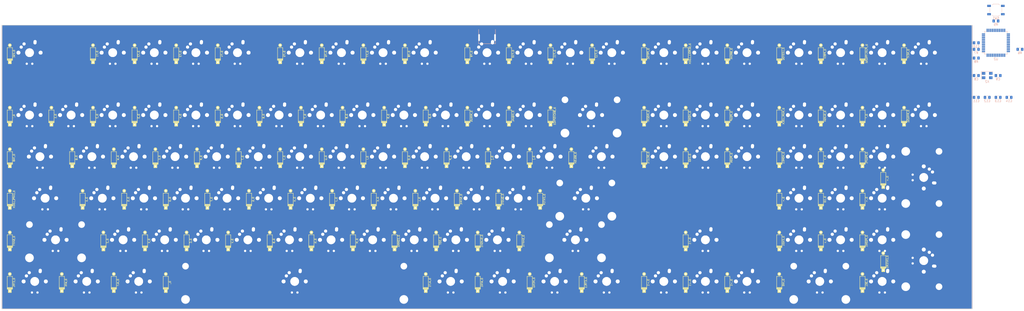
<source format=kicad_pcb>
(kicad_pcb (version 20171130) (host pcbnew "(5.0.0-3-g5ebb6b6)")
  (layers (0 F.Cu signal) (31 B.Cu signal) (34 B.Paste user) (35 F.Paste user) (36 B.SilkS user) (37 F.SilkS user) (38 B.Mask user) (39 F.Mask user) (44 Edge.Cuts user))
  (net 0 "")
  (net 1 "GND")
  (net 2 "VCC")
  (net 3 "/col0")
  (net 4 "/col1")
  (net 5 "/col2")
  (net 6 "/col3")
  (net 7 "/col4")
  (net 8 "/col5")
  (net 9 "/col6")
  (net 10 "/col7")
  (net 11 "/col8")
  (net 12 "/col9")
  (net 13 "/col10")
  (net 14 "/col11")
  (net 15 "/col12")
  (net 16 "/col13")
  (net 17 "/col14")
  (net 18 "/col15")
  (net 19 "/col16")
  (net 20 "/col17")
  (net 21 "/col18")
  (net 22 "/col19")
  (net 23 "/col20")
  (net 24 "/row0")
  (net 25 "/row1")
  (net 26 "/row2")
  (net 27 "/row3")
  (net 28 "/row4")
  (net 29 "/row5")
  (net 30 "/row6")
  (net 31 "Net-(K_ESC-Pad1)")
  (net 32 "Net-(K_ESC-Pad2)")
  (net 33 "Net-(K_ESC-Pad3)")
  (net 34 "Net-(K_ESC-Pad4)")
  (net 35 "Net-(D_ESC-Pad1)")
  (net 36 "Net-(D_ESC-Pad2)")
  (net 37 "Net-(K_F1-Pad1)")
  (net 38 "Net-(K_F1-Pad2)")
  (net 39 "Net-(K_F1-Pad3)")
  (net 40 "Net-(K_F1-Pad4)")
  (net 41 "Net-(D_F1-Pad1)")
  (net 42 "Net-(D_F1-Pad2)")
  (net 43 "Net-(K_F2-Pad1)")
  (net 44 "Net-(K_F2-Pad2)")
  (net 45 "Net-(K_F2-Pad3)")
  (net 46 "Net-(K_F2-Pad4)")
  (net 47 "Net-(D_F2-Pad1)")
  (net 48 "Net-(D_F2-Pad2)")
  (net 49 "Net-(K_F3-Pad1)")
  (net 50 "Net-(K_F3-Pad2)")
  (net 51 "Net-(K_F3-Pad3)")
  (net 52 "Net-(K_F3-Pad4)")
  (net 53 "Net-(D_F3-Pad1)")
  (net 54 "Net-(D_F3-Pad2)")
  (net 55 "Net-(K_F4-Pad1)")
  (net 56 "Net-(K_F4-Pad2)")
  (net 57 "Net-(K_F4-Pad3)")
  (net 58 "Net-(K_F4-Pad4)")
  (net 59 "Net-(D_F4-Pad1)")
  (net 60 "Net-(D_F4-Pad2)")
  (net 61 "Net-(K_F5-Pad1)")
  (net 62 "Net-(K_F5-Pad2)")
  (net 63 "Net-(K_F5-Pad3)")
  (net 64 "Net-(K_F5-Pad4)")
  (net 65 "Net-(D_F5-Pad1)")
  (net 66 "Net-(D_F5-Pad2)")
  (net 67 "Net-(K_F6-Pad1)")
  (net 68 "Net-(K_F6-Pad2)")
  (net 69 "Net-(K_F6-Pad3)")
  (net 70 "Net-(K_F6-Pad4)")
  (net 71 "Net-(D_F6-Pad1)")
  (net 72 "Net-(D_F6-Pad2)")
  (net 73 "Net-(K_F7-Pad1)")
  (net 74 "Net-(K_F7-Pad2)")
  (net 75 "Net-(K_F7-Pad3)")
  (net 76 "Net-(K_F7-Pad4)")
  (net 77 "Net-(D_F7-Pad1)")
  (net 78 "Net-(D_F7-Pad2)")
  (net 79 "Net-(K_F8-Pad1)")
  (net 80 "Net-(K_F8-Pad2)")
  (net 81 "Net-(K_F8-Pad3)")
  (net 82 "Net-(K_F8-Pad4)")
  (net 83 "Net-(D_F8-Pad1)")
  (net 84 "Net-(D_F8-Pad2)")
  (net 85 "Net-(K_F9-Pad1)")
  (net 86 "Net-(K_F9-Pad2)")
  (net 87 "Net-(K_F9-Pad3)")
  (net 88 "Net-(K_F9-Pad4)")
  (net 89 "Net-(D_F9-Pad1)")
  (net 90 "Net-(D_F9-Pad2)")
  (net 91 "Net-(K_F10-Pad1)")
  (net 92 "Net-(K_F10-Pad2)")
  (net 93 "Net-(K_F10-Pad3)")
  (net 94 "Net-(K_F10-Pad4)")
  (net 95 "Net-(D_F10-Pad1)")
  (net 96 "Net-(D_F10-Pad2)")
  (net 97 "Net-(K_F11-Pad1)")
  (net 98 "Net-(K_F11-Pad2)")
  (net 99 "Net-(K_F11-Pad3)")
  (net 100 "Net-(K_F11-Pad4)")
  (net 101 "Net-(D_F11-Pad1)")
  (net 102 "Net-(D_F11-Pad2)")
  (net 103 "Net-(K_F12-Pad1)")
  (net 104 "Net-(K_F12-Pad2)")
  (net 105 "Net-(K_F12-Pad3)")
  (net 106 "Net-(K_F12-Pad4)")
  (net 107 "Net-(D_F12-Pad1)")
  (net 108 "Net-(D_F12-Pad2)")
  (net 109 "Net-(K_PRTSC-Pad1)")
  (net 110 "Net-(K_PRTSC-Pad2)")
  (net 111 "Net-(K_PRTSC-Pad3)")
  (net 112 "Net-(K_PRTSC-Pad4)")
  (net 113 "Net-(D_PRTSC-Pad1)")
  (net 114 "Net-(D_PRTSC-Pad2)")
  (net 115 "Net-(K_SCROLL_LOCK-Pad1)")
  (net 116 "Net-(K_SCROLL_LOCK-Pad2)")
  (net 117 "Net-(K_SCROLL_LOCK-Pad3)")
  (net 118 "Net-(K_SCROLL_LOCK-Pad4)")
  (net 119 "Net-(D_SCROLL_LOCK-Pad1)")
  (net 120 "Net-(D_SCROLL_LOCK-Pad2)")
  (net 121 "Net-(K_BREAK-Pad1)")
  (net 122 "Net-(K_BREAK-Pad2)")
  (net 123 "Net-(K_BREAK-Pad3)")
  (net 124 "Net-(K_BREAK-Pad4)")
  (net 125 "Net-(D_BREAK-Pad1)")
  (net 126 "Net-(D_BREAK-Pad2)")
  (net 127 "Net-(K_LEDTOG-Pad1)")
  (net 128 "Net-(K_LEDTOG-Pad2)")
  (net 129 "Net-(K_LEDTOG-Pad3)")
  (net 130 "Net-(K_LEDTOG-Pad4)")
  (net 131 "Net-(D_LEDTOG-Pad1)")
  (net 132 "Net-(D_LEDTOG-Pad2)")
  (net 133 "Net-(K_PREV-Pad1)")
  (net 134 "Net-(K_PREV-Pad2)")
  (net 135 "Net-(K_PREV-Pad3)")
  (net 136 "Net-(K_PREV-Pad4)")
  (net 137 "Net-(D_PREV-Pad1)")
  (net 138 "Net-(D_PREV-Pad2)")
  (net 139 "Net-(K_PLAY/PAUSE-Pad1)")
  (net 140 "Net-(K_PLAY/PAUSE-Pad2)")
  (net 141 "Net-(K_PLAY/PAUSE-Pad3)")
  (net 142 "Net-(K_PLAY/PAUSE-Pad4)")
  (net 143 "Net-(D_PLAY/PAUSE-Pad1)")
  (net 144 "Net-(D_PLAY/PAUSE-Pad2)")
  (net 145 "Net-(K_NEXT-Pad1)")
  (net 146 "Net-(K_NEXT-Pad2)")
  (net 147 "Net-(K_NEXT-Pad3)")
  (net 148 "Net-(K_NEXT-Pad4)")
  (net 149 "Net-(D_NEXT-Pad1)")
  (net 150 "Net-(D_NEXT-Pad2)")
  (net 151 "Net-(K_`-Pad1)")
  (net 152 "Net-(K_`-Pad2)")
  (net 153 "Net-(K_`-Pad3)")
  (net 154 "Net-(K_`-Pad4)")
  (net 155 "Net-(D_`-Pad1)")
  (net 156 "Net-(D_`-Pad2)")
  (net 157 "Net-(K_1-Pad1)")
  (net 158 "Net-(K_1-Pad2)")
  (net 159 "Net-(K_1-Pad3)")
  (net 160 "Net-(K_1-Pad4)")
  (net 161 "Net-(D_1-Pad1)")
  (net 162 "Net-(D_1-Pad2)")
  (net 163 "Net-(K_2-Pad1)")
  (net 164 "Net-(K_2-Pad2)")
  (net 165 "Net-(K_2-Pad3)")
  (net 166 "Net-(K_2-Pad4)")
  (net 167 "Net-(D_2-Pad1)")
  (net 168 "Net-(D_2-Pad2)")
  (net 169 "Net-(K_3-Pad1)")
  (net 170 "Net-(K_3-Pad2)")
  (net 171 "Net-(K_3-Pad3)")
  (net 172 "Net-(K_3-Pad4)")
  (net 173 "Net-(D_3-Pad1)")
  (net 174 "Net-(D_3-Pad2)")
  (net 175 "Net-(K_4-Pad1)")
  (net 176 "Net-(K_4-Pad2)")
  (net 177 "Net-(K_4-Pad3)")
  (net 178 "Net-(K_4-Pad4)")
  (net 179 "Net-(D_4-Pad1)")
  (net 180 "Net-(D_4-Pad2)")
  (net 181 "Net-(K_5-Pad1)")
  (net 182 "Net-(K_5-Pad2)")
  (net 183 "Net-(K_5-Pad3)")
  (net 184 "Net-(K_5-Pad4)")
  (net 185 "Net-(D_5-Pad1)")
  (net 186 "Net-(D_5-Pad2)")
  (net 187 "Net-(K_6-Pad1)")
  (net 188 "Net-(K_6-Pad2)")
  (net 189 "Net-(K_6-Pad3)")
  (net 190 "Net-(K_6-Pad4)")
  (net 191 "Net-(D_6-Pad1)")
  (net 192 "Net-(D_6-Pad2)")
  (net 193 "Net-(K_7-Pad1)")
  (net 194 "Net-(K_7-Pad2)")
  (net 195 "Net-(K_7-Pad3)")
  (net 196 "Net-(K_7-Pad4)")
  (net 197 "Net-(D_7-Pad1)")
  (net 198 "Net-(D_7-Pad2)")
  (net 199 "Net-(K_8-Pad1)")
  (net 200 "Net-(K_8-Pad2)")
  (net 201 "Net-(K_8-Pad3)")
  (net 202 "Net-(K_8-Pad4)")
  (net 203 "Net-(D_8-Pad1)")
  (net 204 "Net-(D_8-Pad2)")
  (net 205 "Net-(K_9-Pad1)")
  (net 206 "Net-(K_9-Pad2)")
  (net 207 "Net-(K_9-Pad3)")
  (net 208 "Net-(K_9-Pad4)")
  (net 209 "Net-(D_9-Pad1)")
  (net 210 "Net-(D_9-Pad2)")
  (net 211 "Net-(K_0-Pad1)")
  (net 212 "Net-(K_0-Pad2)")
  (net 213 "Net-(K_0-Pad3)")
  (net 214 "Net-(K_0-Pad4)")
  (net 215 "Net-(D_0-Pad1)")
  (net 216 "Net-(D_0-Pad2)")
  (net 217 "Net-(K_MINUS-Pad1)")
  (net 218 "Net-(K_MINUS-Pad2)")
  (net 219 "Net-(K_MINUS-Pad3)")
  (net 220 "Net-(K_MINUS-Pad4)")
  (net 221 "Net-(D_MINUS-Pad1)")
  (net 222 "Net-(D_MINUS-Pad2)")
  (net 223 "Net-(K_EQUAL-Pad1)")
  (net 224 "Net-(K_EQUAL-Pad2)")
  (net 225 "Net-(K_EQUAL-Pad3)")
  (net 226 "Net-(K_EQUAL-Pad4)")
  (net 227 "Net-(D_EQUAL-Pad1)")
  (net 228 "Net-(D_EQUAL-Pad2)")
  (net 229 "Net-(K_BACKSPACE-Pad1)")
  (net 230 "Net-(K_BACKSPACE-Pad2)")
  (net 231 "Net-(K_BACKSPACE-Pad3)")
  (net 232 "Net-(K_BACKSPACE-Pad4)")
  (net 233 "Net-(D_BACKSPACE-Pad1)")
  (net 234 "Net-(D_BACKSPACE-Pad2)")
  (net 235 "Net-(K_INSERT-Pad1)")
  (net 236 "Net-(K_INSERT-Pad2)")
  (net 237 "Net-(K_INSERT-Pad3)")
  (net 238 "Net-(K_INSERT-Pad4)")
  (net 239 "Net-(D_INSERT-Pad1)")
  (net 240 "Net-(D_INSERT-Pad2)")
  (net 241 "Net-(K_HOME-Pad1)")
  (net 242 "Net-(K_HOME-Pad2)")
  (net 243 "Net-(K_HOME-Pad3)")
  (net 244 "Net-(K_HOME-Pad4)")
  (net 245 "Net-(D_HOME-Pad1)")
  (net 246 "Net-(D_HOME-Pad2)")
  (net 247 "Net-(K_PGUP-Pad1)")
  (net 248 "Net-(K_PGUP-Pad2)")
  (net 249 "Net-(K_PGUP-Pad3)")
  (net 250 "Net-(K_PGUP-Pad4)")
  (net 251 "Net-(D_PGUP-Pad1)")
  (net 252 "Net-(D_PGUP-Pad2)")
  (net 253 "Net-(K_NUM_LOCK-Pad1)")
  (net 254 "Net-(K_NUM_LOCK-Pad2)")
  (net 255 "Net-(K_NUM_LOCK-Pad3)")
  (net 256 "Net-(K_NUM_LOCK-Pad4)")
  (net 257 "Net-(D_NUM_LOCK-Pad1)")
  (net 258 "Net-(D_NUM_LOCK-Pad2)")
  (net 259 "Net-(K_SLASH-Pad1)")
  (net 260 "Net-(K_SLASH-Pad2)")
  (net 261 "Net-(K_SLASH-Pad3)")
  (net 262 "Net-(K_SLASH-Pad4)")
  (net 263 "Net-(D_SLASH-Pad1)")
  (net 264 "Net-(D_SLASH-Pad2)")
  (net 265 "Net-(K_*-Pad1)")
  (net 266 "Net-(K_*-Pad2)")
  (net 267 "Net-(K_*-Pad3)")
  (net 268 "Net-(K_*-Pad4)")
  (net 269 "Net-(D_*-Pad1)")
  (net 270 "Net-(D_*-Pad2)")
  (net 271 "Net-(K_MINUS1-Pad1)")
  (net 272 "Net-(K_MINUS1-Pad2)")
  (net 273 "Net-(K_MINUS1-Pad3)")
  (net 274 "Net-(K_MINUS1-Pad4)")
  (net 275 "Net-(D_MINUS1-Pad1)")
  (net 276 "Net-(D_MINUS1-Pad2)")
  (net 277 "Net-(K_TAB-Pad1)")
  (net 278 "Net-(K_TAB-Pad2)")
  (net 279 "Net-(K_TAB-Pad3)")
  (net 280 "Net-(K_TAB-Pad4)")
  (net 281 "Net-(D_TAB-Pad1)")
  (net 282 "Net-(D_TAB-Pad2)")
  (net 283 "Net-(K_Q-Pad1)")
  (net 284 "Net-(K_Q-Pad2)")
  (net 285 "Net-(K_Q-Pad3)")
  (net 286 "Net-(K_Q-Pad4)")
  (net 287 "Net-(D_Q-Pad1)")
  (net 288 "Net-(D_Q-Pad2)")
  (net 289 "Net-(K_W-Pad1)")
  (net 290 "Net-(K_W-Pad2)")
  (net 291 "Net-(K_W-Pad3)")
  (net 292 "Net-(K_W-Pad4)")
  (net 293 "Net-(D_W-Pad1)")
  (net 294 "Net-(D_W-Pad2)")
  (net 295 "Net-(K_E-Pad1)")
  (net 296 "Net-(K_E-Pad2)")
  (net 297 "Net-(K_E-Pad3)")
  (net 298 "Net-(K_E-Pad4)")
  (net 299 "Net-(D_E-Pad1)")
  (net 300 "Net-(D_E-Pad2)")
  (net 301 "Net-(K_R-Pad1)")
  (net 302 "Net-(K_R-Pad2)")
  (net 303 "Net-(K_R-Pad3)")
  (net 304 "Net-(K_R-Pad4)")
  (net 305 "Net-(D_R-Pad1)")
  (net 306 "Net-(D_R-Pad2)")
  (net 307 "Net-(K_T-Pad1)")
  (net 308 "Net-(K_T-Pad2)")
  (net 309 "Net-(K_T-Pad3)")
  (net 310 "Net-(K_T-Pad4)")
  (net 311 "Net-(D_T-Pad1)")
  (net 312 "Net-(D_T-Pad2)")
  (net 313 "Net-(K_Y-Pad1)")
  (net 314 "Net-(K_Y-Pad2)")
  (net 315 "Net-(K_Y-Pad3)")
  (net 316 "Net-(K_Y-Pad4)")
  (net 317 "Net-(D_Y-Pad1)")
  (net 318 "Net-(D_Y-Pad2)")
  (net 319 "Net-(K_U-Pad1)")
  (net 320 "Net-(K_U-Pad2)")
  (net 321 "Net-(K_U-Pad3)")
  (net 322 "Net-(K_U-Pad4)")
  (net 323 "Net-(D_U-Pad1)")
  (net 324 "Net-(D_U-Pad2)")
  (net 325 "Net-(K_I-Pad1)")
  (net 326 "Net-(K_I-Pad2)")
  (net 327 "Net-(K_I-Pad3)")
  (net 328 "Net-(K_I-Pad4)")
  (net 329 "Net-(D_I-Pad1)")
  (net 330 "Net-(D_I-Pad2)")
  (net 331 "Net-(K_O-Pad1)")
  (net 332 "Net-(K_O-Pad2)")
  (net 333 "Net-(K_O-Pad3)")
  (net 334 "Net-(K_O-Pad4)")
  (net 335 "Net-(D_O-Pad1)")
  (net 336 "Net-(D_O-Pad2)")
  (net 337 "Net-(K_P-Pad1)")
  (net 338 "Net-(K_P-Pad2)")
  (net 339 "Net-(K_P-Pad3)")
  (net 340 "Net-(K_P-Pad4)")
  (net 341 "Net-(D_P-Pad1)")
  (net 342 "Net-(D_P-Pad2)")
  (net 343 "Net-(K_[-Pad1)")
  (net 344 "Net-(K_[-Pad2)")
  (net 345 "Net-(K_[-Pad3)")
  (net 346 "Net-(K_[-Pad4)")
  (net 347 "Net-(D_[-Pad1)")
  (net 348 "Net-(D_[-Pad2)")
  (net 349 "Net-(K_]-Pad1)")
  (net 350 "Net-(K_]-Pad2)")
  (net 351 "Net-(K_]-Pad3)")
  (net 352 "Net-(K_]-Pad4)")
  (net 353 "Net-(D_]-Pad1)")
  (net 354 "Net-(D_]-Pad2)")
  (net 355 "Net-(K_BSLSH-Pad1)")
  (net 356 "Net-(K_BSLSH-Pad2)")
  (net 357 "Net-(K_BSLSH-Pad3)")
  (net 358 "Net-(K_BSLSH-Pad4)")
  (net 359 "Net-(D_BSLSH-Pad1)")
  (net 360 "Net-(D_BSLSH-Pad2)")
  (net 361 "Net-(K_DELETE-Pad1)")
  (net 362 "Net-(K_DELETE-Pad2)")
  (net 363 "Net-(K_DELETE-Pad3)")
  (net 364 "Net-(K_DELETE-Pad4)")
  (net 365 "Net-(D_DELETE-Pad1)")
  (net 366 "Net-(D_DELETE-Pad2)")
  (net 367 "Net-(K_END-Pad1)")
  (net 368 "Net-(K_END-Pad2)")
  (net 369 "Net-(K_END-Pad3)")
  (net 370 "Net-(K_END-Pad4)")
  (net 371 "Net-(D_END-Pad1)")
  (net 372 "Net-(D_END-Pad2)")
  (net 373 "Net-(K_PGDN-Pad1)")
  (net 374 "Net-(K_PGDN-Pad2)")
  (net 375 "Net-(K_PGDN-Pad3)")
  (net 376 "Net-(K_PGDN-Pad4)")
  (net 377 "Net-(D_PGDN-Pad1)")
  (net 378 "Net-(D_PGDN-Pad2)")
  (net 379 "Net-(K_HOME1-Pad1)")
  (net 380 "Net-(K_HOME1-Pad2)")
  (net 381 "Net-(K_HOME1-Pad3)")
  (net 382 "Net-(K_HOME1-Pad4)")
  (net 383 "Net-(D_HOME1-Pad1)")
  (net 384 "Net-(D_HOME1-Pad2)")
  (net 385 "Net-(K_↑-Pad1)")
  (net 386 "Net-(K_↑-Pad2)")
  (net 387 "Net-(K_↑-Pad3)")
  (net 388 "Net-(K_↑-Pad4)")
  (net 389 "Net-(D_↑-Pad1)")
  (net 390 "Net-(D_↑-Pad2)")
  (net 391 "Net-(K_PGUP1-Pad1)")
  (net 392 "Net-(K_PGUP1-Pad2)")
  (net 393 "Net-(K_PGUP1-Pad3)")
  (net 394 "Net-(K_PGUP1-Pad4)")
  (net 395 "Net-(D_PGUP1-Pad1)")
  (net 396 "Net-(D_PGUP1-Pad2)")
  (net 397 "Net-(K_+-Pad1)")
  (net 398 "Net-(K_+-Pad2)")
  (net 399 "Net-(K_+-Pad3)")
  (net 400 "Net-(K_+-Pad4)")
  (net 401 "Net-(D_+-Pad1)")
  (net 402 "Net-(D_+-Pad2)")
  (net 403 "Net-(K_CAPS_LOCK-Pad1)")
  (net 404 "Net-(K_CAPS_LOCK-Pad2)")
  (net 405 "Net-(K_CAPS_LOCK-Pad3)")
  (net 406 "Net-(K_CAPS_LOCK-Pad4)")
  (net 407 "Net-(D_CAPS_LOCK-Pad1)")
  (net 408 "Net-(D_CAPS_LOCK-Pad2)")
  (net 409 "Net-(K_A-Pad1)")
  (net 410 "Net-(K_A-Pad2)")
  (net 411 "Net-(K_A-Pad3)")
  (net 412 "Net-(K_A-Pad4)")
  (net 413 "Net-(D_A-Pad1)")
  (net 414 "Net-(D_A-Pad2)")
  (net 415 "Net-(K_S-Pad1)")
  (net 416 "Net-(K_S-Pad2)")
  (net 417 "Net-(K_S-Pad3)")
  (net 418 "Net-(K_S-Pad4)")
  (net 419 "Net-(D_S-Pad1)")
  (net 420 "Net-(D_S-Pad2)")
  (net 421 "Net-(K_D-Pad1)")
  (net 422 "Net-(K_D-Pad2)")
  (net 423 "Net-(K_D-Pad3)")
  (net 424 "Net-(K_D-Pad4)")
  (net 425 "Net-(D_D-Pad1)")
  (net 426 "Net-(D_D-Pad2)")
  (net 427 "Net-(K_F-Pad1)")
  (net 428 "Net-(K_F-Pad2)")
  (net 429 "Net-(K_F-Pad3)")
  (net 430 "Net-(K_F-Pad4)")
  (net 431 "Net-(D_F-Pad1)")
  (net 432 "Net-(D_F-Pad2)")
  (net 433 "Net-(K_G-Pad1)")
  (net 434 "Net-(K_G-Pad2)")
  (net 435 "Net-(K_G-Pad3)")
  (net 436 "Net-(K_G-Pad4)")
  (net 437 "Net-(D_G-Pad1)")
  (net 438 "Net-(D_G-Pad2)")
  (net 439 "Net-(K_H-Pad1)")
  (net 440 "Net-(K_H-Pad2)")
  (net 441 "Net-(K_H-Pad3)")
  (net 442 "Net-(K_H-Pad4)")
  (net 443 "Net-(D_H-Pad1)")
  (net 444 "Net-(D_H-Pad2)")
  (net 445 "Net-(K_J-Pad1)")
  (net 446 "Net-(K_J-Pad2)")
  (net 447 "Net-(K_J-Pad3)")
  (net 448 "Net-(K_J-Pad4)")
  (net 449 "Net-(D_J-Pad1)")
  (net 450 "Net-(D_J-Pad2)")
  (net 451 "Net-(K_K-Pad1)")
  (net 452 "Net-(K_K-Pad2)")
  (net 453 "Net-(K_K-Pad3)")
  (net 454 "Net-(K_K-Pad4)")
  (net 455 "Net-(D_K-Pad1)")
  (net 456 "Net-(D_K-Pad2)")
  (net 457 "Net-(K_L-Pad1)")
  (net 458 "Net-(K_L-Pad2)")
  (net 459 "Net-(K_L-Pad3)")
  (net 460 "Net-(K_L-Pad4)")
  (net 461 "Net-(D_L-Pad1)")
  (net 462 "Net-(D_L-Pad2)")
  (net 463 "Net-(K_SEMIC-Pad1)")
  (net 464 "Net-(K_SEMIC-Pad2)")
  (net 465 "Net-(K_SEMIC-Pad3)")
  (net 466 "Net-(K_SEMIC-Pad4)")
  (net 467 "Net-(D_SEMIC-Pad1)")
  (net 468 "Net-(D_SEMIC-Pad2)")
  (net 469 "Net-(K_QUOTE-Pad1)")
  (net 470 "Net-(K_QUOTE-Pad2)")
  (net 471 "Net-(K_QUOTE-Pad3)")
  (net 472 "Net-(K_QUOTE-Pad4)")
  (net 473 "Net-(D_QUOTE-Pad1)")
  (net 474 "Net-(D_QUOTE-Pad2)")
  (net 475 "Net-(K_ENTER-Pad1)")
  (net 476 "Net-(K_ENTER-Pad2)")
  (net 477 "Net-(K_ENTER-Pad3)")
  (net 478 "Net-(K_ENTER-Pad4)")
  (net 479 "Net-(D_ENTER-Pad1)")
  (net 480 "Net-(D_ENTER-Pad2)")
  (net 481 "Net-(K_←-Pad1)")
  (net 482 "Net-(K_←-Pad2)")
  (net 483 "Net-(K_←-Pad3)")
  (net 484 "Net-(K_←-Pad4)")
  (net 485 "Net-(D_←-Pad1)")
  (net 486 "Net-(D_←-Pad2)")
  (net 487 "Net-(K_10-Pad1)")
  (net 488 "Net-(K_10-Pad2)")
  (net 489 "Net-(K_10-Pad3)")
  (net 490 "Net-(K_10-Pad4)")
  (net 491 "Net-(D_10-Pad1)")
  (net 492 "Net-(D_10-Pad2)")
  (net 493 "Net-(K_→-Pad1)")
  (net 494 "Net-(K_→-Pad2)")
  (net 495 "Net-(K_→-Pad3)")
  (net 496 "Net-(K_→-Pad4)")
  (net 497 "Net-(D_→-Pad1)")
  (net 498 "Net-(D_→-Pad2)")
  (net 499 "Net-(K_SHIFT-Pad1)")
  (net 500 "Net-(K_SHIFT-Pad2)")
  (net 501 "Net-(K_SHIFT-Pad3)")
  (net 502 "Net-(K_SHIFT-Pad4)")
  (net 503 "Net-(D_SHIFT-Pad1)")
  (net 504 "Net-(D_SHIFT-Pad2)")
  (net 505 "Net-(K_Z-Pad1)")
  (net 506 "Net-(K_Z-Pad2)")
  (net 507 "Net-(K_Z-Pad3)")
  (net 508 "Net-(K_Z-Pad4)")
  (net 509 "Net-(D_Z-Pad1)")
  (net 510 "Net-(D_Z-Pad2)")
  (net 511 "Net-(K_X-Pad1)")
  (net 512 "Net-(K_X-Pad2)")
  (net 513 "Net-(K_X-Pad3)")
  (net 514 "Net-(K_X-Pad4)")
  (net 515 "Net-(D_X-Pad1)")
  (net 516 "Net-(D_X-Pad2)")
  (net 517 "Net-(K_C-Pad1)")
  (net 518 "Net-(K_C-Pad2)")
  (net 519 "Net-(K_C-Pad3)")
  (net 520 "Net-(K_C-Pad4)")
  (net 521 "Net-(D_C-Pad1)")
  (net 522 "Net-(D_C-Pad2)")
  (net 523 "Net-(K_V-Pad1)")
  (net 524 "Net-(K_V-Pad2)")
  (net 525 "Net-(K_V-Pad3)")
  (net 526 "Net-(K_V-Pad4)")
  (net 527 "Net-(D_V-Pad1)")
  (net 528 "Net-(D_V-Pad2)")
  (net 529 "Net-(K_B-Pad1)")
  (net 530 "Net-(K_B-Pad2)")
  (net 531 "Net-(K_B-Pad3)")
  (net 532 "Net-(K_B-Pad4)")
  (net 533 "Net-(D_B-Pad1)")
  (net 534 "Net-(D_B-Pad2)")
  (net 535 "Net-(K_N-Pad1)")
  (net 536 "Net-(K_N-Pad2)")
  (net 537 "Net-(K_N-Pad3)")
  (net 538 "Net-(K_N-Pad4)")
  (net 539 "Net-(D_N-Pad1)")
  (net 540 "Net-(D_N-Pad2)")
  (net 541 "Net-(K_M-Pad1)")
  (net 542 "Net-(K_M-Pad2)")
  (net 543 "Net-(K_M-Pad3)")
  (net 544 "Net-(K_M-Pad4)")
  (net 545 "Net-(D_M-Pad1)")
  (net 546 "Net-(D_M-Pad2)")
  (net 547 "Net-(K_COMMA-Pad1)")
  (net 548 "Net-(K_COMMA-Pad2)")
  (net 549 "Net-(K_COMMA-Pad3)")
  (net 550 "Net-(K_COMMA-Pad4)")
  (net 551 "Net-(D_COMMA-Pad1)")
  (net 552 "Net-(D_COMMA-Pad2)")
  (net 553 "Net-(K_DOT-Pad1)")
  (net 554 "Net-(K_DOT-Pad2)")
  (net 555 "Net-(K_DOT-Pad3)")
  (net 556 "Net-(K_DOT-Pad4)")
  (net 557 "Net-(D_DOT-Pad1)")
  (net 558 "Net-(D_DOT-Pad2)")
  (net 559 "Net-(K_SLASH1-Pad1)")
  (net 560 "Net-(K_SLASH1-Pad2)")
  (net 561 "Net-(K_SLASH1-Pad3)")
  (net 562 "Net-(K_SLASH1-Pad4)")
  (net 563 "Net-(D_SLASH1-Pad1)")
  (net 564 "Net-(D_SLASH1-Pad2)")
  (net 565 "Net-(K_SHIFT1-Pad1)")
  (net 566 "Net-(K_SHIFT1-Pad2)")
  (net 567 "Net-(K_SHIFT1-Pad3)")
  (net 568 "Net-(K_SHIFT1-Pad4)")
  (net 569 "Net-(D_SHIFT1-Pad1)")
  (net 570 "Net-(D_SHIFT1-Pad2)")
  (net 571 "Net-(K_↑1-Pad1)")
  (net 572 "Net-(K_↑1-Pad2)")
  (net 573 "Net-(K_↑1-Pad3)")
  (net 574 "Net-(K_↑1-Pad4)")
  (net 575 "Net-(D_↑1-Pad1)")
  (net 576 "Net-(D_↑1-Pad2)")
  (net 577 "Net-(K_END1-Pad1)")
  (net 578 "Net-(K_END1-Pad2)")
  (net 579 "Net-(K_END1-Pad3)")
  (net 580 "Net-(K_END1-Pad4)")
  (net 581 "Net-(D_END1-Pad1)")
  (net 582 "Net-(D_END1-Pad2)")
  (net 583 "Net-(K_↓-Pad1)")
  (net 584 "Net-(K_↓-Pad2)")
  (net 585 "Net-(K_↓-Pad3)")
  (net 586 "Net-(K_↓-Pad4)")
  (net 587 "Net-(D_↓-Pad1)")
  (net 588 "Net-(D_↓-Pad2)")
  (net 589 "Net-(K_PGDN1-Pad1)")
  (net 590 "Net-(K_PGDN1-Pad2)")
  (net 591 "Net-(K_PGDN1-Pad3)")
  (net 592 "Net-(K_PGDN1-Pad4)")
  (net 593 "Net-(D_PGDN1-Pad1)")
  (net 594 "Net-(D_PGDN1-Pad2)")
  (net 595 "Net-(K_ENTER1-Pad1)")
  (net 596 "Net-(K_ENTER1-Pad2)")
  (net 597 "Net-(K_ENTER1-Pad3)")
  (net 598 "Net-(K_ENTER1-Pad4)")
  (net 599 "Net-(D_ENTER1-Pad1)")
  (net 600 "Net-(D_ENTER1-Pad2)")
  (net 601 "Net-(K_CTRL-Pad1)")
  (net 602 "Net-(K_CTRL-Pad2)")
  (net 603 "Net-(K_CTRL-Pad3)")
  (net 604 "Net-(K_CTRL-Pad4)")
  (net 605 "Net-(D_CTRL-Pad1)")
  (net 606 "Net-(D_CTRL-Pad2)")
  (net 607 "Net-(K_WIN-Pad1)")
  (net 608 "Net-(K_WIN-Pad2)")
  (net 609 "Net-(K_WIN-Pad3)")
  (net 610 "Net-(K_WIN-Pad4)")
  (net 611 "Net-(D_WIN-Pad1)")
  (net 612 "Net-(D_WIN-Pad2)")
  (net 613 "Net-(K_ALT-Pad1)")
  (net 614 "Net-(K_ALT-Pad2)")
  (net 615 "Net-(K_ALT-Pad3)")
  (net 616 "Net-(K_ALT-Pad4)")
  (net 617 "Net-(D_ALT-Pad1)")
  (net 618 "Net-(D_ALT-Pad2)")
  (net 619 "Net-(K_-Pad1)")
  (net 620 "Net-(K_-Pad2)")
  (net 621 "Net-(K_-Pad3)")
  (net 622 "Net-(K_-Pad4)")
  (net 623 "Net-(D_-Pad1)")
  (net 624 "Net-(D_-Pad2)")
  (net 625 "Net-(K_ALT1-Pad1)")
  (net 626 "Net-(K_ALT1-Pad2)")
  (net 627 "Net-(K_ALT1-Pad3)")
  (net 628 "Net-(K_ALT1-Pad4)")
  (net 629 "Net-(D_ALT1-Pad1)")
  (net 630 "Net-(D_ALT1-Pad2)")
  (net 631 "Net-(K_WIN1-Pad1)")
  (net 632 "Net-(K_WIN1-Pad2)")
  (net 633 "Net-(K_WIN1-Pad3)")
  (net 634 "Net-(K_WIN1-Pad4)")
  (net 635 "Net-(D_WIN1-Pad1)")
  (net 636 "Net-(D_WIN1-Pad2)")
  (net 637 "Net-(K_MENU-Pad1)")
  (net 638 "Net-(K_MENU-Pad2)")
  (net 639 "Net-(K_MENU-Pad3)")
  (net 640 "Net-(K_MENU-Pad4)")
  (net 641 "Net-(D_MENU-Pad1)")
  (net 642 "Net-(D_MENU-Pad2)")
  (net 643 "Net-(K_CTRL1-Pad1)")
  (net 644 "Net-(K_CTRL1-Pad2)")
  (net 645 "Net-(K_CTRL1-Pad3)")
  (net 646 "Net-(K_CTRL1-Pad4)")
  (net 647 "Net-(D_CTRL1-Pad1)")
  (net 648 "Net-(D_CTRL1-Pad2)")
  (net 649 "Net-(K_←1-Pad1)")
  (net 650 "Net-(K_←1-Pad2)")
  (net 651 "Net-(K_←1-Pad3)")
  (net 652 "Net-(K_←1-Pad4)")
  (net 653 "Net-(D_←1-Pad1)")
  (net 654 "Net-(D_←1-Pad2)")
  (net 655 "Net-(K_↓1-Pad1)")
  (net 656 "Net-(K_↓1-Pad2)")
  (net 657 "Net-(K_↓1-Pad3)")
  (net 658 "Net-(K_↓1-Pad4)")
  (net 659 "Net-(D_↓1-Pad1)")
  (net 660 "Net-(D_↓1-Pad2)")
  (net 661 "Net-(K_→1-Pad1)")
  (net 662 "Net-(K_→1-Pad2)")
  (net 663 "Net-(K_→1-Pad3)")
  (net 664 "Net-(K_→1-Pad4)")
  (net 665 "Net-(D_→1-Pad1)")
  (net 666 "Net-(D_→1-Pad2)")
  (net 667 "Net-(K_INS-Pad1)")
  (net 668 "Net-(K_INS-Pad2)")
  (net 669 "Net-(K_INS-Pad3)")
  (net 670 "Net-(K_INS-Pad4)")
  (net 671 "Net-(D_INS-Pad1)")
  (net 672 "Net-(D_INS-Pad2)")
  (net 673 "Net-(K_DEL-Pad1)")
  (net 674 "Net-(K_DEL-Pad2)")
  (net 675 "Net-(K_DEL-Pad3)")
  (net 676 "Net-(K_DEL-Pad4)")
  (net 677 "Net-(D_DEL-Pad1)")
  (net 678 "Net-(D_DEL-Pad2)")
  (net 679 "Net-(C8-Pad1)")
  (net 680 "Net-(C8-Pad2)")
  (net 681 "Net-(C9-Pad1)")
  (net 682 "Net-(C9-Pad2)")
  (net 683 "Net-(X2-Pad1)")
  (net 684 "Net-(X2-Pad2)")
  (net 685 "Net-(X2-Pad3)")
  (net 686 "Net-(X2-Pad4)")
  (net 687 "Net-(R5-Pad1)")
  (net 688 "Net-(R5-Pad2)")
  (net 689 "Net-(R2-Pad1)")
  (net 690 "Net-(R2-Pad2)")
  (net 691 "Net-(R6-Pad1)")
  (net 692 "Net-(R6-Pad2)")
  (net 693 "Net-(R7-Pad1)")
  (net 694 "Net-(R7-Pad2)")
  (net 695 "Net-(R8-Pad1)")
  (net 696 "Net-(R8-Pad2)")
  (net 697 "Net-(USB2-Pad1)")
  (net 698 "Net-(USB2-Pad2)")
  (net 699 "Net-(USB2-Pad3)")
  (net 700 "Net-(USB2-Pad4)")
  (net 701 "Net-(USB2-Pad5)")
  (net 702 "Net-(USB2-Pad6)")
  (net 703 "Net-(C10-Pad1)")
  (net 704 "Net-(C10-Pad2)")
  (net 705 "Net-(U2-Pad1)")
  (net 706 "Net-(U2-Pad2)")
  (net 707 "Net-(U2-Pad3)")
  (net 708 "Net-(U2-Pad4)")
  (net 709 "Net-(U2-Pad5)")
  (net 710 "Net-(U2-Pad6)")
  (net 711 "Net-(U2-Pad7)")
  (net 712 "Net-(U2-Pad8)")
  (net 713 "Net-(U2-Pad9)")
  (net 714 "Net-(U2-Pad10)")
  (net 715 "Net-(U2-Pad11)")
  (net 716 "Net-(U2-Pad12)")
  (net 717 "Net-(U2-Pad13)")
  (net 718 "Net-(U2-Pad14)")
  (net 719 "Net-(U2-Pad15)")
  (net 720 "Net-(U2-Pad16)")
  (net 721 "Net-(U2-Pad17)")
  (net 722 "Net-(U2-Pad18)")
  (net 723 "Net-(U2-Pad19)")
  (net 724 "Net-(U2-Pad20)")
  (net 725 "Net-(U2-Pad21)")
  (net 726 "Net-(U2-Pad22)")
  (net 727 "Net-(U2-Pad23)")
  (net 728 "Net-(U2-Pad24)")
  (net 729 "Net-(U2-Pad25)")
  (net 730 "Net-(U2-Pad26)")
  (net 731 "Net-(U2-Pad27)")
  (net 732 "Net-(U2-Pad28)")
  (net 733 "Net-(U2-Pad29)")
  (net 734 "Net-(U2-Pad30)")
  (net 735 "Net-(U2-Pad31)")
  (net 736 "Net-(U2-Pad32)")
  (net 737 "Net-(U2-Pad33)")
  (net 738 "Net-(U2-Pad34)")
  (net 739 "Net-(U2-Pad35)")
  (net 740 "Net-(U2-Pad36)")
  (net 741 "Net-(U2-Pad37)")
  (net 742 "Net-(U2-Pad38)")
  (net 743 "Net-(U2-Pad39)")
  (net 744 "Net-(U2-Pad40)")
  (net 745 "Net-(U2-Pad41)")
  (net 746 "Net-(U2-Pad42)")
  (net 747 "Net-(U2-Pad43)")
  (net 748 "Net-(U2-Pad44)")
  (net 749 "Net-(C11-Pad1)")
  (net 750 "Net-(C11-Pad2)")
  (net 751 "Net-(C12-Pad1)")
  (net 752 "Net-(C12-Pad2)")
  (net 753 "Net-(C13-Pad1)")
  (net 754 "Net-(C13-Pad2)")
  (net 755 "Net-(C14-Pad1)")
  (net 756 "Net-(C14-Pad2)")
  (module MX_Alps_Hybrid:MX-1U-NoLED (layer F.Cu) (at 29.525 29.525)
    (fp_text reference K_ESC)
    (fp_text value KEYSW)
    (pad 1 thru_hole circle (at -2.5 -4) (size 2.25 2.25) (drill 1.47) (layers *.Cu B.Mask) (net 31 "Net-(K_ESC-Pad1)"))
    (pad 1 thru_hole oval (at -3.81 -2.54 48.0996) (size 4.211556 2.25) (drill 1.47 (offset 0.980778 0)) (layers *.Cu B.Mask) (net 31 "Net-(K_ESC-Pad1)"))
    (pad 2 thru_hole oval (at 2.5 -4.5 86.0548) (size 2.831378 2.25) (drill 1.47 (offset 0.290689 0)) (layers *.Cu B.Mask) (net 36 "Net-(D_ESC-Pad2)"))
    (pad 2 thru_hole circle (at 2.54 -5.08) (size 2.25 2.25) (drill 1.47) (layers *.Cu B.Mask) (net 36 "Net-(D_ESC-Pad2)"))
    (pad "" np_thru_hole circle (at 0 0) (size 3.9878 3.9878) (drill 3.9878) (layers *.Cu *.Mask))
    (pad "" np_thru_hole circle (at -5.08 0 48.0996) (size 1.75 1.75) (drill 1.75) (layers *.Cu *.Mask))
    (pad "" np_thru_hole circle (at 5.08 0 48.0996) (size 1.75 1.75) (drill 1.75) (layers *.Cu *.Mask))
    (pad 3 thru_hole circle (at -1.27 5.08) (size 1.905 1.905) (drill 1.04) (layers *.Cu B.Mask) (net 33 "Net-(K_ESC-Pad3)"))
    (pad 4 thru_hole rect (at 1.27 5.08) (size 1.905 1.905) (drill 1.04) (layers *.Cu B.Mask) (net 34 "Net-(K_ESC-Pad4)"))
    (pad "" np_thru_hole circle (at 0 0) (size 3.9878 3.9878) (drill 3.9878) (layers *.Cu *.Mask))
    (pad "" np_thru_hole circle (at -5.08 0 48.0996) (size 1.75 1.75) (drill 1.75) (layers *.Cu *.Mask))
    (pad "" np_thru_hole circle (at 5.08 0 48.0996) (size 1.75 1.75) (drill 1.75) (layers *.Cu *.Mask))
  )
  (module keyboard_parts:D_SOD123_axial (layer F.Cu) (at 20.5 30.025 90)
    (fp_text reference D_ESC (at 0 1.925 90) (layer F.SilkS) (effects (font (size 0.8 0.8)) (justify mirror)))
    (fp_text value D hide)
    (pad 1 smd rect (at -2.7 0 90) (size 2.5 0.5) (layers F.Cu) (net 3 "/col0"))
    (pad 1 smd rect (at -1.575 0 90) (size 1.2 1.2) (layers F.Cu F.Paste F.Mask) (net 3 "/col0"))
    (pad 1 thru_hole rect (at -3.9 0 90) (size 1.6 1.6) (drill 0.7) (layers *.Cu *.Mask F.SilkS) (net 3 "/col0"))
    (pad 2 smd rect (at 1.575 0 90) (size 1.2 1.2) (layers F.Cu F.Paste F.Mask) (net 36 "Net-(D_ESC-Pad2)"))
    (pad 2 smd rect (at 2.7 0 90) (size 2.5 0.5) (layers F.Cu) (net 36 "Net-(D_ESC-Pad2)"))
    (pad 2 thru_hole circle (at 3.9 0 90) (size 1.6 1.6) (drill 0.7) (layers *.Cu *.Mask F.SilkS) (net 36 "Net-(D_ESC-Pad2)"))
  )
  (module MX_Alps_Hybrid:MX-1U-NoLED (layer F.Cu) (at 67.625 29.525)
    (fp_text reference K_F1)
    (fp_text value KEYSW)
    (pad 1 thru_hole circle (at -2.5 -4) (size 2.25 2.25) (drill 1.47) (layers *.Cu B.Mask) (net 37 "Net-(K_F1-Pad1)"))
    (pad 1 thru_hole oval (at -3.81 -2.54 48.0996) (size 4.211556 2.25) (drill 1.47 (offset 0.980778 0)) (layers *.Cu B.Mask) (net 37 "Net-(K_F1-Pad1)"))
    (pad 2 thru_hole oval (at 2.5 -4.5 86.0548) (size 2.831378 2.25) (drill 1.47 (offset 0.290689 0)) (layers *.Cu B.Mask) (net 42 "Net-(D_F1-Pad2)"))
    (pad 2 thru_hole circle (at 2.54 -5.08) (size 2.25 2.25) (drill 1.47) (layers *.Cu B.Mask) (net 42 "Net-(D_F1-Pad2)"))
    (pad "" np_thru_hole circle (at 0 0) (size 3.9878 3.9878) (drill 3.9878) (layers *.Cu *.Mask))
    (pad "" np_thru_hole circle (at -5.08 0 48.0996) (size 1.75 1.75) (drill 1.75) (layers *.Cu *.Mask))
    (pad "" np_thru_hole circle (at 5.08 0 48.0996) (size 1.75 1.75) (drill 1.75) (layers *.Cu *.Mask))
    (pad 3 thru_hole circle (at -1.27 5.08) (size 1.905 1.905) (drill 1.04) (layers *.Cu B.Mask) (net 39 "Net-(K_F1-Pad3)"))
    (pad 4 thru_hole rect (at 1.27 5.08) (size 1.905 1.905) (drill 1.04) (layers *.Cu B.Mask) (net 40 "Net-(K_F1-Pad4)"))
    (pad "" np_thru_hole circle (at 0 0) (size 3.9878 3.9878) (drill 3.9878) (layers *.Cu *.Mask))
    (pad "" np_thru_hole circle (at -5.08 0 48.0996) (size 1.75 1.75) (drill 1.75) (layers *.Cu *.Mask))
    (pad "" np_thru_hole circle (at 5.08 0 48.0996) (size 1.75 1.75) (drill 1.75) (layers *.Cu *.Mask))
  )
  (module keyboard_parts:D_SOD123_axial (layer F.Cu) (at 58.6 30.025 90)
    (fp_text reference D_F1 (at 0 1.925 90) (layer F.SilkS) (effects (font (size 0.8 0.8)) (justify mirror)))
    (fp_text value D hide)
    (pad 1 smd rect (at -2.7 0 90) (size 2.5 0.5) (layers F.Cu) (net 4 "/col1"))
    (pad 1 smd rect (at -1.575 0 90) (size 1.2 1.2) (layers F.Cu F.Paste F.Mask) (net 4 "/col1"))
    (pad 1 thru_hole rect (at -3.9 0 90) (size 1.6 1.6) (drill 0.7) (layers *.Cu *.Mask F.SilkS) (net 4 "/col1"))
    (pad 2 smd rect (at 1.575 0 90) (size 1.2 1.2) (layers F.Cu F.Paste F.Mask) (net 42 "Net-(D_F1-Pad2)"))
    (pad 2 smd rect (at 2.7 0 90) (size 2.5 0.5) (layers F.Cu) (net 42 "Net-(D_F1-Pad2)"))
    (pad 2 thru_hole circle (at 3.9 0 90) (size 1.6 1.6) (drill 0.7) (layers *.Cu *.Mask F.SilkS) (net 42 "Net-(D_F1-Pad2)"))
  )
  (module MX_Alps_Hybrid:MX-1U-NoLED (layer F.Cu) (at 86.675 29.525)
    (fp_text reference K_F2)
    (fp_text value KEYSW)
    (pad 1 thru_hole circle (at -2.5 -4) (size 2.25 2.25) (drill 1.47) (layers *.Cu B.Mask) (net 43 "Net-(K_F2-Pad1)"))
    (pad 1 thru_hole oval (at -3.81 -2.54 48.0996) (size 4.211556 2.25) (drill 1.47 (offset 0.980778 0)) (layers *.Cu B.Mask) (net 43 "Net-(K_F2-Pad1)"))
    (pad 2 thru_hole oval (at 2.5 -4.5 86.0548) (size 2.831378 2.25) (drill 1.47 (offset 0.290689 0)) (layers *.Cu B.Mask) (net 48 "Net-(D_F2-Pad2)"))
    (pad 2 thru_hole circle (at 2.54 -5.08) (size 2.25 2.25) (drill 1.47) (layers *.Cu B.Mask) (net 48 "Net-(D_F2-Pad2)"))
    (pad "" np_thru_hole circle (at 0 0) (size 3.9878 3.9878) (drill 3.9878) (layers *.Cu *.Mask))
    (pad "" np_thru_hole circle (at -5.08 0 48.0996) (size 1.75 1.75) (drill 1.75) (layers *.Cu *.Mask))
    (pad "" np_thru_hole circle (at 5.08 0 48.0996) (size 1.75 1.75) (drill 1.75) (layers *.Cu *.Mask))
    (pad 3 thru_hole circle (at -1.27 5.08) (size 1.905 1.905) (drill 1.04) (layers *.Cu B.Mask) (net 45 "Net-(K_F2-Pad3)"))
    (pad 4 thru_hole rect (at 1.27 5.08) (size 1.905 1.905) (drill 1.04) (layers *.Cu B.Mask) (net 46 "Net-(K_F2-Pad4)"))
    (pad "" np_thru_hole circle (at 0 0) (size 3.9878 3.9878) (drill 3.9878) (layers *.Cu *.Mask))
    (pad "" np_thru_hole circle (at -5.08 0 48.0996) (size 1.75 1.75) (drill 1.75) (layers *.Cu *.Mask))
    (pad "" np_thru_hole circle (at 5.08 0 48.0996) (size 1.75 1.75) (drill 1.75) (layers *.Cu *.Mask))
  )
  (module keyboard_parts:D_SOD123_axial (layer F.Cu) (at 77.65 30.025 90)
    (fp_text reference D_F2 (at 0 1.925 90) (layer F.SilkS) (effects (font (size 0.8 0.8)) (justify mirror)))
    (fp_text value D hide)
    (pad 1 smd rect (at -2.7 0 90) (size 2.5 0.5) (layers F.Cu) (net 5 "/col2"))
    (pad 1 smd rect (at -1.575 0 90) (size 1.2 1.2) (layers F.Cu F.Paste F.Mask) (net 5 "/col2"))
    (pad 1 thru_hole rect (at -3.9 0 90) (size 1.6 1.6) (drill 0.7) (layers *.Cu *.Mask F.SilkS) (net 5 "/col2"))
    (pad 2 smd rect (at 1.575 0 90) (size 1.2 1.2) (layers F.Cu F.Paste F.Mask) (net 48 "Net-(D_F2-Pad2)"))
    (pad 2 smd rect (at 2.7 0 90) (size 2.5 0.5) (layers F.Cu) (net 48 "Net-(D_F2-Pad2)"))
    (pad 2 thru_hole circle (at 3.9 0 90) (size 1.6 1.6) (drill 0.7) (layers *.Cu *.Mask F.SilkS) (net 48 "Net-(D_F2-Pad2)"))
  )
  (module MX_Alps_Hybrid:MX-1U-NoLED (layer F.Cu) (at 105.725 29.525)
    (fp_text reference K_F3)
    (fp_text value KEYSW)
    (pad 1 thru_hole circle (at -2.5 -4) (size 2.25 2.25) (drill 1.47) (layers *.Cu B.Mask) (net 49 "Net-(K_F3-Pad1)"))
    (pad 1 thru_hole oval (at -3.81 -2.54 48.0996) (size 4.211556 2.25) (drill 1.47 (offset 0.980778 0)) (layers *.Cu B.Mask) (net 49 "Net-(K_F3-Pad1)"))
    (pad 2 thru_hole oval (at 2.5 -4.5 86.0548) (size 2.831378 2.25) (drill 1.47 (offset 0.290689 0)) (layers *.Cu B.Mask) (net 54 "Net-(D_F3-Pad2)"))
    (pad 2 thru_hole circle (at 2.54 -5.08) (size 2.25 2.25) (drill 1.47) (layers *.Cu B.Mask) (net 54 "Net-(D_F3-Pad2)"))
    (pad "" np_thru_hole circle (at 0 0) (size 3.9878 3.9878) (drill 3.9878) (layers *.Cu *.Mask))
    (pad "" np_thru_hole circle (at -5.08 0 48.0996) (size 1.75 1.75) (drill 1.75) (layers *.Cu *.Mask))
    (pad "" np_thru_hole circle (at 5.08 0 48.0996) (size 1.75 1.75) (drill 1.75) (layers *.Cu *.Mask))
    (pad 3 thru_hole circle (at -1.27 5.08) (size 1.905 1.905) (drill 1.04) (layers *.Cu B.Mask) (net 51 "Net-(K_F3-Pad3)"))
    (pad 4 thru_hole rect (at 1.27 5.08) (size 1.905 1.905) (drill 1.04) (layers *.Cu B.Mask) (net 52 "Net-(K_F3-Pad4)"))
    (pad "" np_thru_hole circle (at 0 0) (size 3.9878 3.9878) (drill 3.9878) (layers *.Cu *.Mask))
    (pad "" np_thru_hole circle (at -5.08 0 48.0996) (size 1.75 1.75) (drill 1.75) (layers *.Cu *.Mask))
    (pad "" np_thru_hole circle (at 5.08 0 48.0996) (size 1.75 1.75) (drill 1.75) (layers *.Cu *.Mask))
  )
  (module keyboard_parts:D_SOD123_axial (layer F.Cu) (at 96.7 30.025 90)
    (fp_text reference D_F3 (at 0 1.925 90) (layer F.SilkS) (effects (font (size 0.8 0.8)) (justify mirror)))
    (fp_text value D hide)
    (pad 1 smd rect (at -2.7 0 90) (size 2.5 0.5) (layers F.Cu) (net 6 "/col3"))
    (pad 1 smd rect (at -1.575 0 90) (size 1.2 1.2) (layers F.Cu F.Paste F.Mask) (net 6 "/col3"))
    (pad 1 thru_hole rect (at -3.9 0 90) (size 1.6 1.6) (drill 0.7) (layers *.Cu *.Mask F.SilkS) (net 6 "/col3"))
    (pad 2 smd rect (at 1.575 0 90) (size 1.2 1.2) (layers F.Cu F.Paste F.Mask) (net 54 "Net-(D_F3-Pad2)"))
    (pad 2 smd rect (at 2.7 0 90) (size 2.5 0.5) (layers F.Cu) (net 54 "Net-(D_F3-Pad2)"))
    (pad 2 thru_hole circle (at 3.9 0 90) (size 1.6 1.6) (drill 0.7) (layers *.Cu *.Mask F.SilkS) (net 54 "Net-(D_F3-Pad2)"))
  )
  (module MX_Alps_Hybrid:MX-1U-NoLED (layer F.Cu) (at 124.775 29.525)
    (fp_text reference K_F4)
    (fp_text value KEYSW)
    (pad 1 thru_hole circle (at -2.5 -4) (size 2.25 2.25) (drill 1.47) (layers *.Cu B.Mask) (net 55 "Net-(K_F4-Pad1)"))
    (pad 1 thru_hole oval (at -3.81 -2.54 48.0996) (size 4.211556 2.25) (drill 1.47 (offset 0.980778 0)) (layers *.Cu B.Mask) (net 55 "Net-(K_F4-Pad1)"))
    (pad 2 thru_hole oval (at 2.5 -4.5 86.0548) (size 2.831378 2.25) (drill 1.47 (offset 0.290689 0)) (layers *.Cu B.Mask) (net 60 "Net-(D_F4-Pad2)"))
    (pad 2 thru_hole circle (at 2.54 -5.08) (size 2.25 2.25) (drill 1.47) (layers *.Cu B.Mask) (net 60 "Net-(D_F4-Pad2)"))
    (pad "" np_thru_hole circle (at 0 0) (size 3.9878 3.9878) (drill 3.9878) (layers *.Cu *.Mask))
    (pad "" np_thru_hole circle (at -5.08 0 48.0996) (size 1.75 1.75) (drill 1.75) (layers *.Cu *.Mask))
    (pad "" np_thru_hole circle (at 5.08 0 48.0996) (size 1.75 1.75) (drill 1.75) (layers *.Cu *.Mask))
    (pad 3 thru_hole circle (at -1.27 5.08) (size 1.905 1.905) (drill 1.04) (layers *.Cu B.Mask) (net 57 "Net-(K_F4-Pad3)"))
    (pad 4 thru_hole rect (at 1.27 5.08) (size 1.905 1.905) (drill 1.04) (layers *.Cu B.Mask) (net 58 "Net-(K_F4-Pad4)"))
    (pad "" np_thru_hole circle (at 0 0) (size 3.9878 3.9878) (drill 3.9878) (layers *.Cu *.Mask))
    (pad "" np_thru_hole circle (at -5.08 0 48.0996) (size 1.75 1.75) (drill 1.75) (layers *.Cu *.Mask))
    (pad "" np_thru_hole circle (at 5.08 0 48.0996) (size 1.75 1.75) (drill 1.75) (layers *.Cu *.Mask))
  )
  (module keyboard_parts:D_SOD123_axial (layer F.Cu) (at 115.75 30.025 90)
    (fp_text reference D_F4 (at 0 1.925 90) (layer F.SilkS) (effects (font (size 0.8 0.8)) (justify mirror)))
    (fp_text value D hide)
    (pad 1 smd rect (at -2.7 0 90) (size 2.5 0.5) (layers F.Cu) (net 7 "/col4"))
    (pad 1 smd rect (at -1.575 0 90) (size 1.2 1.2) (layers F.Cu F.Paste F.Mask) (net 7 "/col4"))
    (pad 1 thru_hole rect (at -3.9 0 90) (size 1.6 1.6) (drill 0.7) (layers *.Cu *.Mask F.SilkS) (net 7 "/col4"))
    (pad 2 smd rect (at 1.575 0 90) (size 1.2 1.2) (layers F.Cu F.Paste F.Mask) (net 60 "Net-(D_F4-Pad2)"))
    (pad 2 smd rect (at 2.7 0 90) (size 2.5 0.5) (layers F.Cu) (net 60 "Net-(D_F4-Pad2)"))
    (pad 2 thru_hole circle (at 3.9 0 90) (size 1.6 1.6) (drill 0.7) (layers *.Cu *.Mask F.SilkS) (net 60 "Net-(D_F4-Pad2)"))
  )
  (module MX_Alps_Hybrid:MX-1U-NoLED (layer F.Cu) (at 153.35 29.525)
    (fp_text reference K_F5)
    (fp_text value KEYSW)
    (pad 1 thru_hole circle (at -2.5 -4) (size 2.25 2.25) (drill 1.47) (layers *.Cu B.Mask) (net 61 "Net-(K_F5-Pad1)"))
    (pad 1 thru_hole oval (at -3.81 -2.54 48.0996) (size 4.211556 2.25) (drill 1.47 (offset 0.980778 0)) (layers *.Cu B.Mask) (net 61 "Net-(K_F5-Pad1)"))
    (pad 2 thru_hole oval (at 2.5 -4.5 86.0548) (size 2.831378 2.25) (drill 1.47 (offset 0.290689 0)) (layers *.Cu B.Mask) (net 66 "Net-(D_F5-Pad2)"))
    (pad 2 thru_hole circle (at 2.54 -5.08) (size 2.25 2.25) (drill 1.47) (layers *.Cu B.Mask) (net 66 "Net-(D_F5-Pad2)"))
    (pad "" np_thru_hole circle (at 0 0) (size 3.9878 3.9878) (drill 3.9878) (layers *.Cu *.Mask))
    (pad "" np_thru_hole circle (at -5.08 0 48.0996) (size 1.75 1.75) (drill 1.75) (layers *.Cu *.Mask))
    (pad "" np_thru_hole circle (at 5.08 0 48.0996) (size 1.75 1.75) (drill 1.75) (layers *.Cu *.Mask))
    (pad 3 thru_hole circle (at -1.27 5.08) (size 1.905 1.905) (drill 1.04) (layers *.Cu B.Mask) (net 63 "Net-(K_F5-Pad3)"))
    (pad 4 thru_hole rect (at 1.27 5.08) (size 1.905 1.905) (drill 1.04) (layers *.Cu B.Mask) (net 64 "Net-(K_F5-Pad4)"))
    (pad "" np_thru_hole circle (at 0 0) (size 3.9878 3.9878) (drill 3.9878) (layers *.Cu *.Mask))
    (pad "" np_thru_hole circle (at -5.08 0 48.0996) (size 1.75 1.75) (drill 1.75) (layers *.Cu *.Mask))
    (pad "" np_thru_hole circle (at 5.08 0 48.0996) (size 1.75 1.75) (drill 1.75) (layers *.Cu *.Mask))
  )
  (module keyboard_parts:D_SOD123_axial (layer F.Cu) (at 144.325 30.025 90)
    (fp_text reference D_F5 (at 0 1.925 90) (layer F.SilkS) (effects (font (size 0.8 0.8)) (justify mirror)))
    (fp_text value D hide)
    (pad 1 smd rect (at -2.7 0 90) (size 2.5 0.5) (layers F.Cu) (net 8 "/col5"))
    (pad 1 smd rect (at -1.575 0 90) (size 1.2 1.2) (layers F.Cu F.Paste F.Mask) (net 8 "/col5"))
    (pad 1 thru_hole rect (at -3.9 0 90) (size 1.6 1.6) (drill 0.7) (layers *.Cu *.Mask F.SilkS) (net 8 "/col5"))
    (pad 2 smd rect (at 1.575 0 90) (size 1.2 1.2) (layers F.Cu F.Paste F.Mask) (net 66 "Net-(D_F5-Pad2)"))
    (pad 2 smd rect (at 2.7 0 90) (size 2.5 0.5) (layers F.Cu) (net 66 "Net-(D_F5-Pad2)"))
    (pad 2 thru_hole circle (at 3.9 0 90) (size 1.6 1.6) (drill 0.7) (layers *.Cu *.Mask F.SilkS) (net 66 "Net-(D_F5-Pad2)"))
  )
  (module MX_Alps_Hybrid:MX-1U-NoLED (layer F.Cu) (at 172.4 29.525)
    (fp_text reference K_F6)
    (fp_text value KEYSW)
    (pad 1 thru_hole circle (at -2.5 -4) (size 2.25 2.25) (drill 1.47) (layers *.Cu B.Mask) (net 67 "Net-(K_F6-Pad1)"))
    (pad 1 thru_hole oval (at -3.81 -2.54 48.0996) (size 4.211556 2.25) (drill 1.47 (offset 0.980778 0)) (layers *.Cu B.Mask) (net 67 "Net-(K_F6-Pad1)"))
    (pad 2 thru_hole oval (at 2.5 -4.5 86.0548) (size 2.831378 2.25) (drill 1.47 (offset 0.290689 0)) (layers *.Cu B.Mask) (net 72 "Net-(D_F6-Pad2)"))
    (pad 2 thru_hole circle (at 2.54 -5.08) (size 2.25 2.25) (drill 1.47) (layers *.Cu B.Mask) (net 72 "Net-(D_F6-Pad2)"))
    (pad "" np_thru_hole circle (at 0 0) (size 3.9878 3.9878) (drill 3.9878) (layers *.Cu *.Mask))
    (pad "" np_thru_hole circle (at -5.08 0 48.0996) (size 1.75 1.75) (drill 1.75) (layers *.Cu *.Mask))
    (pad "" np_thru_hole circle (at 5.08 0 48.0996) (size 1.75 1.75) (drill 1.75) (layers *.Cu *.Mask))
    (pad 3 thru_hole circle (at -1.27 5.08) (size 1.905 1.905) (drill 1.04) (layers *.Cu B.Mask) (net 69 "Net-(K_F6-Pad3)"))
    (pad 4 thru_hole rect (at 1.27 5.08) (size 1.905 1.905) (drill 1.04) (layers *.Cu B.Mask) (net 70 "Net-(K_F6-Pad4)"))
    (pad "" np_thru_hole circle (at 0 0) (size 3.9878 3.9878) (drill 3.9878) (layers *.Cu *.Mask))
    (pad "" np_thru_hole circle (at -5.08 0 48.0996) (size 1.75 1.75) (drill 1.75) (layers *.Cu *.Mask))
    (pad "" np_thru_hole circle (at 5.08 0 48.0996) (size 1.75 1.75) (drill 1.75) (layers *.Cu *.Mask))
  )
  (module keyboard_parts:D_SOD123_axial (layer F.Cu) (at 163.375 30.025 90)
    (fp_text reference D_F6 (at 0 1.925 90) (layer F.SilkS) (effects (font (size 0.8 0.8)) (justify mirror)))
    (fp_text value D hide)
    (pad 1 smd rect (at -2.7 0 90) (size 2.5 0.5) (layers F.Cu) (net 9 "/col6"))
    (pad 1 smd rect (at -1.575 0 90) (size 1.2 1.2) (layers F.Cu F.Paste F.Mask) (net 9 "/col6"))
    (pad 1 thru_hole rect (at -3.9 0 90) (size 1.6 1.6) (drill 0.7) (layers *.Cu *.Mask F.SilkS) (net 9 "/col6"))
    (pad 2 smd rect (at 1.575 0 90) (size 1.2 1.2) (layers F.Cu F.Paste F.Mask) (net 72 "Net-(D_F6-Pad2)"))
    (pad 2 smd rect (at 2.7 0 90) (size 2.5 0.5) (layers F.Cu) (net 72 "Net-(D_F6-Pad2)"))
    (pad 2 thru_hole circle (at 3.9 0 90) (size 1.6 1.6) (drill 0.7) (layers *.Cu *.Mask F.SilkS) (net 72 "Net-(D_F6-Pad2)"))
  )
  (module MX_Alps_Hybrid:MX-1U-NoLED (layer F.Cu) (at 191.45 29.525)
    (fp_text reference K_F7)
    (fp_text value KEYSW)
    (pad 1 thru_hole circle (at -2.5 -4) (size 2.25 2.25) (drill 1.47) (layers *.Cu B.Mask) (net 73 "Net-(K_F7-Pad1)"))
    (pad 1 thru_hole oval (at -3.81 -2.54 48.0996) (size 4.211556 2.25) (drill 1.47 (offset 0.980778 0)) (layers *.Cu B.Mask) (net 73 "Net-(K_F7-Pad1)"))
    (pad 2 thru_hole oval (at 2.5 -4.5 86.0548) (size 2.831378 2.25) (drill 1.47 (offset 0.290689 0)) (layers *.Cu B.Mask) (net 78 "Net-(D_F7-Pad2)"))
    (pad 2 thru_hole circle (at 2.54 -5.08) (size 2.25 2.25) (drill 1.47) (layers *.Cu B.Mask) (net 78 "Net-(D_F7-Pad2)"))
    (pad "" np_thru_hole circle (at 0 0) (size 3.9878 3.9878) (drill 3.9878) (layers *.Cu *.Mask))
    (pad "" np_thru_hole circle (at -5.08 0 48.0996) (size 1.75 1.75) (drill 1.75) (layers *.Cu *.Mask))
    (pad "" np_thru_hole circle (at 5.08 0 48.0996) (size 1.75 1.75) (drill 1.75) (layers *.Cu *.Mask))
    (pad 3 thru_hole circle (at -1.27 5.08) (size 1.905 1.905) (drill 1.04) (layers *.Cu B.Mask) (net 75 "Net-(K_F7-Pad3)"))
    (pad 4 thru_hole rect (at 1.27 5.08) (size 1.905 1.905) (drill 1.04) (layers *.Cu B.Mask) (net 76 "Net-(K_F7-Pad4)"))
    (pad "" np_thru_hole circle (at 0 0) (size 3.9878 3.9878) (drill 3.9878) (layers *.Cu *.Mask))
    (pad "" np_thru_hole circle (at -5.08 0 48.0996) (size 1.75 1.75) (drill 1.75) (layers *.Cu *.Mask))
    (pad "" np_thru_hole circle (at 5.08 0 48.0996) (size 1.75 1.75) (drill 1.75) (layers *.Cu *.Mask))
  )
  (module keyboard_parts:D_SOD123_axial (layer F.Cu) (at 182.425 30.025 90)
    (fp_text reference D_F7 (at 0 1.925 90) (layer F.SilkS) (effects (font (size 0.8 0.8)) (justify mirror)))
    (fp_text value D hide)
    (pad 1 smd rect (at -2.7 0 90) (size 2.5 0.5) (layers F.Cu) (net 10 "/col7"))
    (pad 1 smd rect (at -1.575 0 90) (size 1.2 1.2) (layers F.Cu F.Paste F.Mask) (net 10 "/col7"))
    (pad 1 thru_hole rect (at -3.9 0 90) (size 1.6 1.6) (drill 0.7) (layers *.Cu *.Mask F.SilkS) (net 10 "/col7"))
    (pad 2 smd rect (at 1.575 0 90) (size 1.2 1.2) (layers F.Cu F.Paste F.Mask) (net 78 "Net-(D_F7-Pad2)"))
    (pad 2 smd rect (at 2.7 0 90) (size 2.5 0.5) (layers F.Cu) (net 78 "Net-(D_F7-Pad2)"))
    (pad 2 thru_hole circle (at 3.9 0 90) (size 1.6 1.6) (drill 0.7) (layers *.Cu *.Mask F.SilkS) (net 78 "Net-(D_F7-Pad2)"))
  )
  (module MX_Alps_Hybrid:MX-1U-NoLED (layer F.Cu) (at 210.5 29.525)
    (fp_text reference K_F8)
    (fp_text value KEYSW)
    (pad 1 thru_hole circle (at -2.5 -4) (size 2.25 2.25) (drill 1.47) (layers *.Cu B.Mask) (net 79 "Net-(K_F8-Pad1)"))
    (pad 1 thru_hole oval (at -3.81 -2.54 48.0996) (size 4.211556 2.25) (drill 1.47 (offset 0.980778 0)) (layers *.Cu B.Mask) (net 79 "Net-(K_F8-Pad1)"))
    (pad 2 thru_hole oval (at 2.5 -4.5 86.0548) (size 2.831378 2.25) (drill 1.47 (offset 0.290689 0)) (layers *.Cu B.Mask) (net 84 "Net-(D_F8-Pad2)"))
    (pad 2 thru_hole circle (at 2.54 -5.08) (size 2.25 2.25) (drill 1.47) (layers *.Cu B.Mask) (net 84 "Net-(D_F8-Pad2)"))
    (pad "" np_thru_hole circle (at 0 0) (size 3.9878 3.9878) (drill 3.9878) (layers *.Cu *.Mask))
    (pad "" np_thru_hole circle (at -5.08 0 48.0996) (size 1.75 1.75) (drill 1.75) (layers *.Cu *.Mask))
    (pad "" np_thru_hole circle (at 5.08 0 48.0996) (size 1.75 1.75) (drill 1.75) (layers *.Cu *.Mask))
    (pad 3 thru_hole circle (at -1.27 5.08) (size 1.905 1.905) (drill 1.04) (layers *.Cu B.Mask) (net 81 "Net-(K_F8-Pad3)"))
    (pad 4 thru_hole rect (at 1.27 5.08) (size 1.905 1.905) (drill 1.04) (layers *.Cu B.Mask) (net 82 "Net-(K_F8-Pad4)"))
    (pad "" np_thru_hole circle (at 0 0) (size 3.9878 3.9878) (drill 3.9878) (layers *.Cu *.Mask))
    (pad "" np_thru_hole circle (at -5.08 0 48.0996) (size 1.75 1.75) (drill 1.75) (layers *.Cu *.Mask))
    (pad "" np_thru_hole circle (at 5.08 0 48.0996) (size 1.75 1.75) (drill 1.75) (layers *.Cu *.Mask))
  )
  (module keyboard_parts:D_SOD123_axial (layer F.Cu) (at 201.475 30.025 90)
    (fp_text reference D_F8 (at 0 1.925 90) (layer F.SilkS) (effects (font (size 0.8 0.8)) (justify mirror)))
    (fp_text value D hide)
    (pad 1 smd rect (at -2.7 0 90) (size 2.5 0.5) (layers F.Cu) (net 11 "/col8"))
    (pad 1 smd rect (at -1.575 0 90) (size 1.2 1.2) (layers F.Cu F.Paste F.Mask) (net 11 "/col8"))
    (pad 1 thru_hole rect (at -3.9 0 90) (size 1.6 1.6) (drill 0.7) (layers *.Cu *.Mask F.SilkS) (net 11 "/col8"))
    (pad 2 smd rect (at 1.575 0 90) (size 1.2 1.2) (layers F.Cu F.Paste F.Mask) (net 84 "Net-(D_F8-Pad2)"))
    (pad 2 smd rect (at 2.7 0 90) (size 2.5 0.5) (layers F.Cu) (net 84 "Net-(D_F8-Pad2)"))
    (pad 2 thru_hole circle (at 3.9 0 90) (size 1.6 1.6) (drill 0.7) (layers *.Cu *.Mask F.SilkS) (net 84 "Net-(D_F8-Pad2)"))
  )
  (module MX_Alps_Hybrid:MX-1U-NoLED (layer F.Cu) (at 239.075 29.525)
    (fp_text reference K_F9)
    (fp_text value KEYSW)
    (pad 1 thru_hole circle (at -2.5 -4) (size 2.25 2.25) (drill 1.47) (layers *.Cu B.Mask) (net 85 "Net-(K_F9-Pad1)"))
    (pad 1 thru_hole oval (at -3.81 -2.54 48.0996) (size 4.211556 2.25) (drill 1.47 (offset 0.980778 0)) (layers *.Cu B.Mask) (net 85 "Net-(K_F9-Pad1)"))
    (pad 2 thru_hole oval (at 2.5 -4.5 86.0548) (size 2.831378 2.25) (drill 1.47 (offset 0.290689 0)) (layers *.Cu B.Mask) (net 90 "Net-(D_F9-Pad2)"))
    (pad 2 thru_hole circle (at 2.54 -5.08) (size 2.25 2.25) (drill 1.47) (layers *.Cu B.Mask) (net 90 "Net-(D_F9-Pad2)"))
    (pad "" np_thru_hole circle (at 0 0) (size 3.9878 3.9878) (drill 3.9878) (layers *.Cu *.Mask))
    (pad "" np_thru_hole circle (at -5.08 0 48.0996) (size 1.75 1.75) (drill 1.75) (layers *.Cu *.Mask))
    (pad "" np_thru_hole circle (at 5.08 0 48.0996) (size 1.75 1.75) (drill 1.75) (layers *.Cu *.Mask))
    (pad 3 thru_hole circle (at -1.27 5.08) (size 1.905 1.905) (drill 1.04) (layers *.Cu B.Mask) (net 87 "Net-(K_F9-Pad3)"))
    (pad 4 thru_hole rect (at 1.27 5.08) (size 1.905 1.905) (drill 1.04) (layers *.Cu B.Mask) (net 88 "Net-(K_F9-Pad4)"))
    (pad "" np_thru_hole circle (at 0 0) (size 3.9878 3.9878) (drill 3.9878) (layers *.Cu *.Mask))
    (pad "" np_thru_hole circle (at -5.08 0 48.0996) (size 1.75 1.75) (drill 1.75) (layers *.Cu *.Mask))
    (pad "" np_thru_hole circle (at 5.08 0 48.0996) (size 1.75 1.75) (drill 1.75) (layers *.Cu *.Mask))
  )
  (module keyboard_parts:D_SOD123_axial (layer F.Cu) (at 230.05 30.025 90)
    (fp_text reference D_F9 (at 0 1.925 90) (layer F.SilkS) (effects (font (size 0.8 0.8)) (justify mirror)))
    (fp_text value D hide)
    (pad 1 smd rect (at -2.7 0 90) (size 2.5 0.5) (layers F.Cu) (net 12 "/col9"))
    (pad 1 smd rect (at -1.575 0 90) (size 1.2 1.2) (layers F.Cu F.Paste F.Mask) (net 12 "/col9"))
    (pad 1 thru_hole rect (at -3.9 0 90) (size 1.6 1.6) (drill 0.7) (layers *.Cu *.Mask F.SilkS) (net 12 "/col9"))
    (pad 2 smd rect (at 1.575 0 90) (size 1.2 1.2) (layers F.Cu F.Paste F.Mask) (net 90 "Net-(D_F9-Pad2)"))
    (pad 2 smd rect (at 2.7 0 90) (size 2.5 0.5) (layers F.Cu) (net 90 "Net-(D_F9-Pad2)"))
    (pad 2 thru_hole circle (at 3.9 0 90) (size 1.6 1.6) (drill 0.7) (layers *.Cu *.Mask F.SilkS) (net 90 "Net-(D_F9-Pad2)"))
  )
  (module MX_Alps_Hybrid:MX-1U-NoLED (layer F.Cu) (at 258.125 29.525)
    (fp_text reference K_F10)
    (fp_text value KEYSW)
    (pad 1 thru_hole circle (at -2.5 -4) (size 2.25 2.25) (drill 1.47) (layers *.Cu B.Mask) (net 91 "Net-(K_F10-Pad1)"))
    (pad 1 thru_hole oval (at -3.81 -2.54 48.0996) (size 4.211556 2.25) (drill 1.47 (offset 0.980778 0)) (layers *.Cu B.Mask) (net 91 "Net-(K_F10-Pad1)"))
    (pad 2 thru_hole oval (at 2.5 -4.5 86.0548) (size 2.831378 2.25) (drill 1.47 (offset 0.290689 0)) (layers *.Cu B.Mask) (net 96 "Net-(D_F10-Pad2)"))
    (pad 2 thru_hole circle (at 2.54 -5.08) (size 2.25 2.25) (drill 1.47) (layers *.Cu B.Mask) (net 96 "Net-(D_F10-Pad2)"))
    (pad "" np_thru_hole circle (at 0 0) (size 3.9878 3.9878) (drill 3.9878) (layers *.Cu *.Mask))
    (pad "" np_thru_hole circle (at -5.08 0 48.0996) (size 1.75 1.75) (drill 1.75) (layers *.Cu *.Mask))
    (pad "" np_thru_hole circle (at 5.08 0 48.0996) (size 1.75 1.75) (drill 1.75) (layers *.Cu *.Mask))
    (pad 3 thru_hole circle (at -1.27 5.08) (size 1.905 1.905) (drill 1.04) (layers *.Cu B.Mask) (net 93 "Net-(K_F10-Pad3)"))
    (pad 4 thru_hole rect (at 1.27 5.08) (size 1.905 1.905) (drill 1.04) (layers *.Cu B.Mask) (net 94 "Net-(K_F10-Pad4)"))
    (pad "" np_thru_hole circle (at 0 0) (size 3.9878 3.9878) (drill 3.9878) (layers *.Cu *.Mask))
    (pad "" np_thru_hole circle (at -5.08 0 48.0996) (size 1.75 1.75) (drill 1.75) (layers *.Cu *.Mask))
    (pad "" np_thru_hole circle (at 5.08 0 48.0996) (size 1.75 1.75) (drill 1.75) (layers *.Cu *.Mask))
  )
  (module keyboard_parts:D_SOD123_axial (layer F.Cu) (at 249.1 30.025 90)
    (fp_text reference D_F10 (at 0 1.925 90) (layer F.SilkS) (effects (font (size 0.8 0.8)) (justify mirror)))
    (fp_text value D hide)
    (pad 1 smd rect (at -2.7 0 90) (size 2.5 0.5) (layers F.Cu) (net 13 "/col10"))
    (pad 1 smd rect (at -1.575 0 90) (size 1.2 1.2) (layers F.Cu F.Paste F.Mask) (net 13 "/col10"))
    (pad 1 thru_hole rect (at -3.9 0 90) (size 1.6 1.6) (drill 0.7) (layers *.Cu *.Mask F.SilkS) (net 13 "/col10"))
    (pad 2 smd rect (at 1.575 0 90) (size 1.2 1.2) (layers F.Cu F.Paste F.Mask) (net 96 "Net-(D_F10-Pad2)"))
    (pad 2 smd rect (at 2.7 0 90) (size 2.5 0.5) (layers F.Cu) (net 96 "Net-(D_F10-Pad2)"))
    (pad 2 thru_hole circle (at 3.9 0 90) (size 1.6 1.6) (drill 0.7) (layers *.Cu *.Mask F.SilkS) (net 96 "Net-(D_F10-Pad2)"))
  )
  (module MX_Alps_Hybrid:MX-1U-NoLED (layer F.Cu) (at 277.175 29.525)
    (fp_text reference K_F11)
    (fp_text value KEYSW)
    (pad 1 thru_hole circle (at -2.5 -4) (size 2.25 2.25) (drill 1.47) (layers *.Cu B.Mask) (net 97 "Net-(K_F11-Pad1)"))
    (pad 1 thru_hole oval (at -3.81 -2.54 48.0996) (size 4.211556 2.25) (drill 1.47 (offset 0.980778 0)) (layers *.Cu B.Mask) (net 97 "Net-(K_F11-Pad1)"))
    (pad 2 thru_hole oval (at 2.5 -4.5 86.0548) (size 2.831378 2.25) (drill 1.47 (offset 0.290689 0)) (layers *.Cu B.Mask) (net 102 "Net-(D_F11-Pad2)"))
    (pad 2 thru_hole circle (at 2.54 -5.08) (size 2.25 2.25) (drill 1.47) (layers *.Cu B.Mask) (net 102 "Net-(D_F11-Pad2)"))
    (pad "" np_thru_hole circle (at 0 0) (size 3.9878 3.9878) (drill 3.9878) (layers *.Cu *.Mask))
    (pad "" np_thru_hole circle (at -5.08 0 48.0996) (size 1.75 1.75) (drill 1.75) (layers *.Cu *.Mask))
    (pad "" np_thru_hole circle (at 5.08 0 48.0996) (size 1.75 1.75) (drill 1.75) (layers *.Cu *.Mask))
    (pad 3 thru_hole circle (at -1.27 5.08) (size 1.905 1.905) (drill 1.04) (layers *.Cu B.Mask) (net 99 "Net-(K_F11-Pad3)"))
    (pad 4 thru_hole rect (at 1.27 5.08) (size 1.905 1.905) (drill 1.04) (layers *.Cu B.Mask) (net 100 "Net-(K_F11-Pad4)"))
    (pad "" np_thru_hole circle (at 0 0) (size 3.9878 3.9878) (drill 3.9878) (layers *.Cu *.Mask))
    (pad "" np_thru_hole circle (at -5.08 0 48.0996) (size 1.75 1.75) (drill 1.75) (layers *.Cu *.Mask))
    (pad "" np_thru_hole circle (at 5.08 0 48.0996) (size 1.75 1.75) (drill 1.75) (layers *.Cu *.Mask))
  )
  (module keyboard_parts:D_SOD123_axial (layer F.Cu) (at 268.15 30.025 90)
    (fp_text reference D_F11 (at 0 1.925 90) (layer F.SilkS) (effects (font (size 0.8 0.8)) (justify mirror)))
    (fp_text value D hide)
    (pad 1 smd rect (at -2.7 0 90) (size 2.5 0.5) (layers F.Cu) (net 14 "/col11"))
    (pad 1 smd rect (at -1.575 0 90) (size 1.2 1.2) (layers F.Cu F.Paste F.Mask) (net 14 "/col11"))
    (pad 1 thru_hole rect (at -3.9 0 90) (size 1.6 1.6) (drill 0.7) (layers *.Cu *.Mask F.SilkS) (net 14 "/col11"))
    (pad 2 smd rect (at 1.575 0 90) (size 1.2 1.2) (layers F.Cu F.Paste F.Mask) (net 102 "Net-(D_F11-Pad2)"))
    (pad 2 smd rect (at 2.7 0 90) (size 2.5 0.5) (layers F.Cu) (net 102 "Net-(D_F11-Pad2)"))
    (pad 2 thru_hole circle (at 3.9 0 90) (size 1.6 1.6) (drill 0.7) (layers *.Cu *.Mask F.SilkS) (net 102 "Net-(D_F11-Pad2)"))
  )
  (module MX_Alps_Hybrid:MX-1U-NoLED (layer F.Cu) (at 296.225 29.525)
    (fp_text reference K_F12)
    (fp_text value KEYSW)
    (pad 1 thru_hole circle (at -2.5 -4) (size 2.25 2.25) (drill 1.47) (layers *.Cu B.Mask) (net 103 "Net-(K_F12-Pad1)"))
    (pad 1 thru_hole oval (at -3.81 -2.54 48.0996) (size 4.211556 2.25) (drill 1.47 (offset 0.980778 0)) (layers *.Cu B.Mask) (net 103 "Net-(K_F12-Pad1)"))
    (pad 2 thru_hole oval (at 2.5 -4.5 86.0548) (size 2.831378 2.25) (drill 1.47 (offset 0.290689 0)) (layers *.Cu B.Mask) (net 108 "Net-(D_F12-Pad2)"))
    (pad 2 thru_hole circle (at 2.54 -5.08) (size 2.25 2.25) (drill 1.47) (layers *.Cu B.Mask) (net 108 "Net-(D_F12-Pad2)"))
    (pad "" np_thru_hole circle (at 0 0) (size 3.9878 3.9878) (drill 3.9878) (layers *.Cu *.Mask))
    (pad "" np_thru_hole circle (at -5.08 0 48.0996) (size 1.75 1.75) (drill 1.75) (layers *.Cu *.Mask))
    (pad "" np_thru_hole circle (at 5.08 0 48.0996) (size 1.75 1.75) (drill 1.75) (layers *.Cu *.Mask))
    (pad 3 thru_hole circle (at -1.27 5.08) (size 1.905 1.905) (drill 1.04) (layers *.Cu B.Mask) (net 105 "Net-(K_F12-Pad3)"))
    (pad 4 thru_hole rect (at 1.27 5.08) (size 1.905 1.905) (drill 1.04) (layers *.Cu B.Mask) (net 106 "Net-(K_F12-Pad4)"))
    (pad "" np_thru_hole circle (at 0 0) (size 3.9878 3.9878) (drill 3.9878) (layers *.Cu *.Mask))
    (pad "" np_thru_hole circle (at -5.08 0 48.0996) (size 1.75 1.75) (drill 1.75) (layers *.Cu *.Mask))
    (pad "" np_thru_hole circle (at 5.08 0 48.0996) (size 1.75 1.75) (drill 1.75) (layers *.Cu *.Mask))
  )
  (module keyboard_parts:D_SOD123_axial (layer F.Cu) (at 287.2 30.025 90)
    (fp_text reference D_F12 (at 0 1.925 90) (layer F.SilkS) (effects (font (size 0.8 0.8)) (justify mirror)))
    (fp_text value D hide)
    (pad 1 smd rect (at -2.7 0 90) (size 2.5 0.5) (layers F.Cu) (net 15 "/col12"))
    (pad 1 smd rect (at -1.575 0 90) (size 1.2 1.2) (layers F.Cu F.Paste F.Mask) (net 15 "/col12"))
    (pad 1 thru_hole rect (at -3.9 0 90) (size 1.6 1.6) (drill 0.7) (layers *.Cu *.Mask F.SilkS) (net 15 "/col12"))
    (pad 2 smd rect (at 1.575 0 90) (size 1.2 1.2) (layers F.Cu F.Paste F.Mask) (net 108 "Net-(D_F12-Pad2)"))
    (pad 2 smd rect (at 2.7 0 90) (size 2.5 0.5) (layers F.Cu) (net 108 "Net-(D_F12-Pad2)"))
    (pad 2 thru_hole circle (at 3.9 0 90) (size 1.6 1.6) (drill 0.7) (layers *.Cu *.Mask F.SilkS) (net 108 "Net-(D_F12-Pad2)"))
  )
  (module MX_Alps_Hybrid:MX-1U-NoLED (layer F.Cu) (at 320.0375 29.525)
    (fp_text reference K_PRTSC)
    (fp_text value KEYSW)
    (pad 1 thru_hole circle (at -2.5 -4) (size 2.25 2.25) (drill 1.47) (layers *.Cu B.Mask) (net 109 "Net-(K_PRTSC-Pad1)"))
    (pad 1 thru_hole oval (at -3.81 -2.54 48.0996) (size 4.211556 2.25) (drill 1.47 (offset 0.980778 0)) (layers *.Cu B.Mask) (net 109 "Net-(K_PRTSC-Pad1)"))
    (pad 2 thru_hole oval (at 2.5 -4.5 86.0548) (size 2.831378 2.25) (drill 1.47 (offset 0.290689 0)) (layers *.Cu B.Mask) (net 114 "Net-(D_PRTSC-Pad2)"))
    (pad 2 thru_hole circle (at 2.54 -5.08) (size 2.25 2.25) (drill 1.47) (layers *.Cu B.Mask) (net 114 "Net-(D_PRTSC-Pad2)"))
    (pad "" np_thru_hole circle (at 0 0) (size 3.9878 3.9878) (drill 3.9878) (layers *.Cu *.Mask))
    (pad "" np_thru_hole circle (at -5.08 0 48.0996) (size 1.75 1.75) (drill 1.75) (layers *.Cu *.Mask))
    (pad "" np_thru_hole circle (at 5.08 0 48.0996) (size 1.75 1.75) (drill 1.75) (layers *.Cu *.Mask))
    (pad 3 thru_hole circle (at -1.27 5.08) (size 1.905 1.905) (drill 1.04) (layers *.Cu B.Mask) (net 111 "Net-(K_PRTSC-Pad3)"))
    (pad 4 thru_hole rect (at 1.27 5.08) (size 1.905 1.905) (drill 1.04) (layers *.Cu B.Mask) (net 112 "Net-(K_PRTSC-Pad4)"))
    (pad "" np_thru_hole circle (at 0 0) (size 3.9878 3.9878) (drill 3.9878) (layers *.Cu *.Mask))
    (pad "" np_thru_hole circle (at -5.08 0 48.0996) (size 1.75 1.75) (drill 1.75) (layers *.Cu *.Mask))
    (pad "" np_thru_hole circle (at 5.08 0 48.0996) (size 1.75 1.75) (drill 1.75) (layers *.Cu *.Mask))
  )
  (module keyboard_parts:D_SOD123_axial (layer F.Cu) (at 311.0125 30.025 90)
    (fp_text reference D_PRTSC (at 0 1.925 90) (layer F.SilkS) (effects (font (size 0.8 0.8)) (justify mirror)))
    (fp_text value D hide)
    (pad 1 smd rect (at -2.7 0 90) (size 2.5 0.5) (layers F.Cu) (net 16 "/col13"))
    (pad 1 smd rect (at -1.575 0 90) (size 1.2 1.2) (layers F.Cu F.Paste F.Mask) (net 16 "/col13"))
    (pad 1 thru_hole rect (at -3.9 0 90) (size 1.6 1.6) (drill 0.7) (layers *.Cu *.Mask F.SilkS) (net 16 "/col13"))
    (pad 2 smd rect (at 1.575 0 90) (size 1.2 1.2) (layers F.Cu F.Paste F.Mask) (net 114 "Net-(D_PRTSC-Pad2)"))
    (pad 2 smd rect (at 2.7 0 90) (size 2.5 0.5) (layers F.Cu) (net 114 "Net-(D_PRTSC-Pad2)"))
    (pad 2 thru_hole circle (at 3.9 0 90) (size 1.6 1.6) (drill 0.7) (layers *.Cu *.Mask F.SilkS) (net 114 "Net-(D_PRTSC-Pad2)"))
  )
  (module MX_Alps_Hybrid:MX-1U-NoLED (layer F.Cu) (at 339.0875 29.525)
    (fp_text reference K_SCROLL_LOCK)
    (fp_text value KEYSW)
    (pad 1 thru_hole circle (at -2.5 -4) (size 2.25 2.25) (drill 1.47) (layers *.Cu B.Mask) (net 115 "Net-(K_SCROLL_LOCK-Pad1)"))
    (pad 1 thru_hole oval (at -3.81 -2.54 48.0996) (size 4.211556 2.25) (drill 1.47 (offset 0.980778 0)) (layers *.Cu B.Mask) (net 115 "Net-(K_SCROLL_LOCK-Pad1)"))
    (pad 2 thru_hole oval (at 2.5 -4.5 86.0548) (size 2.831378 2.25) (drill 1.47 (offset 0.290689 0)) (layers *.Cu B.Mask) (net 120 "Net-(D_SCROLL_LOCK-Pad2)"))
    (pad 2 thru_hole circle (at 2.54 -5.08) (size 2.25 2.25) (drill 1.47) (layers *.Cu B.Mask) (net 120 "Net-(D_SCROLL_LOCK-Pad2)"))
    (pad "" np_thru_hole circle (at 0 0) (size 3.9878 3.9878) (drill 3.9878) (layers *.Cu *.Mask))
    (pad "" np_thru_hole circle (at -5.08 0 48.0996) (size 1.75 1.75) (drill 1.75) (layers *.Cu *.Mask))
    (pad "" np_thru_hole circle (at 5.08 0 48.0996) (size 1.75 1.75) (drill 1.75) (layers *.Cu *.Mask))
    (pad 3 thru_hole circle (at -1.27 5.08) (size 1.905 1.905) (drill 1.04) (layers *.Cu B.Mask) (net 117 "Net-(K_SCROLL_LOCK-Pad3)"))
    (pad 4 thru_hole rect (at 1.27 5.08) (size 1.905 1.905) (drill 1.04) (layers *.Cu B.Mask) (net 118 "Net-(K_SCROLL_LOCK-Pad4)"))
    (pad "" np_thru_hole circle (at 0 0) (size 3.9878 3.9878) (drill 3.9878) (layers *.Cu *.Mask))
    (pad "" np_thru_hole circle (at -5.08 0 48.0996) (size 1.75 1.75) (drill 1.75) (layers *.Cu *.Mask))
    (pad "" np_thru_hole circle (at 5.08 0 48.0996) (size 1.75 1.75) (drill 1.75) (layers *.Cu *.Mask))
  )
  (module keyboard_parts:D_SOD123_axial (layer F.Cu) (at 330.0625 30.025 90)
    (fp_text reference D_SCROLL_LOCK (at 0 1.925 90) (layer F.SilkS) (effects (font (size 0.8 0.8)) (justify mirror)))
    (fp_text value D hide)
    (pad 1 smd rect (at -2.7 0 90) (size 2.5 0.5) (layers F.Cu) (net 17 "/col14"))
    (pad 1 smd rect (at -1.575 0 90) (size 1.2 1.2) (layers F.Cu F.Paste F.Mask) (net 17 "/col14"))
    (pad 1 thru_hole rect (at -3.9 0 90) (size 1.6 1.6) (drill 0.7) (layers *.Cu *.Mask F.SilkS) (net 17 "/col14"))
    (pad 2 smd rect (at 1.575 0 90) (size 1.2 1.2) (layers F.Cu F.Paste F.Mask) (net 120 "Net-(D_SCROLL_LOCK-Pad2)"))
    (pad 2 smd rect (at 2.7 0 90) (size 2.5 0.5) (layers F.Cu) (net 120 "Net-(D_SCROLL_LOCK-Pad2)"))
    (pad 2 thru_hole circle (at 3.9 0 90) (size 1.6 1.6) (drill 0.7) (layers *.Cu *.Mask F.SilkS) (net 120 "Net-(D_SCROLL_LOCK-Pad2)"))
  )
  (module MX_Alps_Hybrid:MX-1U-NoLED (layer F.Cu) (at 358.1375 29.525)
    (fp_text reference K_BREAK)
    (fp_text value KEYSW)
    (pad 1 thru_hole circle (at -2.5 -4) (size 2.25 2.25) (drill 1.47) (layers *.Cu B.Mask) (net 121 "Net-(K_BREAK-Pad1)"))
    (pad 1 thru_hole oval (at -3.81 -2.54 48.0996) (size 4.211556 2.25) (drill 1.47 (offset 0.980778 0)) (layers *.Cu B.Mask) (net 121 "Net-(K_BREAK-Pad1)"))
    (pad 2 thru_hole oval (at 2.5 -4.5 86.0548) (size 2.831378 2.25) (drill 1.47 (offset 0.290689 0)) (layers *.Cu B.Mask) (net 126 "Net-(D_BREAK-Pad2)"))
    (pad 2 thru_hole circle (at 2.54 -5.08) (size 2.25 2.25) (drill 1.47) (layers *.Cu B.Mask) (net 126 "Net-(D_BREAK-Pad2)"))
    (pad "" np_thru_hole circle (at 0 0) (size 3.9878 3.9878) (drill 3.9878) (layers *.Cu *.Mask))
    (pad "" np_thru_hole circle (at -5.08 0 48.0996) (size 1.75 1.75) (drill 1.75) (layers *.Cu *.Mask))
    (pad "" np_thru_hole circle (at 5.08 0 48.0996) (size 1.75 1.75) (drill 1.75) (layers *.Cu *.Mask))
    (pad 3 thru_hole circle (at -1.27 5.08) (size 1.905 1.905) (drill 1.04) (layers *.Cu B.Mask) (net 123 "Net-(K_BREAK-Pad3)"))
    (pad 4 thru_hole rect (at 1.27 5.08) (size 1.905 1.905) (drill 1.04) (layers *.Cu B.Mask) (net 124 "Net-(K_BREAK-Pad4)"))
    (pad "" np_thru_hole circle (at 0 0) (size 3.9878 3.9878) (drill 3.9878) (layers *.Cu *.Mask))
    (pad "" np_thru_hole circle (at -5.08 0 48.0996) (size 1.75 1.75) (drill 1.75) (layers *.Cu *.Mask))
    (pad "" np_thru_hole circle (at 5.08 0 48.0996) (size 1.75 1.75) (drill 1.75) (layers *.Cu *.Mask))
  )
  (module keyboard_parts:D_SOD123_axial (layer F.Cu) (at 349.1125 30.025 90)
    (fp_text reference D_BREAK (at 0 1.925 90) (layer F.SilkS) (effects (font (size 0.8 0.8)) (justify mirror)))
    (fp_text value D hide)
    (pad 1 smd rect (at -2.7 0 90) (size 2.5 0.5) (layers F.Cu) (net 18 "/col15"))
    (pad 1 smd rect (at -1.575 0 90) (size 1.2 1.2) (layers F.Cu F.Paste F.Mask) (net 18 "/col15"))
    (pad 1 thru_hole rect (at -3.9 0 90) (size 1.6 1.6) (drill 0.7) (layers *.Cu *.Mask F.SilkS) (net 18 "/col15"))
    (pad 2 smd rect (at 1.575 0 90) (size 1.2 1.2) (layers F.Cu F.Paste F.Mask) (net 126 "Net-(D_BREAK-Pad2)"))
    (pad 2 smd rect (at 2.7 0 90) (size 2.5 0.5) (layers F.Cu) (net 126 "Net-(D_BREAK-Pad2)"))
    (pad 2 thru_hole circle (at 3.9 0 90) (size 1.6 1.6) (drill 0.7) (layers *.Cu *.Mask F.SilkS) (net 126 "Net-(D_BREAK-Pad2)"))
  )
  (module MX_Alps_Hybrid:MX-1U-NoLED (layer F.Cu) (at 381.95 29.525)
    (fp_text reference K_LEDTOG)
    (fp_text value KEYSW)
    (pad 1 thru_hole circle (at -2.5 -4) (size 2.25 2.25) (drill 1.47) (layers *.Cu B.Mask) (net 127 "Net-(K_LEDTOG-Pad1)"))
    (pad 1 thru_hole oval (at -3.81 -2.54 48.0996) (size 4.211556 2.25) (drill 1.47 (offset 0.980778 0)) (layers *.Cu B.Mask) (net 127 "Net-(K_LEDTOG-Pad1)"))
    (pad 2 thru_hole oval (at 2.5 -4.5 86.0548) (size 2.831378 2.25) (drill 1.47 (offset 0.290689 0)) (layers *.Cu B.Mask) (net 132 "Net-(D_LEDTOG-Pad2)"))
    (pad 2 thru_hole circle (at 2.54 -5.08) (size 2.25 2.25) (drill 1.47) (layers *.Cu B.Mask) (net 132 "Net-(D_LEDTOG-Pad2)"))
    (pad "" np_thru_hole circle (at 0 0) (size 3.9878 3.9878) (drill 3.9878) (layers *.Cu *.Mask))
    (pad "" np_thru_hole circle (at -5.08 0 48.0996) (size 1.75 1.75) (drill 1.75) (layers *.Cu *.Mask))
    (pad "" np_thru_hole circle (at 5.08 0 48.0996) (size 1.75 1.75) (drill 1.75) (layers *.Cu *.Mask))
    (pad 3 thru_hole circle (at -1.27 5.08) (size 1.905 1.905) (drill 1.04) (layers *.Cu B.Mask) (net 129 "Net-(K_LEDTOG-Pad3)"))
    (pad 4 thru_hole rect (at 1.27 5.08) (size 1.905 1.905) (drill 1.04) (layers *.Cu B.Mask) (net 130 "Net-(K_LEDTOG-Pad4)"))
    (pad "" np_thru_hole circle (at 0 0) (size 3.9878 3.9878) (drill 3.9878) (layers *.Cu *.Mask))
    (pad "" np_thru_hole circle (at -5.08 0 48.0996) (size 1.75 1.75) (drill 1.75) (layers *.Cu *.Mask))
    (pad "" np_thru_hole circle (at 5.08 0 48.0996) (size 1.75 1.75) (drill 1.75) (layers *.Cu *.Mask))
  )
  (module keyboard_parts:D_SOD123_axial (layer F.Cu) (at 372.925 30.025 90)
    (fp_text reference D_LEDTOG (at 0 1.925 90) (layer F.SilkS) (effects (font (size 0.8 0.8)) (justify mirror)))
    (fp_text value D hide)
    (pad 1 smd rect (at -2.7 0 90) (size 2.5 0.5) (layers F.Cu) (net 19 "/col16"))
    (pad 1 smd rect (at -1.575 0 90) (size 1.2 1.2) (layers F.Cu F.Paste F.Mask) (net 19 "/col16"))
    (pad 1 thru_hole rect (at -3.9 0 90) (size 1.6 1.6) (drill 0.7) (layers *.Cu *.Mask F.SilkS) (net 19 "/col16"))
    (pad 2 smd rect (at 1.575 0 90) (size 1.2 1.2) (layers F.Cu F.Paste F.Mask) (net 132 "Net-(D_LEDTOG-Pad2)"))
    (pad 2 smd rect (at 2.7 0 90) (size 2.5 0.5) (layers F.Cu) (net 132 "Net-(D_LEDTOG-Pad2)"))
    (pad 2 thru_hole circle (at 3.9 0 90) (size 1.6 1.6) (drill 0.7) (layers *.Cu *.Mask F.SilkS) (net 132 "Net-(D_LEDTOG-Pad2)"))
  )
  (module MX_Alps_Hybrid:MX-1U-NoLED (layer F.Cu) (at 401 29.525)
    (fp_text reference K_PREV)
    (fp_text value KEYSW)
    (pad 1 thru_hole circle (at -2.5 -4) (size 2.25 2.25) (drill 1.47) (layers *.Cu B.Mask) (net 133 "Net-(K_PREV-Pad1)"))
    (pad 1 thru_hole oval (at -3.81 -2.54 48.0996) (size 4.211556 2.25) (drill 1.47 (offset 0.980778 0)) (layers *.Cu B.Mask) (net 133 "Net-(K_PREV-Pad1)"))
    (pad 2 thru_hole oval (at 2.5 -4.5 86.0548) (size 2.831378 2.25) (drill 1.47 (offset 0.290689 0)) (layers *.Cu B.Mask) (net 138 "Net-(D_PREV-Pad2)"))
    (pad 2 thru_hole circle (at 2.54 -5.08) (size 2.25 2.25) (drill 1.47) (layers *.Cu B.Mask) (net 138 "Net-(D_PREV-Pad2)"))
    (pad "" np_thru_hole circle (at 0 0) (size 3.9878 3.9878) (drill 3.9878) (layers *.Cu *.Mask))
    (pad "" np_thru_hole circle (at -5.08 0 48.0996) (size 1.75 1.75) (drill 1.75) (layers *.Cu *.Mask))
    (pad "" np_thru_hole circle (at 5.08 0 48.0996) (size 1.75 1.75) (drill 1.75) (layers *.Cu *.Mask))
    (pad 3 thru_hole circle (at -1.27 5.08) (size 1.905 1.905) (drill 1.04) (layers *.Cu B.Mask) (net 135 "Net-(K_PREV-Pad3)"))
    (pad 4 thru_hole rect (at 1.27 5.08) (size 1.905 1.905) (drill 1.04) (layers *.Cu B.Mask) (net 136 "Net-(K_PREV-Pad4)"))
    (pad "" np_thru_hole circle (at 0 0) (size 3.9878 3.9878) (drill 3.9878) (layers *.Cu *.Mask))
    (pad "" np_thru_hole circle (at -5.08 0 48.0996) (size 1.75 1.75) (drill 1.75) (layers *.Cu *.Mask))
    (pad "" np_thru_hole circle (at 5.08 0 48.0996) (size 1.75 1.75) (drill 1.75) (layers *.Cu *.Mask))
  )
  (module keyboard_parts:D_SOD123_axial (layer F.Cu) (at 391.975 30.025 90)
    (fp_text reference D_PREV (at 0 1.925 90) (layer F.SilkS) (effects (font (size 0.8 0.8)) (justify mirror)))
    (fp_text value D hide)
    (pad 1 smd rect (at -2.7 0 90) (size 2.5 0.5) (layers F.Cu) (net 20 "/col17"))
    (pad 1 smd rect (at -1.575 0 90) (size 1.2 1.2) (layers F.Cu F.Paste F.Mask) (net 20 "/col17"))
    (pad 1 thru_hole rect (at -3.9 0 90) (size 1.6 1.6) (drill 0.7) (layers *.Cu *.Mask F.SilkS) (net 20 "/col17"))
    (pad 2 smd rect (at 1.575 0 90) (size 1.2 1.2) (layers F.Cu F.Paste F.Mask) (net 138 "Net-(D_PREV-Pad2)"))
    (pad 2 smd rect (at 2.7 0 90) (size 2.5 0.5) (layers F.Cu) (net 138 "Net-(D_PREV-Pad2)"))
    (pad 2 thru_hole circle (at 3.9 0 90) (size 1.6 1.6) (drill 0.7) (layers *.Cu *.Mask F.SilkS) (net 138 "Net-(D_PREV-Pad2)"))
  )
  (module MX_Alps_Hybrid:MX-1U-NoLED (layer F.Cu) (at 420.05 29.525)
    (fp_text reference K_PLAY/PAUSE)
    (fp_text value KEYSW)
    (pad 1 thru_hole circle (at -2.5 -4) (size 2.25 2.25) (drill 1.47) (layers *.Cu B.Mask) (net 139 "Net-(K_PLAY/PAUSE-Pad1)"))
    (pad 1 thru_hole oval (at -3.81 -2.54 48.0996) (size 4.211556 2.25) (drill 1.47 (offset 0.980778 0)) (layers *.Cu B.Mask) (net 139 "Net-(K_PLAY/PAUSE-Pad1)"))
    (pad 2 thru_hole oval (at 2.5 -4.5 86.0548) (size 2.831378 2.25) (drill 1.47 (offset 0.290689 0)) (layers *.Cu B.Mask) (net 144 "Net-(D_PLAY/PAUSE-Pad2)"))
    (pad 2 thru_hole circle (at 2.54 -5.08) (size 2.25 2.25) (drill 1.47) (layers *.Cu B.Mask) (net 144 "Net-(D_PLAY/PAUSE-Pad2)"))
    (pad "" np_thru_hole circle (at 0 0) (size 3.9878 3.9878) (drill 3.9878) (layers *.Cu *.Mask))
    (pad "" np_thru_hole circle (at -5.08 0 48.0996) (size 1.75 1.75) (drill 1.75) (layers *.Cu *.Mask))
    (pad "" np_thru_hole circle (at 5.08 0 48.0996) (size 1.75 1.75) (drill 1.75) (layers *.Cu *.Mask))
    (pad 3 thru_hole circle (at -1.27 5.08) (size 1.905 1.905) (drill 1.04) (layers *.Cu B.Mask) (net 141 "Net-(K_PLAY/PAUSE-Pad3)"))
    (pad 4 thru_hole rect (at 1.27 5.08) (size 1.905 1.905) (drill 1.04) (layers *.Cu B.Mask) (net 142 "Net-(K_PLAY/PAUSE-Pad4)"))
    (pad "" np_thru_hole circle (at 0 0) (size 3.9878 3.9878) (drill 3.9878) (layers *.Cu *.Mask))
    (pad "" np_thru_hole circle (at -5.08 0 48.0996) (size 1.75 1.75) (drill 1.75) (layers *.Cu *.Mask))
    (pad "" np_thru_hole circle (at 5.08 0 48.0996) (size 1.75 1.75) (drill 1.75) (layers *.Cu *.Mask))
  )
  (module keyboard_parts:D_SOD123_axial (layer F.Cu) (at 411.025 30.025 90)
    (fp_text reference D_PLAY/PAUSE (at 0 1.925 90) (layer F.SilkS) (effects (font (size 0.8 0.8)) (justify mirror)))
    (fp_text value D hide)
    (pad 1 smd rect (at -2.7 0 90) (size 2.5 0.5) (layers F.Cu) (net 21 "/col18"))
    (pad 1 smd rect (at -1.575 0 90) (size 1.2 1.2) (layers F.Cu F.Paste F.Mask) (net 21 "/col18"))
    (pad 1 thru_hole rect (at -3.9 0 90) (size 1.6 1.6) (drill 0.7) (layers *.Cu *.Mask F.SilkS) (net 21 "/col18"))
    (pad 2 smd rect (at 1.575 0 90) (size 1.2 1.2) (layers F.Cu F.Paste F.Mask) (net 144 "Net-(D_PLAY/PAUSE-Pad2)"))
    (pad 2 smd rect (at 2.7 0 90) (size 2.5 0.5) (layers F.Cu) (net 144 "Net-(D_PLAY/PAUSE-Pad2)"))
    (pad 2 thru_hole circle (at 3.9 0 90) (size 1.6 1.6) (drill 0.7) (layers *.Cu *.Mask F.SilkS) (net 144 "Net-(D_PLAY/PAUSE-Pad2)"))
  )
  (module MX_Alps_Hybrid:MX-1U-NoLED (layer F.Cu) (at 439.1 29.525)
    (fp_text reference K_NEXT)
    (fp_text value KEYSW)
    (pad 1 thru_hole circle (at -2.5 -4) (size 2.25 2.25) (drill 1.47) (layers *.Cu B.Mask) (net 145 "Net-(K_NEXT-Pad1)"))
    (pad 1 thru_hole oval (at -3.81 -2.54 48.0996) (size 4.211556 2.25) (drill 1.47 (offset 0.980778 0)) (layers *.Cu B.Mask) (net 145 "Net-(K_NEXT-Pad1)"))
    (pad 2 thru_hole oval (at 2.5 -4.5 86.0548) (size 2.831378 2.25) (drill 1.47 (offset 0.290689 0)) (layers *.Cu B.Mask) (net 150 "Net-(D_NEXT-Pad2)"))
    (pad 2 thru_hole circle (at 2.54 -5.08) (size 2.25 2.25) (drill 1.47) (layers *.Cu B.Mask) (net 150 "Net-(D_NEXT-Pad2)"))
    (pad "" np_thru_hole circle (at 0 0) (size 3.9878 3.9878) (drill 3.9878) (layers *.Cu *.Mask))
    (pad "" np_thru_hole circle (at -5.08 0 48.0996) (size 1.75 1.75) (drill 1.75) (layers *.Cu *.Mask))
    (pad "" np_thru_hole circle (at 5.08 0 48.0996) (size 1.75 1.75) (drill 1.75) (layers *.Cu *.Mask))
    (pad 3 thru_hole circle (at -1.27 5.08) (size 1.905 1.905) (drill 1.04) (layers *.Cu B.Mask) (net 147 "Net-(K_NEXT-Pad3)"))
    (pad 4 thru_hole rect (at 1.27 5.08) (size 1.905 1.905) (drill 1.04) (layers *.Cu B.Mask) (net 148 "Net-(K_NEXT-Pad4)"))
    (pad "" np_thru_hole circle (at 0 0) (size 3.9878 3.9878) (drill 3.9878) (layers *.Cu *.Mask))
    (pad "" np_thru_hole circle (at -5.08 0 48.0996) (size 1.75 1.75) (drill 1.75) (layers *.Cu *.Mask))
    (pad "" np_thru_hole circle (at 5.08 0 48.0996) (size 1.75 1.75) (drill 1.75) (layers *.Cu *.Mask))
  )
  (module keyboard_parts:D_SOD123_axial (layer F.Cu) (at 430.075 30.025 90)
    (fp_text reference D_NEXT (at 0 1.925 90) (layer F.SilkS) (effects (font (size 0.8 0.8)) (justify mirror)))
    (fp_text value D hide)
    (pad 1 smd rect (at -2.7 0 90) (size 2.5 0.5) (layers F.Cu) (net 22 "/col19"))
    (pad 1 smd rect (at -1.575 0 90) (size 1.2 1.2) (layers F.Cu F.Paste F.Mask) (net 22 "/col19"))
    (pad 1 thru_hole rect (at -3.9 0 90) (size 1.6 1.6) (drill 0.7) (layers *.Cu *.Mask F.SilkS) (net 22 "/col19"))
    (pad 2 smd rect (at 1.575 0 90) (size 1.2 1.2) (layers F.Cu F.Paste F.Mask) (net 150 "Net-(D_NEXT-Pad2)"))
    (pad 2 smd rect (at 2.7 0 90) (size 2.5 0.5) (layers F.Cu) (net 150 "Net-(D_NEXT-Pad2)"))
    (pad 2 thru_hole circle (at 3.9 0 90) (size 1.6 1.6) (drill 0.7) (layers *.Cu *.Mask F.SilkS) (net 150 "Net-(D_NEXT-Pad2)"))
  )
  (module MX_Alps_Hybrid:MX-1U-NoLED (layer F.Cu) (at 29.525 58.1)
    (fp_text reference K_`)
    (fp_text value KEYSW)
    (pad 1 thru_hole circle (at -2.5 -4) (size 2.25 2.25) (drill 1.47) (layers *.Cu B.Mask) (net 151 "Net-(K_`-Pad1)"))
    (pad 1 thru_hole oval (at -3.81 -2.54 48.0996) (size 4.211556 2.25) (drill 1.47 (offset 0.980778 0)) (layers *.Cu B.Mask) (net 151 "Net-(K_`-Pad1)"))
    (pad 2 thru_hole oval (at 2.5 -4.5 86.0548) (size 2.831378 2.25) (drill 1.47 (offset 0.290689 0)) (layers *.Cu B.Mask) (net 156 "Net-(D_`-Pad2)"))
    (pad 2 thru_hole circle (at 2.54 -5.08) (size 2.25 2.25) (drill 1.47) (layers *.Cu B.Mask) (net 156 "Net-(D_`-Pad2)"))
    (pad "" np_thru_hole circle (at 0 0) (size 3.9878 3.9878) (drill 3.9878) (layers *.Cu *.Mask))
    (pad "" np_thru_hole circle (at -5.08 0 48.0996) (size 1.75 1.75) (drill 1.75) (layers *.Cu *.Mask))
    (pad "" np_thru_hole circle (at 5.08 0 48.0996) (size 1.75 1.75) (drill 1.75) (layers *.Cu *.Mask))
    (pad 3 thru_hole circle (at -1.27 5.08) (size 1.905 1.905) (drill 1.04) (layers *.Cu B.Mask) (net 153 "Net-(K_`-Pad3)"))
    (pad 4 thru_hole rect (at 1.27 5.08) (size 1.905 1.905) (drill 1.04) (layers *.Cu B.Mask) (net 154 "Net-(K_`-Pad4)"))
    (pad "" np_thru_hole circle (at 0 0) (size 3.9878 3.9878) (drill 3.9878) (layers *.Cu *.Mask))
    (pad "" np_thru_hole circle (at -5.08 0 48.0996) (size 1.75 1.75) (drill 1.75) (layers *.Cu *.Mask))
    (pad "" np_thru_hole circle (at 5.08 0 48.0996) (size 1.75 1.75) (drill 1.75) (layers *.Cu *.Mask))
  )
  (module keyboard_parts:D_SOD123_axial (layer F.Cu) (at 20.5 58.6 90)
    (fp_text reference D_` (at 0 1.925 90) (layer F.SilkS) (effects (font (size 0.8 0.8)) (justify mirror)))
    (fp_text value D hide)
    (pad 1 smd rect (at -2.7 0 90) (size 2.5 0.5) (layers F.Cu) (net 3 "/col0"))
    (pad 1 smd rect (at -1.575 0 90) (size 1.2 1.2) (layers F.Cu F.Paste F.Mask) (net 3 "/col0"))
    (pad 1 thru_hole rect (at -3.9 0 90) (size 1.6 1.6) (drill 0.7) (layers *.Cu *.Mask F.SilkS) (net 3 "/col0"))
    (pad 2 smd rect (at 1.575 0 90) (size 1.2 1.2) (layers F.Cu F.Paste F.Mask) (net 156 "Net-(D_`-Pad2)"))
    (pad 2 smd rect (at 2.7 0 90) (size 2.5 0.5) (layers F.Cu) (net 156 "Net-(D_`-Pad2)"))
    (pad 2 thru_hole circle (at 3.9 0 90) (size 1.6 1.6) (drill 0.7) (layers *.Cu *.Mask F.SilkS) (net 156 "Net-(D_`-Pad2)"))
  )
  (module MX_Alps_Hybrid:MX-1U-NoLED (layer F.Cu) (at 48.575 58.1)
    (fp_text reference K_1)
    (fp_text value KEYSW)
    (pad 1 thru_hole circle (at -2.5 -4) (size 2.25 2.25) (drill 1.47) (layers *.Cu B.Mask) (net 157 "Net-(K_1-Pad1)"))
    (pad 1 thru_hole oval (at -3.81 -2.54 48.0996) (size 4.211556 2.25) (drill 1.47 (offset 0.980778 0)) (layers *.Cu B.Mask) (net 157 "Net-(K_1-Pad1)"))
    (pad 2 thru_hole oval (at 2.5 -4.5 86.0548) (size 2.831378 2.25) (drill 1.47 (offset 0.290689 0)) (layers *.Cu B.Mask) (net 162 "Net-(D_1-Pad2)"))
    (pad 2 thru_hole circle (at 2.54 -5.08) (size 2.25 2.25) (drill 1.47) (layers *.Cu B.Mask) (net 162 "Net-(D_1-Pad2)"))
    (pad "" np_thru_hole circle (at 0 0) (size 3.9878 3.9878) (drill 3.9878) (layers *.Cu *.Mask))
    (pad "" np_thru_hole circle (at -5.08 0 48.0996) (size 1.75 1.75) (drill 1.75) (layers *.Cu *.Mask))
    (pad "" np_thru_hole circle (at 5.08 0 48.0996) (size 1.75 1.75) (drill 1.75) (layers *.Cu *.Mask))
    (pad 3 thru_hole circle (at -1.27 5.08) (size 1.905 1.905) (drill 1.04) (layers *.Cu B.Mask) (net 159 "Net-(K_1-Pad3)"))
    (pad 4 thru_hole rect (at 1.27 5.08) (size 1.905 1.905) (drill 1.04) (layers *.Cu B.Mask) (net 160 "Net-(K_1-Pad4)"))
    (pad "" np_thru_hole circle (at 0 0) (size 3.9878 3.9878) (drill 3.9878) (layers *.Cu *.Mask))
    (pad "" np_thru_hole circle (at -5.08 0 48.0996) (size 1.75 1.75) (drill 1.75) (layers *.Cu *.Mask))
    (pad "" np_thru_hole circle (at 5.08 0 48.0996) (size 1.75 1.75) (drill 1.75) (layers *.Cu *.Mask))
  )
  (module keyboard_parts:D_SOD123_axial (layer F.Cu) (at 39.55 58.6 90)
    (fp_text reference D_1 (at 0 1.925 90) (layer F.SilkS) (effects (font (size 0.8 0.8)) (justify mirror)))
    (fp_text value D hide)
    (pad 1 smd rect (at -2.7 0 90) (size 2.5 0.5) (layers F.Cu) (net 4 "/col1"))
    (pad 1 smd rect (at -1.575 0 90) (size 1.2 1.2) (layers F.Cu F.Paste F.Mask) (net 4 "/col1"))
    (pad 1 thru_hole rect (at -3.9 0 90) (size 1.6 1.6) (drill 0.7) (layers *.Cu *.Mask F.SilkS) (net 4 "/col1"))
    (pad 2 smd rect (at 1.575 0 90) (size 1.2 1.2) (layers F.Cu F.Paste F.Mask) (net 162 "Net-(D_1-Pad2)"))
    (pad 2 smd rect (at 2.7 0 90) (size 2.5 0.5) (layers F.Cu) (net 162 "Net-(D_1-Pad2)"))
    (pad 2 thru_hole circle (at 3.9 0 90) (size 1.6 1.6) (drill 0.7) (layers *.Cu *.Mask F.SilkS) (net 162 "Net-(D_1-Pad2)"))
  )
  (module MX_Alps_Hybrid:MX-1U-NoLED (layer F.Cu) (at 67.625 58.1)
    (fp_text reference K_2)
    (fp_text value KEYSW)
    (pad 1 thru_hole circle (at -2.5 -4) (size 2.25 2.25) (drill 1.47) (layers *.Cu B.Mask) (net 163 "Net-(K_2-Pad1)"))
    (pad 1 thru_hole oval (at -3.81 -2.54 48.0996) (size 4.211556 2.25) (drill 1.47 (offset 0.980778 0)) (layers *.Cu B.Mask) (net 163 "Net-(K_2-Pad1)"))
    (pad 2 thru_hole oval (at 2.5 -4.5 86.0548) (size 2.831378 2.25) (drill 1.47 (offset 0.290689 0)) (layers *.Cu B.Mask) (net 168 "Net-(D_2-Pad2)"))
    (pad 2 thru_hole circle (at 2.54 -5.08) (size 2.25 2.25) (drill 1.47) (layers *.Cu B.Mask) (net 168 "Net-(D_2-Pad2)"))
    (pad "" np_thru_hole circle (at 0 0) (size 3.9878 3.9878) (drill 3.9878) (layers *.Cu *.Mask))
    (pad "" np_thru_hole circle (at -5.08 0 48.0996) (size 1.75 1.75) (drill 1.75) (layers *.Cu *.Mask))
    (pad "" np_thru_hole circle (at 5.08 0 48.0996) (size 1.75 1.75) (drill 1.75) (layers *.Cu *.Mask))
    (pad 3 thru_hole circle (at -1.27 5.08) (size 1.905 1.905) (drill 1.04) (layers *.Cu B.Mask) (net 165 "Net-(K_2-Pad3)"))
    (pad 4 thru_hole rect (at 1.27 5.08) (size 1.905 1.905) (drill 1.04) (layers *.Cu B.Mask) (net 166 "Net-(K_2-Pad4)"))
    (pad "" np_thru_hole circle (at 0 0) (size 3.9878 3.9878) (drill 3.9878) (layers *.Cu *.Mask))
    (pad "" np_thru_hole circle (at -5.08 0 48.0996) (size 1.75 1.75) (drill 1.75) (layers *.Cu *.Mask))
    (pad "" np_thru_hole circle (at 5.08 0 48.0996) (size 1.75 1.75) (drill 1.75) (layers *.Cu *.Mask))
  )
  (module keyboard_parts:D_SOD123_axial (layer F.Cu) (at 58.6 58.6 90)
    (fp_text reference D_2 (at 0 1.925 90) (layer F.SilkS) (effects (font (size 0.8 0.8)) (justify mirror)))
    (fp_text value D hide)
    (pad 1 smd rect (at -2.7 0 90) (size 2.5 0.5) (layers F.Cu) (net 5 "/col2"))
    (pad 1 smd rect (at -1.575 0 90) (size 1.2 1.2) (layers F.Cu F.Paste F.Mask) (net 5 "/col2"))
    (pad 1 thru_hole rect (at -3.9 0 90) (size 1.6 1.6) (drill 0.7) (layers *.Cu *.Mask F.SilkS) (net 5 "/col2"))
    (pad 2 smd rect (at 1.575 0 90) (size 1.2 1.2) (layers F.Cu F.Paste F.Mask) (net 168 "Net-(D_2-Pad2)"))
    (pad 2 smd rect (at 2.7 0 90) (size 2.5 0.5) (layers F.Cu) (net 168 "Net-(D_2-Pad2)"))
    (pad 2 thru_hole circle (at 3.9 0 90) (size 1.6 1.6) (drill 0.7) (layers *.Cu *.Mask F.SilkS) (net 168 "Net-(D_2-Pad2)"))
  )
  (module MX_Alps_Hybrid:MX-1U-NoLED (layer F.Cu) (at 86.675 58.1)
    (fp_text reference K_3)
    (fp_text value KEYSW)
    (pad 1 thru_hole circle (at -2.5 -4) (size 2.25 2.25) (drill 1.47) (layers *.Cu B.Mask) (net 169 "Net-(K_3-Pad1)"))
    (pad 1 thru_hole oval (at -3.81 -2.54 48.0996) (size 4.211556 2.25) (drill 1.47 (offset 0.980778 0)) (layers *.Cu B.Mask) (net 169 "Net-(K_3-Pad1)"))
    (pad 2 thru_hole oval (at 2.5 -4.5 86.0548) (size 2.831378 2.25) (drill 1.47 (offset 0.290689 0)) (layers *.Cu B.Mask) (net 174 "Net-(D_3-Pad2)"))
    (pad 2 thru_hole circle (at 2.54 -5.08) (size 2.25 2.25) (drill 1.47) (layers *.Cu B.Mask) (net 174 "Net-(D_3-Pad2)"))
    (pad "" np_thru_hole circle (at 0 0) (size 3.9878 3.9878) (drill 3.9878) (layers *.Cu *.Mask))
    (pad "" np_thru_hole circle (at -5.08 0 48.0996) (size 1.75 1.75) (drill 1.75) (layers *.Cu *.Mask))
    (pad "" np_thru_hole circle (at 5.08 0 48.0996) (size 1.75 1.75) (drill 1.75) (layers *.Cu *.Mask))
    (pad 3 thru_hole circle (at -1.27 5.08) (size 1.905 1.905) (drill 1.04) (layers *.Cu B.Mask) (net 171 "Net-(K_3-Pad3)"))
    (pad 4 thru_hole rect (at 1.27 5.08) (size 1.905 1.905) (drill 1.04) (layers *.Cu B.Mask) (net 172 "Net-(K_3-Pad4)"))
    (pad "" np_thru_hole circle (at 0 0) (size 3.9878 3.9878) (drill 3.9878) (layers *.Cu *.Mask))
    (pad "" np_thru_hole circle (at -5.08 0 48.0996) (size 1.75 1.75) (drill 1.75) (layers *.Cu *.Mask))
    (pad "" np_thru_hole circle (at 5.08 0 48.0996) (size 1.75 1.75) (drill 1.75) (layers *.Cu *.Mask))
  )
  (module keyboard_parts:D_SOD123_axial (layer F.Cu) (at 77.65 58.6 90)
    (fp_text reference D_3 (at 0 1.925 90) (layer F.SilkS) (effects (font (size 0.8 0.8)) (justify mirror)))
    (fp_text value D hide)
    (pad 1 smd rect (at -2.7 0 90) (size 2.5 0.5) (layers F.Cu) (net 6 "/col3"))
    (pad 1 smd rect (at -1.575 0 90) (size 1.2 1.2) (layers F.Cu F.Paste F.Mask) (net 6 "/col3"))
    (pad 1 thru_hole rect (at -3.9 0 90) (size 1.6 1.6) (drill 0.7) (layers *.Cu *.Mask F.SilkS) (net 6 "/col3"))
    (pad 2 smd rect (at 1.575 0 90) (size 1.2 1.2) (layers F.Cu F.Paste F.Mask) (net 174 "Net-(D_3-Pad2)"))
    (pad 2 smd rect (at 2.7 0 90) (size 2.5 0.5) (layers F.Cu) (net 174 "Net-(D_3-Pad2)"))
    (pad 2 thru_hole circle (at 3.9 0 90) (size 1.6 1.6) (drill 0.7) (layers *.Cu *.Mask F.SilkS) (net 174 "Net-(D_3-Pad2)"))
  )
  (module MX_Alps_Hybrid:MX-1U-NoLED (layer F.Cu) (at 105.725 58.1)
    (fp_text reference K_4)
    (fp_text value KEYSW)
    (pad 1 thru_hole circle (at -2.5 -4) (size 2.25 2.25) (drill 1.47) (layers *.Cu B.Mask) (net 175 "Net-(K_4-Pad1)"))
    (pad 1 thru_hole oval (at -3.81 -2.54 48.0996) (size 4.211556 2.25) (drill 1.47 (offset 0.980778 0)) (layers *.Cu B.Mask) (net 175 "Net-(K_4-Pad1)"))
    (pad 2 thru_hole oval (at 2.5 -4.5 86.0548) (size 2.831378 2.25) (drill 1.47 (offset 0.290689 0)) (layers *.Cu B.Mask) (net 180 "Net-(D_4-Pad2)"))
    (pad 2 thru_hole circle (at 2.54 -5.08) (size 2.25 2.25) (drill 1.47) (layers *.Cu B.Mask) (net 180 "Net-(D_4-Pad2)"))
    (pad "" np_thru_hole circle (at 0 0) (size 3.9878 3.9878) (drill 3.9878) (layers *.Cu *.Mask))
    (pad "" np_thru_hole circle (at -5.08 0 48.0996) (size 1.75 1.75) (drill 1.75) (layers *.Cu *.Mask))
    (pad "" np_thru_hole circle (at 5.08 0 48.0996) (size 1.75 1.75) (drill 1.75) (layers *.Cu *.Mask))
    (pad 3 thru_hole circle (at -1.27 5.08) (size 1.905 1.905) (drill 1.04) (layers *.Cu B.Mask) (net 177 "Net-(K_4-Pad3)"))
    (pad 4 thru_hole rect (at 1.27 5.08) (size 1.905 1.905) (drill 1.04) (layers *.Cu B.Mask) (net 178 "Net-(K_4-Pad4)"))
    (pad "" np_thru_hole circle (at 0 0) (size 3.9878 3.9878) (drill 3.9878) (layers *.Cu *.Mask))
    (pad "" np_thru_hole circle (at -5.08 0 48.0996) (size 1.75 1.75) (drill 1.75) (layers *.Cu *.Mask))
    (pad "" np_thru_hole circle (at 5.08 0 48.0996) (size 1.75 1.75) (drill 1.75) (layers *.Cu *.Mask))
  )
  (module keyboard_parts:D_SOD123_axial (layer F.Cu) (at 96.7 58.6 90)
    (fp_text reference D_4 (at 0 1.925 90) (layer F.SilkS) (effects (font (size 0.8 0.8)) (justify mirror)))
    (fp_text value D hide)
    (pad 1 smd rect (at -2.7 0 90) (size 2.5 0.5) (layers F.Cu) (net 7 "/col4"))
    (pad 1 smd rect (at -1.575 0 90) (size 1.2 1.2) (layers F.Cu F.Paste F.Mask) (net 7 "/col4"))
    (pad 1 thru_hole rect (at -3.9 0 90) (size 1.6 1.6) (drill 0.7) (layers *.Cu *.Mask F.SilkS) (net 7 "/col4"))
    (pad 2 smd rect (at 1.575 0 90) (size 1.2 1.2) (layers F.Cu F.Paste F.Mask) (net 180 "Net-(D_4-Pad2)"))
    (pad 2 smd rect (at 2.7 0 90) (size 2.5 0.5) (layers F.Cu) (net 180 "Net-(D_4-Pad2)"))
    (pad 2 thru_hole circle (at 3.9 0 90) (size 1.6 1.6) (drill 0.7) (layers *.Cu *.Mask F.SilkS) (net 180 "Net-(D_4-Pad2)"))
  )
  (module MX_Alps_Hybrid:MX-1U-NoLED (layer F.Cu) (at 124.775 58.1)
    (fp_text reference K_5)
    (fp_text value KEYSW)
    (pad 1 thru_hole circle (at -2.5 -4) (size 2.25 2.25) (drill 1.47) (layers *.Cu B.Mask) (net 181 "Net-(K_5-Pad1)"))
    (pad 1 thru_hole oval (at -3.81 -2.54 48.0996) (size 4.211556 2.25) (drill 1.47 (offset 0.980778 0)) (layers *.Cu B.Mask) (net 181 "Net-(K_5-Pad1)"))
    (pad 2 thru_hole oval (at 2.5 -4.5 86.0548) (size 2.831378 2.25) (drill 1.47 (offset 0.290689 0)) (layers *.Cu B.Mask) (net 186 "Net-(D_5-Pad2)"))
    (pad 2 thru_hole circle (at 2.54 -5.08) (size 2.25 2.25) (drill 1.47) (layers *.Cu B.Mask) (net 186 "Net-(D_5-Pad2)"))
    (pad "" np_thru_hole circle (at 0 0) (size 3.9878 3.9878) (drill 3.9878) (layers *.Cu *.Mask))
    (pad "" np_thru_hole circle (at -5.08 0 48.0996) (size 1.75 1.75) (drill 1.75) (layers *.Cu *.Mask))
    (pad "" np_thru_hole circle (at 5.08 0 48.0996) (size 1.75 1.75) (drill 1.75) (layers *.Cu *.Mask))
    (pad 3 thru_hole circle (at -1.27 5.08) (size 1.905 1.905) (drill 1.04) (layers *.Cu B.Mask) (net 183 "Net-(K_5-Pad3)"))
    (pad 4 thru_hole rect (at 1.27 5.08) (size 1.905 1.905) (drill 1.04) (layers *.Cu B.Mask) (net 184 "Net-(K_5-Pad4)"))
    (pad "" np_thru_hole circle (at 0 0) (size 3.9878 3.9878) (drill 3.9878) (layers *.Cu *.Mask))
    (pad "" np_thru_hole circle (at -5.08 0 48.0996) (size 1.75 1.75) (drill 1.75) (layers *.Cu *.Mask))
    (pad "" np_thru_hole circle (at 5.08 0 48.0996) (size 1.75 1.75) (drill 1.75) (layers *.Cu *.Mask))
  )
  (module keyboard_parts:D_SOD123_axial (layer F.Cu) (at 115.75 58.6 90)
    (fp_text reference D_5 (at 0 1.925 90) (layer F.SilkS) (effects (font (size 0.8 0.8)) (justify mirror)))
    (fp_text value D hide)
    (pad 1 smd rect (at -2.7 0 90) (size 2.5 0.5) (layers F.Cu) (net 8 "/col5"))
    (pad 1 smd rect (at -1.575 0 90) (size 1.2 1.2) (layers F.Cu F.Paste F.Mask) (net 8 "/col5"))
    (pad 1 thru_hole rect (at -3.9 0 90) (size 1.6 1.6) (drill 0.7) (layers *.Cu *.Mask F.SilkS) (net 8 "/col5"))
    (pad 2 smd rect (at 1.575 0 90) (size 1.2 1.2) (layers F.Cu F.Paste F.Mask) (net 186 "Net-(D_5-Pad2)"))
    (pad 2 smd rect (at 2.7 0 90) (size 2.5 0.5) (layers F.Cu) (net 186 "Net-(D_5-Pad2)"))
    (pad 2 thru_hole circle (at 3.9 0 90) (size 1.6 1.6) (drill 0.7) (layers *.Cu *.Mask F.SilkS) (net 186 "Net-(D_5-Pad2)"))
  )
  (module MX_Alps_Hybrid:MX-1U-NoLED (layer F.Cu) (at 143.825 58.1)
    (fp_text reference K_6)
    (fp_text value KEYSW)
    (pad 1 thru_hole circle (at -2.5 -4) (size 2.25 2.25) (drill 1.47) (layers *.Cu B.Mask) (net 187 "Net-(K_6-Pad1)"))
    (pad 1 thru_hole oval (at -3.81 -2.54 48.0996) (size 4.211556 2.25) (drill 1.47 (offset 0.980778 0)) (layers *.Cu B.Mask) (net 187 "Net-(K_6-Pad1)"))
    (pad 2 thru_hole oval (at 2.5 -4.5 86.0548) (size 2.831378 2.25) (drill 1.47 (offset 0.290689 0)) (layers *.Cu B.Mask) (net 192 "Net-(D_6-Pad2)"))
    (pad 2 thru_hole circle (at 2.54 -5.08) (size 2.25 2.25) (drill 1.47) (layers *.Cu B.Mask) (net 192 "Net-(D_6-Pad2)"))
    (pad "" np_thru_hole circle (at 0 0) (size 3.9878 3.9878) (drill 3.9878) (layers *.Cu *.Mask))
    (pad "" np_thru_hole circle (at -5.08 0 48.0996) (size 1.75 1.75) (drill 1.75) (layers *.Cu *.Mask))
    (pad "" np_thru_hole circle (at 5.08 0 48.0996) (size 1.75 1.75) (drill 1.75) (layers *.Cu *.Mask))
    (pad 3 thru_hole circle (at -1.27 5.08) (size 1.905 1.905) (drill 1.04) (layers *.Cu B.Mask) (net 189 "Net-(K_6-Pad3)"))
    (pad 4 thru_hole rect (at 1.27 5.08) (size 1.905 1.905) (drill 1.04) (layers *.Cu B.Mask) (net 190 "Net-(K_6-Pad4)"))
    (pad "" np_thru_hole circle (at 0 0) (size 3.9878 3.9878) (drill 3.9878) (layers *.Cu *.Mask))
    (pad "" np_thru_hole circle (at -5.08 0 48.0996) (size 1.75 1.75) (drill 1.75) (layers *.Cu *.Mask))
    (pad "" np_thru_hole circle (at 5.08 0 48.0996) (size 1.75 1.75) (drill 1.75) (layers *.Cu *.Mask))
  )
  (module keyboard_parts:D_SOD123_axial (layer F.Cu) (at 134.8 58.6 90)
    (fp_text reference D_6 (at 0 1.925 90) (layer F.SilkS) (effects (font (size 0.8 0.8)) (justify mirror)))
    (fp_text value D hide)
    (pad 1 smd rect (at -2.7 0 90) (size 2.5 0.5) (layers F.Cu) (net 9 "/col6"))
    (pad 1 smd rect (at -1.575 0 90) (size 1.2 1.2) (layers F.Cu F.Paste F.Mask) (net 9 "/col6"))
    (pad 1 thru_hole rect (at -3.9 0 90) (size 1.6 1.6) (drill 0.7) (layers *.Cu *.Mask F.SilkS) (net 9 "/col6"))
    (pad 2 smd rect (at 1.575 0 90) (size 1.2 1.2) (layers F.Cu F.Paste F.Mask) (net 192 "Net-(D_6-Pad2)"))
    (pad 2 smd rect (at 2.7 0 90) (size 2.5 0.5) (layers F.Cu) (net 192 "Net-(D_6-Pad2)"))
    (pad 2 thru_hole circle (at 3.9 0 90) (size 1.6 1.6) (drill 0.7) (layers *.Cu *.Mask F.SilkS) (net 192 "Net-(D_6-Pad2)"))
  )
  (module MX_Alps_Hybrid:MX-1U-NoLED (layer F.Cu) (at 162.875 58.1)
    (fp_text reference K_7)
    (fp_text value KEYSW)
    (pad 1 thru_hole circle (at -2.5 -4) (size 2.25 2.25) (drill 1.47) (layers *.Cu B.Mask) (net 193 "Net-(K_7-Pad1)"))
    (pad 1 thru_hole oval (at -3.81 -2.54 48.0996) (size 4.211556 2.25) (drill 1.47 (offset 0.980778 0)) (layers *.Cu B.Mask) (net 193 "Net-(K_7-Pad1)"))
    (pad 2 thru_hole oval (at 2.5 -4.5 86.0548) (size 2.831378 2.25) (drill 1.47 (offset 0.290689 0)) (layers *.Cu B.Mask) (net 198 "Net-(D_7-Pad2)"))
    (pad 2 thru_hole circle (at 2.54 -5.08) (size 2.25 2.25) (drill 1.47) (layers *.Cu B.Mask) (net 198 "Net-(D_7-Pad2)"))
    (pad "" np_thru_hole circle (at 0 0) (size 3.9878 3.9878) (drill 3.9878) (layers *.Cu *.Mask))
    (pad "" np_thru_hole circle (at -5.08 0 48.0996) (size 1.75 1.75) (drill 1.75) (layers *.Cu *.Mask))
    (pad "" np_thru_hole circle (at 5.08 0 48.0996) (size 1.75 1.75) (drill 1.75) (layers *.Cu *.Mask))
    (pad 3 thru_hole circle (at -1.27 5.08) (size 1.905 1.905) (drill 1.04) (layers *.Cu B.Mask) (net 195 "Net-(K_7-Pad3)"))
    (pad 4 thru_hole rect (at 1.27 5.08) (size 1.905 1.905) (drill 1.04) (layers *.Cu B.Mask) (net 196 "Net-(K_7-Pad4)"))
    (pad "" np_thru_hole circle (at 0 0) (size 3.9878 3.9878) (drill 3.9878) (layers *.Cu *.Mask))
    (pad "" np_thru_hole circle (at -5.08 0 48.0996) (size 1.75 1.75) (drill 1.75) (layers *.Cu *.Mask))
    (pad "" np_thru_hole circle (at 5.08 0 48.0996) (size 1.75 1.75) (drill 1.75) (layers *.Cu *.Mask))
  )
  (module keyboard_parts:D_SOD123_axial (layer F.Cu) (at 153.85 58.6 90)
    (fp_text reference D_7 (at 0 1.925 90) (layer F.SilkS) (effects (font (size 0.8 0.8)) (justify mirror)))
    (fp_text value D hide)
    (pad 1 smd rect (at -2.7 0 90) (size 2.5 0.5) (layers F.Cu) (net 10 "/col7"))
    (pad 1 smd rect (at -1.575 0 90) (size 1.2 1.2) (layers F.Cu F.Paste F.Mask) (net 10 "/col7"))
    (pad 1 thru_hole rect (at -3.9 0 90) (size 1.6 1.6) (drill 0.7) (layers *.Cu *.Mask F.SilkS) (net 10 "/col7"))
    (pad 2 smd rect (at 1.575 0 90) (size 1.2 1.2) (layers F.Cu F.Paste F.Mask) (net 198 "Net-(D_7-Pad2)"))
    (pad 2 smd rect (at 2.7 0 90) (size 2.5 0.5) (layers F.Cu) (net 198 "Net-(D_7-Pad2)"))
    (pad 2 thru_hole circle (at 3.9 0 90) (size 1.6 1.6) (drill 0.7) (layers *.Cu *.Mask F.SilkS) (net 198 "Net-(D_7-Pad2)"))
  )
  (module MX_Alps_Hybrid:MX-1U-NoLED (layer F.Cu) (at 181.925 58.1)
    (fp_text reference K_8)
    (fp_text value KEYSW)
    (pad 1 thru_hole circle (at -2.5 -4) (size 2.25 2.25) (drill 1.47) (layers *.Cu B.Mask) (net 199 "Net-(K_8-Pad1)"))
    (pad 1 thru_hole oval (at -3.81 -2.54 48.0996) (size 4.211556 2.25) (drill 1.47 (offset 0.980778 0)) (layers *.Cu B.Mask) (net 199 "Net-(K_8-Pad1)"))
    (pad 2 thru_hole oval (at 2.5 -4.5 86.0548) (size 2.831378 2.25) (drill 1.47 (offset 0.290689 0)) (layers *.Cu B.Mask) (net 204 "Net-(D_8-Pad2)"))
    (pad 2 thru_hole circle (at 2.54 -5.08) (size 2.25 2.25) (drill 1.47) (layers *.Cu B.Mask) (net 204 "Net-(D_8-Pad2)"))
    (pad "" np_thru_hole circle (at 0 0) (size 3.9878 3.9878) (drill 3.9878) (layers *.Cu *.Mask))
    (pad "" np_thru_hole circle (at -5.08 0 48.0996) (size 1.75 1.75) (drill 1.75) (layers *.Cu *.Mask))
    (pad "" np_thru_hole circle (at 5.08 0 48.0996) (size 1.75 1.75) (drill 1.75) (layers *.Cu *.Mask))
    (pad 3 thru_hole circle (at -1.27 5.08) (size 1.905 1.905) (drill 1.04) (layers *.Cu B.Mask) (net 201 "Net-(K_8-Pad3)"))
    (pad 4 thru_hole rect (at 1.27 5.08) (size 1.905 1.905) (drill 1.04) (layers *.Cu B.Mask) (net 202 "Net-(K_8-Pad4)"))
    (pad "" np_thru_hole circle (at 0 0) (size 3.9878 3.9878) (drill 3.9878) (layers *.Cu *.Mask))
    (pad "" np_thru_hole circle (at -5.08 0 48.0996) (size 1.75 1.75) (drill 1.75) (layers *.Cu *.Mask))
    (pad "" np_thru_hole circle (at 5.08 0 48.0996) (size 1.75 1.75) (drill 1.75) (layers *.Cu *.Mask))
  )
  (module keyboard_parts:D_SOD123_axial (layer F.Cu) (at 172.9 58.6 90)
    (fp_text reference D_8 (at 0 1.925 90) (layer F.SilkS) (effects (font (size 0.8 0.8)) (justify mirror)))
    (fp_text value D hide)
    (pad 1 smd rect (at -2.7 0 90) (size 2.5 0.5) (layers F.Cu) (net 11 "/col8"))
    (pad 1 smd rect (at -1.575 0 90) (size 1.2 1.2) (layers F.Cu F.Paste F.Mask) (net 11 "/col8"))
    (pad 1 thru_hole rect (at -3.9 0 90) (size 1.6 1.6) (drill 0.7) (layers *.Cu *.Mask F.SilkS) (net 11 "/col8"))
    (pad 2 smd rect (at 1.575 0 90) (size 1.2 1.2) (layers F.Cu F.Paste F.Mask) (net 204 "Net-(D_8-Pad2)"))
    (pad 2 smd rect (at 2.7 0 90) (size 2.5 0.5) (layers F.Cu) (net 204 "Net-(D_8-Pad2)"))
    (pad 2 thru_hole circle (at 3.9 0 90) (size 1.6 1.6) (drill 0.7) (layers *.Cu *.Mask F.SilkS) (net 204 "Net-(D_8-Pad2)"))
  )
  (module MX_Alps_Hybrid:MX-1U-NoLED (layer F.Cu) (at 200.975 58.1)
    (fp_text reference K_9)
    (fp_text value KEYSW)
    (pad 1 thru_hole circle (at -2.5 -4) (size 2.25 2.25) (drill 1.47) (layers *.Cu B.Mask) (net 205 "Net-(K_9-Pad1)"))
    (pad 1 thru_hole oval (at -3.81 -2.54 48.0996) (size 4.211556 2.25) (drill 1.47 (offset 0.980778 0)) (layers *.Cu B.Mask) (net 205 "Net-(K_9-Pad1)"))
    (pad 2 thru_hole oval (at 2.5 -4.5 86.0548) (size 2.831378 2.25) (drill 1.47 (offset 0.290689 0)) (layers *.Cu B.Mask) (net 210 "Net-(D_9-Pad2)"))
    (pad 2 thru_hole circle (at 2.54 -5.08) (size 2.25 2.25) (drill 1.47) (layers *.Cu B.Mask) (net 210 "Net-(D_9-Pad2)"))
    (pad "" np_thru_hole circle (at 0 0) (size 3.9878 3.9878) (drill 3.9878) (layers *.Cu *.Mask))
    (pad "" np_thru_hole circle (at -5.08 0 48.0996) (size 1.75 1.75) (drill 1.75) (layers *.Cu *.Mask))
    (pad "" np_thru_hole circle (at 5.08 0 48.0996) (size 1.75 1.75) (drill 1.75) (layers *.Cu *.Mask))
    (pad 3 thru_hole circle (at -1.27 5.08) (size 1.905 1.905) (drill 1.04) (layers *.Cu B.Mask) (net 207 "Net-(K_9-Pad3)"))
    (pad 4 thru_hole rect (at 1.27 5.08) (size 1.905 1.905) (drill 1.04) (layers *.Cu B.Mask) (net 208 "Net-(K_9-Pad4)"))
    (pad "" np_thru_hole circle (at 0 0) (size 3.9878 3.9878) (drill 3.9878) (layers *.Cu *.Mask))
    (pad "" np_thru_hole circle (at -5.08 0 48.0996) (size 1.75 1.75) (drill 1.75) (layers *.Cu *.Mask))
    (pad "" np_thru_hole circle (at 5.08 0 48.0996) (size 1.75 1.75) (drill 1.75) (layers *.Cu *.Mask))
  )
  (module keyboard_parts:D_SOD123_axial (layer F.Cu) (at 191.95 58.6 90)
    (fp_text reference D_9 (at 0 1.925 90) (layer F.SilkS) (effects (font (size 0.8 0.8)) (justify mirror)))
    (fp_text value D hide)
    (pad 1 smd rect (at -2.7 0 90) (size 2.5 0.5) (layers F.Cu) (net 12 "/col9"))
    (pad 1 smd rect (at -1.575 0 90) (size 1.2 1.2) (layers F.Cu F.Paste F.Mask) (net 12 "/col9"))
    (pad 1 thru_hole rect (at -3.9 0 90) (size 1.6 1.6) (drill 0.7) (layers *.Cu *.Mask F.SilkS) (net 12 "/col9"))
    (pad 2 smd rect (at 1.575 0 90) (size 1.2 1.2) (layers F.Cu F.Paste F.Mask) (net 210 "Net-(D_9-Pad2)"))
    (pad 2 smd rect (at 2.7 0 90) (size 2.5 0.5) (layers F.Cu) (net 210 "Net-(D_9-Pad2)"))
    (pad 2 thru_hole circle (at 3.9 0 90) (size 1.6 1.6) (drill 0.7) (layers *.Cu *.Mask F.SilkS) (net 210 "Net-(D_9-Pad2)"))
  )
  (module MX_Alps_Hybrid:MX-1U-NoLED (layer F.Cu) (at 220.025 58.1)
    (fp_text reference K_0)
    (fp_text value KEYSW)
    (pad 1 thru_hole circle (at -2.5 -4) (size 2.25 2.25) (drill 1.47) (layers *.Cu B.Mask) (net 211 "Net-(K_0-Pad1)"))
    (pad 1 thru_hole oval (at -3.81 -2.54 48.0996) (size 4.211556 2.25) (drill 1.47 (offset 0.980778 0)) (layers *.Cu B.Mask) (net 211 "Net-(K_0-Pad1)"))
    (pad 2 thru_hole oval (at 2.5 -4.5 86.0548) (size 2.831378 2.25) (drill 1.47 (offset 0.290689 0)) (layers *.Cu B.Mask) (net 216 "Net-(D_0-Pad2)"))
    (pad 2 thru_hole circle (at 2.54 -5.08) (size 2.25 2.25) (drill 1.47) (layers *.Cu B.Mask) (net 216 "Net-(D_0-Pad2)"))
    (pad "" np_thru_hole circle (at 0 0) (size 3.9878 3.9878) (drill 3.9878) (layers *.Cu *.Mask))
    (pad "" np_thru_hole circle (at -5.08 0 48.0996) (size 1.75 1.75) (drill 1.75) (layers *.Cu *.Mask))
    (pad "" np_thru_hole circle (at 5.08 0 48.0996) (size 1.75 1.75) (drill 1.75) (layers *.Cu *.Mask))
    (pad 3 thru_hole circle (at -1.27 5.08) (size 1.905 1.905) (drill 1.04) (layers *.Cu B.Mask) (net 213 "Net-(K_0-Pad3)"))
    (pad 4 thru_hole rect (at 1.27 5.08) (size 1.905 1.905) (drill 1.04) (layers *.Cu B.Mask) (net 214 "Net-(K_0-Pad4)"))
    (pad "" np_thru_hole circle (at 0 0) (size 3.9878 3.9878) (drill 3.9878) (layers *.Cu *.Mask))
    (pad "" np_thru_hole circle (at -5.08 0 48.0996) (size 1.75 1.75) (drill 1.75) (layers *.Cu *.Mask))
    (pad "" np_thru_hole circle (at 5.08 0 48.0996) (size 1.75 1.75) (drill 1.75) (layers *.Cu *.Mask))
  )
  (module keyboard_parts:D_SOD123_axial (layer F.Cu) (at 211 58.6 90)
    (fp_text reference D_0 (at 0 1.925 90) (layer F.SilkS) (effects (font (size 0.8 0.8)) (justify mirror)))
    (fp_text value D hide)
    (pad 1 smd rect (at -2.7 0 90) (size 2.5 0.5) (layers F.Cu) (net 13 "/col10"))
    (pad 1 smd rect (at -1.575 0 90) (size 1.2 1.2) (layers F.Cu F.Paste F.Mask) (net 13 "/col10"))
    (pad 1 thru_hole rect (at -3.9 0 90) (size 1.6 1.6) (drill 0.7) (layers *.Cu *.Mask F.SilkS) (net 13 "/col10"))
    (pad 2 smd rect (at 1.575 0 90) (size 1.2 1.2) (layers F.Cu F.Paste F.Mask) (net 216 "Net-(D_0-Pad2)"))
    (pad 2 smd rect (at 2.7 0 90) (size 2.5 0.5) (layers F.Cu) (net 216 "Net-(D_0-Pad2)"))
    (pad 2 thru_hole circle (at 3.9 0 90) (size 1.6 1.6) (drill 0.7) (layers *.Cu *.Mask F.SilkS) (net 216 "Net-(D_0-Pad2)"))
  )
  (module MX_Alps_Hybrid:MX-1U-NoLED (layer F.Cu) (at 239.075 58.1)
    (fp_text reference K_MINUS)
    (fp_text value KEYSW)
    (pad 1 thru_hole circle (at -2.5 -4) (size 2.25 2.25) (drill 1.47) (layers *.Cu B.Mask) (net 217 "Net-(K_MINUS-Pad1)"))
    (pad 1 thru_hole oval (at -3.81 -2.54 48.0996) (size 4.211556 2.25) (drill 1.47 (offset 0.980778 0)) (layers *.Cu B.Mask) (net 217 "Net-(K_MINUS-Pad1)"))
    (pad 2 thru_hole oval (at 2.5 -4.5 86.0548) (size 2.831378 2.25) (drill 1.47 (offset 0.290689 0)) (layers *.Cu B.Mask) (net 222 "Net-(D_MINUS-Pad2)"))
    (pad 2 thru_hole circle (at 2.54 -5.08) (size 2.25 2.25) (drill 1.47) (layers *.Cu B.Mask) (net 222 "Net-(D_MINUS-Pad2)"))
    (pad "" np_thru_hole circle (at 0 0) (size 3.9878 3.9878) (drill 3.9878) (layers *.Cu *.Mask))
    (pad "" np_thru_hole circle (at -5.08 0 48.0996) (size 1.75 1.75) (drill 1.75) (layers *.Cu *.Mask))
    (pad "" np_thru_hole circle (at 5.08 0 48.0996) (size 1.75 1.75) (drill 1.75) (layers *.Cu *.Mask))
    (pad 3 thru_hole circle (at -1.27 5.08) (size 1.905 1.905) (drill 1.04) (layers *.Cu B.Mask) (net 219 "Net-(K_MINUS-Pad3)"))
    (pad 4 thru_hole rect (at 1.27 5.08) (size 1.905 1.905) (drill 1.04) (layers *.Cu B.Mask) (net 220 "Net-(K_MINUS-Pad4)"))
    (pad "" np_thru_hole circle (at 0 0) (size 3.9878 3.9878) (drill 3.9878) (layers *.Cu *.Mask))
    (pad "" np_thru_hole circle (at -5.08 0 48.0996) (size 1.75 1.75) (drill 1.75) (layers *.Cu *.Mask))
    (pad "" np_thru_hole circle (at 5.08 0 48.0996) (size 1.75 1.75) (drill 1.75) (layers *.Cu *.Mask))
  )
  (module keyboard_parts:D_SOD123_axial (layer F.Cu) (at 230.05 58.6 90)
    (fp_text reference D_MINUS (at 0 1.925 90) (layer F.SilkS) (effects (font (size 0.8 0.8)) (justify mirror)))
    (fp_text value D hide)
    (pad 1 smd rect (at -2.7 0 90) (size 2.5 0.5) (layers F.Cu) (net 14 "/col11"))
    (pad 1 smd rect (at -1.575 0 90) (size 1.2 1.2) (layers F.Cu F.Paste F.Mask) (net 14 "/col11"))
    (pad 1 thru_hole rect (at -3.9 0 90) (size 1.6 1.6) (drill 0.7) (layers *.Cu *.Mask F.SilkS) (net 14 "/col11"))
    (pad 2 smd rect (at 1.575 0 90) (size 1.2 1.2) (layers F.Cu F.Paste F.Mask) (net 222 "Net-(D_MINUS-Pad2)"))
    (pad 2 smd rect (at 2.7 0 90) (size 2.5 0.5) (layers F.Cu) (net 222 "Net-(D_MINUS-Pad2)"))
    (pad 2 thru_hole circle (at 3.9 0 90) (size 1.6 1.6) (drill 0.7) (layers *.Cu *.Mask F.SilkS) (net 222 "Net-(D_MINUS-Pad2)"))
  )
  (module MX_Alps_Hybrid:MX-1U-NoLED (layer F.Cu) (at 258.125 58.1)
    (fp_text reference K_EQUAL)
    (fp_text value KEYSW)
    (pad 1 thru_hole circle (at -2.5 -4) (size 2.25 2.25) (drill 1.47) (layers *.Cu B.Mask) (net 223 "Net-(K_EQUAL-Pad1)"))
    (pad 1 thru_hole oval (at -3.81 -2.54 48.0996) (size 4.211556 2.25) (drill 1.47 (offset 0.980778 0)) (layers *.Cu B.Mask) (net 223 "Net-(K_EQUAL-Pad1)"))
    (pad 2 thru_hole oval (at 2.5 -4.5 86.0548) (size 2.831378 2.25) (drill 1.47 (offset 0.290689 0)) (layers *.Cu B.Mask) (net 228 "Net-(D_EQUAL-Pad2)"))
    (pad 2 thru_hole circle (at 2.54 -5.08) (size 2.25 2.25) (drill 1.47) (layers *.Cu B.Mask) (net 228 "Net-(D_EQUAL-Pad2)"))
    (pad "" np_thru_hole circle (at 0 0) (size 3.9878 3.9878) (drill 3.9878) (layers *.Cu *.Mask))
    (pad "" np_thru_hole circle (at -5.08 0 48.0996) (size 1.75 1.75) (drill 1.75) (layers *.Cu *.Mask))
    (pad "" np_thru_hole circle (at 5.08 0 48.0996) (size 1.75 1.75) (drill 1.75) (layers *.Cu *.Mask))
    (pad 3 thru_hole circle (at -1.27 5.08) (size 1.905 1.905) (drill 1.04) (layers *.Cu B.Mask) (net 225 "Net-(K_EQUAL-Pad3)"))
    (pad 4 thru_hole rect (at 1.27 5.08) (size 1.905 1.905) (drill 1.04) (layers *.Cu B.Mask) (net 226 "Net-(K_EQUAL-Pad4)"))
    (pad "" np_thru_hole circle (at 0 0) (size 3.9878 3.9878) (drill 3.9878) (layers *.Cu *.Mask))
    (pad "" np_thru_hole circle (at -5.08 0 48.0996) (size 1.75 1.75) (drill 1.75) (layers *.Cu *.Mask))
    (pad "" np_thru_hole circle (at 5.08 0 48.0996) (size 1.75 1.75) (drill 1.75) (layers *.Cu *.Mask))
  )
  (module keyboard_parts:D_SOD123_axial (layer F.Cu) (at 249.1 58.6 90)
    (fp_text reference D_EQUAL (at 0 1.925 90) (layer F.SilkS) (effects (font (size 0.8 0.8)) (justify mirror)))
    (fp_text value D hide)
    (pad 1 smd rect (at -2.7 0 90) (size 2.5 0.5) (layers F.Cu) (net 15 "/col12"))
    (pad 1 smd rect (at -1.575 0 90) (size 1.2 1.2) (layers F.Cu F.Paste F.Mask) (net 15 "/col12"))
    (pad 1 thru_hole rect (at -3.9 0 90) (size 1.6 1.6) (drill 0.7) (layers *.Cu *.Mask F.SilkS) (net 15 "/col12"))
    (pad 2 smd rect (at 1.575 0 90) (size 1.2 1.2) (layers F.Cu F.Paste F.Mask) (net 228 "Net-(D_EQUAL-Pad2)"))
    (pad 2 smd rect (at 2.7 0 90) (size 2.5 0.5) (layers F.Cu) (net 228 "Net-(D_EQUAL-Pad2)"))
    (pad 2 thru_hole circle (at 3.9 0 90) (size 1.6 1.6) (drill 0.7) (layers *.Cu *.Mask F.SilkS) (net 228 "Net-(D_EQUAL-Pad2)"))
  )
  (module MX_Alps_Hybrid:MX-2U-NoLED (layer F.Cu) (at 286.7 58.1)
    (fp_text reference K_BACKSPACE)
    (fp_text value KEYSW)
    (pad 1 thru_hole circle (at -2.5 -4) (size 2.25 2.25) (drill 1.47) (layers *.Cu B.Mask) (net 229 "Net-(K_BACKSPACE-Pad1)"))
    (pad 1 thru_hole oval (at -3.81 -2.54 48.0996) (size 4.211556 2.25) (drill 1.47 (offset 0.980778 0)) (layers *.Cu B.Mask) (net 229 "Net-(K_BACKSPACE-Pad1)"))
    (pad 2 thru_hole oval (at 2.5 -4.5 86.0548) (size 2.831378 2.25) (drill 1.47 (offset 0.290689 0)) (layers *.Cu B.Mask) (net 234 "Net-(D_BACKSPACE-Pad2)"))
    (pad 2 thru_hole circle (at 2.54 -5.08) (size 2.25 2.25) (drill 1.47) (layers *.Cu B.Mask) (net 234 "Net-(D_BACKSPACE-Pad2)"))
    (pad "" np_thru_hole circle (at 0 0) (size 3.9878 3.9878) (drill 3.9878) (layers *.Cu *.Mask))
    (pad "" np_thru_hole circle (at -5.08 0 48.0996) (size 1.75 1.75) (drill 1.75) (layers *.Cu *.Mask))
    (pad "" np_thru_hole circle (at 5.08 0 48.0996) (size 1.75 1.75) (drill 1.75) (layers *.Cu *.Mask))
    (pad 3 thru_hole circle (at -1.27 5.08) (size 1.905 1.905) (drill 1.04) (layers *.Cu B.Mask) (net 231 "Net-(K_BACKSPACE-Pad3)"))
    (pad 4 thru_hole rect (at 1.27 5.08) (size 1.905 1.905) (drill 1.04) (layers *.Cu B.Mask) (net 232 "Net-(K_BACKSPACE-Pad4)"))
    (pad "" np_thru_hole circle (at 0 0) (size 3.9878 3.9878) (drill 3.9878) (layers *.Cu *.Mask))
    (pad "" np_thru_hole circle (at -5.08 0 48.0996) (size 1.75 1.75) (drill 1.75) (layers *.Cu *.Mask))
    (pad "" np_thru_hole circle (at 5.08 0 48.0996) (size 1.75 1.75) (drill 1.75) (layers *.Cu *.Mask))
    (pad "" np_thru_hole circle (at -11.938 -6.985) (size 3.048 3.048) (drill 3.048) (layers *.Cu *.Mask))
    (pad "" np_thru_hole circle (at 11.938 -6.985) (size 3.048 3.048) (drill 3.048) (layers *.Cu *.Mask))
    (pad "" np_thru_hole circle (at -11.938 8.255) (size 3.9878 3.9878) (drill 3.9878) (layers *.Cu *.Mask))
    (pad "" np_thru_hole circle (at 11.938 8.255) (size 3.9878 3.9878) (drill 3.9878) (layers *.Cu *.Mask))
  )
  (module keyboard_parts:D_SOD123_axial (layer F.Cu) (at 268.15 58.6 90)
    (fp_text reference D_BACKSPACE (at 0 1.925 90) (layer F.SilkS) (effects (font (size 0.8 0.8)) (justify mirror)))
    (fp_text value D hide)
    (pad 1 smd rect (at -2.7 0 90) (size 2.5 0.5) (layers F.Cu) (net 16 "/col13"))
    (pad 1 smd rect (at -1.575 0 90) (size 1.2 1.2) (layers F.Cu F.Paste F.Mask) (net 16 "/col13"))
    (pad 1 thru_hole rect (at -3.9 0 90) (size 1.6 1.6) (drill 0.7) (layers *.Cu *.Mask F.SilkS) (net 16 "/col13"))
    (pad 2 smd rect (at 1.575 0 90) (size 1.2 1.2) (layers F.Cu F.Paste F.Mask) (net 234 "Net-(D_BACKSPACE-Pad2)"))
    (pad 2 smd rect (at 2.7 0 90) (size 2.5 0.5) (layers F.Cu) (net 234 "Net-(D_BACKSPACE-Pad2)"))
    (pad 2 thru_hole circle (at 3.9 0 90) (size 1.6 1.6) (drill 0.7) (layers *.Cu *.Mask F.SilkS) (net 234 "Net-(D_BACKSPACE-Pad2)"))
  )
  (module MX_Alps_Hybrid:MX-1U-NoLED (layer F.Cu) (at 320.0375 58.1)
    (fp_text reference K_INSERT)
    (fp_text value KEYSW)
    (pad 1 thru_hole circle (at -2.5 -4) (size 2.25 2.25) (drill 1.47) (layers *.Cu B.Mask) (net 235 "Net-(K_INSERT-Pad1)"))
    (pad 1 thru_hole oval (at -3.81 -2.54 48.0996) (size 4.211556 2.25) (drill 1.47 (offset 0.980778 0)) (layers *.Cu B.Mask) (net 235 "Net-(K_INSERT-Pad1)"))
    (pad 2 thru_hole oval (at 2.5 -4.5 86.0548) (size 2.831378 2.25) (drill 1.47 (offset 0.290689 0)) (layers *.Cu B.Mask) (net 240 "Net-(D_INSERT-Pad2)"))
    (pad 2 thru_hole circle (at 2.54 -5.08) (size 2.25 2.25) (drill 1.47) (layers *.Cu B.Mask) (net 240 "Net-(D_INSERT-Pad2)"))
    (pad "" np_thru_hole circle (at 0 0) (size 3.9878 3.9878) (drill 3.9878) (layers *.Cu *.Mask))
    (pad "" np_thru_hole circle (at -5.08 0 48.0996) (size 1.75 1.75) (drill 1.75) (layers *.Cu *.Mask))
    (pad "" np_thru_hole circle (at 5.08 0 48.0996) (size 1.75 1.75) (drill 1.75) (layers *.Cu *.Mask))
    (pad 3 thru_hole circle (at -1.27 5.08) (size 1.905 1.905) (drill 1.04) (layers *.Cu B.Mask) (net 237 "Net-(K_INSERT-Pad3)"))
    (pad 4 thru_hole rect (at 1.27 5.08) (size 1.905 1.905) (drill 1.04) (layers *.Cu B.Mask) (net 238 "Net-(K_INSERT-Pad4)"))
    (pad "" np_thru_hole circle (at 0 0) (size 3.9878 3.9878) (drill 3.9878) (layers *.Cu *.Mask))
    (pad "" np_thru_hole circle (at -5.08 0 48.0996) (size 1.75 1.75) (drill 1.75) (layers *.Cu *.Mask))
    (pad "" np_thru_hole circle (at 5.08 0 48.0996) (size 1.75 1.75) (drill 1.75) (layers *.Cu *.Mask))
  )
  (module keyboard_parts:D_SOD123_axial (layer F.Cu) (at 311.0125 58.6 90)
    (fp_text reference D_INSERT (at 0 1.925 90) (layer F.SilkS) (effects (font (size 0.8 0.8)) (justify mirror)))
    (fp_text value D hide)
    (pad 1 smd rect (at -2.7 0 90) (size 2.5 0.5) (layers F.Cu) (net 17 "/col14"))
    (pad 1 smd rect (at -1.575 0 90) (size 1.2 1.2) (layers F.Cu F.Paste F.Mask) (net 17 "/col14"))
    (pad 1 thru_hole rect (at -3.9 0 90) (size 1.6 1.6) (drill 0.7) (layers *.Cu *.Mask F.SilkS) (net 17 "/col14"))
    (pad 2 smd rect (at 1.575 0 90) (size 1.2 1.2) (layers F.Cu F.Paste F.Mask) (net 240 "Net-(D_INSERT-Pad2)"))
    (pad 2 smd rect (at 2.7 0 90) (size 2.5 0.5) (layers F.Cu) (net 240 "Net-(D_INSERT-Pad2)"))
    (pad 2 thru_hole circle (at 3.9 0 90) (size 1.6 1.6) (drill 0.7) (layers *.Cu *.Mask F.SilkS) (net 240 "Net-(D_INSERT-Pad2)"))
  )
  (module MX_Alps_Hybrid:MX-1U-NoLED (layer F.Cu) (at 339.0875 58.1)
    (fp_text reference K_HOME)
    (fp_text value KEYSW)
    (pad 1 thru_hole circle (at -2.5 -4) (size 2.25 2.25) (drill 1.47) (layers *.Cu B.Mask) (net 241 "Net-(K_HOME-Pad1)"))
    (pad 1 thru_hole oval (at -3.81 -2.54 48.0996) (size 4.211556 2.25) (drill 1.47 (offset 0.980778 0)) (layers *.Cu B.Mask) (net 241 "Net-(K_HOME-Pad1)"))
    (pad 2 thru_hole oval (at 2.5 -4.5 86.0548) (size 2.831378 2.25) (drill 1.47 (offset 0.290689 0)) (layers *.Cu B.Mask) (net 246 "Net-(D_HOME-Pad2)"))
    (pad 2 thru_hole circle (at 2.54 -5.08) (size 2.25 2.25) (drill 1.47) (layers *.Cu B.Mask) (net 246 "Net-(D_HOME-Pad2)"))
    (pad "" np_thru_hole circle (at 0 0) (size 3.9878 3.9878) (drill 3.9878) (layers *.Cu *.Mask))
    (pad "" np_thru_hole circle (at -5.08 0 48.0996) (size 1.75 1.75) (drill 1.75) (layers *.Cu *.Mask))
    (pad "" np_thru_hole circle (at 5.08 0 48.0996) (size 1.75 1.75) (drill 1.75) (layers *.Cu *.Mask))
    (pad 3 thru_hole circle (at -1.27 5.08) (size 1.905 1.905) (drill 1.04) (layers *.Cu B.Mask) (net 243 "Net-(K_HOME-Pad3)"))
    (pad 4 thru_hole rect (at 1.27 5.08) (size 1.905 1.905) (drill 1.04) (layers *.Cu B.Mask) (net 244 "Net-(K_HOME-Pad4)"))
    (pad "" np_thru_hole circle (at 0 0) (size 3.9878 3.9878) (drill 3.9878) (layers *.Cu *.Mask))
    (pad "" np_thru_hole circle (at -5.08 0 48.0996) (size 1.75 1.75) (drill 1.75) (layers *.Cu *.Mask))
    (pad "" np_thru_hole circle (at 5.08 0 48.0996) (size 1.75 1.75) (drill 1.75) (layers *.Cu *.Mask))
  )
  (module keyboard_parts:D_SOD123_axial (layer F.Cu) (at 330.0625 58.6 90)
    (fp_text reference D_HOME (at 0 1.925 90) (layer F.SilkS) (effects (font (size 0.8 0.8)) (justify mirror)))
    (fp_text value D hide)
    (pad 1 smd rect (at -2.7 0 90) (size 2.5 0.5) (layers F.Cu) (net 18 "/col15"))
    (pad 1 smd rect (at -1.575 0 90) (size 1.2 1.2) (layers F.Cu F.Paste F.Mask) (net 18 "/col15"))
    (pad 1 thru_hole rect (at -3.9 0 90) (size 1.6 1.6) (drill 0.7) (layers *.Cu *.Mask F.SilkS) (net 18 "/col15"))
    (pad 2 smd rect (at 1.575 0 90) (size 1.2 1.2) (layers F.Cu F.Paste F.Mask) (net 246 "Net-(D_HOME-Pad2)"))
    (pad 2 smd rect (at 2.7 0 90) (size 2.5 0.5) (layers F.Cu) (net 246 "Net-(D_HOME-Pad2)"))
    (pad 2 thru_hole circle (at 3.9 0 90) (size 1.6 1.6) (drill 0.7) (layers *.Cu *.Mask F.SilkS) (net 246 "Net-(D_HOME-Pad2)"))
  )
  (module MX_Alps_Hybrid:MX-1U-NoLED (layer F.Cu) (at 358.1375 58.1)
    (fp_text reference K_PGUP)
    (fp_text value KEYSW)
    (pad 1 thru_hole circle (at -2.5 -4) (size 2.25 2.25) (drill 1.47) (layers *.Cu B.Mask) (net 247 "Net-(K_PGUP-Pad1)"))
    (pad 1 thru_hole oval (at -3.81 -2.54 48.0996) (size 4.211556 2.25) (drill 1.47 (offset 0.980778 0)) (layers *.Cu B.Mask) (net 247 "Net-(K_PGUP-Pad1)"))
    (pad 2 thru_hole oval (at 2.5 -4.5 86.0548) (size 2.831378 2.25) (drill 1.47 (offset 0.290689 0)) (layers *.Cu B.Mask) (net 252 "Net-(D_PGUP-Pad2)"))
    (pad 2 thru_hole circle (at 2.54 -5.08) (size 2.25 2.25) (drill 1.47) (layers *.Cu B.Mask) (net 252 "Net-(D_PGUP-Pad2)"))
    (pad "" np_thru_hole circle (at 0 0) (size 3.9878 3.9878) (drill 3.9878) (layers *.Cu *.Mask))
    (pad "" np_thru_hole circle (at -5.08 0 48.0996) (size 1.75 1.75) (drill 1.75) (layers *.Cu *.Mask))
    (pad "" np_thru_hole circle (at 5.08 0 48.0996) (size 1.75 1.75) (drill 1.75) (layers *.Cu *.Mask))
    (pad 3 thru_hole circle (at -1.27 5.08) (size 1.905 1.905) (drill 1.04) (layers *.Cu B.Mask) (net 249 "Net-(K_PGUP-Pad3)"))
    (pad 4 thru_hole rect (at 1.27 5.08) (size 1.905 1.905) (drill 1.04) (layers *.Cu B.Mask) (net 250 "Net-(K_PGUP-Pad4)"))
    (pad "" np_thru_hole circle (at 0 0) (size 3.9878 3.9878) (drill 3.9878) (layers *.Cu *.Mask))
    (pad "" np_thru_hole circle (at -5.08 0 48.0996) (size 1.75 1.75) (drill 1.75) (layers *.Cu *.Mask))
    (pad "" np_thru_hole circle (at 5.08 0 48.0996) (size 1.75 1.75) (drill 1.75) (layers *.Cu *.Mask))
  )
  (module keyboard_parts:D_SOD123_axial (layer F.Cu) (at 349.1125 58.6 90)
    (fp_text reference D_PGUP (at 0 1.925 90) (layer F.SilkS) (effects (font (size 0.8 0.8)) (justify mirror)))
    (fp_text value D hide)
    (pad 1 smd rect (at -2.7 0 90) (size 2.5 0.5) (layers F.Cu) (net 19 "/col16"))
    (pad 1 smd rect (at -1.575 0 90) (size 1.2 1.2) (layers F.Cu F.Paste F.Mask) (net 19 "/col16"))
    (pad 1 thru_hole rect (at -3.9 0 90) (size 1.6 1.6) (drill 0.7) (layers *.Cu *.Mask F.SilkS) (net 19 "/col16"))
    (pad 2 smd rect (at 1.575 0 90) (size 1.2 1.2) (layers F.Cu F.Paste F.Mask) (net 252 "Net-(D_PGUP-Pad2)"))
    (pad 2 smd rect (at 2.7 0 90) (size 2.5 0.5) (layers F.Cu) (net 252 "Net-(D_PGUP-Pad2)"))
    (pad 2 thru_hole circle (at 3.9 0 90) (size 1.6 1.6) (drill 0.7) (layers *.Cu *.Mask F.SilkS) (net 252 "Net-(D_PGUP-Pad2)"))
  )
  (module MX_Alps_Hybrid:MX-1U-NoLED (layer F.Cu) (at 381.95 58.1)
    (fp_text reference K_NUM_LOCK)
    (fp_text value KEYSW)
    (pad 1 thru_hole circle (at -2.5 -4) (size 2.25 2.25) (drill 1.47) (layers *.Cu B.Mask) (net 253 "Net-(K_NUM_LOCK-Pad1)"))
    (pad 1 thru_hole oval (at -3.81 -2.54 48.0996) (size 4.211556 2.25) (drill 1.47 (offset 0.980778 0)) (layers *.Cu B.Mask) (net 253 "Net-(K_NUM_LOCK-Pad1)"))
    (pad 2 thru_hole oval (at 2.5 -4.5 86.0548) (size 2.831378 2.25) (drill 1.47 (offset 0.290689 0)) (layers *.Cu B.Mask) (net 258 "Net-(D_NUM_LOCK-Pad2)"))
    (pad 2 thru_hole circle (at 2.54 -5.08) (size 2.25 2.25) (drill 1.47) (layers *.Cu B.Mask) (net 258 "Net-(D_NUM_LOCK-Pad2)"))
    (pad "" np_thru_hole circle (at 0 0) (size 3.9878 3.9878) (drill 3.9878) (layers *.Cu *.Mask))
    (pad "" np_thru_hole circle (at -5.08 0 48.0996) (size 1.75 1.75) (drill 1.75) (layers *.Cu *.Mask))
    (pad "" np_thru_hole circle (at 5.08 0 48.0996) (size 1.75 1.75) (drill 1.75) (layers *.Cu *.Mask))
    (pad 3 thru_hole circle (at -1.27 5.08) (size 1.905 1.905) (drill 1.04) (layers *.Cu B.Mask) (net 255 "Net-(K_NUM_LOCK-Pad3)"))
    (pad 4 thru_hole rect (at 1.27 5.08) (size 1.905 1.905) (drill 1.04) (layers *.Cu B.Mask) (net 256 "Net-(K_NUM_LOCK-Pad4)"))
    (pad "" np_thru_hole circle (at 0 0) (size 3.9878 3.9878) (drill 3.9878) (layers *.Cu *.Mask))
    (pad "" np_thru_hole circle (at -5.08 0 48.0996) (size 1.75 1.75) (drill 1.75) (layers *.Cu *.Mask))
    (pad "" np_thru_hole circle (at 5.08 0 48.0996) (size 1.75 1.75) (drill 1.75) (layers *.Cu *.Mask))
  )
  (module keyboard_parts:D_SOD123_axial (layer F.Cu) (at 372.925 58.6 90)
    (fp_text reference D_NUM_LOCK (at 0 1.925 90) (layer F.SilkS) (effects (font (size 0.8 0.8)) (justify mirror)))
    (fp_text value D hide)
    (pad 1 smd rect (at -2.7 0 90) (size 2.5 0.5) (layers F.Cu) (net 20 "/col17"))
    (pad 1 smd rect (at -1.575 0 90) (size 1.2 1.2) (layers F.Cu F.Paste F.Mask) (net 20 "/col17"))
    (pad 1 thru_hole rect (at -3.9 0 90) (size 1.6 1.6) (drill 0.7) (layers *.Cu *.Mask F.SilkS) (net 20 "/col17"))
    (pad 2 smd rect (at 1.575 0 90) (size 1.2 1.2) (layers F.Cu F.Paste F.Mask) (net 258 "Net-(D_NUM_LOCK-Pad2)"))
    (pad 2 smd rect (at 2.7 0 90) (size 2.5 0.5) (layers F.Cu) (net 258 "Net-(D_NUM_LOCK-Pad2)"))
    (pad 2 thru_hole circle (at 3.9 0 90) (size 1.6 1.6) (drill 0.7) (layers *.Cu *.Mask F.SilkS) (net 258 "Net-(D_NUM_LOCK-Pad2)"))
  )
  (module MX_Alps_Hybrid:MX-1U-NoLED (layer F.Cu) (at 401 58.1)
    (fp_text reference K_SLASH)
    (fp_text value KEYSW)
    (pad 1 thru_hole circle (at -2.5 -4) (size 2.25 2.25) (drill 1.47) (layers *.Cu B.Mask) (net 259 "Net-(K_SLASH-Pad1)"))
    (pad 1 thru_hole oval (at -3.81 -2.54 48.0996) (size 4.211556 2.25) (drill 1.47 (offset 0.980778 0)) (layers *.Cu B.Mask) (net 259 "Net-(K_SLASH-Pad1)"))
    (pad 2 thru_hole oval (at 2.5 -4.5 86.0548) (size 2.831378 2.25) (drill 1.47 (offset 0.290689 0)) (layers *.Cu B.Mask) (net 264 "Net-(D_SLASH-Pad2)"))
    (pad 2 thru_hole circle (at 2.54 -5.08) (size 2.25 2.25) (drill 1.47) (layers *.Cu B.Mask) (net 264 "Net-(D_SLASH-Pad2)"))
    (pad "" np_thru_hole circle (at 0 0) (size 3.9878 3.9878) (drill 3.9878) (layers *.Cu *.Mask))
    (pad "" np_thru_hole circle (at -5.08 0 48.0996) (size 1.75 1.75) (drill 1.75) (layers *.Cu *.Mask))
    (pad "" np_thru_hole circle (at 5.08 0 48.0996) (size 1.75 1.75) (drill 1.75) (layers *.Cu *.Mask))
    (pad 3 thru_hole circle (at -1.27 5.08) (size 1.905 1.905) (drill 1.04) (layers *.Cu B.Mask) (net 261 "Net-(K_SLASH-Pad3)"))
    (pad 4 thru_hole rect (at 1.27 5.08) (size 1.905 1.905) (drill 1.04) (layers *.Cu B.Mask) (net 262 "Net-(K_SLASH-Pad4)"))
    (pad "" np_thru_hole circle (at 0 0) (size 3.9878 3.9878) (drill 3.9878) (layers *.Cu *.Mask))
    (pad "" np_thru_hole circle (at -5.08 0 48.0996) (size 1.75 1.75) (drill 1.75) (layers *.Cu *.Mask))
    (pad "" np_thru_hole circle (at 5.08 0 48.0996) (size 1.75 1.75) (drill 1.75) (layers *.Cu *.Mask))
  )
  (module keyboard_parts:D_SOD123_axial (layer F.Cu) (at 391.975 58.6 90)
    (fp_text reference D_SLASH (at 0 1.925 90) (layer F.SilkS) (effects (font (size 0.8 0.8)) (justify mirror)))
    (fp_text value D hide)
    (pad 1 smd rect (at -2.7 0 90) (size 2.5 0.5) (layers F.Cu) (net 21 "/col18"))
    (pad 1 smd rect (at -1.575 0 90) (size 1.2 1.2) (layers F.Cu F.Paste F.Mask) (net 21 "/col18"))
    (pad 1 thru_hole rect (at -3.9 0 90) (size 1.6 1.6) (drill 0.7) (layers *.Cu *.Mask F.SilkS) (net 21 "/col18"))
    (pad 2 smd rect (at 1.575 0 90) (size 1.2 1.2) (layers F.Cu F.Paste F.Mask) (net 264 "Net-(D_SLASH-Pad2)"))
    (pad 2 smd rect (at 2.7 0 90) (size 2.5 0.5) (layers F.Cu) (net 264 "Net-(D_SLASH-Pad2)"))
    (pad 2 thru_hole circle (at 3.9 0 90) (size 1.6 1.6) (drill 0.7) (layers *.Cu *.Mask F.SilkS) (net 264 "Net-(D_SLASH-Pad2)"))
  )
  (module MX_Alps_Hybrid:MX-1U-NoLED (layer F.Cu) (at 420.05 58.1)
    (fp_text reference K_*)
    (fp_text value KEYSW)
    (pad 1 thru_hole circle (at -2.5 -4) (size 2.25 2.25) (drill 1.47) (layers *.Cu B.Mask) (net 265 "Net-(K_*-Pad1)"))
    (pad 1 thru_hole oval (at -3.81 -2.54 48.0996) (size 4.211556 2.25) (drill 1.47 (offset 0.980778 0)) (layers *.Cu B.Mask) (net 265 "Net-(K_*-Pad1)"))
    (pad 2 thru_hole oval (at 2.5 -4.5 86.0548) (size 2.831378 2.25) (drill 1.47 (offset 0.290689 0)) (layers *.Cu B.Mask) (net 270 "Net-(D_*-Pad2)"))
    (pad 2 thru_hole circle (at 2.54 -5.08) (size 2.25 2.25) (drill 1.47) (layers *.Cu B.Mask) (net 270 "Net-(D_*-Pad2)"))
    (pad "" np_thru_hole circle (at 0 0) (size 3.9878 3.9878) (drill 3.9878) (layers *.Cu *.Mask))
    (pad "" np_thru_hole circle (at -5.08 0 48.0996) (size 1.75 1.75) (drill 1.75) (layers *.Cu *.Mask))
    (pad "" np_thru_hole circle (at 5.08 0 48.0996) (size 1.75 1.75) (drill 1.75) (layers *.Cu *.Mask))
    (pad 3 thru_hole circle (at -1.27 5.08) (size 1.905 1.905) (drill 1.04) (layers *.Cu B.Mask) (net 267 "Net-(K_*-Pad3)"))
    (pad 4 thru_hole rect (at 1.27 5.08) (size 1.905 1.905) (drill 1.04) (layers *.Cu B.Mask) (net 268 "Net-(K_*-Pad4)"))
    (pad "" np_thru_hole circle (at 0 0) (size 3.9878 3.9878) (drill 3.9878) (layers *.Cu *.Mask))
    (pad "" np_thru_hole circle (at -5.08 0 48.0996) (size 1.75 1.75) (drill 1.75) (layers *.Cu *.Mask))
    (pad "" np_thru_hole circle (at 5.08 0 48.0996) (size 1.75 1.75) (drill 1.75) (layers *.Cu *.Mask))
  )
  (module keyboard_parts:D_SOD123_axial (layer F.Cu) (at 411.025 58.6 90)
    (fp_text reference D_* (at 0 1.925 90) (layer F.SilkS) (effects (font (size 0.8 0.8)) (justify mirror)))
    (fp_text value D hide)
    (pad 1 smd rect (at -2.7 0 90) (size 2.5 0.5) (layers F.Cu) (net 22 "/col19"))
    (pad 1 smd rect (at -1.575 0 90) (size 1.2 1.2) (layers F.Cu F.Paste F.Mask) (net 22 "/col19"))
    (pad 1 thru_hole rect (at -3.9 0 90) (size 1.6 1.6) (drill 0.7) (layers *.Cu *.Mask F.SilkS) (net 22 "/col19"))
    (pad 2 smd rect (at 1.575 0 90) (size 1.2 1.2) (layers F.Cu F.Paste F.Mask) (net 270 "Net-(D_*-Pad2)"))
    (pad 2 smd rect (at 2.7 0 90) (size 2.5 0.5) (layers F.Cu) (net 270 "Net-(D_*-Pad2)"))
    (pad 2 thru_hole circle (at 3.9 0 90) (size 1.6 1.6) (drill 0.7) (layers *.Cu *.Mask F.SilkS) (net 270 "Net-(D_*-Pad2)"))
  )
  (module MX_Alps_Hybrid:MX-1U-NoLED (layer F.Cu) (at 439.1 58.1)
    (fp_text reference K_MINUS1)
    (fp_text value KEYSW)
    (pad 1 thru_hole circle (at -2.5 -4) (size 2.25 2.25) (drill 1.47) (layers *.Cu B.Mask) (net 271 "Net-(K_MINUS1-Pad1)"))
    (pad 1 thru_hole oval (at -3.81 -2.54 48.0996) (size 4.211556 2.25) (drill 1.47 (offset 0.980778 0)) (layers *.Cu B.Mask) (net 271 "Net-(K_MINUS1-Pad1)"))
    (pad 2 thru_hole oval (at 2.5 -4.5 86.0548) (size 2.831378 2.25) (drill 1.47 (offset 0.290689 0)) (layers *.Cu B.Mask) (net 276 "Net-(D_MINUS1-Pad2)"))
    (pad 2 thru_hole circle (at 2.54 -5.08) (size 2.25 2.25) (drill 1.47) (layers *.Cu B.Mask) (net 276 "Net-(D_MINUS1-Pad2)"))
    (pad "" np_thru_hole circle (at 0 0) (size 3.9878 3.9878) (drill 3.9878) (layers *.Cu *.Mask))
    (pad "" np_thru_hole circle (at -5.08 0 48.0996) (size 1.75 1.75) (drill 1.75) (layers *.Cu *.Mask))
    (pad "" np_thru_hole circle (at 5.08 0 48.0996) (size 1.75 1.75) (drill 1.75) (layers *.Cu *.Mask))
    (pad 3 thru_hole circle (at -1.27 5.08) (size 1.905 1.905) (drill 1.04) (layers *.Cu B.Mask) (net 273 "Net-(K_MINUS1-Pad3)"))
    (pad 4 thru_hole rect (at 1.27 5.08) (size 1.905 1.905) (drill 1.04) (layers *.Cu B.Mask) (net 274 "Net-(K_MINUS1-Pad4)"))
    (pad "" np_thru_hole circle (at 0 0) (size 3.9878 3.9878) (drill 3.9878) (layers *.Cu *.Mask))
    (pad "" np_thru_hole circle (at -5.08 0 48.0996) (size 1.75 1.75) (drill 1.75) (layers *.Cu *.Mask))
    (pad "" np_thru_hole circle (at 5.08 0 48.0996) (size 1.75 1.75) (drill 1.75) (layers *.Cu *.Mask))
  )
  (module keyboard_parts:D_SOD123_axial (layer F.Cu) (at 430.075 58.6 90)
    (fp_text reference D_MINUS1 (at 0 1.925 90) (layer F.SilkS) (effects (font (size 0.8 0.8)) (justify mirror)))
    (fp_text value D hide)
    (pad 1 smd rect (at -2.7 0 90) (size 2.5 0.5) (layers F.Cu) (net 23 "/col20"))
    (pad 1 smd rect (at -1.575 0 90) (size 1.2 1.2) (layers F.Cu F.Paste F.Mask) (net 23 "/col20"))
    (pad 1 thru_hole rect (at -3.9 0 90) (size 1.6 1.6) (drill 0.7) (layers *.Cu *.Mask F.SilkS) (net 23 "/col20"))
    (pad 2 smd rect (at 1.575 0 90) (size 1.2 1.2) (layers F.Cu F.Paste F.Mask) (net 276 "Net-(D_MINUS1-Pad2)"))
    (pad 2 smd rect (at 2.7 0 90) (size 2.5 0.5) (layers F.Cu) (net 276 "Net-(D_MINUS1-Pad2)"))
    (pad 2 thru_hole circle (at 3.9 0 90) (size 1.6 1.6) (drill 0.7) (layers *.Cu *.Mask F.SilkS) (net 276 "Net-(D_MINUS1-Pad2)"))
  )
  (module MX_Alps_Hybrid:MX-1.5U-NoLED (layer F.Cu) (at 34.2875 77.15)
    (fp_text reference K_TAB)
    (fp_text value KEYSW)
    (pad 1 thru_hole circle (at -2.5 -4) (size 2.25 2.25) (drill 1.47) (layers *.Cu B.Mask) (net 277 "Net-(K_TAB-Pad1)"))
    (pad 1 thru_hole oval (at -3.81 -2.54 48.0996) (size 4.211556 2.25) (drill 1.47 (offset 0.980778 0)) (layers *.Cu B.Mask) (net 277 "Net-(K_TAB-Pad1)"))
    (pad 2 thru_hole oval (at 2.5 -4.5 86.0548) (size 2.831378 2.25) (drill 1.47 (offset 0.290689 0)) (layers *.Cu B.Mask) (net 282 "Net-(D_TAB-Pad2)"))
    (pad 2 thru_hole circle (at 2.54 -5.08) (size 2.25 2.25) (drill 1.47) (layers *.Cu B.Mask) (net 282 "Net-(D_TAB-Pad2)"))
    (pad "" np_thru_hole circle (at 0 0) (size 3.9878 3.9878) (drill 3.9878) (layers *.Cu *.Mask))
    (pad "" np_thru_hole circle (at -5.08 0 48.0996) (size 1.75 1.75) (drill 1.75) (layers *.Cu *.Mask))
    (pad "" np_thru_hole circle (at 5.08 0 48.0996) (size 1.75 1.75) (drill 1.75) (layers *.Cu *.Mask))
    (pad 3 thru_hole circle (at -1.27 5.08) (size 1.905 1.905) (drill 1.04) (layers *.Cu B.Mask) (net 279 "Net-(K_TAB-Pad3)"))
    (pad 4 thru_hole rect (at 1.27 5.08) (size 1.905 1.905) (drill 1.04) (layers *.Cu B.Mask) (net 280 "Net-(K_TAB-Pad4)"))
    (pad "" np_thru_hole circle (at 0 0) (size 3.9878 3.9878) (drill 3.9878) (layers *.Cu *.Mask))
    (pad "" np_thru_hole circle (at -5.08 0 48.0996) (size 1.75 1.75) (drill 1.75) (layers *.Cu *.Mask))
    (pad "" np_thru_hole circle (at 5.08 0 48.0996) (size 1.75 1.75) (drill 1.75) (layers *.Cu *.Mask))
  )
  (module keyboard_parts:D_SOD123_axial (layer F.Cu) (at 20.5 77.65 90)
    (fp_text reference D_TAB (at 0 1.925 90) (layer F.SilkS) (effects (font (size 0.8 0.8)) (justify mirror)))
    (fp_text value D hide)
    (pad 1 smd rect (at -2.7 0 90) (size 2.5 0.5) (layers F.Cu) (net 3 "/col0"))
    (pad 1 smd rect (at -1.575 0 90) (size 1.2 1.2) (layers F.Cu F.Paste F.Mask) (net 3 "/col0"))
    (pad 1 thru_hole rect (at -3.9 0 90) (size 1.6 1.6) (drill 0.7) (layers *.Cu *.Mask F.SilkS) (net 3 "/col0"))
    (pad 2 smd rect (at 1.575 0 90) (size 1.2 1.2) (layers F.Cu F.Paste F.Mask) (net 282 "Net-(D_TAB-Pad2)"))
    (pad 2 smd rect (at 2.7 0 90) (size 2.5 0.5) (layers F.Cu) (net 282 "Net-(D_TAB-Pad2)"))
    (pad 2 thru_hole circle (at 3.9 0 90) (size 1.6 1.6) (drill 0.7) (layers *.Cu *.Mask F.SilkS) (net 282 "Net-(D_TAB-Pad2)"))
  )
  (module MX_Alps_Hybrid:MX-1U-NoLED (layer F.Cu) (at 58.1 77.15)
    (fp_text reference K_Q)
    (fp_text value KEYSW)
    (pad 1 thru_hole circle (at -2.5 -4) (size 2.25 2.25) (drill 1.47) (layers *.Cu B.Mask) (net 283 "Net-(K_Q-Pad1)"))
    (pad 1 thru_hole oval (at -3.81 -2.54 48.0996) (size 4.211556 2.25) (drill 1.47 (offset 0.980778 0)) (layers *.Cu B.Mask) (net 283 "Net-(K_Q-Pad1)"))
    (pad 2 thru_hole oval (at 2.5 -4.5 86.0548) (size 2.831378 2.25) (drill 1.47 (offset 0.290689 0)) (layers *.Cu B.Mask) (net 288 "Net-(D_Q-Pad2)"))
    (pad 2 thru_hole circle (at 2.54 -5.08) (size 2.25 2.25) (drill 1.47) (layers *.Cu B.Mask) (net 288 "Net-(D_Q-Pad2)"))
    (pad "" np_thru_hole circle (at 0 0) (size 3.9878 3.9878) (drill 3.9878) (layers *.Cu *.Mask))
    (pad "" np_thru_hole circle (at -5.08 0 48.0996) (size 1.75 1.75) (drill 1.75) (layers *.Cu *.Mask))
    (pad "" np_thru_hole circle (at 5.08 0 48.0996) (size 1.75 1.75) (drill 1.75) (layers *.Cu *.Mask))
    (pad 3 thru_hole circle (at -1.27 5.08) (size 1.905 1.905) (drill 1.04) (layers *.Cu B.Mask) (net 285 "Net-(K_Q-Pad3)"))
    (pad 4 thru_hole rect (at 1.27 5.08) (size 1.905 1.905) (drill 1.04) (layers *.Cu B.Mask) (net 286 "Net-(K_Q-Pad4)"))
    (pad "" np_thru_hole circle (at 0 0) (size 3.9878 3.9878) (drill 3.9878) (layers *.Cu *.Mask))
    (pad "" np_thru_hole circle (at -5.08 0 48.0996) (size 1.75 1.75) (drill 1.75) (layers *.Cu *.Mask))
    (pad "" np_thru_hole circle (at 5.08 0 48.0996) (size 1.75 1.75) (drill 1.75) (layers *.Cu *.Mask))
  )
  (module keyboard_parts:D_SOD123_axial (layer F.Cu) (at 49.075 77.65 90)
    (fp_text reference D_Q (at 0 1.925 90) (layer F.SilkS) (effects (font (size 0.8 0.8)) (justify mirror)))
    (fp_text value D hide)
    (pad 1 smd rect (at -2.7 0 90) (size 2.5 0.5) (layers F.Cu) (net 4 "/col1"))
    (pad 1 smd rect (at -1.575 0 90) (size 1.2 1.2) (layers F.Cu F.Paste F.Mask) (net 4 "/col1"))
    (pad 1 thru_hole rect (at -3.9 0 90) (size 1.6 1.6) (drill 0.7) (layers *.Cu *.Mask F.SilkS) (net 4 "/col1"))
    (pad 2 smd rect (at 1.575 0 90) (size 1.2 1.2) (layers F.Cu F.Paste F.Mask) (net 288 "Net-(D_Q-Pad2)"))
    (pad 2 smd rect (at 2.7 0 90) (size 2.5 0.5) (layers F.Cu) (net 288 "Net-(D_Q-Pad2)"))
    (pad 2 thru_hole circle (at 3.9 0 90) (size 1.6 1.6) (drill 0.7) (layers *.Cu *.Mask F.SilkS) (net 288 "Net-(D_Q-Pad2)"))
  )
  (module MX_Alps_Hybrid:MX-1U-NoLED (layer F.Cu) (at 77.15 77.15)
    (fp_text reference K_W)
    (fp_text value KEYSW)
    (pad 1 thru_hole circle (at -2.5 -4) (size 2.25 2.25) (drill 1.47) (layers *.Cu B.Mask) (net 289 "Net-(K_W-Pad1)"))
    (pad 1 thru_hole oval (at -3.81 -2.54 48.0996) (size 4.211556 2.25) (drill 1.47 (offset 0.980778 0)) (layers *.Cu B.Mask) (net 289 "Net-(K_W-Pad1)"))
    (pad 2 thru_hole oval (at 2.5 -4.5 86.0548) (size 2.831378 2.25) (drill 1.47 (offset 0.290689 0)) (layers *.Cu B.Mask) (net 294 "Net-(D_W-Pad2)"))
    (pad 2 thru_hole circle (at 2.54 -5.08) (size 2.25 2.25) (drill 1.47) (layers *.Cu B.Mask) (net 294 "Net-(D_W-Pad2)"))
    (pad "" np_thru_hole circle (at 0 0) (size 3.9878 3.9878) (drill 3.9878) (layers *.Cu *.Mask))
    (pad "" np_thru_hole circle (at -5.08 0 48.0996) (size 1.75 1.75) (drill 1.75) (layers *.Cu *.Mask))
    (pad "" np_thru_hole circle (at 5.08 0 48.0996) (size 1.75 1.75) (drill 1.75) (layers *.Cu *.Mask))
    (pad 3 thru_hole circle (at -1.27 5.08) (size 1.905 1.905) (drill 1.04) (layers *.Cu B.Mask) (net 291 "Net-(K_W-Pad3)"))
    (pad 4 thru_hole rect (at 1.27 5.08) (size 1.905 1.905) (drill 1.04) (layers *.Cu B.Mask) (net 292 "Net-(K_W-Pad4)"))
    (pad "" np_thru_hole circle (at 0 0) (size 3.9878 3.9878) (drill 3.9878) (layers *.Cu *.Mask))
    (pad "" np_thru_hole circle (at -5.08 0 48.0996) (size 1.75 1.75) (drill 1.75) (layers *.Cu *.Mask))
    (pad "" np_thru_hole circle (at 5.08 0 48.0996) (size 1.75 1.75) (drill 1.75) (layers *.Cu *.Mask))
  )
  (module keyboard_parts:D_SOD123_axial (layer F.Cu) (at 68.125 77.65 90)
    (fp_text reference D_W (at 0 1.925 90) (layer F.SilkS) (effects (font (size 0.8 0.8)) (justify mirror)))
    (fp_text value D hide)
    (pad 1 smd rect (at -2.7 0 90) (size 2.5 0.5) (layers F.Cu) (net 5 "/col2"))
    (pad 1 smd rect (at -1.575 0 90) (size 1.2 1.2) (layers F.Cu F.Paste F.Mask) (net 5 "/col2"))
    (pad 1 thru_hole rect (at -3.9 0 90) (size 1.6 1.6) (drill 0.7) (layers *.Cu *.Mask F.SilkS) (net 5 "/col2"))
    (pad 2 smd rect (at 1.575 0 90) (size 1.2 1.2) (layers F.Cu F.Paste F.Mask) (net 294 "Net-(D_W-Pad2)"))
    (pad 2 smd rect (at 2.7 0 90) (size 2.5 0.5) (layers F.Cu) (net 294 "Net-(D_W-Pad2)"))
    (pad 2 thru_hole circle (at 3.9 0 90) (size 1.6 1.6) (drill 0.7) (layers *.Cu *.Mask F.SilkS) (net 294 "Net-(D_W-Pad2)"))
  )
  (module MX_Alps_Hybrid:MX-1U-NoLED (layer F.Cu) (at 96.2 77.15)
    (fp_text reference K_E)
    (fp_text value KEYSW)
    (pad 1 thru_hole circle (at -2.5 -4) (size 2.25 2.25) (drill 1.47) (layers *.Cu B.Mask) (net 295 "Net-(K_E-Pad1)"))
    (pad 1 thru_hole oval (at -3.81 -2.54 48.0996) (size 4.211556 2.25) (drill 1.47 (offset 0.980778 0)) (layers *.Cu B.Mask) (net 295 "Net-(K_E-Pad1)"))
    (pad 2 thru_hole oval (at 2.5 -4.5 86.0548) (size 2.831378 2.25) (drill 1.47 (offset 0.290689 0)) (layers *.Cu B.Mask) (net 300 "Net-(D_E-Pad2)"))
    (pad 2 thru_hole circle (at 2.54 -5.08) (size 2.25 2.25) (drill 1.47) (layers *.Cu B.Mask) (net 300 "Net-(D_E-Pad2)"))
    (pad "" np_thru_hole circle (at 0 0) (size 3.9878 3.9878) (drill 3.9878) (layers *.Cu *.Mask))
    (pad "" np_thru_hole circle (at -5.08 0 48.0996) (size 1.75 1.75) (drill 1.75) (layers *.Cu *.Mask))
    (pad "" np_thru_hole circle (at 5.08 0 48.0996) (size 1.75 1.75) (drill 1.75) (layers *.Cu *.Mask))
    (pad 3 thru_hole circle (at -1.27 5.08) (size 1.905 1.905) (drill 1.04) (layers *.Cu B.Mask) (net 297 "Net-(K_E-Pad3)"))
    (pad 4 thru_hole rect (at 1.27 5.08) (size 1.905 1.905) (drill 1.04) (layers *.Cu B.Mask) (net 298 "Net-(K_E-Pad4)"))
    (pad "" np_thru_hole circle (at 0 0) (size 3.9878 3.9878) (drill 3.9878) (layers *.Cu *.Mask))
    (pad "" np_thru_hole circle (at -5.08 0 48.0996) (size 1.75 1.75) (drill 1.75) (layers *.Cu *.Mask))
    (pad "" np_thru_hole circle (at 5.08 0 48.0996) (size 1.75 1.75) (drill 1.75) (layers *.Cu *.Mask))
  )
  (module keyboard_parts:D_SOD123_axial (layer F.Cu) (at 87.175 77.65 90)
    (fp_text reference D_E (at 0 1.925 90) (layer F.SilkS) (effects (font (size 0.8 0.8)) (justify mirror)))
    (fp_text value D hide)
    (pad 1 smd rect (at -2.7 0 90) (size 2.5 0.5) (layers F.Cu) (net 6 "/col3"))
    (pad 1 smd rect (at -1.575 0 90) (size 1.2 1.2) (layers F.Cu F.Paste F.Mask) (net 6 "/col3"))
    (pad 1 thru_hole rect (at -3.9 0 90) (size 1.6 1.6) (drill 0.7) (layers *.Cu *.Mask F.SilkS) (net 6 "/col3"))
    (pad 2 smd rect (at 1.575 0 90) (size 1.2 1.2) (layers F.Cu F.Paste F.Mask) (net 300 "Net-(D_E-Pad2)"))
    (pad 2 smd rect (at 2.7 0 90) (size 2.5 0.5) (layers F.Cu) (net 300 "Net-(D_E-Pad2)"))
    (pad 2 thru_hole circle (at 3.9 0 90) (size 1.6 1.6) (drill 0.7) (layers *.Cu *.Mask F.SilkS) (net 300 "Net-(D_E-Pad2)"))
  )
  (module MX_Alps_Hybrid:MX-1U-NoLED (layer F.Cu) (at 115.25 77.15)
    (fp_text reference K_R)
    (fp_text value KEYSW)
    (pad 1 thru_hole circle (at -2.5 -4) (size 2.25 2.25) (drill 1.47) (layers *.Cu B.Mask) (net 301 "Net-(K_R-Pad1)"))
    (pad 1 thru_hole oval (at -3.81 -2.54 48.0996) (size 4.211556 2.25) (drill 1.47 (offset 0.980778 0)) (layers *.Cu B.Mask) (net 301 "Net-(K_R-Pad1)"))
    (pad 2 thru_hole oval (at 2.5 -4.5 86.0548) (size 2.831378 2.25) (drill 1.47 (offset 0.290689 0)) (layers *.Cu B.Mask) (net 306 "Net-(D_R-Pad2)"))
    (pad 2 thru_hole circle (at 2.54 -5.08) (size 2.25 2.25) (drill 1.47) (layers *.Cu B.Mask) (net 306 "Net-(D_R-Pad2)"))
    (pad "" np_thru_hole circle (at 0 0) (size 3.9878 3.9878) (drill 3.9878) (layers *.Cu *.Mask))
    (pad "" np_thru_hole circle (at -5.08 0 48.0996) (size 1.75 1.75) (drill 1.75) (layers *.Cu *.Mask))
    (pad "" np_thru_hole circle (at 5.08 0 48.0996) (size 1.75 1.75) (drill 1.75) (layers *.Cu *.Mask))
    (pad 3 thru_hole circle (at -1.27 5.08) (size 1.905 1.905) (drill 1.04) (layers *.Cu B.Mask) (net 303 "Net-(K_R-Pad3)"))
    (pad 4 thru_hole rect (at 1.27 5.08) (size 1.905 1.905) (drill 1.04) (layers *.Cu B.Mask) (net 304 "Net-(K_R-Pad4)"))
    (pad "" np_thru_hole circle (at 0 0) (size 3.9878 3.9878) (drill 3.9878) (layers *.Cu *.Mask))
    (pad "" np_thru_hole circle (at -5.08 0 48.0996) (size 1.75 1.75) (drill 1.75) (layers *.Cu *.Mask))
    (pad "" np_thru_hole circle (at 5.08 0 48.0996) (size 1.75 1.75) (drill 1.75) (layers *.Cu *.Mask))
  )
  (module keyboard_parts:D_SOD123_axial (layer F.Cu) (at 106.225 77.65 90)
    (fp_text reference D_R (at 0 1.925 90) (layer F.SilkS) (effects (font (size 0.8 0.8)) (justify mirror)))
    (fp_text value D hide)
    (pad 1 smd rect (at -2.7 0 90) (size 2.5 0.5) (layers F.Cu) (net 7 "/col4"))
    (pad 1 smd rect (at -1.575 0 90) (size 1.2 1.2) (layers F.Cu F.Paste F.Mask) (net 7 "/col4"))
    (pad 1 thru_hole rect (at -3.9 0 90) (size 1.6 1.6) (drill 0.7) (layers *.Cu *.Mask F.SilkS) (net 7 "/col4"))
    (pad 2 smd rect (at 1.575 0 90) (size 1.2 1.2) (layers F.Cu F.Paste F.Mask) (net 306 "Net-(D_R-Pad2)"))
    (pad 2 smd rect (at 2.7 0 90) (size 2.5 0.5) (layers F.Cu) (net 306 "Net-(D_R-Pad2)"))
    (pad 2 thru_hole circle (at 3.9 0 90) (size 1.6 1.6) (drill 0.7) (layers *.Cu *.Mask F.SilkS) (net 306 "Net-(D_R-Pad2)"))
  )
  (module MX_Alps_Hybrid:MX-1U-NoLED (layer F.Cu) (at 134.3 77.15)
    (fp_text reference K_T)
    (fp_text value KEYSW)
    (pad 1 thru_hole circle (at -2.5 -4) (size 2.25 2.25) (drill 1.47) (layers *.Cu B.Mask) (net 307 "Net-(K_T-Pad1)"))
    (pad 1 thru_hole oval (at -3.81 -2.54 48.0996) (size 4.211556 2.25) (drill 1.47 (offset 0.980778 0)) (layers *.Cu B.Mask) (net 307 "Net-(K_T-Pad1)"))
    (pad 2 thru_hole oval (at 2.5 -4.5 86.0548) (size 2.831378 2.25) (drill 1.47 (offset 0.290689 0)) (layers *.Cu B.Mask) (net 312 "Net-(D_T-Pad2)"))
    (pad 2 thru_hole circle (at 2.54 -5.08) (size 2.25 2.25) (drill 1.47) (layers *.Cu B.Mask) (net 312 "Net-(D_T-Pad2)"))
    (pad "" np_thru_hole circle (at 0 0) (size 3.9878 3.9878) (drill 3.9878) (layers *.Cu *.Mask))
    (pad "" np_thru_hole circle (at -5.08 0 48.0996) (size 1.75 1.75) (drill 1.75) (layers *.Cu *.Mask))
    (pad "" np_thru_hole circle (at 5.08 0 48.0996) (size 1.75 1.75) (drill 1.75) (layers *.Cu *.Mask))
    (pad 3 thru_hole circle (at -1.27 5.08) (size 1.905 1.905) (drill 1.04) (layers *.Cu B.Mask) (net 309 "Net-(K_T-Pad3)"))
    (pad 4 thru_hole rect (at 1.27 5.08) (size 1.905 1.905) (drill 1.04) (layers *.Cu B.Mask) (net 310 "Net-(K_T-Pad4)"))
    (pad "" np_thru_hole circle (at 0 0) (size 3.9878 3.9878) (drill 3.9878) (layers *.Cu *.Mask))
    (pad "" np_thru_hole circle (at -5.08 0 48.0996) (size 1.75 1.75) (drill 1.75) (layers *.Cu *.Mask))
    (pad "" np_thru_hole circle (at 5.08 0 48.0996) (size 1.75 1.75) (drill 1.75) (layers *.Cu *.Mask))
  )
  (module keyboard_parts:D_SOD123_axial (layer F.Cu) (at 125.275 77.65 90)
    (fp_text reference D_T (at 0 1.925 90) (layer F.SilkS) (effects (font (size 0.8 0.8)) (justify mirror)))
    (fp_text value D hide)
    (pad 1 smd rect (at -2.7 0 90) (size 2.5 0.5) (layers F.Cu) (net 8 "/col5"))
    (pad 1 smd rect (at -1.575 0 90) (size 1.2 1.2) (layers F.Cu F.Paste F.Mask) (net 8 "/col5"))
    (pad 1 thru_hole rect (at -3.9 0 90) (size 1.6 1.6) (drill 0.7) (layers *.Cu *.Mask F.SilkS) (net 8 "/col5"))
    (pad 2 smd rect (at 1.575 0 90) (size 1.2 1.2) (layers F.Cu F.Paste F.Mask) (net 312 "Net-(D_T-Pad2)"))
    (pad 2 smd rect (at 2.7 0 90) (size 2.5 0.5) (layers F.Cu) (net 312 "Net-(D_T-Pad2)"))
    (pad 2 thru_hole circle (at 3.9 0 90) (size 1.6 1.6) (drill 0.7) (layers *.Cu *.Mask F.SilkS) (net 312 "Net-(D_T-Pad2)"))
  )
  (module MX_Alps_Hybrid:MX-1U-NoLED (layer F.Cu) (at 153.35 77.15)
    (fp_text reference K_Y)
    (fp_text value KEYSW)
    (pad 1 thru_hole circle (at -2.5 -4) (size 2.25 2.25) (drill 1.47) (layers *.Cu B.Mask) (net 313 "Net-(K_Y-Pad1)"))
    (pad 1 thru_hole oval (at -3.81 -2.54 48.0996) (size 4.211556 2.25) (drill 1.47 (offset 0.980778 0)) (layers *.Cu B.Mask) (net 313 "Net-(K_Y-Pad1)"))
    (pad 2 thru_hole oval (at 2.5 -4.5 86.0548) (size 2.831378 2.25) (drill 1.47 (offset 0.290689 0)) (layers *.Cu B.Mask) (net 318 "Net-(D_Y-Pad2)"))
    (pad 2 thru_hole circle (at 2.54 -5.08) (size 2.25 2.25) (drill 1.47) (layers *.Cu B.Mask) (net 318 "Net-(D_Y-Pad2)"))
    (pad "" np_thru_hole circle (at 0 0) (size 3.9878 3.9878) (drill 3.9878) (layers *.Cu *.Mask))
    (pad "" np_thru_hole circle (at -5.08 0 48.0996) (size 1.75 1.75) (drill 1.75) (layers *.Cu *.Mask))
    (pad "" np_thru_hole circle (at 5.08 0 48.0996) (size 1.75 1.75) (drill 1.75) (layers *.Cu *.Mask))
    (pad 3 thru_hole circle (at -1.27 5.08) (size 1.905 1.905) (drill 1.04) (layers *.Cu B.Mask) (net 315 "Net-(K_Y-Pad3)"))
    (pad 4 thru_hole rect (at 1.27 5.08) (size 1.905 1.905) (drill 1.04) (layers *.Cu B.Mask) (net 316 "Net-(K_Y-Pad4)"))
    (pad "" np_thru_hole circle (at 0 0) (size 3.9878 3.9878) (drill 3.9878) (layers *.Cu *.Mask))
    (pad "" np_thru_hole circle (at -5.08 0 48.0996) (size 1.75 1.75) (drill 1.75) (layers *.Cu *.Mask))
    (pad "" np_thru_hole circle (at 5.08 0 48.0996) (size 1.75 1.75) (drill 1.75) (layers *.Cu *.Mask))
  )
  (module keyboard_parts:D_SOD123_axial (layer F.Cu) (at 144.325 77.65 90)
    (fp_text reference D_Y (at 0 1.925 90) (layer F.SilkS) (effects (font (size 0.8 0.8)) (justify mirror)))
    (fp_text value D hide)
    (pad 1 smd rect (at -2.7 0 90) (size 2.5 0.5) (layers F.Cu) (net 9 "/col6"))
    (pad 1 smd rect (at -1.575 0 90) (size 1.2 1.2) (layers F.Cu F.Paste F.Mask) (net 9 "/col6"))
    (pad 1 thru_hole rect (at -3.9 0 90) (size 1.6 1.6) (drill 0.7) (layers *.Cu *.Mask F.SilkS) (net 9 "/col6"))
    (pad 2 smd rect (at 1.575 0 90) (size 1.2 1.2) (layers F.Cu F.Paste F.Mask) (net 318 "Net-(D_Y-Pad2)"))
    (pad 2 smd rect (at 2.7 0 90) (size 2.5 0.5) (layers F.Cu) (net 318 "Net-(D_Y-Pad2)"))
    (pad 2 thru_hole circle (at 3.9 0 90) (size 1.6 1.6) (drill 0.7) (layers *.Cu *.Mask F.SilkS) (net 318 "Net-(D_Y-Pad2)"))
  )
  (module MX_Alps_Hybrid:MX-1U-NoLED (layer F.Cu) (at 172.4 77.15)
    (fp_text reference K_U)
    (fp_text value KEYSW)
    (pad 1 thru_hole circle (at -2.5 -4) (size 2.25 2.25) (drill 1.47) (layers *.Cu B.Mask) (net 319 "Net-(K_U-Pad1)"))
    (pad 1 thru_hole oval (at -3.81 -2.54 48.0996) (size 4.211556 2.25) (drill 1.47 (offset 0.980778 0)) (layers *.Cu B.Mask) (net 319 "Net-(K_U-Pad1)"))
    (pad 2 thru_hole oval (at 2.5 -4.5 86.0548) (size 2.831378 2.25) (drill 1.47 (offset 0.290689 0)) (layers *.Cu B.Mask) (net 324 "Net-(D_U-Pad2)"))
    (pad 2 thru_hole circle (at 2.54 -5.08) (size 2.25 2.25) (drill 1.47) (layers *.Cu B.Mask) (net 324 "Net-(D_U-Pad2)"))
    (pad "" np_thru_hole circle (at 0 0) (size 3.9878 3.9878) (drill 3.9878) (layers *.Cu *.Mask))
    (pad "" np_thru_hole circle (at -5.08 0 48.0996) (size 1.75 1.75) (drill 1.75) (layers *.Cu *.Mask))
    (pad "" np_thru_hole circle (at 5.08 0 48.0996) (size 1.75 1.75) (drill 1.75) (layers *.Cu *.Mask))
    (pad 3 thru_hole circle (at -1.27 5.08) (size 1.905 1.905) (drill 1.04) (layers *.Cu B.Mask) (net 321 "Net-(K_U-Pad3)"))
    (pad 4 thru_hole rect (at 1.27 5.08) (size 1.905 1.905) (drill 1.04) (layers *.Cu B.Mask) (net 322 "Net-(K_U-Pad4)"))
    (pad "" np_thru_hole circle (at 0 0) (size 3.9878 3.9878) (drill 3.9878) (layers *.Cu *.Mask))
    (pad "" np_thru_hole circle (at -5.08 0 48.0996) (size 1.75 1.75) (drill 1.75) (layers *.Cu *.Mask))
    (pad "" np_thru_hole circle (at 5.08 0 48.0996) (size 1.75 1.75) (drill 1.75) (layers *.Cu *.Mask))
  )
  (module keyboard_parts:D_SOD123_axial (layer F.Cu) (at 163.375 77.65 90)
    (fp_text reference D_U (at 0 1.925 90) (layer F.SilkS) (effects (font (size 0.8 0.8)) (justify mirror)))
    (fp_text value D hide)
    (pad 1 smd rect (at -2.7 0 90) (size 2.5 0.5) (layers F.Cu) (net 10 "/col7"))
    (pad 1 smd rect (at -1.575 0 90) (size 1.2 1.2) (layers F.Cu F.Paste F.Mask) (net 10 "/col7"))
    (pad 1 thru_hole rect (at -3.9 0 90) (size 1.6 1.6) (drill 0.7) (layers *.Cu *.Mask F.SilkS) (net 10 "/col7"))
    (pad 2 smd rect (at 1.575 0 90) (size 1.2 1.2) (layers F.Cu F.Paste F.Mask) (net 324 "Net-(D_U-Pad2)"))
    (pad 2 smd rect (at 2.7 0 90) (size 2.5 0.5) (layers F.Cu) (net 324 "Net-(D_U-Pad2)"))
    (pad 2 thru_hole circle (at 3.9 0 90) (size 1.6 1.6) (drill 0.7) (layers *.Cu *.Mask F.SilkS) (net 324 "Net-(D_U-Pad2)"))
  )
  (module MX_Alps_Hybrid:MX-1U-NoLED (layer F.Cu) (at 191.45 77.15)
    (fp_text reference K_I)
    (fp_text value KEYSW)
    (pad 1 thru_hole circle (at -2.5 -4) (size 2.25 2.25) (drill 1.47) (layers *.Cu B.Mask) (net 325 "Net-(K_I-Pad1)"))
    (pad 1 thru_hole oval (at -3.81 -2.54 48.0996) (size 4.211556 2.25) (drill 1.47 (offset 0.980778 0)) (layers *.Cu B.Mask) (net 325 "Net-(K_I-Pad1)"))
    (pad 2 thru_hole oval (at 2.5 -4.5 86.0548) (size 2.831378 2.25) (drill 1.47 (offset 0.290689 0)) (layers *.Cu B.Mask) (net 330 "Net-(D_I-Pad2)"))
    (pad 2 thru_hole circle (at 2.54 -5.08) (size 2.25 2.25) (drill 1.47) (layers *.Cu B.Mask) (net 330 "Net-(D_I-Pad2)"))
    (pad "" np_thru_hole circle (at 0 0) (size 3.9878 3.9878) (drill 3.9878) (layers *.Cu *.Mask))
    (pad "" np_thru_hole circle (at -5.08 0 48.0996) (size 1.75 1.75) (drill 1.75) (layers *.Cu *.Mask))
    (pad "" np_thru_hole circle (at 5.08 0 48.0996) (size 1.75 1.75) (drill 1.75) (layers *.Cu *.Mask))
    (pad 3 thru_hole circle (at -1.27 5.08) (size 1.905 1.905) (drill 1.04) (layers *.Cu B.Mask) (net 327 "Net-(K_I-Pad3)"))
    (pad 4 thru_hole rect (at 1.27 5.08) (size 1.905 1.905) (drill 1.04) (layers *.Cu B.Mask) (net 328 "Net-(K_I-Pad4)"))
    (pad "" np_thru_hole circle (at 0 0) (size 3.9878 3.9878) (drill 3.9878) (layers *.Cu *.Mask))
    (pad "" np_thru_hole circle (at -5.08 0 48.0996) (size 1.75 1.75) (drill 1.75) (layers *.Cu *.Mask))
    (pad "" np_thru_hole circle (at 5.08 0 48.0996) (size 1.75 1.75) (drill 1.75) (layers *.Cu *.Mask))
  )
  (module keyboard_parts:D_SOD123_axial (layer F.Cu) (at 182.425 77.65 90)
    (fp_text reference D_I (at 0 1.925 90) (layer F.SilkS) (effects (font (size 0.8 0.8)) (justify mirror)))
    (fp_text value D hide)
    (pad 1 smd rect (at -2.7 0 90) (size 2.5 0.5) (layers F.Cu) (net 11 "/col8"))
    (pad 1 smd rect (at -1.575 0 90) (size 1.2 1.2) (layers F.Cu F.Paste F.Mask) (net 11 "/col8"))
    (pad 1 thru_hole rect (at -3.9 0 90) (size 1.6 1.6) (drill 0.7) (layers *.Cu *.Mask F.SilkS) (net 11 "/col8"))
    (pad 2 smd rect (at 1.575 0 90) (size 1.2 1.2) (layers F.Cu F.Paste F.Mask) (net 330 "Net-(D_I-Pad2)"))
    (pad 2 smd rect (at 2.7 0 90) (size 2.5 0.5) (layers F.Cu) (net 330 "Net-(D_I-Pad2)"))
    (pad 2 thru_hole circle (at 3.9 0 90) (size 1.6 1.6) (drill 0.7) (layers *.Cu *.Mask F.SilkS) (net 330 "Net-(D_I-Pad2)"))
  )
  (module MX_Alps_Hybrid:MX-1U-NoLED (layer F.Cu) (at 210.5 77.15)
    (fp_text reference K_O)
    (fp_text value KEYSW)
    (pad 1 thru_hole circle (at -2.5 -4) (size 2.25 2.25) (drill 1.47) (layers *.Cu B.Mask) (net 331 "Net-(K_O-Pad1)"))
    (pad 1 thru_hole oval (at -3.81 -2.54 48.0996) (size 4.211556 2.25) (drill 1.47 (offset 0.980778 0)) (layers *.Cu B.Mask) (net 331 "Net-(K_O-Pad1)"))
    (pad 2 thru_hole oval (at 2.5 -4.5 86.0548) (size 2.831378 2.25) (drill 1.47 (offset 0.290689 0)) (layers *.Cu B.Mask) (net 336 "Net-(D_O-Pad2)"))
    (pad 2 thru_hole circle (at 2.54 -5.08) (size 2.25 2.25) (drill 1.47) (layers *.Cu B.Mask) (net 336 "Net-(D_O-Pad2)"))
    (pad "" np_thru_hole circle (at 0 0) (size 3.9878 3.9878) (drill 3.9878) (layers *.Cu *.Mask))
    (pad "" np_thru_hole circle (at -5.08 0 48.0996) (size 1.75 1.75) (drill 1.75) (layers *.Cu *.Mask))
    (pad "" np_thru_hole circle (at 5.08 0 48.0996) (size 1.75 1.75) (drill 1.75) (layers *.Cu *.Mask))
    (pad 3 thru_hole circle (at -1.27 5.08) (size 1.905 1.905) (drill 1.04) (layers *.Cu B.Mask) (net 333 "Net-(K_O-Pad3)"))
    (pad 4 thru_hole rect (at 1.27 5.08) (size 1.905 1.905) (drill 1.04) (layers *.Cu B.Mask) (net 334 "Net-(K_O-Pad4)"))
    (pad "" np_thru_hole circle (at 0 0) (size 3.9878 3.9878) (drill 3.9878) (layers *.Cu *.Mask))
    (pad "" np_thru_hole circle (at -5.08 0 48.0996) (size 1.75 1.75) (drill 1.75) (layers *.Cu *.Mask))
    (pad "" np_thru_hole circle (at 5.08 0 48.0996) (size 1.75 1.75) (drill 1.75) (layers *.Cu *.Mask))
  )
  (module keyboard_parts:D_SOD123_axial (layer F.Cu) (at 201.475 77.65 90)
    (fp_text reference D_O (at 0 1.925 90) (layer F.SilkS) (effects (font (size 0.8 0.8)) (justify mirror)))
    (fp_text value D hide)
    (pad 1 smd rect (at -2.7 0 90) (size 2.5 0.5) (layers F.Cu) (net 12 "/col9"))
    (pad 1 smd rect (at -1.575 0 90) (size 1.2 1.2) (layers F.Cu F.Paste F.Mask) (net 12 "/col9"))
    (pad 1 thru_hole rect (at -3.9 0 90) (size 1.6 1.6) (drill 0.7) (layers *.Cu *.Mask F.SilkS) (net 12 "/col9"))
    (pad 2 smd rect (at 1.575 0 90) (size 1.2 1.2) (layers F.Cu F.Paste F.Mask) (net 336 "Net-(D_O-Pad2)"))
    (pad 2 smd rect (at 2.7 0 90) (size 2.5 0.5) (layers F.Cu) (net 336 "Net-(D_O-Pad2)"))
    (pad 2 thru_hole circle (at 3.9 0 90) (size 1.6 1.6) (drill 0.7) (layers *.Cu *.Mask F.SilkS) (net 336 "Net-(D_O-Pad2)"))
  )
  (module MX_Alps_Hybrid:MX-1U-NoLED (layer F.Cu) (at 229.55 77.15)
    (fp_text reference K_P)
    (fp_text value KEYSW)
    (pad 1 thru_hole circle (at -2.5 -4) (size 2.25 2.25) (drill 1.47) (layers *.Cu B.Mask) (net 337 "Net-(K_P-Pad1)"))
    (pad 1 thru_hole oval (at -3.81 -2.54 48.0996) (size 4.211556 2.25) (drill 1.47 (offset 0.980778 0)) (layers *.Cu B.Mask) (net 337 "Net-(K_P-Pad1)"))
    (pad 2 thru_hole oval (at 2.5 -4.5 86.0548) (size 2.831378 2.25) (drill 1.47 (offset 0.290689 0)) (layers *.Cu B.Mask) (net 342 "Net-(D_P-Pad2)"))
    (pad 2 thru_hole circle (at 2.54 -5.08) (size 2.25 2.25) (drill 1.47) (layers *.Cu B.Mask) (net 342 "Net-(D_P-Pad2)"))
    (pad "" np_thru_hole circle (at 0 0) (size 3.9878 3.9878) (drill 3.9878) (layers *.Cu *.Mask))
    (pad "" np_thru_hole circle (at -5.08 0 48.0996) (size 1.75 1.75) (drill 1.75) (layers *.Cu *.Mask))
    (pad "" np_thru_hole circle (at 5.08 0 48.0996) (size 1.75 1.75) (drill 1.75) (layers *.Cu *.Mask))
    (pad 3 thru_hole circle (at -1.27 5.08) (size 1.905 1.905) (drill 1.04) (layers *.Cu B.Mask) (net 339 "Net-(K_P-Pad3)"))
    (pad 4 thru_hole rect (at 1.27 5.08) (size 1.905 1.905) (drill 1.04) (layers *.Cu B.Mask) (net 340 "Net-(K_P-Pad4)"))
    (pad "" np_thru_hole circle (at 0 0) (size 3.9878 3.9878) (drill 3.9878) (layers *.Cu *.Mask))
    (pad "" np_thru_hole circle (at -5.08 0 48.0996) (size 1.75 1.75) (drill 1.75) (layers *.Cu *.Mask))
    (pad "" np_thru_hole circle (at 5.08 0 48.0996) (size 1.75 1.75) (drill 1.75) (layers *.Cu *.Mask))
  )
  (module keyboard_parts:D_SOD123_axial (layer F.Cu) (at 220.525 77.65 90)
    (fp_text reference D_P (at 0 1.925 90) (layer F.SilkS) (effects (font (size 0.8 0.8)) (justify mirror)))
    (fp_text value D hide)
    (pad 1 smd rect (at -2.7 0 90) (size 2.5 0.5) (layers F.Cu) (net 13 "/col10"))
    (pad 1 smd rect (at -1.575 0 90) (size 1.2 1.2) (layers F.Cu F.Paste F.Mask) (net 13 "/col10"))
    (pad 1 thru_hole rect (at -3.9 0 90) (size 1.6 1.6) (drill 0.7) (layers *.Cu *.Mask F.SilkS) (net 13 "/col10"))
    (pad 2 smd rect (at 1.575 0 90) (size 1.2 1.2) (layers F.Cu F.Paste F.Mask) (net 342 "Net-(D_P-Pad2)"))
    (pad 2 smd rect (at 2.7 0 90) (size 2.5 0.5) (layers F.Cu) (net 342 "Net-(D_P-Pad2)"))
    (pad 2 thru_hole circle (at 3.9 0 90) (size 1.6 1.6) (drill 0.7) (layers *.Cu *.Mask F.SilkS) (net 342 "Net-(D_P-Pad2)"))
  )
  (module MX_Alps_Hybrid:MX-1U-NoLED (layer F.Cu) (at 248.6 77.15)
    (fp_text reference K_[)
    (fp_text value KEYSW)
    (pad 1 thru_hole circle (at -2.5 -4) (size 2.25 2.25) (drill 1.47) (layers *.Cu B.Mask) (net 343 "Net-(K_[-Pad1)"))
    (pad 1 thru_hole oval (at -3.81 -2.54 48.0996) (size 4.211556 2.25) (drill 1.47 (offset 0.980778 0)) (layers *.Cu B.Mask) (net 343 "Net-(K_[-Pad1)"))
    (pad 2 thru_hole oval (at 2.5 -4.5 86.0548) (size 2.831378 2.25) (drill 1.47 (offset 0.290689 0)) (layers *.Cu B.Mask) (net 348 "Net-(D_[-Pad2)"))
    (pad 2 thru_hole circle (at 2.54 -5.08) (size 2.25 2.25) (drill 1.47) (layers *.Cu B.Mask) (net 348 "Net-(D_[-Pad2)"))
    (pad "" np_thru_hole circle (at 0 0) (size 3.9878 3.9878) (drill 3.9878) (layers *.Cu *.Mask))
    (pad "" np_thru_hole circle (at -5.08 0 48.0996) (size 1.75 1.75) (drill 1.75) (layers *.Cu *.Mask))
    (pad "" np_thru_hole circle (at 5.08 0 48.0996) (size 1.75 1.75) (drill 1.75) (layers *.Cu *.Mask))
    (pad 3 thru_hole circle (at -1.27 5.08) (size 1.905 1.905) (drill 1.04) (layers *.Cu B.Mask) (net 345 "Net-(K_[-Pad3)"))
    (pad 4 thru_hole rect (at 1.27 5.08) (size 1.905 1.905) (drill 1.04) (layers *.Cu B.Mask) (net 346 "Net-(K_[-Pad4)"))
    (pad "" np_thru_hole circle (at 0 0) (size 3.9878 3.9878) (drill 3.9878) (layers *.Cu *.Mask))
    (pad "" np_thru_hole circle (at -5.08 0 48.0996) (size 1.75 1.75) (drill 1.75) (layers *.Cu *.Mask))
    (pad "" np_thru_hole circle (at 5.08 0 48.0996) (size 1.75 1.75) (drill 1.75) (layers *.Cu *.Mask))
  )
  (module keyboard_parts:D_SOD123_axial (layer F.Cu) (at 239.575 77.65 90)
    (fp_text reference D_[ (at 0 1.925 90) (layer F.SilkS) (effects (font (size 0.8 0.8)) (justify mirror)))
    (fp_text value D hide)
    (pad 1 smd rect (at -2.7 0 90) (size 2.5 0.5) (layers F.Cu) (net 14 "/col11"))
    (pad 1 smd rect (at -1.575 0 90) (size 1.2 1.2) (layers F.Cu F.Paste F.Mask) (net 14 "/col11"))
    (pad 1 thru_hole rect (at -3.9 0 90) (size 1.6 1.6) (drill 0.7) (layers *.Cu *.Mask F.SilkS) (net 14 "/col11"))
    (pad 2 smd rect (at 1.575 0 90) (size 1.2 1.2) (layers F.Cu F.Paste F.Mask) (net 348 "Net-(D_[-Pad2)"))
    (pad 2 smd rect (at 2.7 0 90) (size 2.5 0.5) (layers F.Cu) (net 348 "Net-(D_[-Pad2)"))
    (pad 2 thru_hole circle (at 3.9 0 90) (size 1.6 1.6) (drill 0.7) (layers *.Cu *.Mask F.SilkS) (net 348 "Net-(D_[-Pad2)"))
  )
  (module MX_Alps_Hybrid:MX-1U-NoLED (layer F.Cu) (at 267.65 77.15)
    (fp_text reference K_])
    (fp_text value KEYSW)
    (pad 1 thru_hole circle (at -2.5 -4) (size 2.25 2.25) (drill 1.47) (layers *.Cu B.Mask) (net 349 "Net-(K_]-Pad1)"))
    (pad 1 thru_hole oval (at -3.81 -2.54 48.0996) (size 4.211556 2.25) (drill 1.47 (offset 0.980778 0)) (layers *.Cu B.Mask) (net 349 "Net-(K_]-Pad1)"))
    (pad 2 thru_hole oval (at 2.5 -4.5 86.0548) (size 2.831378 2.25) (drill 1.47 (offset 0.290689 0)) (layers *.Cu B.Mask) (net 354 "Net-(D_]-Pad2)"))
    (pad 2 thru_hole circle (at 2.54 -5.08) (size 2.25 2.25) (drill 1.47) (layers *.Cu B.Mask) (net 354 "Net-(D_]-Pad2)"))
    (pad "" np_thru_hole circle (at 0 0) (size 3.9878 3.9878) (drill 3.9878) (layers *.Cu *.Mask))
    (pad "" np_thru_hole circle (at -5.08 0 48.0996) (size 1.75 1.75) (drill 1.75) (layers *.Cu *.Mask))
    (pad "" np_thru_hole circle (at 5.08 0 48.0996) (size 1.75 1.75) (drill 1.75) (layers *.Cu *.Mask))
    (pad 3 thru_hole circle (at -1.27 5.08) (size 1.905 1.905) (drill 1.04) (layers *.Cu B.Mask) (net 351 "Net-(K_]-Pad3)"))
    (pad 4 thru_hole rect (at 1.27 5.08) (size 1.905 1.905) (drill 1.04) (layers *.Cu B.Mask) (net 352 "Net-(K_]-Pad4)"))
    (pad "" np_thru_hole circle (at 0 0) (size 3.9878 3.9878) (drill 3.9878) (layers *.Cu *.Mask))
    (pad "" np_thru_hole circle (at -5.08 0 48.0996) (size 1.75 1.75) (drill 1.75) (layers *.Cu *.Mask))
    (pad "" np_thru_hole circle (at 5.08 0 48.0996) (size 1.75 1.75) (drill 1.75) (layers *.Cu *.Mask))
  )
  (module keyboard_parts:D_SOD123_axial (layer F.Cu) (at 258.625 77.65 90)
    (fp_text reference D_] (at 0 1.925 90) (layer F.SilkS) (effects (font (size 0.8 0.8)) (justify mirror)))
    (fp_text value D hide)
    (pad 1 smd rect (at -2.7 0 90) (size 2.5 0.5) (layers F.Cu) (net 15 "/col12"))
    (pad 1 smd rect (at -1.575 0 90) (size 1.2 1.2) (layers F.Cu F.Paste F.Mask) (net 15 "/col12"))
    (pad 1 thru_hole rect (at -3.9 0 90) (size 1.6 1.6) (drill 0.7) (layers *.Cu *.Mask F.SilkS) (net 15 "/col12"))
    (pad 2 smd rect (at 1.575 0 90) (size 1.2 1.2) (layers F.Cu F.Paste F.Mask) (net 354 "Net-(D_]-Pad2)"))
    (pad 2 smd rect (at 2.7 0 90) (size 2.5 0.5) (layers F.Cu) (net 354 "Net-(D_]-Pad2)"))
    (pad 2 thru_hole circle (at 3.9 0 90) (size 1.6 1.6) (drill 0.7) (layers *.Cu *.Mask F.SilkS) (net 354 "Net-(D_]-Pad2)"))
  )
  (module MX_Alps_Hybrid:MX-1.5U-NoLED (layer F.Cu) (at 291.4625 77.15)
    (fp_text reference K_BSLSH)
    (fp_text value KEYSW)
    (pad 1 thru_hole circle (at -2.5 -4) (size 2.25 2.25) (drill 1.47) (layers *.Cu B.Mask) (net 355 "Net-(K_BSLSH-Pad1)"))
    (pad 1 thru_hole oval (at -3.81 -2.54 48.0996) (size 4.211556 2.25) (drill 1.47 (offset 0.980778 0)) (layers *.Cu B.Mask) (net 355 "Net-(K_BSLSH-Pad1)"))
    (pad 2 thru_hole oval (at 2.5 -4.5 86.0548) (size 2.831378 2.25) (drill 1.47 (offset 0.290689 0)) (layers *.Cu B.Mask) (net 360 "Net-(D_BSLSH-Pad2)"))
    (pad 2 thru_hole circle (at 2.54 -5.08) (size 2.25 2.25) (drill 1.47) (layers *.Cu B.Mask) (net 360 "Net-(D_BSLSH-Pad2)"))
    (pad "" np_thru_hole circle (at 0 0) (size 3.9878 3.9878) (drill 3.9878) (layers *.Cu *.Mask))
    (pad "" np_thru_hole circle (at -5.08 0 48.0996) (size 1.75 1.75) (drill 1.75) (layers *.Cu *.Mask))
    (pad "" np_thru_hole circle (at 5.08 0 48.0996) (size 1.75 1.75) (drill 1.75) (layers *.Cu *.Mask))
    (pad 3 thru_hole circle (at -1.27 5.08) (size 1.905 1.905) (drill 1.04) (layers *.Cu B.Mask) (net 357 "Net-(K_BSLSH-Pad3)"))
    (pad 4 thru_hole rect (at 1.27 5.08) (size 1.905 1.905) (drill 1.04) (layers *.Cu B.Mask) (net 358 "Net-(K_BSLSH-Pad4)"))
    (pad "" np_thru_hole circle (at 0 0) (size 3.9878 3.9878) (drill 3.9878) (layers *.Cu *.Mask))
    (pad "" np_thru_hole circle (at -5.08 0 48.0996) (size 1.75 1.75) (drill 1.75) (layers *.Cu *.Mask))
    (pad "" np_thru_hole circle (at 5.08 0 48.0996) (size 1.75 1.75) (drill 1.75) (layers *.Cu *.Mask))
  )
  (module keyboard_parts:D_SOD123_axial (layer F.Cu) (at 277.675 77.65 90)
    (fp_text reference D_BSLSH (at 0 1.925 90) (layer F.SilkS) (effects (font (size 0.8 0.8)) (justify mirror)))
    (fp_text value D hide)
    (pad 1 smd rect (at -2.7 0 90) (size 2.5 0.5) (layers F.Cu) (net 16 "/col13"))
    (pad 1 smd rect (at -1.575 0 90) (size 1.2 1.2) (layers F.Cu F.Paste F.Mask) (net 16 "/col13"))
    (pad 1 thru_hole rect (at -3.9 0 90) (size 1.6 1.6) (drill 0.7) (layers *.Cu *.Mask F.SilkS) (net 16 "/col13"))
    (pad 2 smd rect (at 1.575 0 90) (size 1.2 1.2) (layers F.Cu F.Paste F.Mask) (net 360 "Net-(D_BSLSH-Pad2)"))
    (pad 2 smd rect (at 2.7 0 90) (size 2.5 0.5) (layers F.Cu) (net 360 "Net-(D_BSLSH-Pad2)"))
    (pad 2 thru_hole circle (at 3.9 0 90) (size 1.6 1.6) (drill 0.7) (layers *.Cu *.Mask F.SilkS) (net 360 "Net-(D_BSLSH-Pad2)"))
  )
  (module MX_Alps_Hybrid:MX-1U-NoLED (layer F.Cu) (at 320.0375 77.15)
    (fp_text reference K_DELETE)
    (fp_text value KEYSW)
    (pad 1 thru_hole circle (at -2.5 -4) (size 2.25 2.25) (drill 1.47) (layers *.Cu B.Mask) (net 361 "Net-(K_DELETE-Pad1)"))
    (pad 1 thru_hole oval (at -3.81 -2.54 48.0996) (size 4.211556 2.25) (drill 1.47 (offset 0.980778 0)) (layers *.Cu B.Mask) (net 361 "Net-(K_DELETE-Pad1)"))
    (pad 2 thru_hole oval (at 2.5 -4.5 86.0548) (size 2.831378 2.25) (drill 1.47 (offset 0.290689 0)) (layers *.Cu B.Mask) (net 366 "Net-(D_DELETE-Pad2)"))
    (pad 2 thru_hole circle (at 2.54 -5.08) (size 2.25 2.25) (drill 1.47) (layers *.Cu B.Mask) (net 366 "Net-(D_DELETE-Pad2)"))
    (pad "" np_thru_hole circle (at 0 0) (size 3.9878 3.9878) (drill 3.9878) (layers *.Cu *.Mask))
    (pad "" np_thru_hole circle (at -5.08 0 48.0996) (size 1.75 1.75) (drill 1.75) (layers *.Cu *.Mask))
    (pad "" np_thru_hole circle (at 5.08 0 48.0996) (size 1.75 1.75) (drill 1.75) (layers *.Cu *.Mask))
    (pad 3 thru_hole circle (at -1.27 5.08) (size 1.905 1.905) (drill 1.04) (layers *.Cu B.Mask) (net 363 "Net-(K_DELETE-Pad3)"))
    (pad 4 thru_hole rect (at 1.27 5.08) (size 1.905 1.905) (drill 1.04) (layers *.Cu B.Mask) (net 364 "Net-(K_DELETE-Pad4)"))
    (pad "" np_thru_hole circle (at 0 0) (size 3.9878 3.9878) (drill 3.9878) (layers *.Cu *.Mask))
    (pad "" np_thru_hole circle (at -5.08 0 48.0996) (size 1.75 1.75) (drill 1.75) (layers *.Cu *.Mask))
    (pad "" np_thru_hole circle (at 5.08 0 48.0996) (size 1.75 1.75) (drill 1.75) (layers *.Cu *.Mask))
  )
  (module keyboard_parts:D_SOD123_axial (layer F.Cu) (at 311.0125 77.65 90)
    (fp_text reference D_DELETE (at 0 1.925 90) (layer F.SilkS) (effects (font (size 0.8 0.8)) (justify mirror)))
    (fp_text value D hide)
    (pad 1 smd rect (at -2.7 0 90) (size 2.5 0.5) (layers F.Cu) (net 17 "/col14"))
    (pad 1 smd rect (at -1.575 0 90) (size 1.2 1.2) (layers F.Cu F.Paste F.Mask) (net 17 "/col14"))
    (pad 1 thru_hole rect (at -3.9 0 90) (size 1.6 1.6) (drill 0.7) (layers *.Cu *.Mask F.SilkS) (net 17 "/col14"))
    (pad 2 smd rect (at 1.575 0 90) (size 1.2 1.2) (layers F.Cu F.Paste F.Mask) (net 366 "Net-(D_DELETE-Pad2)"))
    (pad 2 smd rect (at 2.7 0 90) (size 2.5 0.5) (layers F.Cu) (net 366 "Net-(D_DELETE-Pad2)"))
    (pad 2 thru_hole circle (at 3.9 0 90) (size 1.6 1.6) (drill 0.7) (layers *.Cu *.Mask F.SilkS) (net 366 "Net-(D_DELETE-Pad2)"))
  )
  (module MX_Alps_Hybrid:MX-1U-NoLED (layer F.Cu) (at 339.0875 77.15)
    (fp_text reference K_END)
    (fp_text value KEYSW)
    (pad 1 thru_hole circle (at -2.5 -4) (size 2.25 2.25) (drill 1.47) (layers *.Cu B.Mask) (net 367 "Net-(K_END-Pad1)"))
    (pad 1 thru_hole oval (at -3.81 -2.54 48.0996) (size 4.211556 2.25) (drill 1.47 (offset 0.980778 0)) (layers *.Cu B.Mask) (net 367 "Net-(K_END-Pad1)"))
    (pad 2 thru_hole oval (at 2.5 -4.5 86.0548) (size 2.831378 2.25) (drill 1.47 (offset 0.290689 0)) (layers *.Cu B.Mask) (net 372 "Net-(D_END-Pad2)"))
    (pad 2 thru_hole circle (at 2.54 -5.08) (size 2.25 2.25) (drill 1.47) (layers *.Cu B.Mask) (net 372 "Net-(D_END-Pad2)"))
    (pad "" np_thru_hole circle (at 0 0) (size 3.9878 3.9878) (drill 3.9878) (layers *.Cu *.Mask))
    (pad "" np_thru_hole circle (at -5.08 0 48.0996) (size 1.75 1.75) (drill 1.75) (layers *.Cu *.Mask))
    (pad "" np_thru_hole circle (at 5.08 0 48.0996) (size 1.75 1.75) (drill 1.75) (layers *.Cu *.Mask))
    (pad 3 thru_hole circle (at -1.27 5.08) (size 1.905 1.905) (drill 1.04) (layers *.Cu B.Mask) (net 369 "Net-(K_END-Pad3)"))
    (pad 4 thru_hole rect (at 1.27 5.08) (size 1.905 1.905) (drill 1.04) (layers *.Cu B.Mask) (net 370 "Net-(K_END-Pad4)"))
    (pad "" np_thru_hole circle (at 0 0) (size 3.9878 3.9878) (drill 3.9878) (layers *.Cu *.Mask))
    (pad "" np_thru_hole circle (at -5.08 0 48.0996) (size 1.75 1.75) (drill 1.75) (layers *.Cu *.Mask))
    (pad "" np_thru_hole circle (at 5.08 0 48.0996) (size 1.75 1.75) (drill 1.75) (layers *.Cu *.Mask))
  )
  (module keyboard_parts:D_SOD123_axial (layer F.Cu) (at 330.0625 77.65 90)
    (fp_text reference D_END (at 0 1.925 90) (layer F.SilkS) (effects (font (size 0.8 0.8)) (justify mirror)))
    (fp_text value D hide)
    (pad 1 smd rect (at -2.7 0 90) (size 2.5 0.5) (layers F.Cu) (net 18 "/col15"))
    (pad 1 smd rect (at -1.575 0 90) (size 1.2 1.2) (layers F.Cu F.Paste F.Mask) (net 18 "/col15"))
    (pad 1 thru_hole rect (at -3.9 0 90) (size 1.6 1.6) (drill 0.7) (layers *.Cu *.Mask F.SilkS) (net 18 "/col15"))
    (pad 2 smd rect (at 1.575 0 90) (size 1.2 1.2) (layers F.Cu F.Paste F.Mask) (net 372 "Net-(D_END-Pad2)"))
    (pad 2 smd rect (at 2.7 0 90) (size 2.5 0.5) (layers F.Cu) (net 372 "Net-(D_END-Pad2)"))
    (pad 2 thru_hole circle (at 3.9 0 90) (size 1.6 1.6) (drill 0.7) (layers *.Cu *.Mask F.SilkS) (net 372 "Net-(D_END-Pad2)"))
  )
  (module MX_Alps_Hybrid:MX-1U-NoLED (layer F.Cu) (at 358.1375 77.15)
    (fp_text reference K_PGDN)
    (fp_text value KEYSW)
    (pad 1 thru_hole circle (at -2.5 -4) (size 2.25 2.25) (drill 1.47) (layers *.Cu B.Mask) (net 373 "Net-(K_PGDN-Pad1)"))
    (pad 1 thru_hole oval (at -3.81 -2.54 48.0996) (size 4.211556 2.25) (drill 1.47 (offset 0.980778 0)) (layers *.Cu B.Mask) (net 373 "Net-(K_PGDN-Pad1)"))
    (pad 2 thru_hole oval (at 2.5 -4.5 86.0548) (size 2.831378 2.25) (drill 1.47 (offset 0.290689 0)) (layers *.Cu B.Mask) (net 378 "Net-(D_PGDN-Pad2)"))
    (pad 2 thru_hole circle (at 2.54 -5.08) (size 2.25 2.25) (drill 1.47) (layers *.Cu B.Mask) (net 378 "Net-(D_PGDN-Pad2)"))
    (pad "" np_thru_hole circle (at 0 0) (size 3.9878 3.9878) (drill 3.9878) (layers *.Cu *.Mask))
    (pad "" np_thru_hole circle (at -5.08 0 48.0996) (size 1.75 1.75) (drill 1.75) (layers *.Cu *.Mask))
    (pad "" np_thru_hole circle (at 5.08 0 48.0996) (size 1.75 1.75) (drill 1.75) (layers *.Cu *.Mask))
    (pad 3 thru_hole circle (at -1.27 5.08) (size 1.905 1.905) (drill 1.04) (layers *.Cu B.Mask) (net 375 "Net-(K_PGDN-Pad3)"))
    (pad 4 thru_hole rect (at 1.27 5.08) (size 1.905 1.905) (drill 1.04) (layers *.Cu B.Mask) (net 376 "Net-(K_PGDN-Pad4)"))
    (pad "" np_thru_hole circle (at 0 0) (size 3.9878 3.9878) (drill 3.9878) (layers *.Cu *.Mask))
    (pad "" np_thru_hole circle (at -5.08 0 48.0996) (size 1.75 1.75) (drill 1.75) (layers *.Cu *.Mask))
    (pad "" np_thru_hole circle (at 5.08 0 48.0996) (size 1.75 1.75) (drill 1.75) (layers *.Cu *.Mask))
  )
  (module keyboard_parts:D_SOD123_axial (layer F.Cu) (at 349.1125 77.65 90)
    (fp_text reference D_PGDN (at 0 1.925 90) (layer F.SilkS) (effects (font (size 0.8 0.8)) (justify mirror)))
    (fp_text value D hide)
    (pad 1 smd rect (at -2.7 0 90) (size 2.5 0.5) (layers F.Cu) (net 19 "/col16"))
    (pad 1 smd rect (at -1.575 0 90) (size 1.2 1.2) (layers F.Cu F.Paste F.Mask) (net 19 "/col16"))
    (pad 1 thru_hole rect (at -3.9 0 90) (size 1.6 1.6) (drill 0.7) (layers *.Cu *.Mask F.SilkS) (net 19 "/col16"))
    (pad 2 smd rect (at 1.575 0 90) (size 1.2 1.2) (layers F.Cu F.Paste F.Mask) (net 378 "Net-(D_PGDN-Pad2)"))
    (pad 2 smd rect (at 2.7 0 90) (size 2.5 0.5) (layers F.Cu) (net 378 "Net-(D_PGDN-Pad2)"))
    (pad 2 thru_hole circle (at 3.9 0 90) (size 1.6 1.6) (drill 0.7) (layers *.Cu *.Mask F.SilkS) (net 378 "Net-(D_PGDN-Pad2)"))
  )
  (module MX_Alps_Hybrid:MX-1U-NoLED (layer F.Cu) (at 381.95 77.15)
    (fp_text reference K_HOME1)
    (fp_text value KEYSW)
    (pad 1 thru_hole circle (at -2.5 -4) (size 2.25 2.25) (drill 1.47) (layers *.Cu B.Mask) (net 379 "Net-(K_HOME1-Pad1)"))
    (pad 1 thru_hole oval (at -3.81 -2.54 48.0996) (size 4.211556 2.25) (drill 1.47 (offset 0.980778 0)) (layers *.Cu B.Mask) (net 379 "Net-(K_HOME1-Pad1)"))
    (pad 2 thru_hole oval (at 2.5 -4.5 86.0548) (size 2.831378 2.25) (drill 1.47 (offset 0.290689 0)) (layers *.Cu B.Mask) (net 384 "Net-(D_HOME1-Pad2)"))
    (pad 2 thru_hole circle (at 2.54 -5.08) (size 2.25 2.25) (drill 1.47) (layers *.Cu B.Mask) (net 384 "Net-(D_HOME1-Pad2)"))
    (pad "" np_thru_hole circle (at 0 0) (size 3.9878 3.9878) (drill 3.9878) (layers *.Cu *.Mask))
    (pad "" np_thru_hole circle (at -5.08 0 48.0996) (size 1.75 1.75) (drill 1.75) (layers *.Cu *.Mask))
    (pad "" np_thru_hole circle (at 5.08 0 48.0996) (size 1.75 1.75) (drill 1.75) (layers *.Cu *.Mask))
    (pad 3 thru_hole circle (at -1.27 5.08) (size 1.905 1.905) (drill 1.04) (layers *.Cu B.Mask) (net 381 "Net-(K_HOME1-Pad3)"))
    (pad 4 thru_hole rect (at 1.27 5.08) (size 1.905 1.905) (drill 1.04) (layers *.Cu B.Mask) (net 382 "Net-(K_HOME1-Pad4)"))
    (pad "" np_thru_hole circle (at 0 0) (size 3.9878 3.9878) (drill 3.9878) (layers *.Cu *.Mask))
    (pad "" np_thru_hole circle (at -5.08 0 48.0996) (size 1.75 1.75) (drill 1.75) (layers *.Cu *.Mask))
    (pad "" np_thru_hole circle (at 5.08 0 48.0996) (size 1.75 1.75) (drill 1.75) (layers *.Cu *.Mask))
  )
  (module keyboard_parts:D_SOD123_axial (layer F.Cu) (at 372.925 77.65 90)
    (fp_text reference D_HOME1 (at 0 1.925 90) (layer F.SilkS) (effects (font (size 0.8 0.8)) (justify mirror)))
    (fp_text value D hide)
    (pad 1 smd rect (at -2.7 0 90) (size 2.5 0.5) (layers F.Cu) (net 20 "/col17"))
    (pad 1 smd rect (at -1.575 0 90) (size 1.2 1.2) (layers F.Cu F.Paste F.Mask) (net 20 "/col17"))
    (pad 1 thru_hole rect (at -3.9 0 90) (size 1.6 1.6) (drill 0.7) (layers *.Cu *.Mask F.SilkS) (net 20 "/col17"))
    (pad 2 smd rect (at 1.575 0 90) (size 1.2 1.2) (layers F.Cu F.Paste F.Mask) (net 384 "Net-(D_HOME1-Pad2)"))
    (pad 2 smd rect (at 2.7 0 90) (size 2.5 0.5) (layers F.Cu) (net 384 "Net-(D_HOME1-Pad2)"))
    (pad 2 thru_hole circle (at 3.9 0 90) (size 1.6 1.6) (drill 0.7) (layers *.Cu *.Mask F.SilkS) (net 384 "Net-(D_HOME1-Pad2)"))
  )
  (module MX_Alps_Hybrid:MX-1U-NoLED (layer F.Cu) (at 401 77.15)
    (fp_text reference K_↑)
    (fp_text value KEYSW)
    (pad 1 thru_hole circle (at -2.5 -4) (size 2.25 2.25) (drill 1.47) (layers *.Cu B.Mask) (net 385 "Net-(K_↑-Pad1)"))
    (pad 1 thru_hole oval (at -3.81 -2.54 48.0996) (size 4.211556 2.25) (drill 1.47 (offset 0.980778 0)) (layers *.Cu B.Mask) (net 385 "Net-(K_↑-Pad1)"))
    (pad 2 thru_hole oval (at 2.5 -4.5 86.0548) (size 2.831378 2.25) (drill 1.47 (offset 0.290689 0)) (layers *.Cu B.Mask) (net 390 "Net-(D_↑-Pad2)"))
    (pad 2 thru_hole circle (at 2.54 -5.08) (size 2.25 2.25) (drill 1.47) (layers *.Cu B.Mask) (net 390 "Net-(D_↑-Pad2)"))
    (pad "" np_thru_hole circle (at 0 0) (size 3.9878 3.9878) (drill 3.9878) (layers *.Cu *.Mask))
    (pad "" np_thru_hole circle (at -5.08 0 48.0996) (size 1.75 1.75) (drill 1.75) (layers *.Cu *.Mask))
    (pad "" np_thru_hole circle (at 5.08 0 48.0996) (size 1.75 1.75) (drill 1.75) (layers *.Cu *.Mask))
    (pad 3 thru_hole circle (at -1.27 5.08) (size 1.905 1.905) (drill 1.04) (layers *.Cu B.Mask) (net 387 "Net-(K_↑-Pad3)"))
    (pad 4 thru_hole rect (at 1.27 5.08) (size 1.905 1.905) (drill 1.04) (layers *.Cu B.Mask) (net 388 "Net-(K_↑-Pad4)"))
    (pad "" np_thru_hole circle (at 0 0) (size 3.9878 3.9878) (drill 3.9878) (layers *.Cu *.Mask))
    (pad "" np_thru_hole circle (at -5.08 0 48.0996) (size 1.75 1.75) (drill 1.75) (layers *.Cu *.Mask))
    (pad "" np_thru_hole circle (at 5.08 0 48.0996) (size 1.75 1.75) (drill 1.75) (layers *.Cu *.Mask))
  )
  (module keyboard_parts:D_SOD123_axial (layer F.Cu) (at 391.975 77.65 90)
    (fp_text reference D_↑ (at 0 1.925 90) (layer F.SilkS) (effects (font (size 0.8 0.8)) (justify mirror)))
    (fp_text value D hide)
    (pad 1 smd rect (at -2.7 0 90) (size 2.5 0.5) (layers F.Cu) (net 21 "/col18"))
    (pad 1 smd rect (at -1.575 0 90) (size 1.2 1.2) (layers F.Cu F.Paste F.Mask) (net 21 "/col18"))
    (pad 1 thru_hole rect (at -3.9 0 90) (size 1.6 1.6) (drill 0.7) (layers *.Cu *.Mask F.SilkS) (net 21 "/col18"))
    (pad 2 smd rect (at 1.575 0 90) (size 1.2 1.2) (layers F.Cu F.Paste F.Mask) (net 390 "Net-(D_↑-Pad2)"))
    (pad 2 smd rect (at 2.7 0 90) (size 2.5 0.5) (layers F.Cu) (net 390 "Net-(D_↑-Pad2)"))
    (pad 2 thru_hole circle (at 3.9 0 90) (size 1.6 1.6) (drill 0.7) (layers *.Cu *.Mask F.SilkS) (net 390 "Net-(D_↑-Pad2)"))
  )
  (module MX_Alps_Hybrid:MX-1U-NoLED (layer F.Cu) (at 420.05 77.15)
    (fp_text reference K_PGUP1)
    (fp_text value KEYSW)
    (pad 1 thru_hole circle (at -2.5 -4) (size 2.25 2.25) (drill 1.47) (layers *.Cu B.Mask) (net 391 "Net-(K_PGUP1-Pad1)"))
    (pad 1 thru_hole oval (at -3.81 -2.54 48.0996) (size 4.211556 2.25) (drill 1.47 (offset 0.980778 0)) (layers *.Cu B.Mask) (net 391 "Net-(K_PGUP1-Pad1)"))
    (pad 2 thru_hole oval (at 2.5 -4.5 86.0548) (size 2.831378 2.25) (drill 1.47 (offset 0.290689 0)) (layers *.Cu B.Mask) (net 396 "Net-(D_PGUP1-Pad2)"))
    (pad 2 thru_hole circle (at 2.54 -5.08) (size 2.25 2.25) (drill 1.47) (layers *.Cu B.Mask) (net 396 "Net-(D_PGUP1-Pad2)"))
    (pad "" np_thru_hole circle (at 0 0) (size 3.9878 3.9878) (drill 3.9878) (layers *.Cu *.Mask))
    (pad "" np_thru_hole circle (at -5.08 0 48.0996) (size 1.75 1.75) (drill 1.75) (layers *.Cu *.Mask))
    (pad "" np_thru_hole circle (at 5.08 0 48.0996) (size 1.75 1.75) (drill 1.75) (layers *.Cu *.Mask))
    (pad 3 thru_hole circle (at -1.27 5.08) (size 1.905 1.905) (drill 1.04) (layers *.Cu B.Mask) (net 393 "Net-(K_PGUP1-Pad3)"))
    (pad 4 thru_hole rect (at 1.27 5.08) (size 1.905 1.905) (drill 1.04) (layers *.Cu B.Mask) (net 394 "Net-(K_PGUP1-Pad4)"))
    (pad "" np_thru_hole circle (at 0 0) (size 3.9878 3.9878) (drill 3.9878) (layers *.Cu *.Mask))
    (pad "" np_thru_hole circle (at -5.08 0 48.0996) (size 1.75 1.75) (drill 1.75) (layers *.Cu *.Mask))
    (pad "" np_thru_hole circle (at 5.08 0 48.0996) (size 1.75 1.75) (drill 1.75) (layers *.Cu *.Mask))
  )
  (module keyboard_parts:D_SOD123_axial (layer F.Cu) (at 411.025 77.65 90)
    (fp_text reference D_PGUP1 (at 0 1.925 90) (layer F.SilkS) (effects (font (size 0.8 0.8)) (justify mirror)))
    (fp_text value D hide)
    (pad 1 smd rect (at -2.7 0 90) (size 2.5 0.5) (layers F.Cu) (net 22 "/col19"))
    (pad 1 smd rect (at -1.575 0 90) (size 1.2 1.2) (layers F.Cu F.Paste F.Mask) (net 22 "/col19"))
    (pad 1 thru_hole rect (at -3.9 0 90) (size 1.6 1.6) (drill 0.7) (layers *.Cu *.Mask F.SilkS) (net 22 "/col19"))
    (pad 2 smd rect (at 1.575 0 90) (size 1.2 1.2) (layers F.Cu F.Paste F.Mask) (net 396 "Net-(D_PGUP1-Pad2)"))
    (pad 2 smd rect (at 2.7 0 90) (size 2.5 0.5) (layers F.Cu) (net 396 "Net-(D_PGUP1-Pad2)"))
    (pad 2 thru_hole circle (at 3.9 0 90) (size 1.6 1.6) (drill 0.7) (layers *.Cu *.Mask F.SilkS) (net 396 "Net-(D_PGUP1-Pad2)"))
  )
  (module MX_Alps_Hybrid:MX-2U-NoLED (layer F.Cu) (at 439.1 86.675 -90)
    (fp_text reference K_+)
    (fp_text value KEYSW)
    (pad 1 thru_hole circle (at -2.5 -4) (size 2.25 2.25) (drill 1.47) (layers *.Cu B.Mask) (net 397 "Net-(K_+-Pad1)"))
    (pad 1 thru_hole oval (at -3.81 -2.54 48.0996) (size 4.211556 2.25) (drill 1.47 (offset 0.980778 0)) (layers *.Cu B.Mask) (net 397 "Net-(K_+-Pad1)"))
    (pad 2 thru_hole oval (at 2.5 -4.5 86.0548) (size 2.831378 2.25) (drill 1.47 (offset 0.290689 0)) (layers *.Cu B.Mask) (net 402 "Net-(D_+-Pad2)"))
    (pad 2 thru_hole circle (at 2.54 -5.08) (size 2.25 2.25) (drill 1.47) (layers *.Cu B.Mask) (net 402 "Net-(D_+-Pad2)"))
    (pad "" np_thru_hole circle (at 0 0) (size 3.9878 3.9878) (drill 3.9878) (layers *.Cu *.Mask))
    (pad "" np_thru_hole circle (at -5.08 0 48.0996) (size 1.75 1.75) (drill 1.75) (layers *.Cu *.Mask))
    (pad "" np_thru_hole circle (at 5.08 0 48.0996) (size 1.75 1.75) (drill 1.75) (layers *.Cu *.Mask))
    (pad 3 thru_hole circle (at -1.27 5.08) (size 1.905 1.905) (drill 1.04) (layers *.Cu B.Mask) (net 399 "Net-(K_+-Pad3)"))
    (pad 4 thru_hole rect (at 1.27 5.08) (size 1.905 1.905) (drill 1.04) (layers *.Cu B.Mask) (net 400 "Net-(K_+-Pad4)"))
    (pad "" np_thru_hole circle (at 0 0) (size 3.9878 3.9878) (drill 3.9878) (layers *.Cu *.Mask))
    (pad "" np_thru_hole circle (at -5.08 0 48.0996) (size 1.75 1.75) (drill 1.75) (layers *.Cu *.Mask))
    (pad "" np_thru_hole circle (at 5.08 0 48.0996) (size 1.75 1.75) (drill 1.75) (layers *.Cu *.Mask))
    (pad "" np_thru_hole circle (at -11.938 -6.985) (size 3.048 3.048) (drill 3.048) (layers *.Cu *.Mask))
    (pad "" np_thru_hole circle (at 11.938 -6.985) (size 3.048 3.048) (drill 3.048) (layers *.Cu *.Mask))
    (pad "" np_thru_hole circle (at -11.938 8.255) (size 3.9878 3.9878) (drill 3.9878) (layers *.Cu *.Mask))
    (pad "" np_thru_hole circle (at 11.938 8.255) (size 3.9878 3.9878) (drill 3.9878) (layers *.Cu *.Mask))
  )
  (module keyboard_parts:D_SOD123_axial (layer F.Cu) (at 420.55 87.175 90)
    (fp_text reference D_+ (at 0 1.925 90) (layer F.SilkS) (effects (font (size 0.8 0.8)) (justify mirror)))
    (fp_text value D hide)
    (pad 1 smd rect (at -2.7 0 90) (size 2.5 0.5) (layers F.Cu) (net 23 "/col20"))
    (pad 1 smd rect (at -1.575 0 90) (size 1.2 1.2) (layers F.Cu F.Paste F.Mask) (net 23 "/col20"))
    (pad 1 thru_hole rect (at -3.9 0 90) (size 1.6 1.6) (drill 0.7) (layers *.Cu *.Mask F.SilkS) (net 23 "/col20"))
    (pad 2 smd rect (at 1.575 0 90) (size 1.2 1.2) (layers F.Cu F.Paste F.Mask) (net 402 "Net-(D_+-Pad2)"))
    (pad 2 smd rect (at 2.7 0 90) (size 2.5 0.5) (layers F.Cu) (net 402 "Net-(D_+-Pad2)"))
    (pad 2 thru_hole circle (at 3.9 0 90) (size 1.6 1.6) (drill 0.7) (layers *.Cu *.Mask F.SilkS) (net 402 "Net-(D_+-Pad2)"))
  )
  (module MX_Alps_Hybrid:MX-1.75U-NoLED (layer F.Cu) (at 36.66875 96.2)
    (fp_text reference K_CAPS_LOCK)
    (fp_text value KEYSW)
    (pad 1 thru_hole circle (at -2.5 -4) (size 2.25 2.25) (drill 1.47) (layers *.Cu B.Mask) (net 403 "Net-(K_CAPS_LOCK-Pad1)"))
    (pad 1 thru_hole oval (at -3.81 -2.54 48.0996) (size 4.211556 2.25) (drill 1.47 (offset 0.980778 0)) (layers *.Cu B.Mask) (net 403 "Net-(K_CAPS_LOCK-Pad1)"))
    (pad 2 thru_hole oval (at 2.5 -4.5 86.0548) (size 2.831378 2.25) (drill 1.47 (offset 0.290689 0)) (layers *.Cu B.Mask) (net 408 "Net-(D_CAPS_LOCK-Pad2)"))
    (pad 2 thru_hole circle (at 2.54 -5.08) (size 2.25 2.25) (drill 1.47) (layers *.Cu B.Mask) (net 408 "Net-(D_CAPS_LOCK-Pad2)"))
    (pad "" np_thru_hole circle (at 0 0) (size 3.9878 3.9878) (drill 3.9878) (layers *.Cu *.Mask))
    (pad "" np_thru_hole circle (at -5.08 0 48.0996) (size 1.75 1.75) (drill 1.75) (layers *.Cu *.Mask))
    (pad "" np_thru_hole circle (at 5.08 0 48.0996) (size 1.75 1.75) (drill 1.75) (layers *.Cu *.Mask))
    (pad 3 thru_hole circle (at -1.27 5.08) (size 1.905 1.905) (drill 1.04) (layers *.Cu B.Mask) (net 405 "Net-(K_CAPS_LOCK-Pad3)"))
    (pad 4 thru_hole rect (at 1.27 5.08) (size 1.905 1.905) (drill 1.04) (layers *.Cu B.Mask) (net 406 "Net-(K_CAPS_LOCK-Pad4)"))
    (pad "" np_thru_hole circle (at 0 0) (size 3.9878 3.9878) (drill 3.9878) (layers *.Cu *.Mask))
    (pad "" np_thru_hole circle (at -5.08 0 48.0996) (size 1.75 1.75) (drill 1.75) (layers *.Cu *.Mask))
    (pad "" np_thru_hole circle (at 5.08 0 48.0996) (size 1.75 1.75) (drill 1.75) (layers *.Cu *.Mask))
  )
  (module keyboard_parts:D_SOD123_axial (layer F.Cu) (at 20.5 96.7 90)
    (fp_text reference D_CAPS_LOCK (at 0 1.925 90) (layer F.SilkS) (effects (font (size 0.8 0.8)) (justify mirror)))
    (fp_text value D hide)
    (pad 1 smd rect (at -2.7 0 90) (size 2.5 0.5) (layers F.Cu) (net 3 "/col0"))
    (pad 1 smd rect (at -1.575 0 90) (size 1.2 1.2) (layers F.Cu F.Paste F.Mask) (net 3 "/col0"))
    (pad 1 thru_hole rect (at -3.9 0 90) (size 1.6 1.6) (drill 0.7) (layers *.Cu *.Mask F.SilkS) (net 3 "/col0"))
    (pad 2 smd rect (at 1.575 0 90) (size 1.2 1.2) (layers F.Cu F.Paste F.Mask) (net 408 "Net-(D_CAPS_LOCK-Pad2)"))
    (pad 2 smd rect (at 2.7 0 90) (size 2.5 0.5) (layers F.Cu) (net 408 "Net-(D_CAPS_LOCK-Pad2)"))
    (pad 2 thru_hole circle (at 3.9 0 90) (size 1.6 1.6) (drill 0.7) (layers *.Cu *.Mask F.SilkS) (net 408 "Net-(D_CAPS_LOCK-Pad2)"))
  )
  (module MX_Alps_Hybrid:MX-1U-NoLED (layer F.Cu) (at 62.8625 96.2)
    (fp_text reference K_A)
    (fp_text value KEYSW)
    (pad 1 thru_hole circle (at -2.5 -4) (size 2.25 2.25) (drill 1.47) (layers *.Cu B.Mask) (net 409 "Net-(K_A-Pad1)"))
    (pad 1 thru_hole oval (at -3.81 -2.54 48.0996) (size 4.211556 2.25) (drill 1.47 (offset 0.980778 0)) (layers *.Cu B.Mask) (net 409 "Net-(K_A-Pad1)"))
    (pad 2 thru_hole oval (at 2.5 -4.5 86.0548) (size 2.831378 2.25) (drill 1.47 (offset 0.290689 0)) (layers *.Cu B.Mask) (net 414 "Net-(D_A-Pad2)"))
    (pad 2 thru_hole circle (at 2.54 -5.08) (size 2.25 2.25) (drill 1.47) (layers *.Cu B.Mask) (net 414 "Net-(D_A-Pad2)"))
    (pad "" np_thru_hole circle (at 0 0) (size 3.9878 3.9878) (drill 3.9878) (layers *.Cu *.Mask))
    (pad "" np_thru_hole circle (at -5.08 0 48.0996) (size 1.75 1.75) (drill 1.75) (layers *.Cu *.Mask))
    (pad "" np_thru_hole circle (at 5.08 0 48.0996) (size 1.75 1.75) (drill 1.75) (layers *.Cu *.Mask))
    (pad 3 thru_hole circle (at -1.27 5.08) (size 1.905 1.905) (drill 1.04) (layers *.Cu B.Mask) (net 411 "Net-(K_A-Pad3)"))
    (pad 4 thru_hole rect (at 1.27 5.08) (size 1.905 1.905) (drill 1.04) (layers *.Cu B.Mask) (net 412 "Net-(K_A-Pad4)"))
    (pad "" np_thru_hole circle (at 0 0) (size 3.9878 3.9878) (drill 3.9878) (layers *.Cu *.Mask))
    (pad "" np_thru_hole circle (at -5.08 0 48.0996) (size 1.75 1.75) (drill 1.75) (layers *.Cu *.Mask))
    (pad "" np_thru_hole circle (at 5.08 0 48.0996) (size 1.75 1.75) (drill 1.75) (layers *.Cu *.Mask))
  )
  (module keyboard_parts:D_SOD123_axial (layer F.Cu) (at 53.8375 96.7 90)
    (fp_text reference D_A (at 0 1.925 90) (layer F.SilkS) (effects (font (size 0.8 0.8)) (justify mirror)))
    (fp_text value D hide)
    (pad 1 smd rect (at -2.7 0 90) (size 2.5 0.5) (layers F.Cu) (net 4 "/col1"))
    (pad 1 smd rect (at -1.575 0 90) (size 1.2 1.2) (layers F.Cu F.Paste F.Mask) (net 4 "/col1"))
    (pad 1 thru_hole rect (at -3.9 0 90) (size 1.6 1.6) (drill 0.7) (layers *.Cu *.Mask F.SilkS) (net 4 "/col1"))
    (pad 2 smd rect (at 1.575 0 90) (size 1.2 1.2) (layers F.Cu F.Paste F.Mask) (net 414 "Net-(D_A-Pad2)"))
    (pad 2 smd rect (at 2.7 0 90) (size 2.5 0.5) (layers F.Cu) (net 414 "Net-(D_A-Pad2)"))
    (pad 2 thru_hole circle (at 3.9 0 90) (size 1.6 1.6) (drill 0.7) (layers *.Cu *.Mask F.SilkS) (net 414 "Net-(D_A-Pad2)"))
  )
  (module MX_Alps_Hybrid:MX-1U-NoLED (layer F.Cu) (at 81.9125 96.2)
    (fp_text reference K_S)
    (fp_text value KEYSW)
    (pad 1 thru_hole circle (at -2.5 -4) (size 2.25 2.25) (drill 1.47) (layers *.Cu B.Mask) (net 415 "Net-(K_S-Pad1)"))
    (pad 1 thru_hole oval (at -3.81 -2.54 48.0996) (size 4.211556 2.25) (drill 1.47 (offset 0.980778 0)) (layers *.Cu B.Mask) (net 415 "Net-(K_S-Pad1)"))
    (pad 2 thru_hole oval (at 2.5 -4.5 86.0548) (size 2.831378 2.25) (drill 1.47 (offset 0.290689 0)) (layers *.Cu B.Mask) (net 420 "Net-(D_S-Pad2)"))
    (pad 2 thru_hole circle (at 2.54 -5.08) (size 2.25 2.25) (drill 1.47) (layers *.Cu B.Mask) (net 420 "Net-(D_S-Pad2)"))
    (pad "" np_thru_hole circle (at 0 0) (size 3.9878 3.9878) (drill 3.9878) (layers *.Cu *.Mask))
    (pad "" np_thru_hole circle (at -5.08 0 48.0996) (size 1.75 1.75) (drill 1.75) (layers *.Cu *.Mask))
    (pad "" np_thru_hole circle (at 5.08 0 48.0996) (size 1.75 1.75) (drill 1.75) (layers *.Cu *.Mask))
    (pad 3 thru_hole circle (at -1.27 5.08) (size 1.905 1.905) (drill 1.04) (layers *.Cu B.Mask) (net 417 "Net-(K_S-Pad3)"))
    (pad 4 thru_hole rect (at 1.27 5.08) (size 1.905 1.905) (drill 1.04) (layers *.Cu B.Mask) (net 418 "Net-(K_S-Pad4)"))
    (pad "" np_thru_hole circle (at 0 0) (size 3.9878 3.9878) (drill 3.9878) (layers *.Cu *.Mask))
    (pad "" np_thru_hole circle (at -5.08 0 48.0996) (size 1.75 1.75) (drill 1.75) (layers *.Cu *.Mask))
    (pad "" np_thru_hole circle (at 5.08 0 48.0996) (size 1.75 1.75) (drill 1.75) (layers *.Cu *.Mask))
  )
  (module keyboard_parts:D_SOD123_axial (layer F.Cu) (at 72.8875 96.7 90)
    (fp_text reference D_S (at 0 1.925 90) (layer F.SilkS) (effects (font (size 0.8 0.8)) (justify mirror)))
    (fp_text value D hide)
    (pad 1 smd rect (at -2.7 0 90) (size 2.5 0.5) (layers F.Cu) (net 5 "/col2"))
    (pad 1 smd rect (at -1.575 0 90) (size 1.2 1.2) (layers F.Cu F.Paste F.Mask) (net 5 "/col2"))
    (pad 1 thru_hole rect (at -3.9 0 90) (size 1.6 1.6) (drill 0.7) (layers *.Cu *.Mask F.SilkS) (net 5 "/col2"))
    (pad 2 smd rect (at 1.575 0 90) (size 1.2 1.2) (layers F.Cu F.Paste F.Mask) (net 420 "Net-(D_S-Pad2)"))
    (pad 2 smd rect (at 2.7 0 90) (size 2.5 0.5) (layers F.Cu) (net 420 "Net-(D_S-Pad2)"))
    (pad 2 thru_hole circle (at 3.9 0 90) (size 1.6 1.6) (drill 0.7) (layers *.Cu *.Mask F.SilkS) (net 420 "Net-(D_S-Pad2)"))
  )
  (module MX_Alps_Hybrid:MX-1U-NoLED (layer F.Cu) (at 100.9625 96.2)
    (fp_text reference K_D)
    (fp_text value KEYSW)
    (pad 1 thru_hole circle (at -2.5 -4) (size 2.25 2.25) (drill 1.47) (layers *.Cu B.Mask) (net 421 "Net-(K_D-Pad1)"))
    (pad 1 thru_hole oval (at -3.81 -2.54 48.0996) (size 4.211556 2.25) (drill 1.47 (offset 0.980778 0)) (layers *.Cu B.Mask) (net 421 "Net-(K_D-Pad1)"))
    (pad 2 thru_hole oval (at 2.5 -4.5 86.0548) (size 2.831378 2.25) (drill 1.47 (offset 0.290689 0)) (layers *.Cu B.Mask) (net 426 "Net-(D_D-Pad2)"))
    (pad 2 thru_hole circle (at 2.54 -5.08) (size 2.25 2.25) (drill 1.47) (layers *.Cu B.Mask) (net 426 "Net-(D_D-Pad2)"))
    (pad "" np_thru_hole circle (at 0 0) (size 3.9878 3.9878) (drill 3.9878) (layers *.Cu *.Mask))
    (pad "" np_thru_hole circle (at -5.08 0 48.0996) (size 1.75 1.75) (drill 1.75) (layers *.Cu *.Mask))
    (pad "" np_thru_hole circle (at 5.08 0 48.0996) (size 1.75 1.75) (drill 1.75) (layers *.Cu *.Mask))
    (pad 3 thru_hole circle (at -1.27 5.08) (size 1.905 1.905) (drill 1.04) (layers *.Cu B.Mask) (net 423 "Net-(K_D-Pad3)"))
    (pad 4 thru_hole rect (at 1.27 5.08) (size 1.905 1.905) (drill 1.04) (layers *.Cu B.Mask) (net 424 "Net-(K_D-Pad4)"))
    (pad "" np_thru_hole circle (at 0 0) (size 3.9878 3.9878) (drill 3.9878) (layers *.Cu *.Mask))
    (pad "" np_thru_hole circle (at -5.08 0 48.0996) (size 1.75 1.75) (drill 1.75) (layers *.Cu *.Mask))
    (pad "" np_thru_hole circle (at 5.08 0 48.0996) (size 1.75 1.75) (drill 1.75) (layers *.Cu *.Mask))
  )
  (module keyboard_parts:D_SOD123_axial (layer F.Cu) (at 91.9375 96.7 90)
    (fp_text reference D_D (at 0 1.925 90) (layer F.SilkS) (effects (font (size 0.8 0.8)) (justify mirror)))
    (fp_text value D hide)
    (pad 1 smd rect (at -2.7 0 90) (size 2.5 0.5) (layers F.Cu) (net 6 "/col3"))
    (pad 1 smd rect (at -1.575 0 90) (size 1.2 1.2) (layers F.Cu F.Paste F.Mask) (net 6 "/col3"))
    (pad 1 thru_hole rect (at -3.9 0 90) (size 1.6 1.6) (drill 0.7) (layers *.Cu *.Mask F.SilkS) (net 6 "/col3"))
    (pad 2 smd rect (at 1.575 0 90) (size 1.2 1.2) (layers F.Cu F.Paste F.Mask) (net 426 "Net-(D_D-Pad2)"))
    (pad 2 smd rect (at 2.7 0 90) (size 2.5 0.5) (layers F.Cu) (net 426 "Net-(D_D-Pad2)"))
    (pad 2 thru_hole circle (at 3.9 0 90) (size 1.6 1.6) (drill 0.7) (layers *.Cu *.Mask F.SilkS) (net 426 "Net-(D_D-Pad2)"))
  )
  (module MX_Alps_Hybrid:MX-1U-NoLED (layer F.Cu) (at 120.0125 96.2)
    (fp_text reference K_F)
    (fp_text value KEYSW)
    (pad 1 thru_hole circle (at -2.5 -4) (size 2.25 2.25) (drill 1.47) (layers *.Cu B.Mask) (net 427 "Net-(K_F-Pad1)"))
    (pad 1 thru_hole oval (at -3.81 -2.54 48.0996) (size 4.211556 2.25) (drill 1.47 (offset 0.980778 0)) (layers *.Cu B.Mask) (net 427 "Net-(K_F-Pad1)"))
    (pad 2 thru_hole oval (at 2.5 -4.5 86.0548) (size 2.831378 2.25) (drill 1.47 (offset 0.290689 0)) (layers *.Cu B.Mask) (net 432 "Net-(D_F-Pad2)"))
    (pad 2 thru_hole circle (at 2.54 -5.08) (size 2.25 2.25) (drill 1.47) (layers *.Cu B.Mask) (net 432 "Net-(D_F-Pad2)"))
    (pad "" np_thru_hole circle (at 0 0) (size 3.9878 3.9878) (drill 3.9878) (layers *.Cu *.Mask))
    (pad "" np_thru_hole circle (at -5.08 0 48.0996) (size 1.75 1.75) (drill 1.75) (layers *.Cu *.Mask))
    (pad "" np_thru_hole circle (at 5.08 0 48.0996) (size 1.75 1.75) (drill 1.75) (layers *.Cu *.Mask))
    (pad 3 thru_hole circle (at -1.27 5.08) (size 1.905 1.905) (drill 1.04) (layers *.Cu B.Mask) (net 429 "Net-(K_F-Pad3)"))
    (pad 4 thru_hole rect (at 1.27 5.08) (size 1.905 1.905) (drill 1.04) (layers *.Cu B.Mask) (net 430 "Net-(K_F-Pad4)"))
    (pad "" np_thru_hole circle (at 0 0) (size 3.9878 3.9878) (drill 3.9878) (layers *.Cu *.Mask))
    (pad "" np_thru_hole circle (at -5.08 0 48.0996) (size 1.75 1.75) (drill 1.75) (layers *.Cu *.Mask))
    (pad "" np_thru_hole circle (at 5.08 0 48.0996) (size 1.75 1.75) (drill 1.75) (layers *.Cu *.Mask))
  )
  (module keyboard_parts:D_SOD123_axial (layer F.Cu) (at 110.9875 96.7 90)
    (fp_text reference D_F (at 0 1.925 90) (layer F.SilkS) (effects (font (size 0.8 0.8)) (justify mirror)))
    (fp_text value D hide)
    (pad 1 smd rect (at -2.7 0 90) (size 2.5 0.5) (layers F.Cu) (net 7 "/col4"))
    (pad 1 smd rect (at -1.575 0 90) (size 1.2 1.2) (layers F.Cu F.Paste F.Mask) (net 7 "/col4"))
    (pad 1 thru_hole rect (at -3.9 0 90) (size 1.6 1.6) (drill 0.7) (layers *.Cu *.Mask F.SilkS) (net 7 "/col4"))
    (pad 2 smd rect (at 1.575 0 90) (size 1.2 1.2) (layers F.Cu F.Paste F.Mask) (net 432 "Net-(D_F-Pad2)"))
    (pad 2 smd rect (at 2.7 0 90) (size 2.5 0.5) (layers F.Cu) (net 432 "Net-(D_F-Pad2)"))
    (pad 2 thru_hole circle (at 3.9 0 90) (size 1.6 1.6) (drill 0.7) (layers *.Cu *.Mask F.SilkS) (net 432 "Net-(D_F-Pad2)"))
  )
  (module MX_Alps_Hybrid:MX-1U-NoLED (layer F.Cu) (at 139.0625 96.2)
    (fp_text reference K_G)
    (fp_text value KEYSW)
    (pad 1 thru_hole circle (at -2.5 -4) (size 2.25 2.25) (drill 1.47) (layers *.Cu B.Mask) (net 433 "Net-(K_G-Pad1)"))
    (pad 1 thru_hole oval (at -3.81 -2.54 48.0996) (size 4.211556 2.25) (drill 1.47 (offset 0.980778 0)) (layers *.Cu B.Mask) (net 433 "Net-(K_G-Pad1)"))
    (pad 2 thru_hole oval (at 2.5 -4.5 86.0548) (size 2.831378 2.25) (drill 1.47 (offset 0.290689 0)) (layers *.Cu B.Mask) (net 438 "Net-(D_G-Pad2)"))
    (pad 2 thru_hole circle (at 2.54 -5.08) (size 2.25 2.25) (drill 1.47) (layers *.Cu B.Mask) (net 438 "Net-(D_G-Pad2)"))
    (pad "" np_thru_hole circle (at 0 0) (size 3.9878 3.9878) (drill 3.9878) (layers *.Cu *.Mask))
    (pad "" np_thru_hole circle (at -5.08 0 48.0996) (size 1.75 1.75) (drill 1.75) (layers *.Cu *.Mask))
    (pad "" np_thru_hole circle (at 5.08 0 48.0996) (size 1.75 1.75) (drill 1.75) (layers *.Cu *.Mask))
    (pad 3 thru_hole circle (at -1.27 5.08) (size 1.905 1.905) (drill 1.04) (layers *.Cu B.Mask) (net 435 "Net-(K_G-Pad3)"))
    (pad 4 thru_hole rect (at 1.27 5.08) (size 1.905 1.905) (drill 1.04) (layers *.Cu B.Mask) (net 436 "Net-(K_G-Pad4)"))
    (pad "" np_thru_hole circle (at 0 0) (size 3.9878 3.9878) (drill 3.9878) (layers *.Cu *.Mask))
    (pad "" np_thru_hole circle (at -5.08 0 48.0996) (size 1.75 1.75) (drill 1.75) (layers *.Cu *.Mask))
    (pad "" np_thru_hole circle (at 5.08 0 48.0996) (size 1.75 1.75) (drill 1.75) (layers *.Cu *.Mask))
  )
  (module keyboard_parts:D_SOD123_axial (layer F.Cu) (at 130.0375 96.7 90)
    (fp_text reference D_G (at 0 1.925 90) (layer F.SilkS) (effects (font (size 0.8 0.8)) (justify mirror)))
    (fp_text value D hide)
    (pad 1 smd rect (at -2.7 0 90) (size 2.5 0.5) (layers F.Cu) (net 8 "/col5"))
    (pad 1 smd rect (at -1.575 0 90) (size 1.2 1.2) (layers F.Cu F.Paste F.Mask) (net 8 "/col5"))
    (pad 1 thru_hole rect (at -3.9 0 90) (size 1.6 1.6) (drill 0.7) (layers *.Cu *.Mask F.SilkS) (net 8 "/col5"))
    (pad 2 smd rect (at 1.575 0 90) (size 1.2 1.2) (layers F.Cu F.Paste F.Mask) (net 438 "Net-(D_G-Pad2)"))
    (pad 2 smd rect (at 2.7 0 90) (size 2.5 0.5) (layers F.Cu) (net 438 "Net-(D_G-Pad2)"))
    (pad 2 thru_hole circle (at 3.9 0 90) (size 1.6 1.6) (drill 0.7) (layers *.Cu *.Mask F.SilkS) (net 438 "Net-(D_G-Pad2)"))
  )
  (module MX_Alps_Hybrid:MX-1U-NoLED (layer F.Cu) (at 158.1125 96.2)
    (fp_text reference K_H)
    (fp_text value KEYSW)
    (pad 1 thru_hole circle (at -2.5 -4) (size 2.25 2.25) (drill 1.47) (layers *.Cu B.Mask) (net 439 "Net-(K_H-Pad1)"))
    (pad 1 thru_hole oval (at -3.81 -2.54 48.0996) (size 4.211556 2.25) (drill 1.47 (offset 0.980778 0)) (layers *.Cu B.Mask) (net 439 "Net-(K_H-Pad1)"))
    (pad 2 thru_hole oval (at 2.5 -4.5 86.0548) (size 2.831378 2.25) (drill 1.47 (offset 0.290689 0)) (layers *.Cu B.Mask) (net 444 "Net-(D_H-Pad2)"))
    (pad 2 thru_hole circle (at 2.54 -5.08) (size 2.25 2.25) (drill 1.47) (layers *.Cu B.Mask) (net 444 "Net-(D_H-Pad2)"))
    (pad "" np_thru_hole circle (at 0 0) (size 3.9878 3.9878) (drill 3.9878) (layers *.Cu *.Mask))
    (pad "" np_thru_hole circle (at -5.08 0 48.0996) (size 1.75 1.75) (drill 1.75) (layers *.Cu *.Mask))
    (pad "" np_thru_hole circle (at 5.08 0 48.0996) (size 1.75 1.75) (drill 1.75) (layers *.Cu *.Mask))
    (pad 3 thru_hole circle (at -1.27 5.08) (size 1.905 1.905) (drill 1.04) (layers *.Cu B.Mask) (net 441 "Net-(K_H-Pad3)"))
    (pad 4 thru_hole rect (at 1.27 5.08) (size 1.905 1.905) (drill 1.04) (layers *.Cu B.Mask) (net 442 "Net-(K_H-Pad4)"))
    (pad "" np_thru_hole circle (at 0 0) (size 3.9878 3.9878) (drill 3.9878) (layers *.Cu *.Mask))
    (pad "" np_thru_hole circle (at -5.08 0 48.0996) (size 1.75 1.75) (drill 1.75) (layers *.Cu *.Mask))
    (pad "" np_thru_hole circle (at 5.08 0 48.0996) (size 1.75 1.75) (drill 1.75) (layers *.Cu *.Mask))
  )
  (module keyboard_parts:D_SOD123_axial (layer F.Cu) (at 149.0875 96.7 90)
    (fp_text reference D_H (at 0 1.925 90) (layer F.SilkS) (effects (font (size 0.8 0.8)) (justify mirror)))
    (fp_text value D hide)
    (pad 1 smd rect (at -2.7 0 90) (size 2.5 0.5) (layers F.Cu) (net 9 "/col6"))
    (pad 1 smd rect (at -1.575 0 90) (size 1.2 1.2) (layers F.Cu F.Paste F.Mask) (net 9 "/col6"))
    (pad 1 thru_hole rect (at -3.9 0 90) (size 1.6 1.6) (drill 0.7) (layers *.Cu *.Mask F.SilkS) (net 9 "/col6"))
    (pad 2 smd rect (at 1.575 0 90) (size 1.2 1.2) (layers F.Cu F.Paste F.Mask) (net 444 "Net-(D_H-Pad2)"))
    (pad 2 smd rect (at 2.7 0 90) (size 2.5 0.5) (layers F.Cu) (net 444 "Net-(D_H-Pad2)"))
    (pad 2 thru_hole circle (at 3.9 0 90) (size 1.6 1.6) (drill 0.7) (layers *.Cu *.Mask F.SilkS) (net 444 "Net-(D_H-Pad2)"))
  )
  (module MX_Alps_Hybrid:MX-1U-NoLED (layer F.Cu) (at 177.1625 96.2)
    (fp_text reference K_J)
    (fp_text value KEYSW)
    (pad 1 thru_hole circle (at -2.5 -4) (size 2.25 2.25) (drill 1.47) (layers *.Cu B.Mask) (net 445 "Net-(K_J-Pad1)"))
    (pad 1 thru_hole oval (at -3.81 -2.54 48.0996) (size 4.211556 2.25) (drill 1.47 (offset 0.980778 0)) (layers *.Cu B.Mask) (net 445 "Net-(K_J-Pad1)"))
    (pad 2 thru_hole oval (at 2.5 -4.5 86.0548) (size 2.831378 2.25) (drill 1.47 (offset 0.290689 0)) (layers *.Cu B.Mask) (net 450 "Net-(D_J-Pad2)"))
    (pad 2 thru_hole circle (at 2.54 -5.08) (size 2.25 2.25) (drill 1.47) (layers *.Cu B.Mask) (net 450 "Net-(D_J-Pad2)"))
    (pad "" np_thru_hole circle (at 0 0) (size 3.9878 3.9878) (drill 3.9878) (layers *.Cu *.Mask))
    (pad "" np_thru_hole circle (at -5.08 0 48.0996) (size 1.75 1.75) (drill 1.75) (layers *.Cu *.Mask))
    (pad "" np_thru_hole circle (at 5.08 0 48.0996) (size 1.75 1.75) (drill 1.75) (layers *.Cu *.Mask))
    (pad 3 thru_hole circle (at -1.27 5.08) (size 1.905 1.905) (drill 1.04) (layers *.Cu B.Mask) (net 447 "Net-(K_J-Pad3)"))
    (pad 4 thru_hole rect (at 1.27 5.08) (size 1.905 1.905) (drill 1.04) (layers *.Cu B.Mask) (net 448 "Net-(K_J-Pad4)"))
    (pad "" np_thru_hole circle (at 0 0) (size 3.9878 3.9878) (drill 3.9878) (layers *.Cu *.Mask))
    (pad "" np_thru_hole circle (at -5.08 0 48.0996) (size 1.75 1.75) (drill 1.75) (layers *.Cu *.Mask))
    (pad "" np_thru_hole circle (at 5.08 0 48.0996) (size 1.75 1.75) (drill 1.75) (layers *.Cu *.Mask))
  )
  (module keyboard_parts:D_SOD123_axial (layer F.Cu) (at 168.1375 96.7 90)
    (fp_text reference D_J (at 0 1.925 90) (layer F.SilkS) (effects (font (size 0.8 0.8)) (justify mirror)))
    (fp_text value D hide)
    (pad 1 smd rect (at -2.7 0 90) (size 2.5 0.5) (layers F.Cu) (net 10 "/col7"))
    (pad 1 smd rect (at -1.575 0 90) (size 1.2 1.2) (layers F.Cu F.Paste F.Mask) (net 10 "/col7"))
    (pad 1 thru_hole rect (at -3.9 0 90) (size 1.6 1.6) (drill 0.7) (layers *.Cu *.Mask F.SilkS) (net 10 "/col7"))
    (pad 2 smd rect (at 1.575 0 90) (size 1.2 1.2) (layers F.Cu F.Paste F.Mask) (net 450 "Net-(D_J-Pad2)"))
    (pad 2 smd rect (at 2.7 0 90) (size 2.5 0.5) (layers F.Cu) (net 450 "Net-(D_J-Pad2)"))
    (pad 2 thru_hole circle (at 3.9 0 90) (size 1.6 1.6) (drill 0.7) (layers *.Cu *.Mask F.SilkS) (net 450 "Net-(D_J-Pad2)"))
  )
  (module MX_Alps_Hybrid:MX-1U-NoLED (layer F.Cu) (at 196.2125 96.2)
    (fp_text reference K_K)
    (fp_text value KEYSW)
    (pad 1 thru_hole circle (at -2.5 -4) (size 2.25 2.25) (drill 1.47) (layers *.Cu B.Mask) (net 451 "Net-(K_K-Pad1)"))
    (pad 1 thru_hole oval (at -3.81 -2.54 48.0996) (size 4.211556 2.25) (drill 1.47 (offset 0.980778 0)) (layers *.Cu B.Mask) (net 451 "Net-(K_K-Pad1)"))
    (pad 2 thru_hole oval (at 2.5 -4.5 86.0548) (size 2.831378 2.25) (drill 1.47 (offset 0.290689 0)) (layers *.Cu B.Mask) (net 456 "Net-(D_K-Pad2)"))
    (pad 2 thru_hole circle (at 2.54 -5.08) (size 2.25 2.25) (drill 1.47) (layers *.Cu B.Mask) (net 456 "Net-(D_K-Pad2)"))
    (pad "" np_thru_hole circle (at 0 0) (size 3.9878 3.9878) (drill 3.9878) (layers *.Cu *.Mask))
    (pad "" np_thru_hole circle (at -5.08 0 48.0996) (size 1.75 1.75) (drill 1.75) (layers *.Cu *.Mask))
    (pad "" np_thru_hole circle (at 5.08 0 48.0996) (size 1.75 1.75) (drill 1.75) (layers *.Cu *.Mask))
    (pad 3 thru_hole circle (at -1.27 5.08) (size 1.905 1.905) (drill 1.04) (layers *.Cu B.Mask) (net 453 "Net-(K_K-Pad3)"))
    (pad 4 thru_hole rect (at 1.27 5.08) (size 1.905 1.905) (drill 1.04) (layers *.Cu B.Mask) (net 454 "Net-(K_K-Pad4)"))
    (pad "" np_thru_hole circle (at 0 0) (size 3.9878 3.9878) (drill 3.9878) (layers *.Cu *.Mask))
    (pad "" np_thru_hole circle (at -5.08 0 48.0996) (size 1.75 1.75) (drill 1.75) (layers *.Cu *.Mask))
    (pad "" np_thru_hole circle (at 5.08 0 48.0996) (size 1.75 1.75) (drill 1.75) (layers *.Cu *.Mask))
  )
  (module keyboard_parts:D_SOD123_axial (layer F.Cu) (at 187.1875 96.7 90)
    (fp_text reference D_K (at 0 1.925 90) (layer F.SilkS) (effects (font (size 0.8 0.8)) (justify mirror)))
    (fp_text value D hide)
    (pad 1 smd rect (at -2.7 0 90) (size 2.5 0.5) (layers F.Cu) (net 11 "/col8"))
    (pad 1 smd rect (at -1.575 0 90) (size 1.2 1.2) (layers F.Cu F.Paste F.Mask) (net 11 "/col8"))
    (pad 1 thru_hole rect (at -3.9 0 90) (size 1.6 1.6) (drill 0.7) (layers *.Cu *.Mask F.SilkS) (net 11 "/col8"))
    (pad 2 smd rect (at 1.575 0 90) (size 1.2 1.2) (layers F.Cu F.Paste F.Mask) (net 456 "Net-(D_K-Pad2)"))
    (pad 2 smd rect (at 2.7 0 90) (size 2.5 0.5) (layers F.Cu) (net 456 "Net-(D_K-Pad2)"))
    (pad 2 thru_hole circle (at 3.9 0 90) (size 1.6 1.6) (drill 0.7) (layers *.Cu *.Mask F.SilkS) (net 456 "Net-(D_K-Pad2)"))
  )
  (module MX_Alps_Hybrid:MX-1U-NoLED (layer F.Cu) (at 215.2625 96.2)
    (fp_text reference K_L)
    (fp_text value KEYSW)
    (pad 1 thru_hole circle (at -2.5 -4) (size 2.25 2.25) (drill 1.47) (layers *.Cu B.Mask) (net 457 "Net-(K_L-Pad1)"))
    (pad 1 thru_hole oval (at -3.81 -2.54 48.0996) (size 4.211556 2.25) (drill 1.47 (offset 0.980778 0)) (layers *.Cu B.Mask) (net 457 "Net-(K_L-Pad1)"))
    (pad 2 thru_hole oval (at 2.5 -4.5 86.0548) (size 2.831378 2.25) (drill 1.47 (offset 0.290689 0)) (layers *.Cu B.Mask) (net 462 "Net-(D_L-Pad2)"))
    (pad 2 thru_hole circle (at 2.54 -5.08) (size 2.25 2.25) (drill 1.47) (layers *.Cu B.Mask) (net 462 "Net-(D_L-Pad2)"))
    (pad "" np_thru_hole circle (at 0 0) (size 3.9878 3.9878) (drill 3.9878) (layers *.Cu *.Mask))
    (pad "" np_thru_hole circle (at -5.08 0 48.0996) (size 1.75 1.75) (drill 1.75) (layers *.Cu *.Mask))
    (pad "" np_thru_hole circle (at 5.08 0 48.0996) (size 1.75 1.75) (drill 1.75) (layers *.Cu *.Mask))
    (pad 3 thru_hole circle (at -1.27 5.08) (size 1.905 1.905) (drill 1.04) (layers *.Cu B.Mask) (net 459 "Net-(K_L-Pad3)"))
    (pad 4 thru_hole rect (at 1.27 5.08) (size 1.905 1.905) (drill 1.04) (layers *.Cu B.Mask) (net 460 "Net-(K_L-Pad4)"))
    (pad "" np_thru_hole circle (at 0 0) (size 3.9878 3.9878) (drill 3.9878) (layers *.Cu *.Mask))
    (pad "" np_thru_hole circle (at -5.08 0 48.0996) (size 1.75 1.75) (drill 1.75) (layers *.Cu *.Mask))
    (pad "" np_thru_hole circle (at 5.08 0 48.0996) (size 1.75 1.75) (drill 1.75) (layers *.Cu *.Mask))
  )
  (module keyboard_parts:D_SOD123_axial (layer F.Cu) (at 206.2375 96.7 90)
    (fp_text reference D_L (at 0 1.925 90) (layer F.SilkS) (effects (font (size 0.8 0.8)) (justify mirror)))
    (fp_text value D hide)
    (pad 1 smd rect (at -2.7 0 90) (size 2.5 0.5) (layers F.Cu) (net 12 "/col9"))
    (pad 1 smd rect (at -1.575 0 90) (size 1.2 1.2) (layers F.Cu F.Paste F.Mask) (net 12 "/col9"))
    (pad 1 thru_hole rect (at -3.9 0 90) (size 1.6 1.6) (drill 0.7) (layers *.Cu *.Mask F.SilkS) (net 12 "/col9"))
    (pad 2 smd rect (at 1.575 0 90) (size 1.2 1.2) (layers F.Cu F.Paste F.Mask) (net 462 "Net-(D_L-Pad2)"))
    (pad 2 smd rect (at 2.7 0 90) (size 2.5 0.5) (layers F.Cu) (net 462 "Net-(D_L-Pad2)"))
    (pad 2 thru_hole circle (at 3.9 0 90) (size 1.6 1.6) (drill 0.7) (layers *.Cu *.Mask F.SilkS) (net 462 "Net-(D_L-Pad2)"))
  )
  (module MX_Alps_Hybrid:MX-1U-NoLED (layer F.Cu) (at 234.3125 96.2)
    (fp_text reference K_SEMIC)
    (fp_text value KEYSW)
    (pad 1 thru_hole circle (at -2.5 -4) (size 2.25 2.25) (drill 1.47) (layers *.Cu B.Mask) (net 463 "Net-(K_SEMIC-Pad1)"))
    (pad 1 thru_hole oval (at -3.81 -2.54 48.0996) (size 4.211556 2.25) (drill 1.47 (offset 0.980778 0)) (layers *.Cu B.Mask) (net 463 "Net-(K_SEMIC-Pad1)"))
    (pad 2 thru_hole oval (at 2.5 -4.5 86.0548) (size 2.831378 2.25) (drill 1.47 (offset 0.290689 0)) (layers *.Cu B.Mask) (net 468 "Net-(D_SEMIC-Pad2)"))
    (pad 2 thru_hole circle (at 2.54 -5.08) (size 2.25 2.25) (drill 1.47) (layers *.Cu B.Mask) (net 468 "Net-(D_SEMIC-Pad2)"))
    (pad "" np_thru_hole circle (at 0 0) (size 3.9878 3.9878) (drill 3.9878) (layers *.Cu *.Mask))
    (pad "" np_thru_hole circle (at -5.08 0 48.0996) (size 1.75 1.75) (drill 1.75) (layers *.Cu *.Mask))
    (pad "" np_thru_hole circle (at 5.08 0 48.0996) (size 1.75 1.75) (drill 1.75) (layers *.Cu *.Mask))
    (pad 3 thru_hole circle (at -1.27 5.08) (size 1.905 1.905) (drill 1.04) (layers *.Cu B.Mask) (net 465 "Net-(K_SEMIC-Pad3)"))
    (pad 4 thru_hole rect (at 1.27 5.08) (size 1.905 1.905) (drill 1.04) (layers *.Cu B.Mask) (net 466 "Net-(K_SEMIC-Pad4)"))
    (pad "" np_thru_hole circle (at 0 0) (size 3.9878 3.9878) (drill 3.9878) (layers *.Cu *.Mask))
    (pad "" np_thru_hole circle (at -5.08 0 48.0996) (size 1.75 1.75) (drill 1.75) (layers *.Cu *.Mask))
    (pad "" np_thru_hole circle (at 5.08 0 48.0996) (size 1.75 1.75) (drill 1.75) (layers *.Cu *.Mask))
  )
  (module keyboard_parts:D_SOD123_axial (layer F.Cu) (at 225.2875 96.7 90)
    (fp_text reference D_SEMIC (at 0 1.925 90) (layer F.SilkS) (effects (font (size 0.8 0.8)) (justify mirror)))
    (fp_text value D hide)
    (pad 1 smd rect (at -2.7 0 90) (size 2.5 0.5) (layers F.Cu) (net 13 "/col10"))
    (pad 1 smd rect (at -1.575 0 90) (size 1.2 1.2) (layers F.Cu F.Paste F.Mask) (net 13 "/col10"))
    (pad 1 thru_hole rect (at -3.9 0 90) (size 1.6 1.6) (drill 0.7) (layers *.Cu *.Mask F.SilkS) (net 13 "/col10"))
    (pad 2 smd rect (at 1.575 0 90) (size 1.2 1.2) (layers F.Cu F.Paste F.Mask) (net 468 "Net-(D_SEMIC-Pad2)"))
    (pad 2 smd rect (at 2.7 0 90) (size 2.5 0.5) (layers F.Cu) (net 468 "Net-(D_SEMIC-Pad2)"))
    (pad 2 thru_hole circle (at 3.9 0 90) (size 1.6 1.6) (drill 0.7) (layers *.Cu *.Mask F.SilkS) (net 468 "Net-(D_SEMIC-Pad2)"))
  )
  (module MX_Alps_Hybrid:MX-1U-NoLED (layer F.Cu) (at 253.3625 96.2)
    (fp_text reference K_QUOTE)
    (fp_text value KEYSW)
    (pad 1 thru_hole circle (at -2.5 -4) (size 2.25 2.25) (drill 1.47) (layers *.Cu B.Mask) (net 469 "Net-(K_QUOTE-Pad1)"))
    (pad 1 thru_hole oval (at -3.81 -2.54 48.0996) (size 4.211556 2.25) (drill 1.47 (offset 0.980778 0)) (layers *.Cu B.Mask) (net 469 "Net-(K_QUOTE-Pad1)"))
    (pad 2 thru_hole oval (at 2.5 -4.5 86.0548) (size 2.831378 2.25) (drill 1.47 (offset 0.290689 0)) (layers *.Cu B.Mask) (net 474 "Net-(D_QUOTE-Pad2)"))
    (pad 2 thru_hole circle (at 2.54 -5.08) (size 2.25 2.25) (drill 1.47) (layers *.Cu B.Mask) (net 474 "Net-(D_QUOTE-Pad2)"))
    (pad "" np_thru_hole circle (at 0 0) (size 3.9878 3.9878) (drill 3.9878) (layers *.Cu *.Mask))
    (pad "" np_thru_hole circle (at -5.08 0 48.0996) (size 1.75 1.75) (drill 1.75) (layers *.Cu *.Mask))
    (pad "" np_thru_hole circle (at 5.08 0 48.0996) (size 1.75 1.75) (drill 1.75) (layers *.Cu *.Mask))
    (pad 3 thru_hole circle (at -1.27 5.08) (size 1.905 1.905) (drill 1.04) (layers *.Cu B.Mask) (net 471 "Net-(K_QUOTE-Pad3)"))
    (pad 4 thru_hole rect (at 1.27 5.08) (size 1.905 1.905) (drill 1.04) (layers *.Cu B.Mask) (net 472 "Net-(K_QUOTE-Pad4)"))
    (pad "" np_thru_hole circle (at 0 0) (size 3.9878 3.9878) (drill 3.9878) (layers *.Cu *.Mask))
    (pad "" np_thru_hole circle (at -5.08 0 48.0996) (size 1.75 1.75) (drill 1.75) (layers *.Cu *.Mask))
    (pad "" np_thru_hole circle (at 5.08 0 48.0996) (size 1.75 1.75) (drill 1.75) (layers *.Cu *.Mask))
  )
  (module keyboard_parts:D_SOD123_axial (layer F.Cu) (at 244.3375 96.7 90)
    (fp_text reference D_QUOTE (at 0 1.925 90) (layer F.SilkS) (effects (font (size 0.8 0.8)) (justify mirror)))
    (fp_text value D hide)
    (pad 1 smd rect (at -2.7 0 90) (size 2.5 0.5) (layers F.Cu) (net 14 "/col11"))
    (pad 1 smd rect (at -1.575 0 90) (size 1.2 1.2) (layers F.Cu F.Paste F.Mask) (net 14 "/col11"))
    (pad 1 thru_hole rect (at -3.9 0 90) (size 1.6 1.6) (drill 0.7) (layers *.Cu *.Mask F.SilkS) (net 14 "/col11"))
    (pad 2 smd rect (at 1.575 0 90) (size 1.2 1.2) (layers F.Cu F.Paste F.Mask) (net 474 "Net-(D_QUOTE-Pad2)"))
    (pad 2 smd rect (at 2.7 0 90) (size 2.5 0.5) (layers F.Cu) (net 474 "Net-(D_QUOTE-Pad2)"))
    (pad 2 thru_hole circle (at 3.9 0 90) (size 1.6 1.6) (drill 0.7) (layers *.Cu *.Mask F.SilkS) (net 474 "Net-(D_QUOTE-Pad2)"))
  )
  (module MX_Alps_Hybrid:MX-2.25U-NoLED (layer F.Cu) (at 284.31875 96.2)
    (fp_text reference K_ENTER)
    (fp_text value KEYSW)
    (pad 1 thru_hole circle (at -2.5 -4) (size 2.25 2.25) (drill 1.47) (layers *.Cu B.Mask) (net 475 "Net-(K_ENTER-Pad1)"))
    (pad 1 thru_hole oval (at -3.81 -2.54 48.0996) (size 4.211556 2.25) (drill 1.47 (offset 0.980778 0)) (layers *.Cu B.Mask) (net 475 "Net-(K_ENTER-Pad1)"))
    (pad 2 thru_hole oval (at 2.5 -4.5 86.0548) (size 2.831378 2.25) (drill 1.47 (offset 0.290689 0)) (layers *.Cu B.Mask) (net 480 "Net-(D_ENTER-Pad2)"))
    (pad 2 thru_hole circle (at 2.54 -5.08) (size 2.25 2.25) (drill 1.47) (layers *.Cu B.Mask) (net 480 "Net-(D_ENTER-Pad2)"))
    (pad "" np_thru_hole circle (at 0 0) (size 3.9878 3.9878) (drill 3.9878) (layers *.Cu *.Mask))
    (pad "" np_thru_hole circle (at -5.08 0 48.0996) (size 1.75 1.75) (drill 1.75) (layers *.Cu *.Mask))
    (pad "" np_thru_hole circle (at 5.08 0 48.0996) (size 1.75 1.75) (drill 1.75) (layers *.Cu *.Mask))
    (pad 3 thru_hole circle (at -1.27 5.08) (size 1.905 1.905) (drill 1.04) (layers *.Cu B.Mask) (net 477 "Net-(K_ENTER-Pad3)"))
    (pad 4 thru_hole rect (at 1.27 5.08) (size 1.905 1.905) (drill 1.04) (layers *.Cu B.Mask) (net 478 "Net-(K_ENTER-Pad4)"))
    (pad "" np_thru_hole circle (at 0 0) (size 3.9878 3.9878) (drill 3.9878) (layers *.Cu *.Mask))
    (pad "" np_thru_hole circle (at -5.08 0 48.0996) (size 1.75 1.75) (drill 1.75) (layers *.Cu *.Mask))
    (pad "" np_thru_hole circle (at 5.08 0 48.0996) (size 1.75 1.75) (drill 1.75) (layers *.Cu *.Mask))
    (pad "" np_thru_hole circle (at -11.938 -6.985) (size 3.048 3.048) (drill 3.048) (layers *.Cu *.Mask))
    (pad "" np_thru_hole circle (at 11.938 -6.985) (size 3.048 3.048) (drill 3.048) (layers *.Cu *.Mask))
    (pad "" np_thru_hole circle (at -11.938 8.255) (size 3.9878 3.9878) (drill 3.9878) (layers *.Cu *.Mask))
    (pad "" np_thru_hole circle (at 11.938 8.255) (size 3.9878 3.9878) (drill 3.9878) (layers *.Cu *.Mask))
  )
  (module keyboard_parts:D_SOD123_axial (layer F.Cu) (at 263.3875 96.7 90)
    (fp_text reference D_ENTER (at 0 1.925 90) (layer F.SilkS) (effects (font (size 0.8 0.8)) (justify mirror)))
    (fp_text value D hide)
    (pad 1 smd rect (at -2.7 0 90) (size 2.5 0.5) (layers F.Cu) (net 15 "/col12"))
    (pad 1 smd rect (at -1.575 0 90) (size 1.2 1.2) (layers F.Cu F.Paste F.Mask) (net 15 "/col12"))
    (pad 1 thru_hole rect (at -3.9 0 90) (size 1.6 1.6) (drill 0.7) (layers *.Cu *.Mask F.SilkS) (net 15 "/col12"))
    (pad 2 smd rect (at 1.575 0 90) (size 1.2 1.2) (layers F.Cu F.Paste F.Mask) (net 480 "Net-(D_ENTER-Pad2)"))
    (pad 2 smd rect (at 2.7 0 90) (size 2.5 0.5) (layers F.Cu) (net 480 "Net-(D_ENTER-Pad2)"))
    (pad 2 thru_hole circle (at 3.9 0 90) (size 1.6 1.6) (drill 0.7) (layers *.Cu *.Mask F.SilkS) (net 480 "Net-(D_ENTER-Pad2)"))
  )
  (module MX_Alps_Hybrid:MX-1U-NoLED (layer F.Cu) (at 381.95 96.2)
    (fp_text reference K_←)
    (fp_text value KEYSW)
    (pad 1 thru_hole circle (at -2.5 -4) (size 2.25 2.25) (drill 1.47) (layers *.Cu B.Mask) (net 481 "Net-(K_←-Pad1)"))
    (pad 1 thru_hole oval (at -3.81 -2.54 48.0996) (size 4.211556 2.25) (drill 1.47 (offset 0.980778 0)) (layers *.Cu B.Mask) (net 481 "Net-(K_←-Pad1)"))
    (pad 2 thru_hole oval (at 2.5 -4.5 86.0548) (size 2.831378 2.25) (drill 1.47 (offset 0.290689 0)) (layers *.Cu B.Mask) (net 486 "Net-(D_←-Pad2)"))
    (pad 2 thru_hole circle (at 2.54 -5.08) (size 2.25 2.25) (drill 1.47) (layers *.Cu B.Mask) (net 486 "Net-(D_←-Pad2)"))
    (pad "" np_thru_hole circle (at 0 0) (size 3.9878 3.9878) (drill 3.9878) (layers *.Cu *.Mask))
    (pad "" np_thru_hole circle (at -5.08 0 48.0996) (size 1.75 1.75) (drill 1.75) (layers *.Cu *.Mask))
    (pad "" np_thru_hole circle (at 5.08 0 48.0996) (size 1.75 1.75) (drill 1.75) (layers *.Cu *.Mask))
    (pad 3 thru_hole circle (at -1.27 5.08) (size 1.905 1.905) (drill 1.04) (layers *.Cu B.Mask) (net 483 "Net-(K_←-Pad3)"))
    (pad 4 thru_hole rect (at 1.27 5.08) (size 1.905 1.905) (drill 1.04) (layers *.Cu B.Mask) (net 484 "Net-(K_←-Pad4)"))
    (pad "" np_thru_hole circle (at 0 0) (size 3.9878 3.9878) (drill 3.9878) (layers *.Cu *.Mask))
    (pad "" np_thru_hole circle (at -5.08 0 48.0996) (size 1.75 1.75) (drill 1.75) (layers *.Cu *.Mask))
    (pad "" np_thru_hole circle (at 5.08 0 48.0996) (size 1.75 1.75) (drill 1.75) (layers *.Cu *.Mask))
  )
  (module keyboard_parts:D_SOD123_axial (layer F.Cu) (at 372.925 96.7 90)
    (fp_text reference D_← (at 0 1.925 90) (layer F.SilkS) (effects (font (size 0.8 0.8)) (justify mirror)))
    (fp_text value D hide)
    (pad 1 smd rect (at -2.7 0 90) (size 2.5 0.5) (layers F.Cu) (net 16 "/col13"))
    (pad 1 smd rect (at -1.575 0 90) (size 1.2 1.2) (layers F.Cu F.Paste F.Mask) (net 16 "/col13"))
    (pad 1 thru_hole rect (at -3.9 0 90) (size 1.6 1.6) (drill 0.7) (layers *.Cu *.Mask F.SilkS) (net 16 "/col13"))
    (pad 2 smd rect (at 1.575 0 90) (size 1.2 1.2) (layers F.Cu F.Paste F.Mask) (net 486 "Net-(D_←-Pad2)"))
    (pad 2 smd rect (at 2.7 0 90) (size 2.5 0.5) (layers F.Cu) (net 486 "Net-(D_←-Pad2)"))
    (pad 2 thru_hole circle (at 3.9 0 90) (size 1.6 1.6) (drill 0.7) (layers *.Cu *.Mask F.SilkS) (net 486 "Net-(D_←-Pad2)"))
  )
  (module MX_Alps_Hybrid:MX-1U-NoLED (layer F.Cu) (at 401 96.2)
    (fp_text reference K_10)
    (fp_text value KEYSW)
    (pad 1 thru_hole circle (at -2.5 -4) (size 2.25 2.25) (drill 1.47) (layers *.Cu B.Mask) (net 487 "Net-(K_10-Pad1)"))
    (pad 1 thru_hole oval (at -3.81 -2.54 48.0996) (size 4.211556 2.25) (drill 1.47 (offset 0.980778 0)) (layers *.Cu B.Mask) (net 487 "Net-(K_10-Pad1)"))
    (pad 2 thru_hole oval (at 2.5 -4.5 86.0548) (size 2.831378 2.25) (drill 1.47 (offset 0.290689 0)) (layers *.Cu B.Mask) (net 492 "Net-(D_10-Pad2)"))
    (pad 2 thru_hole circle (at 2.54 -5.08) (size 2.25 2.25) (drill 1.47) (layers *.Cu B.Mask) (net 492 "Net-(D_10-Pad2)"))
    (pad "" np_thru_hole circle (at 0 0) (size 3.9878 3.9878) (drill 3.9878) (layers *.Cu *.Mask))
    (pad "" np_thru_hole circle (at -5.08 0 48.0996) (size 1.75 1.75) (drill 1.75) (layers *.Cu *.Mask))
    (pad "" np_thru_hole circle (at 5.08 0 48.0996) (size 1.75 1.75) (drill 1.75) (layers *.Cu *.Mask))
    (pad 3 thru_hole circle (at -1.27 5.08) (size 1.905 1.905) (drill 1.04) (layers *.Cu B.Mask) (net 489 "Net-(K_10-Pad3)"))
    (pad 4 thru_hole rect (at 1.27 5.08) (size 1.905 1.905) (drill 1.04) (layers *.Cu B.Mask) (net 490 "Net-(K_10-Pad4)"))
    (pad "" np_thru_hole circle (at 0 0) (size 3.9878 3.9878) (drill 3.9878) (layers *.Cu *.Mask))
    (pad "" np_thru_hole circle (at -5.08 0 48.0996) (size 1.75 1.75) (drill 1.75) (layers *.Cu *.Mask))
    (pad "" np_thru_hole circle (at 5.08 0 48.0996) (size 1.75 1.75) (drill 1.75) (layers *.Cu *.Mask))
  )
  (module keyboard_parts:D_SOD123_axial (layer F.Cu) (at 391.975 96.7 90)
    (fp_text reference D_10 (at 0 1.925 90) (layer F.SilkS) (effects (font (size 0.8 0.8)) (justify mirror)))
    (fp_text value D hide)
    (pad 1 smd rect (at -2.7 0 90) (size 2.5 0.5) (layers F.Cu) (net 17 "/col14"))
    (pad 1 smd rect (at -1.575 0 90) (size 1.2 1.2) (layers F.Cu F.Paste F.Mask) (net 17 "/col14"))
    (pad 1 thru_hole rect (at -3.9 0 90) (size 1.6 1.6) (drill 0.7) (layers *.Cu *.Mask F.SilkS) (net 17 "/col14"))
    (pad 2 smd rect (at 1.575 0 90) (size 1.2 1.2) (layers F.Cu F.Paste F.Mask) (net 492 "Net-(D_10-Pad2)"))
    (pad 2 smd rect (at 2.7 0 90) (size 2.5 0.5) (layers F.Cu) (net 492 "Net-(D_10-Pad2)"))
    (pad 2 thru_hole circle (at 3.9 0 90) (size 1.6 1.6) (drill 0.7) (layers *.Cu *.Mask F.SilkS) (net 492 "Net-(D_10-Pad2)"))
  )
  (module MX_Alps_Hybrid:MX-1U-NoLED (layer F.Cu) (at 420.05 96.2)
    (fp_text reference K_→)
    (fp_text value KEYSW)
    (pad 1 thru_hole circle (at -2.5 -4) (size 2.25 2.25) (drill 1.47) (layers *.Cu B.Mask) (net 493 "Net-(K_→-Pad1)"))
    (pad 1 thru_hole oval (at -3.81 -2.54 48.0996) (size 4.211556 2.25) (drill 1.47 (offset 0.980778 0)) (layers *.Cu B.Mask) (net 493 "Net-(K_→-Pad1)"))
    (pad 2 thru_hole oval (at 2.5 -4.5 86.0548) (size 2.831378 2.25) (drill 1.47 (offset 0.290689 0)) (layers *.Cu B.Mask) (net 498 "Net-(D_→-Pad2)"))
    (pad 2 thru_hole circle (at 2.54 -5.08) (size 2.25 2.25) (drill 1.47) (layers *.Cu B.Mask) (net 498 "Net-(D_→-Pad2)"))
    (pad "" np_thru_hole circle (at 0 0) (size 3.9878 3.9878) (drill 3.9878) (layers *.Cu *.Mask))
    (pad "" np_thru_hole circle (at -5.08 0 48.0996) (size 1.75 1.75) (drill 1.75) (layers *.Cu *.Mask))
    (pad "" np_thru_hole circle (at 5.08 0 48.0996) (size 1.75 1.75) (drill 1.75) (layers *.Cu *.Mask))
    (pad 3 thru_hole circle (at -1.27 5.08) (size 1.905 1.905) (drill 1.04) (layers *.Cu B.Mask) (net 495 "Net-(K_→-Pad3)"))
    (pad 4 thru_hole rect (at 1.27 5.08) (size 1.905 1.905) (drill 1.04) (layers *.Cu B.Mask) (net 496 "Net-(K_→-Pad4)"))
    (pad "" np_thru_hole circle (at 0 0) (size 3.9878 3.9878) (drill 3.9878) (layers *.Cu *.Mask))
    (pad "" np_thru_hole circle (at -5.08 0 48.0996) (size 1.75 1.75) (drill 1.75) (layers *.Cu *.Mask))
    (pad "" np_thru_hole circle (at 5.08 0 48.0996) (size 1.75 1.75) (drill 1.75) (layers *.Cu *.Mask))
  )
  (module keyboard_parts:D_SOD123_axial (layer F.Cu) (at 411.025 96.7 90)
    (fp_text reference D_→ (at 0 1.925 90) (layer F.SilkS) (effects (font (size 0.8 0.8)) (justify mirror)))
    (fp_text value D hide)
    (pad 1 smd rect (at -2.7 0 90) (size 2.5 0.5) (layers F.Cu) (net 18 "/col15"))
    (pad 1 smd rect (at -1.575 0 90) (size 1.2 1.2) (layers F.Cu F.Paste F.Mask) (net 18 "/col15"))
    (pad 1 thru_hole rect (at -3.9 0 90) (size 1.6 1.6) (drill 0.7) (layers *.Cu *.Mask F.SilkS) (net 18 "/col15"))
    (pad 2 smd rect (at 1.575 0 90) (size 1.2 1.2) (layers F.Cu F.Paste F.Mask) (net 498 "Net-(D_→-Pad2)"))
    (pad 2 smd rect (at 2.7 0 90) (size 2.5 0.5) (layers F.Cu) (net 498 "Net-(D_→-Pad2)"))
    (pad 2 thru_hole circle (at 3.9 0 90) (size 1.6 1.6) (drill 0.7) (layers *.Cu *.Mask F.SilkS) (net 498 "Net-(D_→-Pad2)"))
  )
  (module MX_Alps_Hybrid:MX-2.25U-NoLED (layer F.Cu) (at 41.43125 115.25)
    (fp_text reference K_SHIFT)
    (fp_text value KEYSW)
    (pad 1 thru_hole circle (at -2.5 -4) (size 2.25 2.25) (drill 1.47) (layers *.Cu B.Mask) (net 499 "Net-(K_SHIFT-Pad1)"))
    (pad 1 thru_hole oval (at -3.81 -2.54 48.0996) (size 4.211556 2.25) (drill 1.47 (offset 0.980778 0)) (layers *.Cu B.Mask) (net 499 "Net-(K_SHIFT-Pad1)"))
    (pad 2 thru_hole oval (at 2.5 -4.5 86.0548) (size 2.831378 2.25) (drill 1.47 (offset 0.290689 0)) (layers *.Cu B.Mask) (net 504 "Net-(D_SHIFT-Pad2)"))
    (pad 2 thru_hole circle (at 2.54 -5.08) (size 2.25 2.25) (drill 1.47) (layers *.Cu B.Mask) (net 504 "Net-(D_SHIFT-Pad2)"))
    (pad "" np_thru_hole circle (at 0 0) (size 3.9878 3.9878) (drill 3.9878) (layers *.Cu *.Mask))
    (pad "" np_thru_hole circle (at -5.08 0 48.0996) (size 1.75 1.75) (drill 1.75) (layers *.Cu *.Mask))
    (pad "" np_thru_hole circle (at 5.08 0 48.0996) (size 1.75 1.75) (drill 1.75) (layers *.Cu *.Mask))
    (pad 3 thru_hole circle (at -1.27 5.08) (size 1.905 1.905) (drill 1.04) (layers *.Cu B.Mask) (net 501 "Net-(K_SHIFT-Pad3)"))
    (pad 4 thru_hole rect (at 1.27 5.08) (size 1.905 1.905) (drill 1.04) (layers *.Cu B.Mask) (net 502 "Net-(K_SHIFT-Pad4)"))
    (pad "" np_thru_hole circle (at 0 0) (size 3.9878 3.9878) (drill 3.9878) (layers *.Cu *.Mask))
    (pad "" np_thru_hole circle (at -5.08 0 48.0996) (size 1.75 1.75) (drill 1.75) (layers *.Cu *.Mask))
    (pad "" np_thru_hole circle (at 5.08 0 48.0996) (size 1.75 1.75) (drill 1.75) (layers *.Cu *.Mask))
    (pad "" np_thru_hole circle (at -11.938 -6.985) (size 3.048 3.048) (drill 3.048) (layers *.Cu *.Mask))
    (pad "" np_thru_hole circle (at 11.938 -6.985) (size 3.048 3.048) (drill 3.048) (layers *.Cu *.Mask))
    (pad "" np_thru_hole circle (at -11.938 8.255) (size 3.9878 3.9878) (drill 3.9878) (layers *.Cu *.Mask))
    (pad "" np_thru_hole circle (at 11.938 8.255) (size 3.9878 3.9878) (drill 3.9878) (layers *.Cu *.Mask))
  )
  (module keyboard_parts:D_SOD123_axial (layer F.Cu) (at 20.5 115.75 90)
    (fp_text reference D_SHIFT (at 0 1.925 90) (layer F.SilkS) (effects (font (size 0.8 0.8)) (justify mirror)))
    (fp_text value D hide)
    (pad 1 smd rect (at -2.7 0 90) (size 2.5 0.5) (layers F.Cu) (net 3 "/col0"))
    (pad 1 smd rect (at -1.575 0 90) (size 1.2 1.2) (layers F.Cu F.Paste F.Mask) (net 3 "/col0"))
    (pad 1 thru_hole rect (at -3.9 0 90) (size 1.6 1.6) (drill 0.7) (layers *.Cu *.Mask F.SilkS) (net 3 "/col0"))
    (pad 2 smd rect (at 1.575 0 90) (size 1.2 1.2) (layers F.Cu F.Paste F.Mask) (net 504 "Net-(D_SHIFT-Pad2)"))
    (pad 2 smd rect (at 2.7 0 90) (size 2.5 0.5) (layers F.Cu) (net 504 "Net-(D_SHIFT-Pad2)"))
    (pad 2 thru_hole circle (at 3.9 0 90) (size 1.6 1.6) (drill 0.7) (layers *.Cu *.Mask F.SilkS) (net 504 "Net-(D_SHIFT-Pad2)"))
  )
  (module MX_Alps_Hybrid:MX-1U-NoLED (layer F.Cu) (at 72.3875 115.25)
    (fp_text reference K_Z)
    (fp_text value KEYSW)
    (pad 1 thru_hole circle (at -2.5 -4) (size 2.25 2.25) (drill 1.47) (layers *.Cu B.Mask) (net 505 "Net-(K_Z-Pad1)"))
    (pad 1 thru_hole oval (at -3.81 -2.54 48.0996) (size 4.211556 2.25) (drill 1.47 (offset 0.980778 0)) (layers *.Cu B.Mask) (net 505 "Net-(K_Z-Pad1)"))
    (pad 2 thru_hole oval (at 2.5 -4.5 86.0548) (size 2.831378 2.25) (drill 1.47 (offset 0.290689 0)) (layers *.Cu B.Mask) (net 510 "Net-(D_Z-Pad2)"))
    (pad 2 thru_hole circle (at 2.54 -5.08) (size 2.25 2.25) (drill 1.47) (layers *.Cu B.Mask) (net 510 "Net-(D_Z-Pad2)"))
    (pad "" np_thru_hole circle (at 0 0) (size 3.9878 3.9878) (drill 3.9878) (layers *.Cu *.Mask))
    (pad "" np_thru_hole circle (at -5.08 0 48.0996) (size 1.75 1.75) (drill 1.75) (layers *.Cu *.Mask))
    (pad "" np_thru_hole circle (at 5.08 0 48.0996) (size 1.75 1.75) (drill 1.75) (layers *.Cu *.Mask))
    (pad 3 thru_hole circle (at -1.27 5.08) (size 1.905 1.905) (drill 1.04) (layers *.Cu B.Mask) (net 507 "Net-(K_Z-Pad3)"))
    (pad 4 thru_hole rect (at 1.27 5.08) (size 1.905 1.905) (drill 1.04) (layers *.Cu B.Mask) (net 508 "Net-(K_Z-Pad4)"))
    (pad "" np_thru_hole circle (at 0 0) (size 3.9878 3.9878) (drill 3.9878) (layers *.Cu *.Mask))
    (pad "" np_thru_hole circle (at -5.08 0 48.0996) (size 1.75 1.75) (drill 1.75) (layers *.Cu *.Mask))
    (pad "" np_thru_hole circle (at 5.08 0 48.0996) (size 1.75 1.75) (drill 1.75) (layers *.Cu *.Mask))
  )
  (module keyboard_parts:D_SOD123_axial (layer F.Cu) (at 63.3625 115.75 90)
    (fp_text reference D_Z (at 0 1.925 90) (layer F.SilkS) (effects (font (size 0.8 0.8)) (justify mirror)))
    (fp_text value D hide)
    (pad 1 smd rect (at -2.7 0 90) (size 2.5 0.5) (layers F.Cu) (net 4 "/col1"))
    (pad 1 smd rect (at -1.575 0 90) (size 1.2 1.2) (layers F.Cu F.Paste F.Mask) (net 4 "/col1"))
    (pad 1 thru_hole rect (at -3.9 0 90) (size 1.6 1.6) (drill 0.7) (layers *.Cu *.Mask F.SilkS) (net 4 "/col1"))
    (pad 2 smd rect (at 1.575 0 90) (size 1.2 1.2) (layers F.Cu F.Paste F.Mask) (net 510 "Net-(D_Z-Pad2)"))
    (pad 2 smd rect (at 2.7 0 90) (size 2.5 0.5) (layers F.Cu) (net 510 "Net-(D_Z-Pad2)"))
    (pad 2 thru_hole circle (at 3.9 0 90) (size 1.6 1.6) (drill 0.7) (layers *.Cu *.Mask F.SilkS) (net 510 "Net-(D_Z-Pad2)"))
  )
  (module MX_Alps_Hybrid:MX-1U-NoLED (layer F.Cu) (at 91.4375 115.25)
    (fp_text reference K_X)
    (fp_text value KEYSW)
    (pad 1 thru_hole circle (at -2.5 -4) (size 2.25 2.25) (drill 1.47) (layers *.Cu B.Mask) (net 511 "Net-(K_X-Pad1)"))
    (pad 1 thru_hole oval (at -3.81 -2.54 48.0996) (size 4.211556 2.25) (drill 1.47 (offset 0.980778 0)) (layers *.Cu B.Mask) (net 511 "Net-(K_X-Pad1)"))
    (pad 2 thru_hole oval (at 2.5 -4.5 86.0548) (size 2.831378 2.25) (drill 1.47 (offset 0.290689 0)) (layers *.Cu B.Mask) (net 516 "Net-(D_X-Pad2)"))
    (pad 2 thru_hole circle (at 2.54 -5.08) (size 2.25 2.25) (drill 1.47) (layers *.Cu B.Mask) (net 516 "Net-(D_X-Pad2)"))
    (pad "" np_thru_hole circle (at 0 0) (size 3.9878 3.9878) (drill 3.9878) (layers *.Cu *.Mask))
    (pad "" np_thru_hole circle (at -5.08 0 48.0996) (size 1.75 1.75) (drill 1.75) (layers *.Cu *.Mask))
    (pad "" np_thru_hole circle (at 5.08 0 48.0996) (size 1.75 1.75) (drill 1.75) (layers *.Cu *.Mask))
    (pad 3 thru_hole circle (at -1.27 5.08) (size 1.905 1.905) (drill 1.04) (layers *.Cu B.Mask) (net 513 "Net-(K_X-Pad3)"))
    (pad 4 thru_hole rect (at 1.27 5.08) (size 1.905 1.905) (drill 1.04) (layers *.Cu B.Mask) (net 514 "Net-(K_X-Pad4)"))
    (pad "" np_thru_hole circle (at 0 0) (size 3.9878 3.9878) (drill 3.9878) (layers *.Cu *.Mask))
    (pad "" np_thru_hole circle (at -5.08 0 48.0996) (size 1.75 1.75) (drill 1.75) (layers *.Cu *.Mask))
    (pad "" np_thru_hole circle (at 5.08 0 48.0996) (size 1.75 1.75) (drill 1.75) (layers *.Cu *.Mask))
  )
  (module keyboard_parts:D_SOD123_axial (layer F.Cu) (at 82.4125 115.75 90)
    (fp_text reference D_X (at 0 1.925 90) (layer F.SilkS) (effects (font (size 0.8 0.8)) (justify mirror)))
    (fp_text value D hide)
    (pad 1 smd rect (at -2.7 0 90) (size 2.5 0.5) (layers F.Cu) (net 5 "/col2"))
    (pad 1 smd rect (at -1.575 0 90) (size 1.2 1.2) (layers F.Cu F.Paste F.Mask) (net 5 "/col2"))
    (pad 1 thru_hole rect (at -3.9 0 90) (size 1.6 1.6) (drill 0.7) (layers *.Cu *.Mask F.SilkS) (net 5 "/col2"))
    (pad 2 smd rect (at 1.575 0 90) (size 1.2 1.2) (layers F.Cu F.Paste F.Mask) (net 516 "Net-(D_X-Pad2)"))
    (pad 2 smd rect (at 2.7 0 90) (size 2.5 0.5) (layers F.Cu) (net 516 "Net-(D_X-Pad2)"))
    (pad 2 thru_hole circle (at 3.9 0 90) (size 1.6 1.6) (drill 0.7) (layers *.Cu *.Mask F.SilkS) (net 516 "Net-(D_X-Pad2)"))
  )
  (module MX_Alps_Hybrid:MX-1U-NoLED (layer F.Cu) (at 110.4875 115.25)
    (fp_text reference K_C)
    (fp_text value KEYSW)
    (pad 1 thru_hole circle (at -2.5 -4) (size 2.25 2.25) (drill 1.47) (layers *.Cu B.Mask) (net 517 "Net-(K_C-Pad1)"))
    (pad 1 thru_hole oval (at -3.81 -2.54 48.0996) (size 4.211556 2.25) (drill 1.47 (offset 0.980778 0)) (layers *.Cu B.Mask) (net 517 "Net-(K_C-Pad1)"))
    (pad 2 thru_hole oval (at 2.5 -4.5 86.0548) (size 2.831378 2.25) (drill 1.47 (offset 0.290689 0)) (layers *.Cu B.Mask) (net 522 "Net-(D_C-Pad2)"))
    (pad 2 thru_hole circle (at 2.54 -5.08) (size 2.25 2.25) (drill 1.47) (layers *.Cu B.Mask) (net 522 "Net-(D_C-Pad2)"))
    (pad "" np_thru_hole circle (at 0 0) (size 3.9878 3.9878) (drill 3.9878) (layers *.Cu *.Mask))
    (pad "" np_thru_hole circle (at -5.08 0 48.0996) (size 1.75 1.75) (drill 1.75) (layers *.Cu *.Mask))
    (pad "" np_thru_hole circle (at 5.08 0 48.0996) (size 1.75 1.75) (drill 1.75) (layers *.Cu *.Mask))
    (pad 3 thru_hole circle (at -1.27 5.08) (size 1.905 1.905) (drill 1.04) (layers *.Cu B.Mask) (net 519 "Net-(K_C-Pad3)"))
    (pad 4 thru_hole rect (at 1.27 5.08) (size 1.905 1.905) (drill 1.04) (layers *.Cu B.Mask) (net 520 "Net-(K_C-Pad4)"))
    (pad "" np_thru_hole circle (at 0 0) (size 3.9878 3.9878) (drill 3.9878) (layers *.Cu *.Mask))
    (pad "" np_thru_hole circle (at -5.08 0 48.0996) (size 1.75 1.75) (drill 1.75) (layers *.Cu *.Mask))
    (pad "" np_thru_hole circle (at 5.08 0 48.0996) (size 1.75 1.75) (drill 1.75) (layers *.Cu *.Mask))
  )
  (module keyboard_parts:D_SOD123_axial (layer F.Cu) (at 101.4625 115.75 90)
    (fp_text reference D_C (at 0 1.925 90) (layer F.SilkS) (effects (font (size 0.8 0.8)) (justify mirror)))
    (fp_text value D hide)
    (pad 1 smd rect (at -2.7 0 90) (size 2.5 0.5) (layers F.Cu) (net 6 "/col3"))
    (pad 1 smd rect (at -1.575 0 90) (size 1.2 1.2) (layers F.Cu F.Paste F.Mask) (net 6 "/col3"))
    (pad 1 thru_hole rect (at -3.9 0 90) (size 1.6 1.6) (drill 0.7) (layers *.Cu *.Mask F.SilkS) (net 6 "/col3"))
    (pad 2 smd rect (at 1.575 0 90) (size 1.2 1.2) (layers F.Cu F.Paste F.Mask) (net 522 "Net-(D_C-Pad2)"))
    (pad 2 smd rect (at 2.7 0 90) (size 2.5 0.5) (layers F.Cu) (net 522 "Net-(D_C-Pad2)"))
    (pad 2 thru_hole circle (at 3.9 0 90) (size 1.6 1.6) (drill 0.7) (layers *.Cu *.Mask F.SilkS) (net 522 "Net-(D_C-Pad2)"))
  )
  (module MX_Alps_Hybrid:MX-1U-NoLED (layer F.Cu) (at 129.5375 115.25)
    (fp_text reference K_V)
    (fp_text value KEYSW)
    (pad 1 thru_hole circle (at -2.5 -4) (size 2.25 2.25) (drill 1.47) (layers *.Cu B.Mask) (net 523 "Net-(K_V-Pad1)"))
    (pad 1 thru_hole oval (at -3.81 -2.54 48.0996) (size 4.211556 2.25) (drill 1.47 (offset 0.980778 0)) (layers *.Cu B.Mask) (net 523 "Net-(K_V-Pad1)"))
    (pad 2 thru_hole oval (at 2.5 -4.5 86.0548) (size 2.831378 2.25) (drill 1.47 (offset 0.290689 0)) (layers *.Cu B.Mask) (net 528 "Net-(D_V-Pad2)"))
    (pad 2 thru_hole circle (at 2.54 -5.08) (size 2.25 2.25) (drill 1.47) (layers *.Cu B.Mask) (net 528 "Net-(D_V-Pad2)"))
    (pad "" np_thru_hole circle (at 0 0) (size 3.9878 3.9878) (drill 3.9878) (layers *.Cu *.Mask))
    (pad "" np_thru_hole circle (at -5.08 0 48.0996) (size 1.75 1.75) (drill 1.75) (layers *.Cu *.Mask))
    (pad "" np_thru_hole circle (at 5.08 0 48.0996) (size 1.75 1.75) (drill 1.75) (layers *.Cu *.Mask))
    (pad 3 thru_hole circle (at -1.27 5.08) (size 1.905 1.905) (drill 1.04) (layers *.Cu B.Mask) (net 525 "Net-(K_V-Pad3)"))
    (pad 4 thru_hole rect (at 1.27 5.08) (size 1.905 1.905) (drill 1.04) (layers *.Cu B.Mask) (net 526 "Net-(K_V-Pad4)"))
    (pad "" np_thru_hole circle (at 0 0) (size 3.9878 3.9878) (drill 3.9878) (layers *.Cu *.Mask))
    (pad "" np_thru_hole circle (at -5.08 0 48.0996) (size 1.75 1.75) (drill 1.75) (layers *.Cu *.Mask))
    (pad "" np_thru_hole circle (at 5.08 0 48.0996) (size 1.75 1.75) (drill 1.75) (layers *.Cu *.Mask))
  )
  (module keyboard_parts:D_SOD123_axial (layer F.Cu) (at 120.5125 115.75 90)
    (fp_text reference D_V (at 0 1.925 90) (layer F.SilkS) (effects (font (size 0.8 0.8)) (justify mirror)))
    (fp_text value D hide)
    (pad 1 smd rect (at -2.7 0 90) (size 2.5 0.5) (layers F.Cu) (net 7 "/col4"))
    (pad 1 smd rect (at -1.575 0 90) (size 1.2 1.2) (layers F.Cu F.Paste F.Mask) (net 7 "/col4"))
    (pad 1 thru_hole rect (at -3.9 0 90) (size 1.6 1.6) (drill 0.7) (layers *.Cu *.Mask F.SilkS) (net 7 "/col4"))
    (pad 2 smd rect (at 1.575 0 90) (size 1.2 1.2) (layers F.Cu F.Paste F.Mask) (net 528 "Net-(D_V-Pad2)"))
    (pad 2 smd rect (at 2.7 0 90) (size 2.5 0.5) (layers F.Cu) (net 528 "Net-(D_V-Pad2)"))
    (pad 2 thru_hole circle (at 3.9 0 90) (size 1.6 1.6) (drill 0.7) (layers *.Cu *.Mask F.SilkS) (net 528 "Net-(D_V-Pad2)"))
  )
  (module MX_Alps_Hybrid:MX-1U-NoLED (layer F.Cu) (at 148.5875 115.25)
    (fp_text reference K_B)
    (fp_text value KEYSW)
    (pad 1 thru_hole circle (at -2.5 -4) (size 2.25 2.25) (drill 1.47) (layers *.Cu B.Mask) (net 529 "Net-(K_B-Pad1)"))
    (pad 1 thru_hole oval (at -3.81 -2.54 48.0996) (size 4.211556 2.25) (drill 1.47 (offset 0.980778 0)) (layers *.Cu B.Mask) (net 529 "Net-(K_B-Pad1)"))
    (pad 2 thru_hole oval (at 2.5 -4.5 86.0548) (size 2.831378 2.25) (drill 1.47 (offset 0.290689 0)) (layers *.Cu B.Mask) (net 534 "Net-(D_B-Pad2)"))
    (pad 2 thru_hole circle (at 2.54 -5.08) (size 2.25 2.25) (drill 1.47) (layers *.Cu B.Mask) (net 534 "Net-(D_B-Pad2)"))
    (pad "" np_thru_hole circle (at 0 0) (size 3.9878 3.9878) (drill 3.9878) (layers *.Cu *.Mask))
    (pad "" np_thru_hole circle (at -5.08 0 48.0996) (size 1.75 1.75) (drill 1.75) (layers *.Cu *.Mask))
    (pad "" np_thru_hole circle (at 5.08 0 48.0996) (size 1.75 1.75) (drill 1.75) (layers *.Cu *.Mask))
    (pad 3 thru_hole circle (at -1.27 5.08) (size 1.905 1.905) (drill 1.04) (layers *.Cu B.Mask) (net 531 "Net-(K_B-Pad3)"))
    (pad 4 thru_hole rect (at 1.27 5.08) (size 1.905 1.905) (drill 1.04) (layers *.Cu B.Mask) (net 532 "Net-(K_B-Pad4)"))
    (pad "" np_thru_hole circle (at 0 0) (size 3.9878 3.9878) (drill 3.9878) (layers *.Cu *.Mask))
    (pad "" np_thru_hole circle (at -5.08 0 48.0996) (size 1.75 1.75) (drill 1.75) (layers *.Cu *.Mask))
    (pad "" np_thru_hole circle (at 5.08 0 48.0996) (size 1.75 1.75) (drill 1.75) (layers *.Cu *.Mask))
  )
  (module keyboard_parts:D_SOD123_axial (layer F.Cu) (at 139.5625 115.75 90)
    (fp_text reference D_B (at 0 1.925 90) (layer F.SilkS) (effects (font (size 0.8 0.8)) (justify mirror)))
    (fp_text value D hide)
    (pad 1 smd rect (at -2.7 0 90) (size 2.5 0.5) (layers F.Cu) (net 8 "/col5"))
    (pad 1 smd rect (at -1.575 0 90) (size 1.2 1.2) (layers F.Cu F.Paste F.Mask) (net 8 "/col5"))
    (pad 1 thru_hole rect (at -3.9 0 90) (size 1.6 1.6) (drill 0.7) (layers *.Cu *.Mask F.SilkS) (net 8 "/col5"))
    (pad 2 smd rect (at 1.575 0 90) (size 1.2 1.2) (layers F.Cu F.Paste F.Mask) (net 534 "Net-(D_B-Pad2)"))
    (pad 2 smd rect (at 2.7 0 90) (size 2.5 0.5) (layers F.Cu) (net 534 "Net-(D_B-Pad2)"))
    (pad 2 thru_hole circle (at 3.9 0 90) (size 1.6 1.6) (drill 0.7) (layers *.Cu *.Mask F.SilkS) (net 534 "Net-(D_B-Pad2)"))
  )
  (module MX_Alps_Hybrid:MX-1U-NoLED (layer F.Cu) (at 167.6375 115.25)
    (fp_text reference K_N)
    (fp_text value KEYSW)
    (pad 1 thru_hole circle (at -2.5 -4) (size 2.25 2.25) (drill 1.47) (layers *.Cu B.Mask) (net 535 "Net-(K_N-Pad1)"))
    (pad 1 thru_hole oval (at -3.81 -2.54 48.0996) (size 4.211556 2.25) (drill 1.47 (offset 0.980778 0)) (layers *.Cu B.Mask) (net 535 "Net-(K_N-Pad1)"))
    (pad 2 thru_hole oval (at 2.5 -4.5 86.0548) (size 2.831378 2.25) (drill 1.47 (offset 0.290689 0)) (layers *.Cu B.Mask) (net 540 "Net-(D_N-Pad2)"))
    (pad 2 thru_hole circle (at 2.54 -5.08) (size 2.25 2.25) (drill 1.47) (layers *.Cu B.Mask) (net 540 "Net-(D_N-Pad2)"))
    (pad "" np_thru_hole circle (at 0 0) (size 3.9878 3.9878) (drill 3.9878) (layers *.Cu *.Mask))
    (pad "" np_thru_hole circle (at -5.08 0 48.0996) (size 1.75 1.75) (drill 1.75) (layers *.Cu *.Mask))
    (pad "" np_thru_hole circle (at 5.08 0 48.0996) (size 1.75 1.75) (drill 1.75) (layers *.Cu *.Mask))
    (pad 3 thru_hole circle (at -1.27 5.08) (size 1.905 1.905) (drill 1.04) (layers *.Cu B.Mask) (net 537 "Net-(K_N-Pad3)"))
    (pad 4 thru_hole rect (at 1.27 5.08) (size 1.905 1.905) (drill 1.04) (layers *.Cu B.Mask) (net 538 "Net-(K_N-Pad4)"))
    (pad "" np_thru_hole circle (at 0 0) (size 3.9878 3.9878) (drill 3.9878) (layers *.Cu *.Mask))
    (pad "" np_thru_hole circle (at -5.08 0 48.0996) (size 1.75 1.75) (drill 1.75) (layers *.Cu *.Mask))
    (pad "" np_thru_hole circle (at 5.08 0 48.0996) (size 1.75 1.75) (drill 1.75) (layers *.Cu *.Mask))
  )
  (module keyboard_parts:D_SOD123_axial (layer F.Cu) (at 158.6125 115.75 90)
    (fp_text reference D_N (at 0 1.925 90) (layer F.SilkS) (effects (font (size 0.8 0.8)) (justify mirror)))
    (fp_text value D hide)
    (pad 1 smd rect (at -2.7 0 90) (size 2.5 0.5) (layers F.Cu) (net 9 "/col6"))
    (pad 1 smd rect (at -1.575 0 90) (size 1.2 1.2) (layers F.Cu F.Paste F.Mask) (net 9 "/col6"))
    (pad 1 thru_hole rect (at -3.9 0 90) (size 1.6 1.6) (drill 0.7) (layers *.Cu *.Mask F.SilkS) (net 9 "/col6"))
    (pad 2 smd rect (at 1.575 0 90) (size 1.2 1.2) (layers F.Cu F.Paste F.Mask) (net 540 "Net-(D_N-Pad2)"))
    (pad 2 smd rect (at 2.7 0 90) (size 2.5 0.5) (layers F.Cu) (net 540 "Net-(D_N-Pad2)"))
    (pad 2 thru_hole circle (at 3.9 0 90) (size 1.6 1.6) (drill 0.7) (layers *.Cu *.Mask F.SilkS) (net 540 "Net-(D_N-Pad2)"))
  )
  (module MX_Alps_Hybrid:MX-1U-NoLED (layer F.Cu) (at 186.6875 115.25)
    (fp_text reference K_M)
    (fp_text value KEYSW)
    (pad 1 thru_hole circle (at -2.5 -4) (size 2.25 2.25) (drill 1.47) (layers *.Cu B.Mask) (net 541 "Net-(K_M-Pad1)"))
    (pad 1 thru_hole oval (at -3.81 -2.54 48.0996) (size 4.211556 2.25) (drill 1.47 (offset 0.980778 0)) (layers *.Cu B.Mask) (net 541 "Net-(K_M-Pad1)"))
    (pad 2 thru_hole oval (at 2.5 -4.5 86.0548) (size 2.831378 2.25) (drill 1.47 (offset 0.290689 0)) (layers *.Cu B.Mask) (net 546 "Net-(D_M-Pad2)"))
    (pad 2 thru_hole circle (at 2.54 -5.08) (size 2.25 2.25) (drill 1.47) (layers *.Cu B.Mask) (net 546 "Net-(D_M-Pad2)"))
    (pad "" np_thru_hole circle (at 0 0) (size 3.9878 3.9878) (drill 3.9878) (layers *.Cu *.Mask))
    (pad "" np_thru_hole circle (at -5.08 0 48.0996) (size 1.75 1.75) (drill 1.75) (layers *.Cu *.Mask))
    (pad "" np_thru_hole circle (at 5.08 0 48.0996) (size 1.75 1.75) (drill 1.75) (layers *.Cu *.Mask))
    (pad 3 thru_hole circle (at -1.27 5.08) (size 1.905 1.905) (drill 1.04) (layers *.Cu B.Mask) (net 543 "Net-(K_M-Pad3)"))
    (pad 4 thru_hole rect (at 1.27 5.08) (size 1.905 1.905) (drill 1.04) (layers *.Cu B.Mask) (net 544 "Net-(K_M-Pad4)"))
    (pad "" np_thru_hole circle (at 0 0) (size 3.9878 3.9878) (drill 3.9878) (layers *.Cu *.Mask))
    (pad "" np_thru_hole circle (at -5.08 0 48.0996) (size 1.75 1.75) (drill 1.75) (layers *.Cu *.Mask))
    (pad "" np_thru_hole circle (at 5.08 0 48.0996) (size 1.75 1.75) (drill 1.75) (layers *.Cu *.Mask))
  )
  (module keyboard_parts:D_SOD123_axial (layer F.Cu) (at 177.6625 115.75 90)
    (fp_text reference D_M (at 0 1.925 90) (layer F.SilkS) (effects (font (size 0.8 0.8)) (justify mirror)))
    (fp_text value D hide)
    (pad 1 smd rect (at -2.7 0 90) (size 2.5 0.5) (layers F.Cu) (net 10 "/col7"))
    (pad 1 smd rect (at -1.575 0 90) (size 1.2 1.2) (layers F.Cu F.Paste F.Mask) (net 10 "/col7"))
    (pad 1 thru_hole rect (at -3.9 0 90) (size 1.6 1.6) (drill 0.7) (layers *.Cu *.Mask F.SilkS) (net 10 "/col7"))
    (pad 2 smd rect (at 1.575 0 90) (size 1.2 1.2) (layers F.Cu F.Paste F.Mask) (net 546 "Net-(D_M-Pad2)"))
    (pad 2 smd rect (at 2.7 0 90) (size 2.5 0.5) (layers F.Cu) (net 546 "Net-(D_M-Pad2)"))
    (pad 2 thru_hole circle (at 3.9 0 90) (size 1.6 1.6) (drill 0.7) (layers *.Cu *.Mask F.SilkS) (net 546 "Net-(D_M-Pad2)"))
  )
  (module MX_Alps_Hybrid:MX-1U-NoLED (layer F.Cu) (at 205.7375 115.25)
    (fp_text reference K_COMMA)
    (fp_text value KEYSW)
    (pad 1 thru_hole circle (at -2.5 -4) (size 2.25 2.25) (drill 1.47) (layers *.Cu B.Mask) (net 547 "Net-(K_COMMA-Pad1)"))
    (pad 1 thru_hole oval (at -3.81 -2.54 48.0996) (size 4.211556 2.25) (drill 1.47 (offset 0.980778 0)) (layers *.Cu B.Mask) (net 547 "Net-(K_COMMA-Pad1)"))
    (pad 2 thru_hole oval (at 2.5 -4.5 86.0548) (size 2.831378 2.25) (drill 1.47 (offset 0.290689 0)) (layers *.Cu B.Mask) (net 552 "Net-(D_COMMA-Pad2)"))
    (pad 2 thru_hole circle (at 2.54 -5.08) (size 2.25 2.25) (drill 1.47) (layers *.Cu B.Mask) (net 552 "Net-(D_COMMA-Pad2)"))
    (pad "" np_thru_hole circle (at 0 0) (size 3.9878 3.9878) (drill 3.9878) (layers *.Cu *.Mask))
    (pad "" np_thru_hole circle (at -5.08 0 48.0996) (size 1.75 1.75) (drill 1.75) (layers *.Cu *.Mask))
    (pad "" np_thru_hole circle (at 5.08 0 48.0996) (size 1.75 1.75) (drill 1.75) (layers *.Cu *.Mask))
    (pad 3 thru_hole circle (at -1.27 5.08) (size 1.905 1.905) (drill 1.04) (layers *.Cu B.Mask) (net 549 "Net-(K_COMMA-Pad3)"))
    (pad 4 thru_hole rect (at 1.27 5.08) (size 1.905 1.905) (drill 1.04) (layers *.Cu B.Mask) (net 550 "Net-(K_COMMA-Pad4)"))
    (pad "" np_thru_hole circle (at 0 0) (size 3.9878 3.9878) (drill 3.9878) (layers *.Cu *.Mask))
    (pad "" np_thru_hole circle (at -5.08 0 48.0996) (size 1.75 1.75) (drill 1.75) (layers *.Cu *.Mask))
    (pad "" np_thru_hole circle (at 5.08 0 48.0996) (size 1.75 1.75) (drill 1.75) (layers *.Cu *.Mask))
  )
  (module keyboard_parts:D_SOD123_axial (layer F.Cu) (at 196.7125 115.75 90)
    (fp_text reference D_COMMA (at 0 1.925 90) (layer F.SilkS) (effects (font (size 0.8 0.8)) (justify mirror)))
    (fp_text value D hide)
    (pad 1 smd rect (at -2.7 0 90) (size 2.5 0.5) (layers F.Cu) (net 11 "/col8"))
    (pad 1 smd rect (at -1.575 0 90) (size 1.2 1.2) (layers F.Cu F.Paste F.Mask) (net 11 "/col8"))
    (pad 1 thru_hole rect (at -3.9 0 90) (size 1.6 1.6) (drill 0.7) (layers *.Cu *.Mask F.SilkS) (net 11 "/col8"))
    (pad 2 smd rect (at 1.575 0 90) (size 1.2 1.2) (layers F.Cu F.Paste F.Mask) (net 552 "Net-(D_COMMA-Pad2)"))
    (pad 2 smd rect (at 2.7 0 90) (size 2.5 0.5) (layers F.Cu) (net 552 "Net-(D_COMMA-Pad2)"))
    (pad 2 thru_hole circle (at 3.9 0 90) (size 1.6 1.6) (drill 0.7) (layers *.Cu *.Mask F.SilkS) (net 552 "Net-(D_COMMA-Pad2)"))
  )
  (module MX_Alps_Hybrid:MX-1U-NoLED (layer F.Cu) (at 224.7875 115.25)
    (fp_text reference K_DOT)
    (fp_text value KEYSW)
    (pad 1 thru_hole circle (at -2.5 -4) (size 2.25 2.25) (drill 1.47) (layers *.Cu B.Mask) (net 553 "Net-(K_DOT-Pad1)"))
    (pad 1 thru_hole oval (at -3.81 -2.54 48.0996) (size 4.211556 2.25) (drill 1.47 (offset 0.980778 0)) (layers *.Cu B.Mask) (net 553 "Net-(K_DOT-Pad1)"))
    (pad 2 thru_hole oval (at 2.5 -4.5 86.0548) (size 2.831378 2.25) (drill 1.47 (offset 0.290689 0)) (layers *.Cu B.Mask) (net 558 "Net-(D_DOT-Pad2)"))
    (pad 2 thru_hole circle (at 2.54 -5.08) (size 2.25 2.25) (drill 1.47) (layers *.Cu B.Mask) (net 558 "Net-(D_DOT-Pad2)"))
    (pad "" np_thru_hole circle (at 0 0) (size 3.9878 3.9878) (drill 3.9878) (layers *.Cu *.Mask))
    (pad "" np_thru_hole circle (at -5.08 0 48.0996) (size 1.75 1.75) (drill 1.75) (layers *.Cu *.Mask))
    (pad "" np_thru_hole circle (at 5.08 0 48.0996) (size 1.75 1.75) (drill 1.75) (layers *.Cu *.Mask))
    (pad 3 thru_hole circle (at -1.27 5.08) (size 1.905 1.905) (drill 1.04) (layers *.Cu B.Mask) (net 555 "Net-(K_DOT-Pad3)"))
    (pad 4 thru_hole rect (at 1.27 5.08) (size 1.905 1.905) (drill 1.04) (layers *.Cu B.Mask) (net 556 "Net-(K_DOT-Pad4)"))
    (pad "" np_thru_hole circle (at 0 0) (size 3.9878 3.9878) (drill 3.9878) (layers *.Cu *.Mask))
    (pad "" np_thru_hole circle (at -5.08 0 48.0996) (size 1.75 1.75) (drill 1.75) (layers *.Cu *.Mask))
    (pad "" np_thru_hole circle (at 5.08 0 48.0996) (size 1.75 1.75) (drill 1.75) (layers *.Cu *.Mask))
  )
  (module keyboard_parts:D_SOD123_axial (layer F.Cu) (at 215.7625 115.75 90)
    (fp_text reference D_DOT (at 0 1.925 90) (layer F.SilkS) (effects (font (size 0.8 0.8)) (justify mirror)))
    (fp_text value D hide)
    (pad 1 smd rect (at -2.7 0 90) (size 2.5 0.5) (layers F.Cu) (net 12 "/col9"))
    (pad 1 smd rect (at -1.575 0 90) (size 1.2 1.2) (layers F.Cu F.Paste F.Mask) (net 12 "/col9"))
    (pad 1 thru_hole rect (at -3.9 0 90) (size 1.6 1.6) (drill 0.7) (layers *.Cu *.Mask F.SilkS) (net 12 "/col9"))
    (pad 2 smd rect (at 1.575 0 90) (size 1.2 1.2) (layers F.Cu F.Paste F.Mask) (net 558 "Net-(D_DOT-Pad2)"))
    (pad 2 smd rect (at 2.7 0 90) (size 2.5 0.5) (layers F.Cu) (net 558 "Net-(D_DOT-Pad2)"))
    (pad 2 thru_hole circle (at 3.9 0 90) (size 1.6 1.6) (drill 0.7) (layers *.Cu *.Mask F.SilkS) (net 558 "Net-(D_DOT-Pad2)"))
  )
  (module MX_Alps_Hybrid:MX-1U-NoLED (layer F.Cu) (at 243.8375 115.25)
    (fp_text reference K_SLASH1)
    (fp_text value KEYSW)
    (pad 1 thru_hole circle (at -2.5 -4) (size 2.25 2.25) (drill 1.47) (layers *.Cu B.Mask) (net 559 "Net-(K_SLASH1-Pad1)"))
    (pad 1 thru_hole oval (at -3.81 -2.54 48.0996) (size 4.211556 2.25) (drill 1.47 (offset 0.980778 0)) (layers *.Cu B.Mask) (net 559 "Net-(K_SLASH1-Pad1)"))
    (pad 2 thru_hole oval (at 2.5 -4.5 86.0548) (size 2.831378 2.25) (drill 1.47 (offset 0.290689 0)) (layers *.Cu B.Mask) (net 564 "Net-(D_SLASH1-Pad2)"))
    (pad 2 thru_hole circle (at 2.54 -5.08) (size 2.25 2.25) (drill 1.47) (layers *.Cu B.Mask) (net 564 "Net-(D_SLASH1-Pad2)"))
    (pad "" np_thru_hole circle (at 0 0) (size 3.9878 3.9878) (drill 3.9878) (layers *.Cu *.Mask))
    (pad "" np_thru_hole circle (at -5.08 0 48.0996) (size 1.75 1.75) (drill 1.75) (layers *.Cu *.Mask))
    (pad "" np_thru_hole circle (at 5.08 0 48.0996) (size 1.75 1.75) (drill 1.75) (layers *.Cu *.Mask))
    (pad 3 thru_hole circle (at -1.27 5.08) (size 1.905 1.905) (drill 1.04) (layers *.Cu B.Mask) (net 561 "Net-(K_SLASH1-Pad3)"))
    (pad 4 thru_hole rect (at 1.27 5.08) (size 1.905 1.905) (drill 1.04) (layers *.Cu B.Mask) (net 562 "Net-(K_SLASH1-Pad4)"))
    (pad "" np_thru_hole circle (at 0 0) (size 3.9878 3.9878) (drill 3.9878) (layers *.Cu *.Mask))
    (pad "" np_thru_hole circle (at -5.08 0 48.0996) (size 1.75 1.75) (drill 1.75) (layers *.Cu *.Mask))
    (pad "" np_thru_hole circle (at 5.08 0 48.0996) (size 1.75 1.75) (drill 1.75) (layers *.Cu *.Mask))
  )
  (module keyboard_parts:D_SOD123_axial (layer F.Cu) (at 234.8125 115.75 90)
    (fp_text reference D_SLASH1 (at 0 1.925 90) (layer F.SilkS) (effects (font (size 0.8 0.8)) (justify mirror)))
    (fp_text value D hide)
    (pad 1 smd rect (at -2.7 0 90) (size 2.5 0.5) (layers F.Cu) (net 13 "/col10"))
    (pad 1 smd rect (at -1.575 0 90) (size 1.2 1.2) (layers F.Cu F.Paste F.Mask) (net 13 "/col10"))
    (pad 1 thru_hole rect (at -3.9 0 90) (size 1.6 1.6) (drill 0.7) (layers *.Cu *.Mask F.SilkS) (net 13 "/col10"))
    (pad 2 smd rect (at 1.575 0 90) (size 1.2 1.2) (layers F.Cu F.Paste F.Mask) (net 564 "Net-(D_SLASH1-Pad2)"))
    (pad 2 smd rect (at 2.7 0 90) (size 2.5 0.5) (layers F.Cu) (net 564 "Net-(D_SLASH1-Pad2)"))
    (pad 2 thru_hole circle (at 3.9 0 90) (size 1.6 1.6) (drill 0.7) (layers *.Cu *.Mask F.SilkS) (net 564 "Net-(D_SLASH1-Pad2)"))
  )
  (module MX_Alps_Hybrid:MX-2.75U-NoLED (layer F.Cu) (at 279.55625 115.25)
    (fp_text reference K_SHIFT1)
    (fp_text value KEYSW)
    (pad 1 thru_hole circle (at -2.5 -4) (size 2.25 2.25) (drill 1.47) (layers *.Cu B.Mask) (net 565 "Net-(K_SHIFT1-Pad1)"))
    (pad 1 thru_hole oval (at -3.81 -2.54 48.0996) (size 4.211556 2.25) (drill 1.47 (offset 0.980778 0)) (layers *.Cu B.Mask) (net 565 "Net-(K_SHIFT1-Pad1)"))
    (pad 2 thru_hole oval (at 2.5 -4.5 86.0548) (size 2.831378 2.25) (drill 1.47 (offset 0.290689 0)) (layers *.Cu B.Mask) (net 570 "Net-(D_SHIFT1-Pad2)"))
    (pad 2 thru_hole circle (at 2.54 -5.08) (size 2.25 2.25) (drill 1.47) (layers *.Cu B.Mask) (net 570 "Net-(D_SHIFT1-Pad2)"))
    (pad "" np_thru_hole circle (at 0 0) (size 3.9878 3.9878) (drill 3.9878) (layers *.Cu *.Mask))
    (pad "" np_thru_hole circle (at -5.08 0 48.0996) (size 1.75 1.75) (drill 1.75) (layers *.Cu *.Mask))
    (pad "" np_thru_hole circle (at 5.08 0 48.0996) (size 1.75 1.75) (drill 1.75) (layers *.Cu *.Mask))
    (pad 3 thru_hole circle (at -1.27 5.08) (size 1.905 1.905) (drill 1.04) (layers *.Cu B.Mask) (net 567 "Net-(K_SHIFT1-Pad3)"))
    (pad 4 thru_hole rect (at 1.27 5.08) (size 1.905 1.905) (drill 1.04) (layers *.Cu B.Mask) (net 568 "Net-(K_SHIFT1-Pad4)"))
    (pad "" np_thru_hole circle (at 0 0) (size 3.9878 3.9878) (drill 3.9878) (layers *.Cu *.Mask))
    (pad "" np_thru_hole circle (at -5.08 0 48.0996) (size 1.75 1.75) (drill 1.75) (layers *.Cu *.Mask))
    (pad "" np_thru_hole circle (at 5.08 0 48.0996) (size 1.75 1.75) (drill 1.75) (layers *.Cu *.Mask))
    (pad "" np_thru_hole circle (at -11.938 -6.985) (size 3.048 3.048) (drill 3.048) (layers *.Cu *.Mask))
    (pad "" np_thru_hole circle (at 11.938 -6.985) (size 3.048 3.048) (drill 3.048) (layers *.Cu *.Mask))
    (pad "" np_thru_hole circle (at -11.938 8.255) (size 3.9878 3.9878) (drill 3.9878) (layers *.Cu *.Mask))
    (pad "" np_thru_hole circle (at 11.938 8.255) (size 3.9878 3.9878) (drill 3.9878) (layers *.Cu *.Mask))
  )
  (module keyboard_parts:D_SOD123_axial (layer F.Cu) (at 253.8625 115.75 90)
    (fp_text reference D_SHIFT1 (at 0 1.925 90) (layer F.SilkS) (effects (font (size 0.8 0.8)) (justify mirror)))
    (fp_text value D hide)
    (pad 1 smd rect (at -2.7 0 90) (size 2.5 0.5) (layers F.Cu) (net 14 "/col11"))
    (pad 1 smd rect (at -1.575 0 90) (size 1.2 1.2) (layers F.Cu F.Paste F.Mask) (net 14 "/col11"))
    (pad 1 thru_hole rect (at -3.9 0 90) (size 1.6 1.6) (drill 0.7) (layers *.Cu *.Mask F.SilkS) (net 14 "/col11"))
    (pad 2 smd rect (at 1.575 0 90) (size 1.2 1.2) (layers F.Cu F.Paste F.Mask) (net 570 "Net-(D_SHIFT1-Pad2)"))
    (pad 2 smd rect (at 2.7 0 90) (size 2.5 0.5) (layers F.Cu) (net 570 "Net-(D_SHIFT1-Pad2)"))
    (pad 2 thru_hole circle (at 3.9 0 90) (size 1.6 1.6) (drill 0.7) (layers *.Cu *.Mask F.SilkS) (net 570 "Net-(D_SHIFT1-Pad2)"))
  )
  (module MX_Alps_Hybrid:MX-1U-NoLED (layer F.Cu) (at 339.0875 115.25)
    (fp_text reference K_↑1)
    (fp_text value KEYSW)
    (pad 1 thru_hole circle (at -2.5 -4) (size 2.25 2.25) (drill 1.47) (layers *.Cu B.Mask) (net 571 "Net-(K_↑1-Pad1)"))
    (pad 1 thru_hole oval (at -3.81 -2.54 48.0996) (size 4.211556 2.25) (drill 1.47 (offset 0.980778 0)) (layers *.Cu B.Mask) (net 571 "Net-(K_↑1-Pad1)"))
    (pad 2 thru_hole oval (at 2.5 -4.5 86.0548) (size 2.831378 2.25) (drill 1.47 (offset 0.290689 0)) (layers *.Cu B.Mask) (net 576 "Net-(D_↑1-Pad2)"))
    (pad 2 thru_hole circle (at 2.54 -5.08) (size 2.25 2.25) (drill 1.47) (layers *.Cu B.Mask) (net 576 "Net-(D_↑1-Pad2)"))
    (pad "" np_thru_hole circle (at 0 0) (size 3.9878 3.9878) (drill 3.9878) (layers *.Cu *.Mask))
    (pad "" np_thru_hole circle (at -5.08 0 48.0996) (size 1.75 1.75) (drill 1.75) (layers *.Cu *.Mask))
    (pad "" np_thru_hole circle (at 5.08 0 48.0996) (size 1.75 1.75) (drill 1.75) (layers *.Cu *.Mask))
    (pad 3 thru_hole circle (at -1.27 5.08) (size 1.905 1.905) (drill 1.04) (layers *.Cu B.Mask) (net 573 "Net-(K_↑1-Pad3)"))
    (pad 4 thru_hole rect (at 1.27 5.08) (size 1.905 1.905) (drill 1.04) (layers *.Cu B.Mask) (net 574 "Net-(K_↑1-Pad4)"))
    (pad "" np_thru_hole circle (at 0 0) (size 3.9878 3.9878) (drill 3.9878) (layers *.Cu *.Mask))
    (pad "" np_thru_hole circle (at -5.08 0 48.0996) (size 1.75 1.75) (drill 1.75) (layers *.Cu *.Mask))
    (pad "" np_thru_hole circle (at 5.08 0 48.0996) (size 1.75 1.75) (drill 1.75) (layers *.Cu *.Mask))
  )
  (module keyboard_parts:D_SOD123_axial (layer F.Cu) (at 330.0625 115.75 90)
    (fp_text reference D_↑1 (at 0 1.925 90) (layer F.SilkS) (effects (font (size 0.8 0.8)) (justify mirror)))
    (fp_text value D hide)
    (pad 1 smd rect (at -2.7 0 90) (size 2.5 0.5) (layers F.Cu) (net 15 "/col12"))
    (pad 1 smd rect (at -1.575 0 90) (size 1.2 1.2) (layers F.Cu F.Paste F.Mask) (net 15 "/col12"))
    (pad 1 thru_hole rect (at -3.9 0 90) (size 1.6 1.6) (drill 0.7) (layers *.Cu *.Mask F.SilkS) (net 15 "/col12"))
    (pad 2 smd rect (at 1.575 0 90) (size 1.2 1.2) (layers F.Cu F.Paste F.Mask) (net 576 "Net-(D_↑1-Pad2)"))
    (pad 2 smd rect (at 2.7 0 90) (size 2.5 0.5) (layers F.Cu) (net 576 "Net-(D_↑1-Pad2)"))
    (pad 2 thru_hole circle (at 3.9 0 90) (size 1.6 1.6) (drill 0.7) (layers *.Cu *.Mask F.SilkS) (net 576 "Net-(D_↑1-Pad2)"))
  )
  (module MX_Alps_Hybrid:MX-1U-NoLED (layer F.Cu) (at 381.95 115.25)
    (fp_text reference K_END1)
    (fp_text value KEYSW)
    (pad 1 thru_hole circle (at -2.5 -4) (size 2.25 2.25) (drill 1.47) (layers *.Cu B.Mask) (net 577 "Net-(K_END1-Pad1)"))
    (pad 1 thru_hole oval (at -3.81 -2.54 48.0996) (size 4.211556 2.25) (drill 1.47 (offset 0.980778 0)) (layers *.Cu B.Mask) (net 577 "Net-(K_END1-Pad1)"))
    (pad 2 thru_hole oval (at 2.5 -4.5 86.0548) (size 2.831378 2.25) (drill 1.47 (offset 0.290689 0)) (layers *.Cu B.Mask) (net 582 "Net-(D_END1-Pad2)"))
    (pad 2 thru_hole circle (at 2.54 -5.08) (size 2.25 2.25) (drill 1.47) (layers *.Cu B.Mask) (net 582 "Net-(D_END1-Pad2)"))
    (pad "" np_thru_hole circle (at 0 0) (size 3.9878 3.9878) (drill 3.9878) (layers *.Cu *.Mask))
    (pad "" np_thru_hole circle (at -5.08 0 48.0996) (size 1.75 1.75) (drill 1.75) (layers *.Cu *.Mask))
    (pad "" np_thru_hole circle (at 5.08 0 48.0996) (size 1.75 1.75) (drill 1.75) (layers *.Cu *.Mask))
    (pad 3 thru_hole circle (at -1.27 5.08) (size 1.905 1.905) (drill 1.04) (layers *.Cu B.Mask) (net 579 "Net-(K_END1-Pad3)"))
    (pad 4 thru_hole rect (at 1.27 5.08) (size 1.905 1.905) (drill 1.04) (layers *.Cu B.Mask) (net 580 "Net-(K_END1-Pad4)"))
    (pad "" np_thru_hole circle (at 0 0) (size 3.9878 3.9878) (drill 3.9878) (layers *.Cu *.Mask))
    (pad "" np_thru_hole circle (at -5.08 0 48.0996) (size 1.75 1.75) (drill 1.75) (layers *.Cu *.Mask))
    (pad "" np_thru_hole circle (at 5.08 0 48.0996) (size 1.75 1.75) (drill 1.75) (layers *.Cu *.Mask))
  )
  (module keyboard_parts:D_SOD123_axial (layer F.Cu) (at 372.925 115.75 90)
    (fp_text reference D_END1 (at 0 1.925 90) (layer F.SilkS) (effects (font (size 0.8 0.8)) (justify mirror)))
    (fp_text value D hide)
    (pad 1 smd rect (at -2.7 0 90) (size 2.5 0.5) (layers F.Cu) (net 16 "/col13"))
    (pad 1 smd rect (at -1.575 0 90) (size 1.2 1.2) (layers F.Cu F.Paste F.Mask) (net 16 "/col13"))
    (pad 1 thru_hole rect (at -3.9 0 90) (size 1.6 1.6) (drill 0.7) (layers *.Cu *.Mask F.SilkS) (net 16 "/col13"))
    (pad 2 smd rect (at 1.575 0 90) (size 1.2 1.2) (layers F.Cu F.Paste F.Mask) (net 582 "Net-(D_END1-Pad2)"))
    (pad 2 smd rect (at 2.7 0 90) (size 2.5 0.5) (layers F.Cu) (net 582 "Net-(D_END1-Pad2)"))
    (pad 2 thru_hole circle (at 3.9 0 90) (size 1.6 1.6) (drill 0.7) (layers *.Cu *.Mask F.SilkS) (net 582 "Net-(D_END1-Pad2)"))
  )
  (module MX_Alps_Hybrid:MX-1U-NoLED (layer F.Cu) (at 401 115.25)
    (fp_text reference K_↓)
    (fp_text value KEYSW)
    (pad 1 thru_hole circle (at -2.5 -4) (size 2.25 2.25) (drill 1.47) (layers *.Cu B.Mask) (net 583 "Net-(K_↓-Pad1)"))
    (pad 1 thru_hole oval (at -3.81 -2.54 48.0996) (size 4.211556 2.25) (drill 1.47 (offset 0.980778 0)) (layers *.Cu B.Mask) (net 583 "Net-(K_↓-Pad1)"))
    (pad 2 thru_hole oval (at 2.5 -4.5 86.0548) (size 2.831378 2.25) (drill 1.47 (offset 0.290689 0)) (layers *.Cu B.Mask) (net 588 "Net-(D_↓-Pad2)"))
    (pad 2 thru_hole circle (at 2.54 -5.08) (size 2.25 2.25) (drill 1.47) (layers *.Cu B.Mask) (net 588 "Net-(D_↓-Pad2)"))
    (pad "" np_thru_hole circle (at 0 0) (size 3.9878 3.9878) (drill 3.9878) (layers *.Cu *.Mask))
    (pad "" np_thru_hole circle (at -5.08 0 48.0996) (size 1.75 1.75) (drill 1.75) (layers *.Cu *.Mask))
    (pad "" np_thru_hole circle (at 5.08 0 48.0996) (size 1.75 1.75) (drill 1.75) (layers *.Cu *.Mask))
    (pad 3 thru_hole circle (at -1.27 5.08) (size 1.905 1.905) (drill 1.04) (layers *.Cu B.Mask) (net 585 "Net-(K_↓-Pad3)"))
    (pad 4 thru_hole rect (at 1.27 5.08) (size 1.905 1.905) (drill 1.04) (layers *.Cu B.Mask) (net 586 "Net-(K_↓-Pad4)"))
    (pad "" np_thru_hole circle (at 0 0) (size 3.9878 3.9878) (drill 3.9878) (layers *.Cu *.Mask))
    (pad "" np_thru_hole circle (at -5.08 0 48.0996) (size 1.75 1.75) (drill 1.75) (layers *.Cu *.Mask))
    (pad "" np_thru_hole circle (at 5.08 0 48.0996) (size 1.75 1.75) (drill 1.75) (layers *.Cu *.Mask))
  )
  (module keyboard_parts:D_SOD123_axial (layer F.Cu) (at 391.975 115.75 90)
    (fp_text reference D_↓ (at 0 1.925 90) (layer F.SilkS) (effects (font (size 0.8 0.8)) (justify mirror)))
    (fp_text value D hide)
    (pad 1 smd rect (at -2.7 0 90) (size 2.5 0.5) (layers F.Cu) (net 17 "/col14"))
    (pad 1 smd rect (at -1.575 0 90) (size 1.2 1.2) (layers F.Cu F.Paste F.Mask) (net 17 "/col14"))
    (pad 1 thru_hole rect (at -3.9 0 90) (size 1.6 1.6) (drill 0.7) (layers *.Cu *.Mask F.SilkS) (net 17 "/col14"))
    (pad 2 smd rect (at 1.575 0 90) (size 1.2 1.2) (layers F.Cu F.Paste F.Mask) (net 588 "Net-(D_↓-Pad2)"))
    (pad 2 smd rect (at 2.7 0 90) (size 2.5 0.5) (layers F.Cu) (net 588 "Net-(D_↓-Pad2)"))
    (pad 2 thru_hole circle (at 3.9 0 90) (size 1.6 1.6) (drill 0.7) (layers *.Cu *.Mask F.SilkS) (net 588 "Net-(D_↓-Pad2)"))
  )
  (module MX_Alps_Hybrid:MX-1U-NoLED (layer F.Cu) (at 420.05 115.25)
    (fp_text reference K_PGDN1)
    (fp_text value KEYSW)
    (pad 1 thru_hole circle (at -2.5 -4) (size 2.25 2.25) (drill 1.47) (layers *.Cu B.Mask) (net 589 "Net-(K_PGDN1-Pad1)"))
    (pad 1 thru_hole oval (at -3.81 -2.54 48.0996) (size 4.211556 2.25) (drill 1.47 (offset 0.980778 0)) (layers *.Cu B.Mask) (net 589 "Net-(K_PGDN1-Pad1)"))
    (pad 2 thru_hole oval (at 2.5 -4.5 86.0548) (size 2.831378 2.25) (drill 1.47 (offset 0.290689 0)) (layers *.Cu B.Mask) (net 594 "Net-(D_PGDN1-Pad2)"))
    (pad 2 thru_hole circle (at 2.54 -5.08) (size 2.25 2.25) (drill 1.47) (layers *.Cu B.Mask) (net 594 "Net-(D_PGDN1-Pad2)"))
    (pad "" np_thru_hole circle (at 0 0) (size 3.9878 3.9878) (drill 3.9878) (layers *.Cu *.Mask))
    (pad "" np_thru_hole circle (at -5.08 0 48.0996) (size 1.75 1.75) (drill 1.75) (layers *.Cu *.Mask))
    (pad "" np_thru_hole circle (at 5.08 0 48.0996) (size 1.75 1.75) (drill 1.75) (layers *.Cu *.Mask))
    (pad 3 thru_hole circle (at -1.27 5.08) (size 1.905 1.905) (drill 1.04) (layers *.Cu B.Mask) (net 591 "Net-(K_PGDN1-Pad3)"))
    (pad 4 thru_hole rect (at 1.27 5.08) (size 1.905 1.905) (drill 1.04) (layers *.Cu B.Mask) (net 592 "Net-(K_PGDN1-Pad4)"))
    (pad "" np_thru_hole circle (at 0 0) (size 3.9878 3.9878) (drill 3.9878) (layers *.Cu *.Mask))
    (pad "" np_thru_hole circle (at -5.08 0 48.0996) (size 1.75 1.75) (drill 1.75) (layers *.Cu *.Mask))
    (pad "" np_thru_hole circle (at 5.08 0 48.0996) (size 1.75 1.75) (drill 1.75) (layers *.Cu *.Mask))
  )
  (module keyboard_parts:D_SOD123_axial (layer F.Cu) (at 411.025 115.75 90)
    (fp_text reference D_PGDN1 (at 0 1.925 90) (layer F.SilkS) (effects (font (size 0.8 0.8)) (justify mirror)))
    (fp_text value D hide)
    (pad 1 smd rect (at -2.7 0 90) (size 2.5 0.5) (layers F.Cu) (net 18 "/col15"))
    (pad 1 smd rect (at -1.575 0 90) (size 1.2 1.2) (layers F.Cu F.Paste F.Mask) (net 18 "/col15"))
    (pad 1 thru_hole rect (at -3.9 0 90) (size 1.6 1.6) (drill 0.7) (layers *.Cu *.Mask F.SilkS) (net 18 "/col15"))
    (pad 2 smd rect (at 1.575 0 90) (size 1.2 1.2) (layers F.Cu F.Paste F.Mask) (net 594 "Net-(D_PGDN1-Pad2)"))
    (pad 2 smd rect (at 2.7 0 90) (size 2.5 0.5) (layers F.Cu) (net 594 "Net-(D_PGDN1-Pad2)"))
    (pad 2 thru_hole circle (at 3.9 0 90) (size 1.6 1.6) (drill 0.7) (layers *.Cu *.Mask F.SilkS) (net 594 "Net-(D_PGDN1-Pad2)"))
  )
  (module MX_Alps_Hybrid:MX-2U-NoLED (layer F.Cu) (at 439.1 124.775 -90)
    (fp_text reference K_ENTER1)
    (fp_text value KEYSW)
    (pad 1 thru_hole circle (at -2.5 -4) (size 2.25 2.25) (drill 1.47) (layers *.Cu B.Mask) (net 595 "Net-(K_ENTER1-Pad1)"))
    (pad 1 thru_hole oval (at -3.81 -2.54 48.0996) (size 4.211556 2.25) (drill 1.47 (offset 0.980778 0)) (layers *.Cu B.Mask) (net 595 "Net-(K_ENTER1-Pad1)"))
    (pad 2 thru_hole oval (at 2.5 -4.5 86.0548) (size 2.831378 2.25) (drill 1.47 (offset 0.290689 0)) (layers *.Cu B.Mask) (net 600 "Net-(D_ENTER1-Pad2)"))
    (pad 2 thru_hole circle (at 2.54 -5.08) (size 2.25 2.25) (drill 1.47) (layers *.Cu B.Mask) (net 600 "Net-(D_ENTER1-Pad2)"))
    (pad "" np_thru_hole circle (at 0 0) (size 3.9878 3.9878) (drill 3.9878) (layers *.Cu *.Mask))
    (pad "" np_thru_hole circle (at -5.08 0 48.0996) (size 1.75 1.75) (drill 1.75) (layers *.Cu *.Mask))
    (pad "" np_thru_hole circle (at 5.08 0 48.0996) (size 1.75 1.75) (drill 1.75) (layers *.Cu *.Mask))
    (pad 3 thru_hole circle (at -1.27 5.08) (size 1.905 1.905) (drill 1.04) (layers *.Cu B.Mask) (net 597 "Net-(K_ENTER1-Pad3)"))
    (pad 4 thru_hole rect (at 1.27 5.08) (size 1.905 1.905) (drill 1.04) (layers *.Cu B.Mask) (net 598 "Net-(K_ENTER1-Pad4)"))
    (pad "" np_thru_hole circle (at 0 0) (size 3.9878 3.9878) (drill 3.9878) (layers *.Cu *.Mask))
    (pad "" np_thru_hole circle (at -5.08 0 48.0996) (size 1.75 1.75) (drill 1.75) (layers *.Cu *.Mask))
    (pad "" np_thru_hole circle (at 5.08 0 48.0996) (size 1.75 1.75) (drill 1.75) (layers *.Cu *.Mask))
    (pad "" np_thru_hole circle (at -11.938 -6.985) (size 3.048 3.048) (drill 3.048) (layers *.Cu *.Mask))
    (pad "" np_thru_hole circle (at 11.938 -6.985) (size 3.048 3.048) (drill 3.048) (layers *.Cu *.Mask))
    (pad "" np_thru_hole circle (at -11.938 8.255) (size 3.9878 3.9878) (drill 3.9878) (layers *.Cu *.Mask))
    (pad "" np_thru_hole circle (at 11.938 8.255) (size 3.9878 3.9878) (drill 3.9878) (layers *.Cu *.Mask))
  )
  (module keyboard_parts:D_SOD123_axial (layer F.Cu) (at 420.55 125.275 90)
    (fp_text reference D_ENTER1 (at 0 1.925 90) (layer F.SilkS) (effects (font (size 0.8 0.8)) (justify mirror)))
    (fp_text value D hide)
    (pad 1 smd rect (at -2.7 0 90) (size 2.5 0.5) (layers F.Cu) (net 19 "/col16"))
    (pad 1 smd rect (at -1.575 0 90) (size 1.2 1.2) (layers F.Cu F.Paste F.Mask) (net 19 "/col16"))
    (pad 1 thru_hole rect (at -3.9 0 90) (size 1.6 1.6) (drill 0.7) (layers *.Cu *.Mask F.SilkS) (net 19 "/col16"))
    (pad 2 smd rect (at 1.575 0 90) (size 1.2 1.2) (layers F.Cu F.Paste F.Mask) (net 600 "Net-(D_ENTER1-Pad2)"))
    (pad 2 smd rect (at 2.7 0 90) (size 2.5 0.5) (layers F.Cu) (net 600 "Net-(D_ENTER1-Pad2)"))
    (pad 2 thru_hole circle (at 3.9 0 90) (size 1.6 1.6) (drill 0.7) (layers *.Cu *.Mask F.SilkS) (net 600 "Net-(D_ENTER1-Pad2)"))
  )
  (module MX_Alps_Hybrid:MX-1.25U-NoLED (layer F.Cu) (at 31.90625 134.3)
    (fp_text reference K_CTRL)
    (fp_text value KEYSW)
    (pad 1 thru_hole circle (at -2.5 -4) (size 2.25 2.25) (drill 1.47) (layers *.Cu B.Mask) (net 601 "Net-(K_CTRL-Pad1)"))
    (pad 1 thru_hole oval (at -3.81 -2.54 48.0996) (size 4.211556 2.25) (drill 1.47 (offset 0.980778 0)) (layers *.Cu B.Mask) (net 601 "Net-(K_CTRL-Pad1)"))
    (pad 2 thru_hole oval (at 2.5 -4.5 86.0548) (size 2.831378 2.25) (drill 1.47 (offset 0.290689 0)) (layers *.Cu B.Mask) (net 606 "Net-(D_CTRL-Pad2)"))
    (pad 2 thru_hole circle (at 2.54 -5.08) (size 2.25 2.25) (drill 1.47) (layers *.Cu B.Mask) (net 606 "Net-(D_CTRL-Pad2)"))
    (pad "" np_thru_hole circle (at 0 0) (size 3.9878 3.9878) (drill 3.9878) (layers *.Cu *.Mask))
    (pad "" np_thru_hole circle (at -5.08 0 48.0996) (size 1.75 1.75) (drill 1.75) (layers *.Cu *.Mask))
    (pad "" np_thru_hole circle (at 5.08 0 48.0996) (size 1.75 1.75) (drill 1.75) (layers *.Cu *.Mask))
    (pad 3 thru_hole circle (at -1.27 5.08) (size 1.905 1.905) (drill 1.04) (layers *.Cu B.Mask) (net 603 "Net-(K_CTRL-Pad3)"))
    (pad 4 thru_hole rect (at 1.27 5.08) (size 1.905 1.905) (drill 1.04) (layers *.Cu B.Mask) (net 604 "Net-(K_CTRL-Pad4)"))
    (pad "" np_thru_hole circle (at 0 0) (size 3.9878 3.9878) (drill 3.9878) (layers *.Cu *.Mask))
    (pad "" np_thru_hole circle (at -5.08 0 48.0996) (size 1.75 1.75) (drill 1.75) (layers *.Cu *.Mask))
    (pad "" np_thru_hole circle (at 5.08 0 48.0996) (size 1.75 1.75) (drill 1.75) (layers *.Cu *.Mask))
  )
  (module keyboard_parts:D_SOD123_axial (layer F.Cu) (at 20.5 134.8 90)
    (fp_text reference D_CTRL (at 0 1.925 90) (layer F.SilkS) (effects (font (size 0.8 0.8)) (justify mirror)))
    (fp_text value D hide)
    (pad 1 smd rect (at -2.7 0 90) (size 2.5 0.5) (layers F.Cu) (net 3 "/col0"))
    (pad 1 smd rect (at -1.575 0 90) (size 1.2 1.2) (layers F.Cu F.Paste F.Mask) (net 3 "/col0"))
    (pad 1 thru_hole rect (at -3.9 0 90) (size 1.6 1.6) (drill 0.7) (layers *.Cu *.Mask F.SilkS) (net 3 "/col0"))
    (pad 2 smd rect (at 1.575 0 90) (size 1.2 1.2) (layers F.Cu F.Paste F.Mask) (net 606 "Net-(D_CTRL-Pad2)"))
    (pad 2 smd rect (at 2.7 0 90) (size 2.5 0.5) (layers F.Cu) (net 606 "Net-(D_CTRL-Pad2)"))
    (pad 2 thru_hole circle (at 3.9 0 90) (size 1.6 1.6) (drill 0.7) (layers *.Cu *.Mask F.SilkS) (net 606 "Net-(D_CTRL-Pad2)"))
  )
  (module MX_Alps_Hybrid:MX-1.25U-NoLED (layer F.Cu) (at 55.71875 134.3)
    (fp_text reference K_WIN)
    (fp_text value KEYSW)
    (pad 1 thru_hole circle (at -2.5 -4) (size 2.25 2.25) (drill 1.47) (layers *.Cu B.Mask) (net 607 "Net-(K_WIN-Pad1)"))
    (pad 1 thru_hole oval (at -3.81 -2.54 48.0996) (size 4.211556 2.25) (drill 1.47 (offset 0.980778 0)) (layers *.Cu B.Mask) (net 607 "Net-(K_WIN-Pad1)"))
    (pad 2 thru_hole oval (at 2.5 -4.5 86.0548) (size 2.831378 2.25) (drill 1.47 (offset 0.290689 0)) (layers *.Cu B.Mask) (net 612 "Net-(D_WIN-Pad2)"))
    (pad 2 thru_hole circle (at 2.54 -5.08) (size 2.25 2.25) (drill 1.47) (layers *.Cu B.Mask) (net 612 "Net-(D_WIN-Pad2)"))
    (pad "" np_thru_hole circle (at 0 0) (size 3.9878 3.9878) (drill 3.9878) (layers *.Cu *.Mask))
    (pad "" np_thru_hole circle (at -5.08 0 48.0996) (size 1.75 1.75) (drill 1.75) (layers *.Cu *.Mask))
    (pad "" np_thru_hole circle (at 5.08 0 48.0996) (size 1.75 1.75) (drill 1.75) (layers *.Cu *.Mask))
    (pad 3 thru_hole circle (at -1.27 5.08) (size 1.905 1.905) (drill 1.04) (layers *.Cu B.Mask) (net 609 "Net-(K_WIN-Pad3)"))
    (pad 4 thru_hole rect (at 1.27 5.08) (size 1.905 1.905) (drill 1.04) (layers *.Cu B.Mask) (net 610 "Net-(K_WIN-Pad4)"))
    (pad "" np_thru_hole circle (at 0 0) (size 3.9878 3.9878) (drill 3.9878) (layers *.Cu *.Mask))
    (pad "" np_thru_hole circle (at -5.08 0 48.0996) (size 1.75 1.75) (drill 1.75) (layers *.Cu *.Mask))
    (pad "" np_thru_hole circle (at 5.08 0 48.0996) (size 1.75 1.75) (drill 1.75) (layers *.Cu *.Mask))
  )
  (module keyboard_parts:D_SOD123_axial (layer F.Cu) (at 44.3125 134.8 90)
    (fp_text reference D_WIN (at 0 1.925 90) (layer F.SilkS) (effects (font (size 0.8 0.8)) (justify mirror)))
    (fp_text value D hide)
    (pad 1 smd rect (at -2.7 0 90) (size 2.5 0.5) (layers F.Cu) (net 4 "/col1"))
    (pad 1 smd rect (at -1.575 0 90) (size 1.2 1.2) (layers F.Cu F.Paste F.Mask) (net 4 "/col1"))
    (pad 1 thru_hole rect (at -3.9 0 90) (size 1.6 1.6) (drill 0.7) (layers *.Cu *.Mask F.SilkS) (net 4 "/col1"))
    (pad 2 smd rect (at 1.575 0 90) (size 1.2 1.2) (layers F.Cu F.Paste F.Mask) (net 612 "Net-(D_WIN-Pad2)"))
    (pad 2 smd rect (at 2.7 0 90) (size 2.5 0.5) (layers F.Cu) (net 612 "Net-(D_WIN-Pad2)"))
    (pad 2 thru_hole circle (at 3.9 0 90) (size 1.6 1.6) (drill 0.7) (layers *.Cu *.Mask F.SilkS) (net 612 "Net-(D_WIN-Pad2)"))
  )
  (module MX_Alps_Hybrid:MX-1.25U-NoLED (layer F.Cu) (at 79.53125 134.3)
    (fp_text reference K_ALT)
    (fp_text value KEYSW)
    (pad 1 thru_hole circle (at -2.5 -4) (size 2.25 2.25) (drill 1.47) (layers *.Cu B.Mask) (net 613 "Net-(K_ALT-Pad1)"))
    (pad 1 thru_hole oval (at -3.81 -2.54 48.0996) (size 4.211556 2.25) (drill 1.47 (offset 0.980778 0)) (layers *.Cu B.Mask) (net 613 "Net-(K_ALT-Pad1)"))
    (pad 2 thru_hole oval (at 2.5 -4.5 86.0548) (size 2.831378 2.25) (drill 1.47 (offset 0.290689 0)) (layers *.Cu B.Mask) (net 618 "Net-(D_ALT-Pad2)"))
    (pad 2 thru_hole circle (at 2.54 -5.08) (size 2.25 2.25) (drill 1.47) (layers *.Cu B.Mask) (net 618 "Net-(D_ALT-Pad2)"))
    (pad "" np_thru_hole circle (at 0 0) (size 3.9878 3.9878) (drill 3.9878) (layers *.Cu *.Mask))
    (pad "" np_thru_hole circle (at -5.08 0 48.0996) (size 1.75 1.75) (drill 1.75) (layers *.Cu *.Mask))
    (pad "" np_thru_hole circle (at 5.08 0 48.0996) (size 1.75 1.75) (drill 1.75) (layers *.Cu *.Mask))
    (pad 3 thru_hole circle (at -1.27 5.08) (size 1.905 1.905) (drill 1.04) (layers *.Cu B.Mask) (net 615 "Net-(K_ALT-Pad3)"))
    (pad 4 thru_hole rect (at 1.27 5.08) (size 1.905 1.905) (drill 1.04) (layers *.Cu B.Mask) (net 616 "Net-(K_ALT-Pad4)"))
    (pad "" np_thru_hole circle (at 0 0) (size 3.9878 3.9878) (drill 3.9878) (layers *.Cu *.Mask))
    (pad "" np_thru_hole circle (at -5.08 0 48.0996) (size 1.75 1.75) (drill 1.75) (layers *.Cu *.Mask))
    (pad "" np_thru_hole circle (at 5.08 0 48.0996) (size 1.75 1.75) (drill 1.75) (layers *.Cu *.Mask))
  )
  (module keyboard_parts:D_SOD123_axial (layer F.Cu) (at 68.125 134.8 90)
    (fp_text reference D_ALT (at 0 1.925 90) (layer F.SilkS) (effects (font (size 0.8 0.8)) (justify mirror)))
    (fp_text value D hide)
    (pad 1 smd rect (at -2.7 0 90) (size 2.5 0.5) (layers F.Cu) (net 5 "/col2"))
    (pad 1 smd rect (at -1.575 0 90) (size 1.2 1.2) (layers F.Cu F.Paste F.Mask) (net 5 "/col2"))
    (pad 1 thru_hole rect (at -3.9 0 90) (size 1.6 1.6) (drill 0.7) (layers *.Cu *.Mask F.SilkS) (net 5 "/col2"))
    (pad 2 smd rect (at 1.575 0 90) (size 1.2 1.2) (layers F.Cu F.Paste F.Mask) (net 618 "Net-(D_ALT-Pad2)"))
    (pad 2 smd rect (at 2.7 0 90) (size 2.5 0.5) (layers F.Cu) (net 618 "Net-(D_ALT-Pad2)"))
    (pad 2 thru_hole circle (at 3.9 0 90) (size 1.6 1.6) (drill 0.7) (layers *.Cu *.Mask F.SilkS) (net 618 "Net-(D_ALT-Pad2)"))
  )
  (module MX_Alps_Hybrid:MX-6.25U-NoLED (layer F.Cu) (at 150.96875 134.3)
    (fp_text reference K_)
    (fp_text value KEYSW)
    (pad 1 thru_hole circle (at -2.5 -4) (size 2.25 2.25) (drill 1.47) (layers *.Cu B.Mask) (net 619 "Net-(K_-Pad1)"))
    (pad 1 thru_hole oval (at -3.81 -2.54 48.0996) (size 4.211556 2.25) (drill 1.47 (offset 0.980778 0)) (layers *.Cu B.Mask) (net 619 "Net-(K_-Pad1)"))
    (pad 2 thru_hole oval (at 2.5 -4.5 86.0548) (size 2.831378 2.25) (drill 1.47 (offset 0.290689 0)) (layers *.Cu B.Mask) (net 624 "Net-(D_-Pad2)"))
    (pad 2 thru_hole circle (at 2.54 -5.08) (size 2.25 2.25) (drill 1.47) (layers *.Cu B.Mask) (net 624 "Net-(D_-Pad2)"))
    (pad "" np_thru_hole circle (at 0 0) (size 3.9878 3.9878) (drill 3.9878) (layers *.Cu *.Mask))
    (pad "" np_thru_hole circle (at -5.08 0 48.0996) (size 1.75 1.75) (drill 1.75) (layers *.Cu *.Mask))
    (pad "" np_thru_hole circle (at 5.08 0 48.0996) (size 1.75 1.75) (drill 1.75) (layers *.Cu *.Mask))
    (pad 3 thru_hole circle (at -1.27 5.08) (size 1.905 1.905) (drill 1.04) (layers *.Cu B.Mask) (net 621 "Net-(K_-Pad3)"))
    (pad 4 thru_hole rect (at 1.27 5.08) (size 1.905 1.905) (drill 1.04) (layers *.Cu B.Mask) (net 622 "Net-(K_-Pad4)"))
    (pad "" np_thru_hole circle (at 0 0) (size 3.9878 3.9878) (drill 3.9878) (layers *.Cu *.Mask))
    (pad "" np_thru_hole circle (at -5.08 0 48.0996) (size 1.75 1.75) (drill 1.75) (layers *.Cu *.Mask))
    (pad "" np_thru_hole circle (at 5.08 0 48.0996) (size 1.75 1.75) (drill 1.75) (layers *.Cu *.Mask))
    (pad "" np_thru_hole circle (at -49.9999 -6.985) (size 3.048 3.048) (drill 3.048) (layers *.Cu *.Mask))
    (pad "" np_thru_hole circle (at 49.9999 -6.985) (size 3.048 3.048) (drill 3.048) (layers *.Cu *.Mask))
    (pad "" np_thru_hole circle (at -49.9999 8.255) (size 3.9878 3.9878) (drill 3.9878) (layers *.Cu *.Mask))
    (pad "" np_thru_hole circle (at 49.9999 8.255) (size 3.9878 3.9878) (drill 3.9878) (layers *.Cu *.Mask))
  )
  (module keyboard_parts:D_SOD123_axial (layer F.Cu) (at 91.9375 134.8 90)
    (fp_text reference D_ (at 0 1.925 90) (layer F.SilkS) (effects (font (size 0.8 0.8)) (justify mirror)))
    (fp_text value D hide)
    (pad 1 smd rect (at -2.7 0 90) (size 2.5 0.5) (layers F.Cu) (net 6 "/col3"))
    (pad 1 smd rect (at -1.575 0 90) (size 1.2 1.2) (layers F.Cu F.Paste F.Mask) (net 6 "/col3"))
    (pad 1 thru_hole rect (at -3.9 0 90) (size 1.6 1.6) (drill 0.7) (layers *.Cu *.Mask F.SilkS) (net 6 "/col3"))
    (pad 2 smd rect (at 1.575 0 90) (size 1.2 1.2) (layers F.Cu F.Paste F.Mask) (net 624 "Net-(D_-Pad2)"))
    (pad 2 smd rect (at 2.7 0 90) (size 2.5 0.5) (layers F.Cu) (net 624 "Net-(D_-Pad2)"))
    (pad 2 thru_hole circle (at 3.9 0 90) (size 1.6 1.6) (drill 0.7) (layers *.Cu *.Mask F.SilkS) (net 624 "Net-(D_-Pad2)"))
  )
  (module MX_Alps_Hybrid:MX-1.25U-NoLED (layer F.Cu) (at 222.40625 134.3)
    (fp_text reference K_ALT1)
    (fp_text value KEYSW)
    (pad 1 thru_hole circle (at -2.5 -4) (size 2.25 2.25) (drill 1.47) (layers *.Cu B.Mask) (net 625 "Net-(K_ALT1-Pad1)"))
    (pad 1 thru_hole oval (at -3.81 -2.54 48.0996) (size 4.211556 2.25) (drill 1.47 (offset 0.980778 0)) (layers *.Cu B.Mask) (net 625 "Net-(K_ALT1-Pad1)"))
    (pad 2 thru_hole oval (at 2.5 -4.5 86.0548) (size 2.831378 2.25) (drill 1.47 (offset 0.290689 0)) (layers *.Cu B.Mask) (net 630 "Net-(D_ALT1-Pad2)"))
    (pad 2 thru_hole circle (at 2.54 -5.08) (size 2.25 2.25) (drill 1.47) (layers *.Cu B.Mask) (net 630 "Net-(D_ALT1-Pad2)"))
    (pad "" np_thru_hole circle (at 0 0) (size 3.9878 3.9878) (drill 3.9878) (layers *.Cu *.Mask))
    (pad "" np_thru_hole circle (at -5.08 0 48.0996) (size 1.75 1.75) (drill 1.75) (layers *.Cu *.Mask))
    (pad "" np_thru_hole circle (at 5.08 0 48.0996) (size 1.75 1.75) (drill 1.75) (layers *.Cu *.Mask))
    (pad 3 thru_hole circle (at -1.27 5.08) (size 1.905 1.905) (drill 1.04) (layers *.Cu B.Mask) (net 627 "Net-(K_ALT1-Pad3)"))
    (pad 4 thru_hole rect (at 1.27 5.08) (size 1.905 1.905) (drill 1.04) (layers *.Cu B.Mask) (net 628 "Net-(K_ALT1-Pad4)"))
    (pad "" np_thru_hole circle (at 0 0) (size 3.9878 3.9878) (drill 3.9878) (layers *.Cu *.Mask))
    (pad "" np_thru_hole circle (at -5.08 0 48.0996) (size 1.75 1.75) (drill 1.75) (layers *.Cu *.Mask))
    (pad "" np_thru_hole circle (at 5.08 0 48.0996) (size 1.75 1.75) (drill 1.75) (layers *.Cu *.Mask))
  )
  (module keyboard_parts:D_SOD123_axial (layer F.Cu) (at 211 134.8 90)
    (fp_text reference D_ALT1 (at 0 1.925 90) (layer F.SilkS) (effects (font (size 0.8 0.8)) (justify mirror)))
    (fp_text value D hide)
    (pad 1 smd rect (at -2.7 0 90) (size 2.5 0.5) (layers F.Cu) (net 7 "/col4"))
    (pad 1 smd rect (at -1.575 0 90) (size 1.2 1.2) (layers F.Cu F.Paste F.Mask) (net 7 "/col4"))
    (pad 1 thru_hole rect (at -3.9 0 90) (size 1.6 1.6) (drill 0.7) (layers *.Cu *.Mask F.SilkS) (net 7 "/col4"))
    (pad 2 smd rect (at 1.575 0 90) (size 1.2 1.2) (layers F.Cu F.Paste F.Mask) (net 630 "Net-(D_ALT1-Pad2)"))
    (pad 2 smd rect (at 2.7 0 90) (size 2.5 0.5) (layers F.Cu) (net 630 "Net-(D_ALT1-Pad2)"))
    (pad 2 thru_hole circle (at 3.9 0 90) (size 1.6 1.6) (drill 0.7) (layers *.Cu *.Mask F.SilkS) (net 630 "Net-(D_ALT1-Pad2)"))
  )
  (module MX_Alps_Hybrid:MX-1.25U-NoLED (layer F.Cu) (at 246.21875 134.3)
    (fp_text reference K_WIN1)
    (fp_text value KEYSW)
    (pad 1 thru_hole circle (at -2.5 -4) (size 2.25 2.25) (drill 1.47) (layers *.Cu B.Mask) (net 631 "Net-(K_WIN1-Pad1)"))
    (pad 1 thru_hole oval (at -3.81 -2.54 48.0996) (size 4.211556 2.25) (drill 1.47 (offset 0.980778 0)) (layers *.Cu B.Mask) (net 631 "Net-(K_WIN1-Pad1)"))
    (pad 2 thru_hole oval (at 2.5 -4.5 86.0548) (size 2.831378 2.25) (drill 1.47 (offset 0.290689 0)) (layers *.Cu B.Mask) (net 636 "Net-(D_WIN1-Pad2)"))
    (pad 2 thru_hole circle (at 2.54 -5.08) (size 2.25 2.25) (drill 1.47) (layers *.Cu B.Mask) (net 636 "Net-(D_WIN1-Pad2)"))
    (pad "" np_thru_hole circle (at 0 0) (size 3.9878 3.9878) (drill 3.9878) (layers *.Cu *.Mask))
    (pad "" np_thru_hole circle (at -5.08 0 48.0996) (size 1.75 1.75) (drill 1.75) (layers *.Cu *.Mask))
    (pad "" np_thru_hole circle (at 5.08 0 48.0996) (size 1.75 1.75) (drill 1.75) (layers *.Cu *.Mask))
    (pad 3 thru_hole circle (at -1.27 5.08) (size 1.905 1.905) (drill 1.04) (layers *.Cu B.Mask) (net 633 "Net-(K_WIN1-Pad3)"))
    (pad 4 thru_hole rect (at 1.27 5.08) (size 1.905 1.905) (drill 1.04) (layers *.Cu B.Mask) (net 634 "Net-(K_WIN1-Pad4)"))
    (pad "" np_thru_hole circle (at 0 0) (size 3.9878 3.9878) (drill 3.9878) (layers *.Cu *.Mask))
    (pad "" np_thru_hole circle (at -5.08 0 48.0996) (size 1.75 1.75) (drill 1.75) (layers *.Cu *.Mask))
    (pad "" np_thru_hole circle (at 5.08 0 48.0996) (size 1.75 1.75) (drill 1.75) (layers *.Cu *.Mask))
  )
  (module keyboard_parts:D_SOD123_axial (layer F.Cu) (at 234.8125 134.8 90)
    (fp_text reference D_WIN1 (at 0 1.925 90) (layer F.SilkS) (effects (font (size 0.8 0.8)) (justify mirror)))
    (fp_text value D hide)
    (pad 1 smd rect (at -2.7 0 90) (size 2.5 0.5) (layers F.Cu) (net 8 "/col5"))
    (pad 1 smd rect (at -1.575 0 90) (size 1.2 1.2) (layers F.Cu F.Paste F.Mask) (net 8 "/col5"))
    (pad 1 thru_hole rect (at -3.9 0 90) (size 1.6 1.6) (drill 0.7) (layers *.Cu *.Mask F.SilkS) (net 8 "/col5"))
    (pad 2 smd rect (at 1.575 0 90) (size 1.2 1.2) (layers F.Cu F.Paste F.Mask) (net 636 "Net-(D_WIN1-Pad2)"))
    (pad 2 smd rect (at 2.7 0 90) (size 2.5 0.5) (layers F.Cu) (net 636 "Net-(D_WIN1-Pad2)"))
    (pad 2 thru_hole circle (at 3.9 0 90) (size 1.6 1.6) (drill 0.7) (layers *.Cu *.Mask F.SilkS) (net 636 "Net-(D_WIN1-Pad2)"))
  )
  (module MX_Alps_Hybrid:MX-1.25U-NoLED (layer F.Cu) (at 270.03125 134.3)
    (fp_text reference K_MENU)
    (fp_text value KEYSW)
    (pad 1 thru_hole circle (at -2.5 -4) (size 2.25 2.25) (drill 1.47) (layers *.Cu B.Mask) (net 637 "Net-(K_MENU-Pad1)"))
    (pad 1 thru_hole oval (at -3.81 -2.54 48.0996) (size 4.211556 2.25) (drill 1.47 (offset 0.980778 0)) (layers *.Cu B.Mask) (net 637 "Net-(K_MENU-Pad1)"))
    (pad 2 thru_hole oval (at 2.5 -4.5 86.0548) (size 2.831378 2.25) (drill 1.47 (offset 0.290689 0)) (layers *.Cu B.Mask) (net 642 "Net-(D_MENU-Pad2)"))
    (pad 2 thru_hole circle (at 2.54 -5.08) (size 2.25 2.25) (drill 1.47) (layers *.Cu B.Mask) (net 642 "Net-(D_MENU-Pad2)"))
    (pad "" np_thru_hole circle (at 0 0) (size 3.9878 3.9878) (drill 3.9878) (layers *.Cu *.Mask))
    (pad "" np_thru_hole circle (at -5.08 0 48.0996) (size 1.75 1.75) (drill 1.75) (layers *.Cu *.Mask))
    (pad "" np_thru_hole circle (at 5.08 0 48.0996) (size 1.75 1.75) (drill 1.75) (layers *.Cu *.Mask))
    (pad 3 thru_hole circle (at -1.27 5.08) (size 1.905 1.905) (drill 1.04) (layers *.Cu B.Mask) (net 639 "Net-(K_MENU-Pad3)"))
    (pad 4 thru_hole rect (at 1.27 5.08) (size 1.905 1.905) (drill 1.04) (layers *.Cu B.Mask) (net 640 "Net-(K_MENU-Pad4)"))
    (pad "" np_thru_hole circle (at 0 0) (size 3.9878 3.9878) (drill 3.9878) (layers *.Cu *.Mask))
    (pad "" np_thru_hole circle (at -5.08 0 48.0996) (size 1.75 1.75) (drill 1.75) (layers *.Cu *.Mask))
    (pad "" np_thru_hole circle (at 5.08 0 48.0996) (size 1.75 1.75) (drill 1.75) (layers *.Cu *.Mask))
  )
  (module keyboard_parts:D_SOD123_axial (layer F.Cu) (at 258.625 134.8 90)
    (fp_text reference D_MENU (at 0 1.925 90) (layer F.SilkS) (effects (font (size 0.8 0.8)) (justify mirror)))
    (fp_text value D hide)
    (pad 1 smd rect (at -2.7 0 90) (size 2.5 0.5) (layers F.Cu) (net 9 "/col6"))
    (pad 1 smd rect (at -1.575 0 90) (size 1.2 1.2) (layers F.Cu F.Paste F.Mask) (net 9 "/col6"))
    (pad 1 thru_hole rect (at -3.9 0 90) (size 1.6 1.6) (drill 0.7) (layers *.Cu *.Mask F.SilkS) (net 9 "/col6"))
    (pad 2 smd rect (at 1.575 0 90) (size 1.2 1.2) (layers F.Cu F.Paste F.Mask) (net 642 "Net-(D_MENU-Pad2)"))
    (pad 2 smd rect (at 2.7 0 90) (size 2.5 0.5) (layers F.Cu) (net 642 "Net-(D_MENU-Pad2)"))
    (pad 2 thru_hole circle (at 3.9 0 90) (size 1.6 1.6) (drill 0.7) (layers *.Cu *.Mask F.SilkS) (net 642 "Net-(D_MENU-Pad2)"))
  )
  (module MX_Alps_Hybrid:MX-1.25U-NoLED (layer F.Cu) (at 293.84375 134.3)
    (fp_text reference K_CTRL1)
    (fp_text value KEYSW)
    (pad 1 thru_hole circle (at -2.5 -4) (size 2.25 2.25) (drill 1.47) (layers *.Cu B.Mask) (net 643 "Net-(K_CTRL1-Pad1)"))
    (pad 1 thru_hole oval (at -3.81 -2.54 48.0996) (size 4.211556 2.25) (drill 1.47 (offset 0.980778 0)) (layers *.Cu B.Mask) (net 643 "Net-(K_CTRL1-Pad1)"))
    (pad 2 thru_hole oval (at 2.5 -4.5 86.0548) (size 2.831378 2.25) (drill 1.47 (offset 0.290689 0)) (layers *.Cu B.Mask) (net 648 "Net-(D_CTRL1-Pad2)"))
    (pad 2 thru_hole circle (at 2.54 -5.08) (size 2.25 2.25) (drill 1.47) (layers *.Cu B.Mask) (net 648 "Net-(D_CTRL1-Pad2)"))
    (pad "" np_thru_hole circle (at 0 0) (size 3.9878 3.9878) (drill 3.9878) (layers *.Cu *.Mask))
    (pad "" np_thru_hole circle (at -5.08 0 48.0996) (size 1.75 1.75) (drill 1.75) (layers *.Cu *.Mask))
    (pad "" np_thru_hole circle (at 5.08 0 48.0996) (size 1.75 1.75) (drill 1.75) (layers *.Cu *.Mask))
    (pad 3 thru_hole circle (at -1.27 5.08) (size 1.905 1.905) (drill 1.04) (layers *.Cu B.Mask) (net 645 "Net-(K_CTRL1-Pad3)"))
    (pad 4 thru_hole rect (at 1.27 5.08) (size 1.905 1.905) (drill 1.04) (layers *.Cu B.Mask) (net 646 "Net-(K_CTRL1-Pad4)"))
    (pad "" np_thru_hole circle (at 0 0) (size 3.9878 3.9878) (drill 3.9878) (layers *.Cu *.Mask))
    (pad "" np_thru_hole circle (at -5.08 0 48.0996) (size 1.75 1.75) (drill 1.75) (layers *.Cu *.Mask))
    (pad "" np_thru_hole circle (at 5.08 0 48.0996) (size 1.75 1.75) (drill 1.75) (layers *.Cu *.Mask))
  )
  (module keyboard_parts:D_SOD123_axial (layer F.Cu) (at 282.4375 134.8 90)
    (fp_text reference D_CTRL1 (at 0 1.925 90) (layer F.SilkS) (effects (font (size 0.8 0.8)) (justify mirror)))
    (fp_text value D hide)
    (pad 1 smd rect (at -2.7 0 90) (size 2.5 0.5) (layers F.Cu) (net 10 "/col7"))
    (pad 1 smd rect (at -1.575 0 90) (size 1.2 1.2) (layers F.Cu F.Paste F.Mask) (net 10 "/col7"))
    (pad 1 thru_hole rect (at -3.9 0 90) (size 1.6 1.6) (drill 0.7) (layers *.Cu *.Mask F.SilkS) (net 10 "/col7"))
    (pad 2 smd rect (at 1.575 0 90) (size 1.2 1.2) (layers F.Cu F.Paste F.Mask) (net 648 "Net-(D_CTRL1-Pad2)"))
    (pad 2 smd rect (at 2.7 0 90) (size 2.5 0.5) (layers F.Cu) (net 648 "Net-(D_CTRL1-Pad2)"))
    (pad 2 thru_hole circle (at 3.9 0 90) (size 1.6 1.6) (drill 0.7) (layers *.Cu *.Mask F.SilkS) (net 648 "Net-(D_CTRL1-Pad2)"))
  )
  (module MX_Alps_Hybrid:MX-1U-NoLED (layer F.Cu) (at 320.0375 134.3)
    (fp_text reference K_←1)
    (fp_text value KEYSW)
    (pad 1 thru_hole circle (at -2.5 -4) (size 2.25 2.25) (drill 1.47) (layers *.Cu B.Mask) (net 649 "Net-(K_←1-Pad1)"))
    (pad 1 thru_hole oval (at -3.81 -2.54 48.0996) (size 4.211556 2.25) (drill 1.47 (offset 0.980778 0)) (layers *.Cu B.Mask) (net 649 "Net-(K_←1-Pad1)"))
    (pad 2 thru_hole oval (at 2.5 -4.5 86.0548) (size 2.831378 2.25) (drill 1.47 (offset 0.290689 0)) (layers *.Cu B.Mask) (net 654 "Net-(D_←1-Pad2)"))
    (pad 2 thru_hole circle (at 2.54 -5.08) (size 2.25 2.25) (drill 1.47) (layers *.Cu B.Mask) (net 654 "Net-(D_←1-Pad2)"))
    (pad "" np_thru_hole circle (at 0 0) (size 3.9878 3.9878) (drill 3.9878) (layers *.Cu *.Mask))
    (pad "" np_thru_hole circle (at -5.08 0 48.0996) (size 1.75 1.75) (drill 1.75) (layers *.Cu *.Mask))
    (pad "" np_thru_hole circle (at 5.08 0 48.0996) (size 1.75 1.75) (drill 1.75) (layers *.Cu *.Mask))
    (pad 3 thru_hole circle (at -1.27 5.08) (size 1.905 1.905) (drill 1.04) (layers *.Cu B.Mask) (net 651 "Net-(K_←1-Pad3)"))
    (pad 4 thru_hole rect (at 1.27 5.08) (size 1.905 1.905) (drill 1.04) (layers *.Cu B.Mask) (net 652 "Net-(K_←1-Pad4)"))
    (pad "" np_thru_hole circle (at 0 0) (size 3.9878 3.9878) (drill 3.9878) (layers *.Cu *.Mask))
    (pad "" np_thru_hole circle (at -5.08 0 48.0996) (size 1.75 1.75) (drill 1.75) (layers *.Cu *.Mask))
    (pad "" np_thru_hole circle (at 5.08 0 48.0996) (size 1.75 1.75) (drill 1.75) (layers *.Cu *.Mask))
  )
  (module keyboard_parts:D_SOD123_axial (layer F.Cu) (at 311.0125 134.8 90)
    (fp_text reference D_←1 (at 0 1.925 90) (layer F.SilkS) (effects (font (size 0.8 0.8)) (justify mirror)))
    (fp_text value D hide)
    (pad 1 smd rect (at -2.7 0 90) (size 2.5 0.5) (layers F.Cu) (net 11 "/col8"))
    (pad 1 smd rect (at -1.575 0 90) (size 1.2 1.2) (layers F.Cu F.Paste F.Mask) (net 11 "/col8"))
    (pad 1 thru_hole rect (at -3.9 0 90) (size 1.6 1.6) (drill 0.7) (layers *.Cu *.Mask F.SilkS) (net 11 "/col8"))
    (pad 2 smd rect (at 1.575 0 90) (size 1.2 1.2) (layers F.Cu F.Paste F.Mask) (net 654 "Net-(D_←1-Pad2)"))
    (pad 2 smd rect (at 2.7 0 90) (size 2.5 0.5) (layers F.Cu) (net 654 "Net-(D_←1-Pad2)"))
    (pad 2 thru_hole circle (at 3.9 0 90) (size 1.6 1.6) (drill 0.7) (layers *.Cu *.Mask F.SilkS) (net 654 "Net-(D_←1-Pad2)"))
  )
  (module MX_Alps_Hybrid:MX-1U-NoLED (layer F.Cu) (at 339.0875 134.3)
    (fp_text reference K_↓1)
    (fp_text value KEYSW)
    (pad 1 thru_hole circle (at -2.5 -4) (size 2.25 2.25) (drill 1.47) (layers *.Cu B.Mask) (net 655 "Net-(K_↓1-Pad1)"))
    (pad 1 thru_hole oval (at -3.81 -2.54 48.0996) (size 4.211556 2.25) (drill 1.47 (offset 0.980778 0)) (layers *.Cu B.Mask) (net 655 "Net-(K_↓1-Pad1)"))
    (pad 2 thru_hole oval (at 2.5 -4.5 86.0548) (size 2.831378 2.25) (drill 1.47 (offset 0.290689 0)) (layers *.Cu B.Mask) (net 660 "Net-(D_↓1-Pad2)"))
    (pad 2 thru_hole circle (at 2.54 -5.08) (size 2.25 2.25) (drill 1.47) (layers *.Cu B.Mask) (net 660 "Net-(D_↓1-Pad2)"))
    (pad "" np_thru_hole circle (at 0 0) (size 3.9878 3.9878) (drill 3.9878) (layers *.Cu *.Mask))
    (pad "" np_thru_hole circle (at -5.08 0 48.0996) (size 1.75 1.75) (drill 1.75) (layers *.Cu *.Mask))
    (pad "" np_thru_hole circle (at 5.08 0 48.0996) (size 1.75 1.75) (drill 1.75) (layers *.Cu *.Mask))
    (pad 3 thru_hole circle (at -1.27 5.08) (size 1.905 1.905) (drill 1.04) (layers *.Cu B.Mask) (net 657 "Net-(K_↓1-Pad3)"))
    (pad 4 thru_hole rect (at 1.27 5.08) (size 1.905 1.905) (drill 1.04) (layers *.Cu B.Mask) (net 658 "Net-(K_↓1-Pad4)"))
    (pad "" np_thru_hole circle (at 0 0) (size 3.9878 3.9878) (drill 3.9878) (layers *.Cu *.Mask))
    (pad "" np_thru_hole circle (at -5.08 0 48.0996) (size 1.75 1.75) (drill 1.75) (layers *.Cu *.Mask))
    (pad "" np_thru_hole circle (at 5.08 0 48.0996) (size 1.75 1.75) (drill 1.75) (layers *.Cu *.Mask))
  )
  (module keyboard_parts:D_SOD123_axial (layer F.Cu) (at 330.0625 134.8 90)
    (fp_text reference D_↓1 (at 0 1.925 90) (layer F.SilkS) (effects (font (size 0.8 0.8)) (justify mirror)))
    (fp_text value D hide)
    (pad 1 smd rect (at -2.7 0 90) (size 2.5 0.5) (layers F.Cu) (net 12 "/col9"))
    (pad 1 smd rect (at -1.575 0 90) (size 1.2 1.2) (layers F.Cu F.Paste F.Mask) (net 12 "/col9"))
    (pad 1 thru_hole rect (at -3.9 0 90) (size 1.6 1.6) (drill 0.7) (layers *.Cu *.Mask F.SilkS) (net 12 "/col9"))
    (pad 2 smd rect (at 1.575 0 90) (size 1.2 1.2) (layers F.Cu F.Paste F.Mask) (net 660 "Net-(D_↓1-Pad2)"))
    (pad 2 smd rect (at 2.7 0 90) (size 2.5 0.5) (layers F.Cu) (net 660 "Net-(D_↓1-Pad2)"))
    (pad 2 thru_hole circle (at 3.9 0 90) (size 1.6 1.6) (drill 0.7) (layers *.Cu *.Mask F.SilkS) (net 660 "Net-(D_↓1-Pad2)"))
  )
  (module MX_Alps_Hybrid:MX-1U-NoLED (layer F.Cu) (at 358.1375 134.3)
    (fp_text reference K_→1)
    (fp_text value KEYSW)
    (pad 1 thru_hole circle (at -2.5 -4) (size 2.25 2.25) (drill 1.47) (layers *.Cu B.Mask) (net 661 "Net-(K_→1-Pad1)"))
    (pad 1 thru_hole oval (at -3.81 -2.54 48.0996) (size 4.211556 2.25) (drill 1.47 (offset 0.980778 0)) (layers *.Cu B.Mask) (net 661 "Net-(K_→1-Pad1)"))
    (pad 2 thru_hole oval (at 2.5 -4.5 86.0548) (size 2.831378 2.25) (drill 1.47 (offset 0.290689 0)) (layers *.Cu B.Mask) (net 666 "Net-(D_→1-Pad2)"))
    (pad 2 thru_hole circle (at 2.54 -5.08) (size 2.25 2.25) (drill 1.47) (layers *.Cu B.Mask) (net 666 "Net-(D_→1-Pad2)"))
    (pad "" np_thru_hole circle (at 0 0) (size 3.9878 3.9878) (drill 3.9878) (layers *.Cu *.Mask))
    (pad "" np_thru_hole circle (at -5.08 0 48.0996) (size 1.75 1.75) (drill 1.75) (layers *.Cu *.Mask))
    (pad "" np_thru_hole circle (at 5.08 0 48.0996) (size 1.75 1.75) (drill 1.75) (layers *.Cu *.Mask))
    (pad 3 thru_hole circle (at -1.27 5.08) (size 1.905 1.905) (drill 1.04) (layers *.Cu B.Mask) (net 663 "Net-(K_→1-Pad3)"))
    (pad 4 thru_hole rect (at 1.27 5.08) (size 1.905 1.905) (drill 1.04) (layers *.Cu B.Mask) (net 664 "Net-(K_→1-Pad4)"))
    (pad "" np_thru_hole circle (at 0 0) (size 3.9878 3.9878) (drill 3.9878) (layers *.Cu *.Mask))
    (pad "" np_thru_hole circle (at -5.08 0 48.0996) (size 1.75 1.75) (drill 1.75) (layers *.Cu *.Mask))
    (pad "" np_thru_hole circle (at 5.08 0 48.0996) (size 1.75 1.75) (drill 1.75) (layers *.Cu *.Mask))
  )
  (module keyboard_parts:D_SOD123_axial (layer F.Cu) (at 349.1125 134.8 90)
    (fp_text reference D_→1 (at 0 1.925 90) (layer F.SilkS) (effects (font (size 0.8 0.8)) (justify mirror)))
    (fp_text value D hide)
    (pad 1 smd rect (at -2.7 0 90) (size 2.5 0.5) (layers F.Cu) (net 13 "/col10"))
    (pad 1 smd rect (at -1.575 0 90) (size 1.2 1.2) (layers F.Cu F.Paste F.Mask) (net 13 "/col10"))
    (pad 1 thru_hole rect (at -3.9 0 90) (size 1.6 1.6) (drill 0.7) (layers *.Cu *.Mask F.SilkS) (net 13 "/col10"))
    (pad 2 smd rect (at 1.575 0 90) (size 1.2 1.2) (layers F.Cu F.Paste F.Mask) (net 666 "Net-(D_→1-Pad2)"))
    (pad 2 smd rect (at 2.7 0 90) (size 2.5 0.5) (layers F.Cu) (net 666 "Net-(D_→1-Pad2)"))
    (pad 2 thru_hole circle (at 3.9 0 90) (size 1.6 1.6) (drill 0.7) (layers *.Cu *.Mask F.SilkS) (net 666 "Net-(D_→1-Pad2)"))
  )
  (module MX_Alps_Hybrid:MX-2U-NoLED (layer F.Cu) (at 391.475 134.3)
    (fp_text reference K_INS)
    (fp_text value KEYSW)
    (pad 1 thru_hole circle (at -2.5 -4) (size 2.25 2.25) (drill 1.47) (layers *.Cu B.Mask) (net 667 "Net-(K_INS-Pad1)"))
    (pad 1 thru_hole oval (at -3.81 -2.54 48.0996) (size 4.211556 2.25) (drill 1.47 (offset 0.980778 0)) (layers *.Cu B.Mask) (net 667 "Net-(K_INS-Pad1)"))
    (pad 2 thru_hole oval (at 2.5 -4.5 86.0548) (size 2.831378 2.25) (drill 1.47 (offset 0.290689 0)) (layers *.Cu B.Mask) (net 672 "Net-(D_INS-Pad2)"))
    (pad 2 thru_hole circle (at 2.54 -5.08) (size 2.25 2.25) (drill 1.47) (layers *.Cu B.Mask) (net 672 "Net-(D_INS-Pad2)"))
    (pad "" np_thru_hole circle (at 0 0) (size 3.9878 3.9878) (drill 3.9878) (layers *.Cu *.Mask))
    (pad "" np_thru_hole circle (at -5.08 0 48.0996) (size 1.75 1.75) (drill 1.75) (layers *.Cu *.Mask))
    (pad "" np_thru_hole circle (at 5.08 0 48.0996) (size 1.75 1.75) (drill 1.75) (layers *.Cu *.Mask))
    (pad 3 thru_hole circle (at -1.27 5.08) (size 1.905 1.905) (drill 1.04) (layers *.Cu B.Mask) (net 669 "Net-(K_INS-Pad3)"))
    (pad 4 thru_hole rect (at 1.27 5.08) (size 1.905 1.905) (drill 1.04) (layers *.Cu B.Mask) (net 670 "Net-(K_INS-Pad4)"))
    (pad "" np_thru_hole circle (at 0 0) (size 3.9878 3.9878) (drill 3.9878) (layers *.Cu *.Mask))
    (pad "" np_thru_hole circle (at -5.08 0 48.0996) (size 1.75 1.75) (drill 1.75) (layers *.Cu *.Mask))
    (pad "" np_thru_hole circle (at 5.08 0 48.0996) (size 1.75 1.75) (drill 1.75) (layers *.Cu *.Mask))
    (pad "" np_thru_hole circle (at -11.938 -6.985) (size 3.048 3.048) (drill 3.048) (layers *.Cu *.Mask))
    (pad "" np_thru_hole circle (at 11.938 -6.985) (size 3.048 3.048) (drill 3.048) (layers *.Cu *.Mask))
    (pad "" np_thru_hole circle (at -11.938 8.255) (size 3.9878 3.9878) (drill 3.9878) (layers *.Cu *.Mask))
    (pad "" np_thru_hole circle (at 11.938 8.255) (size 3.9878 3.9878) (drill 3.9878) (layers *.Cu *.Mask))
  )
  (module keyboard_parts:D_SOD123_axial (layer F.Cu) (at 372.925 134.8 90)
    (fp_text reference D_INS (at 0 1.925 90) (layer F.SilkS) (effects (font (size 0.8 0.8)) (justify mirror)))
    (fp_text value D hide)
    (pad 1 smd rect (at -2.7 0 90) (size 2.5 0.5) (layers F.Cu) (net 14 "/col11"))
    (pad 1 smd rect (at -1.575 0 90) (size 1.2 1.2) (layers F.Cu F.Paste F.Mask) (net 14 "/col11"))
    (pad 1 thru_hole rect (at -3.9 0 90) (size 1.6 1.6) (drill 0.7) (layers *.Cu *.Mask F.SilkS) (net 14 "/col11"))
    (pad 2 smd rect (at 1.575 0 90) (size 1.2 1.2) (layers F.Cu F.Paste F.Mask) (net 672 "Net-(D_INS-Pad2)"))
    (pad 2 smd rect (at 2.7 0 90) (size 2.5 0.5) (layers F.Cu) (net 672 "Net-(D_INS-Pad2)"))
    (pad 2 thru_hole circle (at 3.9 0 90) (size 1.6 1.6) (drill 0.7) (layers *.Cu *.Mask F.SilkS) (net 672 "Net-(D_INS-Pad2)"))
  )
  (module MX_Alps_Hybrid:MX-1U-NoLED (layer F.Cu) (at 420.05 134.3)
    (fp_text reference K_DEL)
    (fp_text value KEYSW)
    (pad 1 thru_hole circle (at -2.5 -4) (size 2.25 2.25) (drill 1.47) (layers *.Cu B.Mask) (net 673 "Net-(K_DEL-Pad1)"))
    (pad 1 thru_hole oval (at -3.81 -2.54 48.0996) (size 4.211556 2.25) (drill 1.47 (offset 0.980778 0)) (layers *.Cu B.Mask) (net 673 "Net-(K_DEL-Pad1)"))
    (pad 2 thru_hole oval (at 2.5 -4.5 86.0548) (size 2.831378 2.25) (drill 1.47 (offset 0.290689 0)) (layers *.Cu B.Mask) (net 678 "Net-(D_DEL-Pad2)"))
    (pad 2 thru_hole circle (at 2.54 -5.08) (size 2.25 2.25) (drill 1.47) (layers *.Cu B.Mask) (net 678 "Net-(D_DEL-Pad2)"))
    (pad "" np_thru_hole circle (at 0 0) (size 3.9878 3.9878) (drill 3.9878) (layers *.Cu *.Mask))
    (pad "" np_thru_hole circle (at -5.08 0 48.0996) (size 1.75 1.75) (drill 1.75) (layers *.Cu *.Mask))
    (pad "" np_thru_hole circle (at 5.08 0 48.0996) (size 1.75 1.75) (drill 1.75) (layers *.Cu *.Mask))
    (pad 3 thru_hole circle (at -1.27 5.08) (size 1.905 1.905) (drill 1.04) (layers *.Cu B.Mask) (net 675 "Net-(K_DEL-Pad3)"))
    (pad 4 thru_hole rect (at 1.27 5.08) (size 1.905 1.905) (drill 1.04) (layers *.Cu B.Mask) (net 676 "Net-(K_DEL-Pad4)"))
    (pad "" np_thru_hole circle (at 0 0) (size 3.9878 3.9878) (drill 3.9878) (layers *.Cu *.Mask))
    (pad "" np_thru_hole circle (at -5.08 0 48.0996) (size 1.75 1.75) (drill 1.75) (layers *.Cu *.Mask))
    (pad "" np_thru_hole circle (at 5.08 0 48.0996) (size 1.75 1.75) (drill 1.75) (layers *.Cu *.Mask))
  )
  (module keyboard_parts:D_SOD123_axial (layer F.Cu) (at 411.025 134.8 90)
    (fp_text reference D_DEL (at 0 1.925 90) (layer F.SilkS) (effects (font (size 0.8 0.8)) (justify mirror)))
    (fp_text value D hide)
    (pad 1 smd rect (at -2.7 0 90) (size 2.5 0.5) (layers F.Cu) (net 15 "/col12"))
    (pad 1 smd rect (at -1.575 0 90) (size 1.2 1.2) (layers F.Cu F.Paste F.Mask) (net 15 "/col12"))
    (pad 1 thru_hole rect (at -3.9 0 90) (size 1.6 1.6) (drill 0.7) (layers *.Cu *.Mask F.SilkS) (net 15 "/col12"))
    (pad 2 smd rect (at 1.575 0 90) (size 1.2 1.2) (layers F.Cu F.Paste F.Mask) (net 678 "Net-(D_DEL-Pad2)"))
    (pad 2 smd rect (at 2.7 0 90) (size 2.5 0.5) (layers F.Cu) (net 678 "Net-(D_DEL-Pad2)"))
    (pad 2 thru_hole circle (at 3.9 0 90) (size 1.6 1.6) (drill 0.7) (layers *.Cu *.Mask F.SilkS) (net 678 "Net-(D_DEL-Pad2)"))
  )
  (gr_line (start 17 17) (end 461.15 17) (layer Edge.Cuts) (width 0.2))
  (gr_line (start 461.15 17) (end 461.15 146.825) (layer Edge.Cuts) (width 0.2))
  (gr_line (start 461.15 146.825) (end 17 146.825) (layer Edge.Cuts) (width 0.2))
  (gr_line (start 17 146.825) (end 17 17) (layer Edge.Cuts) (width 0.2))
  (gr_arc (start 17 17) (end 17 17) (angle -90) (layer Edge.Cuts) (width 0.2))
  (gr_arc (start 461.15 17) (end 461.15 17) (angle 90) (layer Edge.Cuts) (width 0.2))
  (gr_arc (start 461.15 146.825) (end 461.15 146.825) (angle -90) (layer Edge.Cuts) (width 0.2))
  (gr_arc (start 17 146.825) (end 17 146.825) (angle 90) (layer Edge.Cuts) (width 0.2))
  (zone (net 0) (net_name GND) (layer F.Cu) (connect_pads (clearance 0.508)) (min_thickness 0.254) (fill yes (arc_segments 16) (thermal_gap 0.508) (thermal_bridge_width 0.508))
    (polygon (pts (xy 16 16) (xy 16 147.825) (xy 462.15 147.825) (xy 462.15 16)))
  )
  (zone (net 0) (net_name VCC) (layer B.Cu) (connect_pads (clearance 0.508)) (min_thickness 0.254) (fill yes (arc_segments 16) (thermal_gap 0.508) (thermal_bridge_width 0.508))
    (polygon (pts (xy 16 16) (xy 16 147.825) (xy 462.15 147.825) (xy 462.15 16)))
  )
  (module Capacitor_SMD:C_0805_2012Metric_Pad1.15x1.40mm_HandSolder (layer B.Cu) (at 463.15 40)
    (fp_text reference C8 (at 0 1.65) (layer B.SilkS) (effects (justify mirror)))
    (fp_text value 22pF)
    (pad 1 smd roundrect (at -1.025 0) (size 1.15 1.4) (layers B.Cu B.Paste B.Mask) (roundrect_rratio 0.217391) (net 679 "Net-(C8-Pad1)"))
    (pad 2 smd roundrect (at 1.025 0) (size 1.15 1.4) (layers B.Cu B.Paste B.Mask) (roundrect_rratio 0.217391) (net 1 GND))
  )
  (module Capacitor_SMD:C_0805_2012Metric_Pad1.15x1.40mm_HandSolder (layer B.Cu) (at 473.15 40)
    (fp_text reference C9 (at 0 1.65) (layer B.SilkS) (effects (justify mirror)))
    (fp_text value 22pF)
    (pad 1 smd roundrect (at -1.025 0) (size 1.15 1.4) (layers B.Cu B.Paste B.Mask) (roundrect_rratio 0.217391) (net 681 "Net-(C9-Pad1)"))
    (pad 2 smd roundrect (at 1.025 0) (size 1.15 1.4) (layers B.Cu B.Paste B.Mask) (roundrect_rratio 0.217391) (net 1 GND))
  )
  (module Crystal:Crystal_SMD_5032-4Pin_5.0x3.2mm (layer B.Cu) (at 468.15 40)
    (fp_text reference X2 (at 0 2.8) (layer B.SilkS) (effects (justify mirror)))
    (fp_text value XTAL_GND)
    (pad 1 smd rect (at -1.65 -1) (size 1.6 1.3) (layers B.Cu B.Paste B.Mask) (net 682 "Net-(C9-Pad2)"))
    (pad 2 smd rect (at 1.65 -1) (size 1.6 1.3) (layers B.Cu B.Paste B.Mask) (net 684 "Net-(X2-Pad2)"))
    (pad 3 smd rect (at 1.65 1) (size 1.6 1.3) (layers B.Cu B.Paste B.Mask) (net 1 GND))
    (pad 4 smd rect (at -1.65 1) (size 1.6 1.3) (layers B.Cu B.Paste B.Mask) (net 686 "Net-(X2-Pad4)"))
  )
  (module Resistor_SMD:R_0805_2012Metric_Pad1.15x1.40mm_HandSolder (layer B.Cu) (at 472.15 15)
    (fp_text reference R5 (at 0 1.65) (layer B.SilkS) (effects (justify mirror)))
    (fp_text value 10k)
    (pad 1 smd roundrect (at -1.025 0) (size 1.15 1.4) (layers B.Cu B.Paste B.Mask) (roundrect_rratio 0.217391) (net 687 "Net-(R5-Pad1)"))
    (pad 2 smd roundrect (at 1.025 0) (size 1.15 1.4) (layers B.Cu B.Paste B.Mask) (roundrect_rratio 0.217391) (net 2 "VCC"))
  )
  (module Button_Switch_SMD:SW_SPST_TL3342 (layer B.Cu) (at 472.15 10)
    (fp_text reference SW1 (at 0 3.75) (layer B.SilkS) (effects (justify mirror)))
    (fp_text value SW_PUSH)
    (pad 1 smd rect (at -3.15 1.9) (size 1.7 1) (layers B.Cu B.Paste B.Mask) (net 1 GND))
    (pad 1 smd rect (at 3.15 1.9) (size 1.7 1) (layers B.Cu B.Paste B.Mask) (net 1 GND))
    (pad 2 smd rect (at -3.15 -1.9) (size 1.7 1) (layers B.Cu B.Paste B.Mask) (net 687 "Net-(R5-Pad1)"))
    (pad 2 smd rect (at 3.15 -1.9) (size 1.7 1) (layers B.Cu B.Paste B.Mask) (net 687 "Net-(R5-Pad1)"))
  )
  (module Resistor_SMD:R_0805_2012Metric_Pad1.15x1.40mm_HandSolder (layer B.Cu) (at 483.15 28)
    (fp_text reference R6 (at 0 1.65) (layer B.SilkS) (effects (justify mirror)))
    (fp_text value 10k)
    (pad 1 smd roundrect (at -1.025 0) (size 1.15 1.4) (layers B.Cu B.Paste B.Mask) (roundrect_rratio 0.217391) (net 691 "Net-(R6-Pad1)"))
    (pad 2 smd roundrect (at 1.025 0) (size 1.15 1.4) (layers B.Cu B.Paste B.Mask) (roundrect_rratio 0.217391) (net 1 "GND"))
  )
  (module Resistor_SMD:R_0805_2012Metric_Pad1.15x1.40mm_HandSolder (layer B.Cu) (at 463.15 28)
    (fp_text reference R7 (at 0 1.65) (layer B.SilkS) (effects (justify mirror)))
    (fp_text value 22u)
    (pad 1 smd roundrect (at -1.025 0) (size 1.15 1.4) (layers B.Cu B.Paste B.Mask) (roundrect_rratio 0.217391) (net 693 "Net-(R7-Pad1)"))
    (pad 2 smd roundrect (at 1.025 0) (size 1.15 1.4) (layers B.Cu B.Paste B.Mask) (roundrect_rratio 0.217391) (net 698 "Net-(USB2-Pad2)"))
  )
  (module Resistor_SMD:R_0805_2012Metric_Pad1.15x1.40mm_HandSolder (layer B.Cu) (at 463.15 32)
    (fp_text reference R8 (at 0 1.65) (layer B.SilkS) (effects (justify mirror)))
    (fp_text value 22u)
    (pad 1 smd roundrect (at -1.025 0) (size 1.15 1.4) (layers B.Cu B.Paste B.Mask) (roundrect_rratio 0.217391) (net 695 "Net-(R8-Pad1)"))
    (pad 2 smd roundrect (at 1.025 0) (size 1.15 1.4) (layers B.Cu B.Paste B.Mask) (roundrect_rratio 0.217391) (net 699 "Net-(USB2-Pad3)"))
  )
  (module keyboard_parts:USB_miniB_hirose_5S8 (layer B.Cu) (at 239.075 25)
    (fp_text reference USB2 hide)
    (fp_text value USB_mini_micro_B hide)
    (pad 6 smd rect (at 2.675 -5.2) (size 2.35 0.8) (layers B.Cu B.Paste B.Mask) (net 1 GND))
    (pad 6 smd rect (at -2.675 -5.2) (size 2.35 0.8) (layers B.Cu B.Paste B.Mask) (net 1 GND))
    (pad 1 smd rect (at -1.6 0) (size 0.5 1.4) (layers B.Cu B.Paste B.Mask) (net 2 VCC))
    (pad 2 smd rect (at -0.8 0) (size 0.5 1.4) (layers B.Cu B.Paste B.Mask) (net 698 "Net-(USB2-Pad2)"))
    (pad 3 smd rect (at 0 0) (size 0.5 1.4) (layers B.Cu B.Paste B.Mask) (net 699 "Net-(USB2-Pad3)"))
    (pad 4 smd rect (at 0.8 0) (size 0.5 1.4) (layers B.Cu B.Paste B.Mask) (net 700 "Net-(USB2-Pad4)"))
    (pad 5 smd rect (at 1.6 0) (size 0.5 1.4) (layers B.Cu B.Paste B.Mask) (net 1 GND))
    (pad 6 thru_hole oval (at -3.65 -2.4) (size 1.5 4) (drill oval 0.7 3.2) (layers *.Cu *.Mask B.Paste) (net 1 GND))
    (pad 6 thru_hole oval (at 3.65 -2.4) (size 1.5 4) (drill oval 0.7 3.2) (layers *.Cu *.Mask B.Paste) (net 1 GND))
  )
  (module Capacitor_SMD:C_0805_2012Metric_Pad1.15x1.40mm_HandSolder (layer B.Cu) (at 463.15 25)
    (fp_text reference C10 (at 0 1.65) (layer B.SilkS) (effects (justify mirror)))
    (fp_text value 22pF)
    (pad 1 smd roundrect (at -1.025 0) (size 1.15 1.4) (layers B.Cu B.Paste B.Mask) (roundrect_rratio 0.217391) (net 703 "Net-(C10-Pad1)"))
    (pad 2 smd roundrect (at 1.025 0) (size 1.15 1.4) (layers B.Cu B.Paste B.Mask) (roundrect_rratio 0.217391) (net 1 GND))
  )
  (module Package_QFP:TQFP-44_10x10mm_P0.8mm (layer B.Cu) (at 472.15 25)
    (fp_text reference U2 (at 0 7.45) (layer B.SilkS) (effects (justify mirror)))
    (fp_text value ATMEGA32U4)
    (pad 1 smd rect (at -5.7 4) (size 1.5 0.55) (layers B.Cu B.Paste B.Mask) (net 705 "Net-(U2-Pad1)"))
    (pad 2 smd rect (at -5.7 3.2) (size 1.5 0.55) (layers B.Cu B.Paste B.Mask) (net 2 VCC))
    (pad 3 smd rect (at -5.7 2.4) (size 1.5 0.55) (layers B.Cu B.Paste B.Mask) (net 693 "Net-(R7-Pad1)"))
    (pad 4 smd rect (at -5.7 1.6) (size 1.5 0.55) (layers B.Cu B.Paste B.Mask) (net 695 "Net-(R8-Pad1)"))
    (pad 5 smd rect (at -5.7 0.8) (size 1.5 0.55) (layers B.Cu B.Paste B.Mask) (net 1 GND))
    (pad 6 smd rect (at -5.7 0) (size 1.5 0.55) (layers B.Cu B.Paste B.Mask) (net 703 "Net-(C10-Pad1)"))
    (pad 7 smd rect (at -5.7 -0.8) (size 1.5 0.55) (layers B.Cu B.Paste B.Mask) (net 711 "Net-(U2-Pad7)"))
    (pad 8 smd rect (at -5.7 -1.6) (size 1.5 0.55) (layers B.Cu B.Paste B.Mask) (net 12 "/col9"))
    (pad 9 smd rect (at -5.7 -2.4) (size 1.5 0.55) (layers B.Cu B.Paste B.Mask) (net 11 "/col8"))
    (pad 10 smd rect (at -5.7 -3.2) (size 1.5 0.55) (layers B.Cu B.Paste B.Mask) (net 10 "/col7"))
    (pad 11 smd rect (at -5.7 -4) (size 1.5 0.55) (layers B.Cu B.Paste B.Mask) (net 9 "/col6"))
    (pad 12 smd rect (at -4 -5.7 270) (size 1.5 0.55) (layers B.Cu B.Paste B.Mask) (net 5 "/col2"))
    (pad 13 smd rect (at -3.2 -5.7 270) (size 1.5 0.55) (layers B.Cu B.Paste B.Mask) (net 687 "Net-(R5-Pad1)"))
    (pad 14 smd rect (at -2.4 -5.7 270) (size 1.5 0.55) (layers B.Cu B.Paste B.Mask) (net 2 VCC))
    (pad 15 smd rect (at -1.6 -5.7 270) (size 1.5 0.55) (layers B.Cu B.Paste B.Mask) (net 1 GND))
    (pad 16 smd rect (at -0.8 -5.7 270) (size 1.5 0.55) (layers B.Cu B.Paste B.Mask) (net 679 "Net-(C8-Pad1)"))
    (pad 17 smd rect (at 0 -5.7 270) (size 1.5 0.55) (layers B.Cu B.Paste B.Mask) (net 681 "Net-(C9-Pad1)"))
    (pad 18 smd rect (at 0.8 -5.7 270) (size 1.5 0.55) (layers B.Cu B.Paste B.Mask) (net 722 "Net-(U2-Pad18)"))
    (pad 19 smd rect (at 1.6 -5.7 270) (size 1.5 0.55) (layers B.Cu B.Paste B.Mask) (net 29 "/row5"))
    (pad 20 smd rect (at 2.4 -5.7 270) (size 1.5 0.55) (layers B.Cu B.Paste B.Mask) (net 28 "/row4"))
    (pad 21 smd rect (at 3.2 -5.7 270) (size 1.5 0.55) (layers B.Cu B.Paste B.Mask) (net 27 "/row3"))
    (pad 22 smd rect (at 4 -5.7 270) (size 1.5 0.55) (layers B.Cu B.Paste B.Mask) (net 25 "/row1"))
    (pad 23 smd rect (at 5.7 -4) (size 1.5 0.55) (layers B.Cu B.Paste B.Mask) (net 1 GND))
    (pad 24 smd rect (at 5.7 -3.2) (size 1.5 0.55) (layers B.Cu B.Paste B.Mask) (net 2 VCC))
    (pad 25 smd rect (at 5.7 -2.4) (size 1.5 0.55) (layers B.Cu B.Paste B.Mask) (net 26 "/row2"))
    (pad 26 smd rect (at 5.7 -1.6) (size 1.5 0.55) (layers B.Cu B.Paste B.Mask) (net 24 "/row0"))
    (pad 27 smd rect (at 5.7 -0.8) (size 1.5 0.55) (layers B.Cu B.Paste B.Mask) (net 731 "Net-(U2-Pad27)"))
    (pad 28 smd rect (at 5.7 0) (size 1.5 0.55) (layers B.Cu B.Paste B.Mask) (net 8 "/col5"))
    (pad 29 smd rect (at 5.7 0.8) (size 1.5 0.55) (layers B.Cu B.Paste B.Mask) (net 7 "/col4"))
    (pad 30 smd rect (at 5.7 1.6) (size 1.5 0.55) (layers B.Cu B.Paste B.Mask) (net 6 "/col3"))
    (pad 31 smd rect (at 5.7 2.4) (size 1.5 0.55) (layers B.Cu B.Paste B.Mask) (net 4 "/col1"))
    (pad 32 smd rect (at 5.7 3.2) (size 1.5 0.55) (layers B.Cu B.Paste B.Mask) (net 3 "/col0"))
    (pad 33 smd rect (at 5.7 4) (size 1.5 0.55) (layers B.Cu B.Paste B.Mask) (net 691 "Net-(R6-Pad1)"))
    (pad 34 smd rect (at 4 5.7 270) (size 1.5 0.55) (layers B.Cu B.Paste B.Mask) (net 738 "Net-(U2-Pad34)"))
    (pad 35 smd rect (at 3.2 5.7 270) (size 1.5 0.55) (layers B.Cu B.Paste B.Mask))
    (pad 36 smd rect (at 2.4 5.7 270) (size 1.5 0.55) (layers B.Cu B.Paste B.Mask) (net 740 "Net-(U2-Pad36)"))
    (pad 37 smd rect (at 1.6 5.7 270) (size 1.5 0.55) (layers B.Cu B.Paste B.Mask) (net 13 "/col10"))
    (pad 38 smd rect (at 0.8 5.7 270) (size 1.5 0.55) (layers B.Cu B.Paste B.Mask) (net 14 "/col11"))
    (pad 39 smd rect (at 0 5.7 270) (size 1.5 0.55) (layers B.Cu B.Paste B.Mask) (net 15 "/col12"))
    (pad 40 smd rect (at -0.8 5.7 270) (size 1.5 0.55) (layers B.Cu B.Paste B.Mask) (net 16 "/col13"))
    (pad 41 smd rect (at -1.6 5.7 270) (size 1.5 0.55) (layers B.Cu B.Paste B.Mask) (net 17 "/col14"))
    (pad 42 smd rect (at -2.4 5.7 270) (size 1.5 0.55) (layers B.Cu B.Paste B.Mask) (net 746 "Net-(U2-Pad42)"))
    (pad 43 smd rect (at -3.2 5.7 270) (size 1.5 0.55) (layers B.Cu B.Paste B.Mask) (net 747 "Net-(U2-Pad43)"))
    (pad 44 smd rect (at -4 5.7 270) (size 1.5 0.55) (layers B.Cu B.Paste B.Mask) (net 748 "Net-(U2-Pad44)"))
  )
  (module Capacitor_SMD:C_0805_2012Metric_Pad1.15x1.40mm_HandSolder (layer B.Cu) (at 463.15 50)
    (fp_text reference C11 (at 0 1.65) (layer B.SilkS) (effects (justify mirror)))
    (fp_text value 22pF)
    (pad 1 smd roundrect (at -1.025 0) (size 1.15 1.4) (layers B.Cu B.Paste B.Mask) (roundrect_rratio 0.217391) (net 2 "VCC"))
    (pad 2 smd roundrect (at 1.025 0) (size 1.15 1.4) (layers B.Cu B.Paste B.Mask) (roundrect_rratio 0.217391) (net 1 GND))
  )
  (module Capacitor_SMD:C_0805_2012Metric_Pad1.15x1.40mm_HandSolder (layer B.Cu) (at 468.15 50)
    (fp_text reference C12 (at 0 1.65) (layer B.SilkS) (effects (justify mirror)))
    (fp_text value 22pF)
    (pad 1 smd roundrect (at -1.025 0) (size 1.15 1.4) (layers B.Cu B.Paste B.Mask) (roundrect_rratio 0.217391) (net 2 "VCC"))
    (pad 2 smd roundrect (at 1.025 0) (size 1.15 1.4) (layers B.Cu B.Paste B.Mask) (roundrect_rratio 0.217391) (net 1 GND))
  )
  (module Capacitor_SMD:C_0805_2012Metric_Pad1.15x1.40mm_HandSolder (layer B.Cu) (at 473.15 50)
    (fp_text reference C13 (at 0 1.65) (layer B.SilkS) (effects (justify mirror)))
    (fp_text value 22pF)
    (pad 1 smd roundrect (at -1.025 0) (size 1.15 1.4) (layers B.Cu B.Paste B.Mask) (roundrect_rratio 0.217391) (net 2 "VCC"))
    (pad 2 smd roundrect (at 1.025 0) (size 1.15 1.4) (layers B.Cu B.Paste B.Mask) (roundrect_rratio 0.217391) (net 1 GND))
  )
  (module Capacitor_SMD:C_0805_2012Metric_Pad1.15x1.40mm_HandSolder (layer B.Cu) (at 478.15 50)
    (fp_text reference C14 (at 0 1.65) (layer B.SilkS) (effects (justify mirror)))
    (fp_text value 22pF)
    (pad 1 smd roundrect (at -1.025 0) (size 1.15 1.4) (layers B.Cu B.Paste B.Mask) (roundrect_rratio 0.217391) (net 2 "VCC"))
    (pad 2 smd roundrect (at 1.025 0) (size 1.15 1.4) (layers B.Cu B.Paste B.Mask) (roundrect_rratio 0.217391) (net 1 GND))
  )
)
</source>
